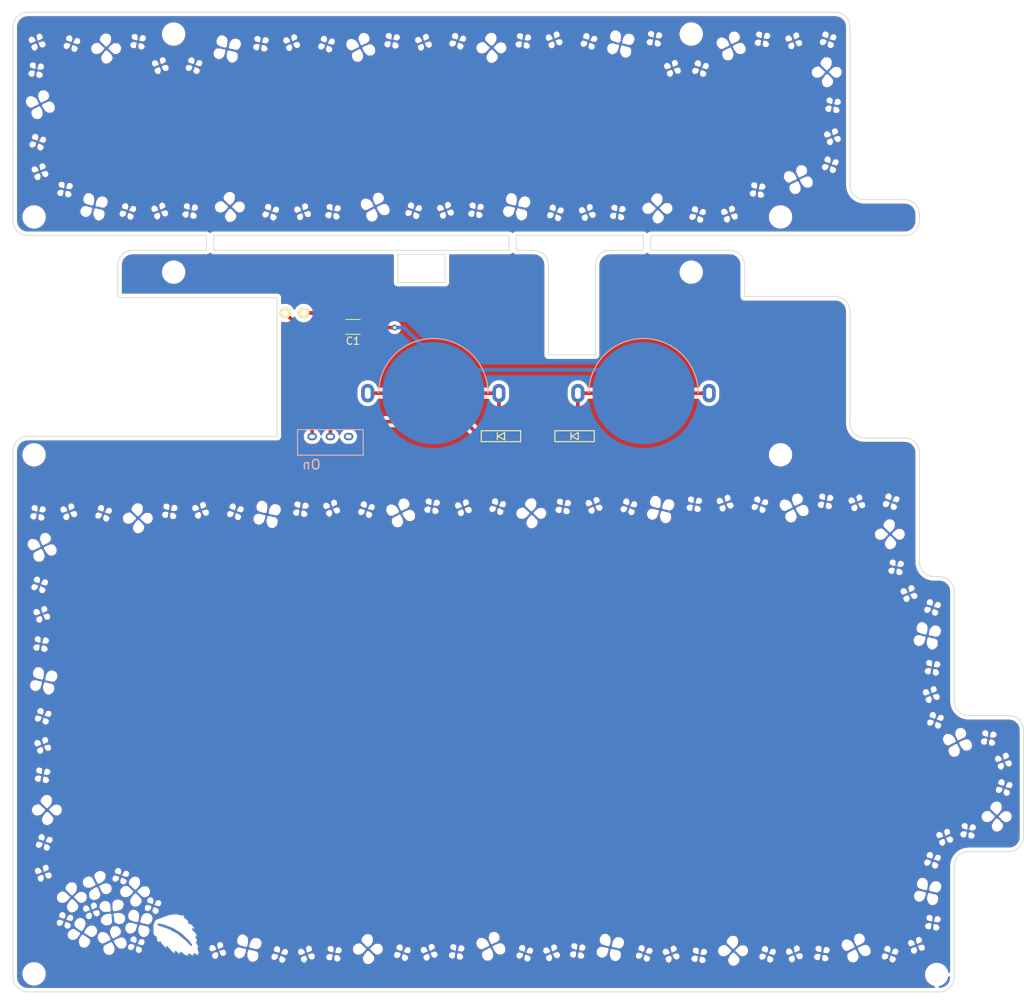
<source format=kicad_pcb>
(kicad_pcb (version 20171130) (host pcbnew "(5.1.5)-3")
  (layers (0 F.Cu signal) (31 B.Cu signal) (34 B.Paste user) (35 F.Paste user) (36 B.SilkS user) (37 F.SilkS user) (38 B.Mask user) (39 F.Mask user) (44 Edge.Cuts user))
  (net 0 "")
  (net 1 GND)
  (net 2 "Net-(BT1-Pad1)")
  (net 3 "Net-(BT2-Pad1)")
  (net 4 Bat+)
  (net 5 "Net-(D1-Pad1)")
  (net 6 "Net-(SW1-Pad3)")
  (module kbd:HOLE_m2 (layer F.Cu) (at 40.4812 130.875)
    (fp_text reference J10)
    (fp_text value Conn_01x01)
    (pad "" np_thru_hole circle (at 0 0) (size 2.2 2.2) (drill 2.2) (layers *.Cu *.Mask))
  )
  (module kbd:HOLE_m2 (layer F.Cu) (at 130.625 34.625)
    (fp_text reference J9)
    (fp_text value Conn_01x01)
    (pad "" np_thru_hole circle (at 0 0) (size 2.2 2.2) (drill 2.2) (layers *.Cu *.Mask))
  )
  (module kbd:HOLE_m2 (layer F.Cu) (at 59.625 34.625 90)
    (fp_text reference J11)
    (fp_text value Conn_01x01)
    (pad "" np_thru_hole circle (at 0 0 90) (size 2.2 2.2) (drill 2.2) (layers *.Cu *.Mask))
  )
  (module kbd:HOLE_m2 (layer F.Cu) (at 142.875 27.05)
    (fp_text reference J2)
    (fp_text value Conn_01x01)
    (pad "" np_thru_hole circle (at 0 0) (size 2.2 2.2) (drill 2.2) (layers *.Cu *.Mask))
  )
  (module kbd:HOLE_m2 (layer F.Cu) (at 40.4812 27.05 90)
    (fp_text reference J3)
    (fp_text value Conn_01x01)
    (pad "" np_thru_hole circle (at 0 0 90) (size 2.2 2.2) (drill 2.2) (layers *.Cu *.Mask))
  )
  (module kbd:HOLE_m2 (layer F.Cu) (at 59.625 1.965 90)
    (fp_text reference J11)
    (fp_text value Conn_01x01)
    (pad "" np_thru_hole circle (at 0 0 90) (size 2.2 2.2) (drill 2.2) (layers *.Cu *.Mask))
  )
  (module kbd:HOLE_m2 (layer F.Cu) (at 130.625 1.965)
    (fp_text reference J9)
    (fp_text value Conn_01x01)
    (pad "" np_thru_hole circle (at 0 0) (size 2.2 2.2) (drill 2.2) (layers *.Cu *.Mask))
  )
  (module kbd:2pinBLE (layer F.Cu) (at 76.469 40.225 90)
    (fp_text reference J1 hide)
    (fp_text value Conn_01x02 hide)
    (pad 1 thru_hole circle (at 0 -1.544 90) (size 1.524 1.524) (drill 0.8128) (layers *.Cu *.Mask F.SilkS) (net 4 Bat+))
    (pad 2 thru_hole circle (at 0 0.996 90) (size 1.524 1.524) (drill 0.8128) (layers *.Cu *.Mask F.SilkS) (net 1 GND))
  )
  (module kbd:C_1206_HandSoldering_Back (layer B.Cu) (at 84.225 42.325 180)
    (fp_text reference C1 (at 0.01 -1.74) (layer F.SilkS))
    (fp_text value C_Small)
    (pad 2 smd rect (at -2 0.1925) (size 2 1.6) (layers F.Cu F.Paste F.Mask) (net 1 GND))
    (pad 1 smd rect (at 2 0.1925) (size 2 1.6) (layers F.Cu F.Paste F.Mask) (net 4 Bat+))
  )
  (module kbd:D3_SMD_L1 (layer B.Cu) (at 104.525 57.125)
    (fp_text reference D1 hide)
    (fp_text value D hide)
    (pad 1 smd rect (at -1.775 0) (size 1.3 0.95) (layers F.Cu F.Paste F.Mask) (net 5 "Net-(D1-Pad1)"))
    (pad 2 smd rect (at 1.775 0) (size 1.3 0.95) (layers F.Cu F.Paste F.Mask) (net 2 "Net-(BT1-Pad1)"))
  )
  (module kbd:D3_SMD_L1 (layer B.Cu) (at 114.625 57.125)
    (fp_text reference D2 hide)
    (fp_text value D hide)
    (pad 2 smd rect (at 1.775 0) (size 1.3 0.95) (layers F.Cu F.Paste F.Mask) (net 3 "Net-(BT2-Pad1)"))
    (pad 1 smd rect (at -1.775 0) (size 1.3 0.95) (layers F.Cu F.Paste F.Mask) (net 5 "Net-(D1-Pad1)"))
  )
  (module kbd:HOLE_m2 (layer F.Cu) (at 40.4812 59.675 90)
    (fp_text reference J3)
    (fp_text value Conn_01x01)
    (pad "" np_thru_hole circle (at 0 0 90) (size 2.2 2.2) (drill 2.2) (layers *.Cu *.Mask))
  )
  (module kbd:HOLE_m2 (layer F.Cu) (at 142.875 59.675)
    (fp_text reference J2)
    (fp_text value Conn_01x01)
    (pad "" np_thru_hole circle (at 0 0) (size 2.2 2.2) (drill 2.2) (layers *.Cu *.Mask))
  )
  (module kbd:HOLE_m2 (layer F.Cu) (at 164.306 130.969)
    (fp_text reference J8)
    (fp_text value Conn_01x01)
    (pad "" np_thru_hole circle (at 0 0) (size 2.2 2.2) (drill 2.2) (layers *.Cu *.Mask))
  )
  (module kbd:MSK-12D19 (layer B.Cu) (at 81.125 58.225)
    (fp_text reference SW1 hide)
    (fp_text value SW_Push_SPDT hide)
    (pad 1 thru_hole oval (at -2.5 -1.05) (size 1.3 1) (drill oval 0.8 0.5) (layers *.Cu *.Mask) (net 4 Bat+) (clearance 0.15))
    (pad 2 thru_hole oval (at 0 -1.05) (size 1.3 1) (drill oval 0.8 0.5) (layers *.Cu *.Mask) (net 5 "Net-(D1-Pad1)") (clearance 0.15))
    (pad 3 thru_hole oval (at 2.5 -1.05) (size 1.3 1) (drill oval 0.8 0.5) (layers *.Cu *.Mask) (net 6 "Net-(SW1-Pad3)") (clearance 0.15))
  )
  (module kbd:ali_CR1632 (layer B.Cu) (at 124.075 51.225)
    (fp_text reference BT2 hide)
    (fp_text value Battery_Cell)
    (pad 1 thru_hole oval (at -9 0) (size 1.8 2.55) (drill oval 0.8 1.55) (layers *.Cu *.Mask) (net 3 "Net-(BT2-Pad1)"))
    (pad 2 smd circle (at 0 0) (size 14 14) (layers B.Cu B.Mask) (net 1 GND))
    (pad 1 thru_hole oval (at 9 0) (size 1.8 2.55) (drill oval 0.8 1.55) (layers *.Cu *.Mask) (net 3 "Net-(BT2-Pad1)"))
  )
  (module kbd:ali_CR1632 (layer B.Cu) (at 95.25 51.225)
    (fp_text reference BT1 hide)
    (fp_text value Battery_Cell)
    (pad 1 thru_hole oval (at 9 0) (size 1.8 2.55) (drill oval 0.8 1.55) (layers *.Cu *.Mask) (net 2 "Net-(BT1-Pad1)"))
    (pad 2 smd circle (at 0 0) (size 14 14) (layers B.Cu B.Mask) (net 1 GND))
    (pad 1 thru_hole oval (at -9 0) (size 1.8 2.55) (drill oval 0.8 1.55) (layers *.Cu *.Mask) (net 2 "Net-(BT1-Pad1)"))
  )
  (gr_arc (start 119.475 33.625) (end 119.475 31.625) (angle -90) (layer Edge.Cuts) (width 0.1))
  (gr_arc (start 109.025 33.625) (end 111.025 33.625) (angle -90) (layer Edge.Cuts) (width 0.1))
  (gr_text On (at 78.525 61.025) (layer B.SilkS) (effects (font (size 1.3 1.3) (thickness 0.2)) (justify mirror)))
  (gr_arc (start 53.975 33.625) (end 53.975 31.625) (angle -90) (layer Edge.Cuts) (width 0.1))
  (gr_arc (start 135.925 33.625) (end 137.925 33.625) (angle -90) (layer Edge.Cuts) (width 0.1))
  (gr_arc (start 150.4 39.975) (end 152.4 39.975) (angle -90) (layer Edge.Cuts) (width 0.1))
  (gr_line (start 65.125 31.625) (end 105.625 31.625) (layer Edge.Cuts) (width 0.1))
  (gr_line (start 105.625 29.6) (end 65.125 29.6) (layer Edge.Cuts) (width 0.1))
  (gr_line (start 65.125 31.625) (end 65.125 29.6) (layer Edge.Cuts) (width 0.1))
  (gr_line (start 64.125 31.625) (end 64.125 29.6) (layer Edge.Cuts) (width 0.1))
  (gr_line (start 51.975 38.125) (end 73.81875 38.125) (layer Edge.Cuts) (width 0.1))
  (gr_line (start 51.975 33.625) (end 51.975 38.125) (layer Edge.Cuts) (width 0.1))
  (gr_line (start 96.875 32.2) (end 90.375 32.2) (layer Edge.Cuts) (width 0.1))
  (gr_line (start 125.075 31.625) (end 135.925 31.625) (layer Edge.Cuts) (width 0.1))
  (gr_line (start 137.925 37.975) (end 137.925 33.625) (layer Edge.Cuts) (width 0.1))
  (gr_line (start 150.4 37.975) (end 137.925 37.975) (layer Edge.Cuts) (width 0.1))
  (gr_line (start 53.975 31.625) (end 64.125 31.625) (layer Edge.Cuts) (width 0.1))
  (gr_line (start 159.925 29.6) (end 125.075 29.6) (layer Edge.Cuts) (width 0.1))
  (gr_line (start 64.125 29.6) (end 39.6 29.6) (layer Edge.Cuts) (width 0.1))
  (gr_line (start 119.475 31.625) (end 124.075 31.625) (layer Edge.Cuts) (width 0.1))
  (gr_line (start 105.625 31.625) (end 105.625 29.6) (layer Edge.Cuts) (width 0.1))
  (gr_line (start 106.625 31.625) (end 106.625 29.6) (layer Edge.Cuts) (width 0.1))
  (gr_line (start 124.075 31.625) (end 124.075 29.6) (layer Edge.Cuts) (width 0.1))
  (gr_line (start 125.075 31.625) (end 125.075 29.6) (layer Edge.Cuts) (width 0.1))
  (gr_line (start 37.6 0.965) (end 37.6 27.6) (layer Edge.Cuts) (width 0.1))
  (gr_arc (start 39.6 0.965) (end 39.6 -1.035) (angle -90) (layer Edge.Cuts) (width 0.1))
  (gr_line (start 39.6 -1.035) (end 150.4 -1.035) (layer Edge.Cuts) (width 0.1))
  (gr_arc (start 150.4 0.965) (end 152.4 0.965) (angle -90) (layer Edge.Cuts) (width 0.1))
  (gr_line (start 152.4 0.965) (end 152.4 22.675) (layer Edge.Cuts) (width 0.1))
  (gr_arc (start 154.4 22.675) (end 152.4 22.675) (angle -90) (layer Edge.Cuts) (width 0.1))
  (gr_line (start 154.4 24.675) (end 159.925 24.675) (layer Edge.Cuts) (width 0.1))
  (gr_arc (start 159.925 26.675) (end 161.925 26.675) (angle -90) (layer Edge.Cuts) (width 0.1))
  (gr_line (start 161.925 26.675) (end 161.925 27.6) (layer Edge.Cuts) (width 0.1))
  (gr_arc (start 159.925 27.6) (end 159.925 29.6) (angle -90) (layer Edge.Cuts) (width 0.1))
  (gr_arc (start 39.6 27.6) (end 37.6 27.6) (angle -90) (layer Edge.Cuts) (width 0.1))
  (gr_line (start 124.075 29.6) (end 106.625 29.6) (layer Edge.Cuts) (width 0.1))
  (gr_line (start 164.6875 133.35) (end 39.6 133.35) (layer Edge.Cuts) (width 0.1))
  (gr_line (start 106.625 31.625) (end 109.025 31.625) (layer Edge.Cuts) (width 0.1))
  (gr_arc (start 168.6875 116.1) (end 168.6875 114.1) (angle -90) (layer Edge.Cuts) (width 0.1))
  (gr_line (start 166.6875 116.1) (end 166.6875 131.35) (layer Edge.Cuts) (width 0.1))
  (gr_line (start 73.81875 57.15) (end 39.6 57.15) (layer Edge.Cuts) (width 0.1))
  (gr_line (start 73.81875 38.125) (end 73.81875 57.15) (layer Edge.Cuts) (width 0.1))
  (gr_line (start 96.875 36.025) (end 96.875 32.2) (layer Edge.Cuts) (width 0.1))
  (gr_line (start 90.375 36.025) (end 96.875 36.025) (layer Edge.Cuts) (width 0.1))
  (gr_line (start 90.375 32.2) (end 90.375 36.025) (layer Edge.Cuts) (width 0.1))
  (gr_line (start 111.025 45.975) (end 111.025 33.625) (layer Edge.Cuts) (width 0.1))
  (gr_line (start 117.475 33.625) (end 117.475 45.975) (layer Edge.Cuts) (width 0.1))
  (gr_line (start 117.475 45.975) (end 111.025 45.975) (layer Edge.Cuts) (width 0.1))
  (gr_arc (start 159.925 59.35) (end 161.925 59.35) (angle -90) (layer Edge.Cuts) (width 0.1))
  (gr_arc (start 154.4 55.35) (end 152.4 55.35) (angle -90) (layer Edge.Cuts) (width 0.1))
  (gr_arc (start 163.925 74.4) (end 161.925 74.4) (angle -90) (layer Edge.Cuts) (width 0.1))
  (gr_arc (start 174.225 97.45) (end 176.225 97.45) (angle -90) (layer Edge.Cuts) (width 0.1))
  (gr_arc (start 168.6875 93.45) (end 166.6875 93.45) (angle -90) (layer Edge.Cuts) (width 0.1))
  (gr_arc (start 164.6875 78.4) (end 166.6875 78.4) (angle -90) (layer Edge.Cuts) (width 0.1))
  (gr_arc (start 39.6 59.15) (end 39.6 57.15) (angle -90) (layer Edge.Cuts) (width 0.1))
  (gr_arc (start 39.6 131.35) (end 37.6 131.35) (angle -90) (layer Edge.Cuts) (width 0.1))
  (gr_arc (start 164.6875 131.35) (end 164.6875 133.35) (angle -90) (layer Edge.Cuts) (width 0.1))
  (gr_arc (start 174.225 112.1) (end 174.225 114.1) (angle -90) (layer Edge.Cuts) (width 0.1))
  (gr_line (start 154.4 57.35) (end 159.925 57.35) (layer Edge.Cuts) (width 0.1))
  (gr_line (start 37.6 131.35) (end 37.6 59.15) (layer Edge.Cuts) (width 0.1))
  (gr_line (start 174.225 114.1) (end 168.6875 114.1) (layer Edge.Cuts) (width 0.1))
  (gr_line (start 176.225 97.45) (end 176.225 112.1) (layer Edge.Cuts) (width 0.1))
  (gr_line (start 168.6875 95.45) (end 174.225 95.45) (layer Edge.Cuts) (width 0.1))
  (gr_line (start 166.6875 78.4) (end 166.6875 93.45) (layer Edge.Cuts) (width 0.1))
  (gr_line (start 163.925 76.4) (end 164.6875 76.4) (layer Edge.Cuts) (width 0.1))
  (gr_line (start 161.925 59.35) (end 161.925 74.4) (layer Edge.Cuts) (width 0.1))
  (gr_line (start 152.4 39.975) (end 152.4 55.35) (layer Edge.Cuts) (width 0.1))
  (via (at 89.945 42.225) (size 0.8) (drill 0.4) (layers F.Cu B.Cu) (net 1))
  (segment (start 95.25 50.00625) (end 95.25 47.53) (width 0.25) (layer B.Cu) (net 1))
  (segment (start 95.25 51.225) (end 95.25 46.25) (width 0.5) (layer B.Cu) (net 1))
  (segment (start 91.225 42.225) (end 89.945 42.225) (width 0.5) (layer B.Cu) (net 1))
  (segment (start 95.25 46.25) (end 91.225 42.225) (width 0.5) (layer B.Cu) (net 1))
  (segment (start 124.075 51.225) (end 120.875 48.025) (width 0.5) (layer B.Cu) (net 1))
  (segment (start 98.45 48.025) (end 95.25 51.225) (width 0.5) (layer B.Cu) (net 1))
  (segment (start 120.875 48.025) (end 98.45 48.025) (width 0.5) (layer B.Cu) (net 1))
  (segment (start 86.3175 42.225) (end 86.225 42.1325) (width 0.5) (layer F.Cu) (net 1))
  (segment (start 89.945 42.225) (end 86.3175 42.225) (width 0.5) (layer F.Cu) (net 1))
  (segment (start 85.6175 40.225) (end 78.54263 40.225) (width 0.5) (layer F.Cu) (net 1))
  (segment (start 78.54263 40.225) (end 77.465 40.225) (width 0.5) (layer F.Cu) (net 1))
  (segment (start 86.225 40.8325) (end 85.6175 40.225) (width 0.5) (layer F.Cu) (net 1))
  (segment (start 86.225 42.1325) (end 86.225 40.8325) (width 0.5) (layer F.Cu) (net 1))
  (segment (start 86.25 51.225) (end 104.25 51.225) (width 0.5) (layer F.Cu) (net 2))
  (segment (start 104.25 51.225) (end 104.25 53.75) (width 0.5) (layer F.Cu) (net 2))
  (segment (start 106.3 55.8) (end 106.3 57.125) (width 0.5) (layer F.Cu) (net 2))
  (segment (start 104.25 53.75) (end 106.3 55.8) (width 0.5) (layer F.Cu) (net 2))
  (segment (start 115.075 51.225) (end 133.075 51.225) (width 0.5) (layer F.Cu) (net 3))
  (segment (start 115.075 51.225) (end 115.075 54.675) (width 0.5) (layer F.Cu) (net 3))
  (segment (start 116.4 56) (end 116.4 57.125) (width 0.5) (layer F.Cu) (net 3))
  (segment (start 115.075 54.675) (end 116.4 56) (width 0.5) (layer F.Cu) (net 3))
  (segment (start 76.8325 42.1325) (end 82.225 42.1325) (width 0.5) (layer F.Cu) (net 4))
  (segment (start 74.925 40.225) (end 76.8325 42.1325) (width 0.5) (layer F.Cu) (net 4))
  (segment (start 78.625 56.175) (end 82.225 52.575) (width 0.5) (layer F.Cu) (net 4))
  (segment (start 78.625 57.175) (end 78.625 56.175) (width 0.5) (layer F.Cu) (net 4))
  (segment (start 82.225 52.575) (end 82.225 42.1325) (width 0.5) (layer F.Cu) (net 4))
  (segment (start 101.6 57.125) (end 99.6 55.125) (width 0.5) (layer F.Cu) (net 5))
  (segment (start 102.75 57.125) (end 101.6 57.125) (width 0.5) (layer F.Cu) (net 5))
  (segment (start 81.125 56.175) (end 81.125 57.175) (width 0.5) (layer F.Cu) (net 5))
  (segment (start 82.175 55.125) (end 81.125 56.175) (width 0.5) (layer F.Cu) (net 5))
  (segment (start 99.6 55.125) (end 82.175 55.125) (width 0.5) (layer F.Cu) (net 5))
  (segment (start 111.7 57.125) (end 110 58.825) (width 0.5) (layer F.Cu) (net 5))
  (segment (start 112.85 57.125) (end 111.7 57.125) (width 0.5) (layer F.Cu) (net 5))
  (segment (start 102.75 58.1) (end 102.75 57.125) (width 0.5) (layer F.Cu) (net 5))
  (segment (start 103.475 58.825) (end 102.75 58.1) (width 0.5) (layer F.Cu) (net 5))
  (segment (start 110 58.825) (end 103.475 58.825) (width 0.5) (layer F.Cu) (net 5))
  (zone (net 0) (net_name "") (layer B.Cu) (connect_pads (clearance 0.508)) (min_thickness 0.254) (fill yes (arc_segments 32) (thermal_gap 0.508) (thermal_bridge_width 0.508))
    (polygon (pts (xy 111.053326 45.843106) (xy 117.503326 45.843106) (xy 117.503326 31.593106) (xy 138.128326 31.793106) (xy 138.053326 37.943106) (xy 152.403326 37.943106) (xy 152.403326 55.293106) (xy 152.503326 55.843106) (xy 152.853326 56.543106) (xy 153.353326 56.993106) (xy 153.803326 57.193106) (xy 154.253326 57.293106) (xy 160.103326 57.293106) (xy 160.653326 57.393106) (xy 161.303326 57.793106) (xy 161.803326 58.443106) (xy 161.953326 59.143106) (xy 161.953326 74.643106) (xy 162.303326 75.493106) (xy 162.703326 75.943106) (xy 163.303326 76.243106) (xy 163.803326 76.343106) (xy 164.803326 76.343106) (xy 165.553326 76.543106) (xy 166.103326 76.893106) (xy 166.453326 77.293106) (xy 166.703326 78.043106) (xy 166.703326 93.493106) (xy 166.903326 94.243106) (xy 167.253326 94.743106) (xy 167.703326 95.143106) (xy 168.403326 95.393106) (xy 174.503326 95.393106) (xy 175.153326 95.643106) (xy 175.653326 95.993106) (xy 176.053326 96.543106) (xy 176.253326 97.193106) (xy 176.253326 111.993106) (xy 176.153326 112.693106) (xy 175.803326 113.343106) (xy 175.253326 113.843106) (xy 174.353326 114.093106) (xy 168.603326 114.093106) (xy 168.053326 114.193106) (xy 167.353326 114.643106) (xy 166.903326 115.243106) (xy 166.753326 115.843106) (xy 166.753326 131.293106) (xy 166.603326 132.093106) (xy 166.153326 132.693106) (xy 165.603326 133.143106) (xy 164.853326 133.343106) (xy 39.403326 133.343106) (xy 38.553326 132.993106) (xy 38.003326 132.493106) (xy 37.753326 132.093106) (xy 37.653326 131.443106) (xy 37.603326 59.393106) (xy 37.653326 58.643106) (xy 38.003326 57.993106) (xy 38.503326 57.393106) (xy 39.453326 57.093106) (xy 73.853326 57.093106) (xy 73.853326 38.093106) (xy 46.803326 38.093106) (xy 46.803326 30.593106) (xy 111.053326 30.593106)))
  )
  (zone (net 0) (net_name "") (layer B.Cu) (connect_pads (clearance 0.508)) (min_thickness 0.254) (fill yes (arc_segments 32) (thermal_gap 0.508) (thermal_bridge_width 0.508))
    (polygon (pts (xy 151.525 -1.756158) (xy 151.975 -1.356158) (xy 152.275 -0.956158) (xy 152.475 -0.306158) (xy 152.475 22.843842) (xy 152.725 23.593842) (xy 153.075 24.093842) (xy 153.725 24.543842) (xy 154.375 24.693842) (xy 160.225 24.693842) (xy 160.825 24.843842) (xy 161.425 25.243842) (xy 161.825 25.793842) (xy 162.025 26.393842) (xy 162.025 27.643842) (xy 161.875 28.393842) (xy 161.525 28.943842) (xy 160.975 29.393842) (xy 160.175 29.643842) (xy 39.625 29.643842) (xy 39.175 29.543842) (xy 38.425 29.193842) (xy 38.025 28.693842) (xy 37.775 28.243842) (xy 37.675 27.643842) (xy 37.675 -0.006158) (xy 37.775 -0.506158) (xy 38.025 -1.156158) (xy 38.425 -1.556158) (xy 38.925 -1.856158) (xy 39.475 -2.006158) (xy 150.875 -2.006158)))
  )
  (zone (net 0) (net_name "") (layers F&B.Cu) (connect_pads (clearance 0.508)) (min_thickness 0.254)
    (keepout (tracks allowed) (vias allowed) (copperpour not_allowed))
    (fill (arc_segments 32) (thermal_gap 0.508) (thermal_bridge_width 0.508))
    (polygon (pts (xy 50.675 118.5) (xy 51.025 118.725) (xy 51.15 119.2) (xy 51.025 119.6) (xy 50.725 119.875) (xy 50.35 119.975) (xy 50.025 119.9) (xy 49.775 119.65) (xy 49.525 119.1) (xy 49.425 118.95) (xy 49.45 118.775) (xy 49.8 118.6) (xy 50.275 118.425)))
  )
  (zone (net 0) (net_name "") (layers F&B.Cu) (connect_pads (clearance 0.508)) (min_thickness 0.254)
    (keepout (tracks allowed) (vias allowed) (copperpour not_allowed))
    (fill (arc_segments 32) (thermal_gap 0.508) (thermal_bridge_width 0.508))
    (polygon (pts (xy 49.75 116.775) (xy 50.05 116.9) (xy 50.275 117.15) (xy 50.325 117.55) (xy 50.125 118.025) (xy 49.8 118.325) (xy 49.275 118.55) (xy 49.25 118.525) (xy 49.15 118.425) (xy 49.05 118.225) (xy 48.925 117.95) (xy 48.725 117.575) (xy 48.75 117.225) (xy 49.05 116.925) (xy 49.45 116.75)))
  )
  (zone (net 0) (net_name "") (layers F&B.Cu) (connect_pads (clearance 0.508)) (min_thickness 0.254)
    (keepout (tracks allowed) (vias allowed) (copperpour not_allowed))
    (fill (arc_segments 32) (thermal_gap 0.508) (thermal_bridge_width 0.508))
    (polygon (pts (xy 49.1 118.975) (xy 49.15 119) (xy 49.175 119.05) (xy 49.3 119.225) (xy 49.575 119.9) (xy 49.575 120.175) (xy 49.475 120.375) (xy 49.275 120.575) (xy 49.025 120.7) (xy 48.725 120.75) (xy 48.475 120.725) (xy 48.275 120.625) (xy 48.075 120.375) (xy 48.025 120.175) (xy 48.025 119.775) (xy 48.175 119.525) (xy 48.5 119.25) (xy 48.75 119.1) (xy 48.95 119)))
  )
  (zone (net 0) (net_name "") (layers F&B.Cu) (connect_pads (clearance 0.508)) (min_thickness 0.254)
    (keepout (tracks allowed) (vias allowed) (copperpour not_allowed))
    (fill (arc_segments 32) (thermal_gap 0.508) (thermal_bridge_width 0.508))
    (polygon (pts (xy 48.25 117.55) (xy 48.375 117.625) (xy 48.525 117.775) (xy 48.65 118.05) (xy 48.825 118.375) (xy 48.925 118.55) (xy 48.95 118.625) (xy 48.8 118.775) (xy 48.375 119) (xy 48.075 119.075) (xy 47.775 119.075) (xy 47.525 118.975) (xy 47.325 118.825) (xy 47.225 118.675) (xy 47.15 118.4) (xy 47.175 118.1) (xy 47.3 117.85) (xy 47.5 117.675) (xy 47.775 117.55) (xy 48 117.525)))
  )
  (zone (net 0) (net_name "") (layers F&B.Cu) (connect_pads (clearance 0.508)) (min_thickness 0.254)
    (keepout (tracks allowed) (vias allowed) (copperpour not_allowed))
    (fill (arc_segments 32) (thermal_gap 0.508) (thermal_bridge_width 0.508))
    (polygon (pts (xy 52.3 116.45) (xy 52.425 116.6) (xy 52.45 116.925) (xy 52.325 117.25) (xy 52.225 117.275) (xy 52.075 117.225) (xy 51.625 117.075) (xy 51.55 116.825) (xy 51.65 116.525) (xy 51.9 116.35) (xy 52.175 116.35)))
  )
  (zone (net 0) (net_name "") (layers F&B.Cu) (connect_pads (clearance 0.508)) (min_thickness 0.254)
    (keepout (tracks allowed) (vias allowed) (copperpour not_allowed))
    (fill (arc_segments 32) (thermal_gap 0.508) (thermal_bridge_width 0.508))
    (polygon (pts (xy 53.35 116.775) (xy 53.475 116.925) (xy 53.525 117.1) (xy 53.5 117.275) (xy 53.4 117.475) (xy 53.225 117.6) (xy 52.925 117.525) (xy 52.575 117.425) (xy 52.575 117.325) (xy 52.7 117.05) (xy 52.875 116.75) (xy 53.175 116.725)))
  )
  (zone (net 0) (net_name "") (layers F&B.Cu) (connect_pads (clearance 0.508)) (min_thickness 0.254)
    (keepout (tracks allowed) (vias allowed) (copperpour not_allowed))
    (fill (arc_segments 32) (thermal_gap 0.508) (thermal_bridge_width 0.508))
    (polygon (pts (xy 53 117.875) (xy 53.15 118.025) (xy 53.175 118.225) (xy 53.075 118.475) (xy 52.875 118.575) (xy 52.65 118.625) (xy 52.45 118.55) (xy 52.3 118.35) (xy 52.3 118.125) (xy 52.425 117.725) (xy 52.5 117.675)))
  )
  (zone (net 0) (net_name "") (layers F&B.Cu) (connect_pads (clearance 0.508)) (min_thickness 0.254)
    (keepout (tracks allowed) (vias allowed) (copperpour not_allowed))
    (fill (arc_segments 32) (thermal_gap 0.508) (thermal_bridge_width 0.508))
    (polygon (pts (xy 52.05 117.5) (xy 52.175 117.65) (xy 52.075 117.975) (xy 51.925 118.15) (xy 51.7 118.25) (xy 51.525 118.275) (xy 51.375 118.175) (xy 51.25 118.025) (xy 51.225 117.75) (xy 51.3 117.55) (xy 51.5 117.375) (xy 51.7 117.4)))
  )
  (zone (net 0) (net_name "") (layers F&B.Cu) (connect_pads (clearance 0.508)) (min_thickness 0.254)
    (keepout (tracks allowed) (vias allowed) (copperpour not_allowed))
    (fill (arc_segments 32) (thermal_gap 0.508) (thermal_bridge_width 0.508))
    (polygon (pts (xy 45.7 122.825) (xy 45.825 122.975) (xy 45.875 123.15) (xy 45.85 123.325) (xy 45.75 123.525) (xy 45.575 123.65) (xy 45.275 123.575) (xy 44.925 123.475) (xy 44.925 123.375) (xy 45.05 123.1) (xy 45.225 122.8) (xy 45.525 122.775)))
  )
  (zone (net 0) (net_name "") (layers F&B.Cu) (connect_pads (clearance 0.508)) (min_thickness 0.254)
    (keepout (tracks allowed) (vias allowed) (copperpour not_allowed))
    (fill (arc_segments 32) (thermal_gap 0.508) (thermal_bridge_width 0.508))
    (polygon (pts (xy 44.4 123.55) (xy 44.525 123.7) (xy 44.425 124.025) (xy 44.275 124.2) (xy 44.05 124.3) (xy 43.875 124.325) (xy 43.725 124.225) (xy 43.6 124.075) (xy 43.575 123.8) (xy 43.65 123.6) (xy 43.85 123.425) (xy 44.05 123.45)))
  )
  (zone (net 0) (net_name "") (layers F&B.Cu) (connect_pads (clearance 0.508)) (min_thickness 0.254)
    (keepout (tracks allowed) (vias allowed) (copperpour not_allowed))
    (fill (arc_segments 32) (thermal_gap 0.508) (thermal_bridge_width 0.508))
    (polygon (pts (xy 44.65 122.5) (xy 44.775 122.65) (xy 44.8 122.975) (xy 44.675 123.3) (xy 44.575 123.325) (xy 44.425 123.275) (xy 43.975 123.125) (xy 43.9 122.875) (xy 44 122.575) (xy 44.25 122.4) (xy 44.525 122.4)))
  )
  (zone (net 0) (net_name "") (layers F&B.Cu) (connect_pads (clearance 0.508)) (min_thickness 0.254)
    (keepout (tracks allowed) (vias allowed) (copperpour not_allowed))
    (fill (arc_segments 32) (thermal_gap 0.508) (thermal_bridge_width 0.508))
    (polygon (pts (xy 45.35 123.925) (xy 45.5 124.075) (xy 45.525 124.275) (xy 45.425 124.525) (xy 45.225 124.675) (xy 45 124.7) (xy 44.8 124.6) (xy 44.65 124.4) (xy 44.65 124.175) (xy 44.775 123.775) (xy 44.85 123.725)))
  )
  (zone (net 0) (net_name "") (layers F&B.Cu) (connect_pads (clearance 0.508)) (min_thickness 0.254)
    (keepout (tracks allowed) (vias allowed) (copperpour not_allowed))
    (fill (arc_segments 32) (thermal_gap 0.508) (thermal_bridge_width 0.508))
    (polygon (pts (xy 47.021319 119.617718) (xy 47.427165 119.709441) (xy 47.707087 120.113042) (xy 47.726433 120.531672) (xy 47.538581 120.892694) (xy 47.220398 121.114921) (xy 46.889346 121.1556) (xy 46.568918 121.006182) (xy 46.145884 120.574856) (xy 46.000612 120.468104) (xy 45.964251 120.295108) (xy 46.23329 120.010955) (xy 46.61979 119.684048)))
  )
  (zone (net 0) (net_name "") (layers F&B.Cu) (connect_pads (clearance 0.508)) (min_thickness 0.254)
    (keepout (tracks allowed) (vias allowed) (copperpour not_allowed))
    (fill (arc_segments 32) (thermal_gap 0.508) (thermal_bridge_width 0.508))
    (polygon (pts (xy 45.703762 120.602753) (xy 45.759297 120.609144) (xy 45.799891 120.647578) (xy 45.977206 120.769272) (xy 46.466485 121.309509) (xy 46.560541 121.567925) (xy 46.534975 121.790065) (xy 46.415441 122.046408) (xy 46.22327 122.249374) (xy 45.958463 122.398965) (xy 45.71499 122.460978) (xy 45.49285 122.435413) (xy 45.219406 122.268893) (xy 45.104017 122.098056) (xy 44.967209 121.722179) (xy 45.022658 121.435953) (xy 45.234002 121.06638) (xy 45.417623 120.839922) (xy 45.571359 120.677549)))
  )
  (zone (net 0) (net_name "") (layers F&B.Cu) (connect_pads (clearance 0.508)) (min_thickness 0.254)
    (keepout (tracks allowed) (vias allowed) (copperpour not_allowed))
    (fill (arc_segments 32) (thermal_gap 0.508) (thermal_bridge_width 0.508))
    (polygon (pts (xy 45.562119 118.313116) (xy 45.886779 118.327971) (xy 46.183715 118.48594) (xy 46.367507 118.844716) (xy 46.342028 119.359474) (xy 46.139234 119.752538) (xy 45.72285 120.14353) (xy 45.690807 120.128588) (xy 45.562635 120.068821) (xy 45.400263 119.915085) (xy 45.188746 119.699422) (xy 44.872549 119.415441) (xy 44.776334 119.077998) (xy 44.955636 118.693485) (xy 45.27166 118.39223)))
  )
  (zone (net 0) (net_name "") (layers F&B.Cu) (connect_pads (clearance 0.508)) (min_thickness 0.254)
    (keepout (tracks allowed) (vias allowed) (copperpour not_allowed))
    (fill (arc_segments 32) (thermal_gap 0.508) (thermal_bridge_width 0.508))
    (polygon (pts (xy 44.417645 119.554408) (xy 44.560758 119.582133) (xy 44.753015 119.671784) (xy 44.964532 119.887447) (xy 45.240134 120.132993) (xy 45.393958 120.263237) (xy 45.443101 120.325164) (xy 45.35345 120.517421) (xy 45.031036 120.87421) (xy 44.774779 121.047293) (xy 44.492872 121.149899) (xy 44.223746 121.141435) (xy 43.984505 121.068885) (xy 43.839232 120.962133) (xy 43.674701 120.729369) (xy 43.595586 120.438911) (xy 43.627543 120.161235) (xy 43.755627 119.928385) (xy 43.971291 119.716868) (xy 44.174171 119.616421)))
  )
  (zone (net 0) (net_name "") (layers F&B.Cu) (connect_pads (clearance 0.508)) (min_thickness 0.254)
    (keepout (tracks allowed) (vias allowed) (copperpour not_allowed))
    (fill (arc_segments 32) (thermal_gap 0.508) (thermal_bridge_width 0.508))
    (polygon (pts (xy 53.075 118.8) (xy 53.235758 118.807133) (xy 53.428015 118.896784) (xy 53.639532 119.112447) (xy 53.915134 119.357993) (xy 54.068958 119.488237) (xy 54.118101 119.550164) (xy 54.02845 119.742421) (xy 53.706036 120.09921) (xy 53.449779 120.272293) (xy 53.167872 120.374899) (xy 52.898746 120.366435) (xy 52.659505 120.293885) (xy 52.514232 120.187133) (xy 52.349701 119.954369) (xy 52.270586 119.663911) (xy 52.302543 119.386235) (xy 52.430627 119.153385) (xy 52.64856 118.950224) (xy 52.85 118.875)))
  )
  (zone (net 0) (net_name "") (layers F&B.Cu) (connect_pads (clearance 0.508)) (min_thickness 0.254)
    (keepout (tracks allowed) (vias allowed) (copperpour not_allowed))
    (fill (arc_segments 32) (thermal_gap 0.508) (thermal_bridge_width 0.508))
    (polygon (pts (xy 55.696319 118.842718) (xy 56.102165 118.934441) (xy 56.382087 119.338042) (xy 56.401433 119.756672) (xy 56.213581 120.117694) (xy 55.895398 120.339921) (xy 55.564346 120.3806) (xy 55.243918 120.231182) (xy 54.820884 119.799856) (xy 54.675612 119.693104) (xy 54.639251 119.520108) (xy 54.90829 119.235955) (xy 55.29479 118.909048)))
  )
  (zone (net 0) (net_name "") (layers F&B.Cu) (connect_pads (clearance 0.508)) (min_thickness 0.254)
    (keepout (tracks allowed) (vias allowed) (copperpour not_allowed))
    (fill (arc_segments 32) (thermal_gap 0.508) (thermal_bridge_width 0.508))
    (polygon (pts (xy 54.378762 119.827753) (xy 54.434297 119.834144) (xy 54.474891 119.872578) (xy 54.652206 119.994272) (xy 55.141485 120.534509) (xy 55.235541 120.792925) (xy 55.209975 121.015065) (xy 55.090441 121.271408) (xy 54.89827 121.474374) (xy 54.633463 121.623965) (xy 54.38999 121.685978) (xy 54.16785 121.660413) (xy 53.894406 121.493893) (xy 53.779017 121.323056) (xy 53.642209 120.947179) (xy 53.697658 120.660953) (xy 53.909002 120.29138) (xy 54.092623 120.064922) (xy 54.246359 119.902549)))
  )
  (zone (net 0) (net_name "") (layers F&B.Cu) (connect_pads (clearance 0.508)) (min_thickness 0.254)
    (keepout (tracks allowed) (vias allowed) (copperpour not_allowed))
    (fill (arc_segments 32) (thermal_gap 0.508) (thermal_bridge_width 0.508))
    (polygon (pts (xy 54.237119 117.538116) (xy 54.561779 117.552971) (xy 54.858715 117.71094) (xy 55.042507 118.069716) (xy 55.017028 118.584474) (xy 54.814234 118.977538) (xy 54.39785 119.36853) (xy 54.365807 119.353588) (xy 54.237635 119.293821) (xy 54.075263 119.140085) (xy 53.863746 118.924422) (xy 53.547549 118.640441) (xy 53.451334 118.302998) (xy 53.630636 117.918485) (xy 53.94666 117.61723)))
  )
  (zone (net 0) (net_name "") (layers F&B.Cu) (connect_pads (clearance 0.508)) (min_thickness 0.254)
    (keepout (tracks allowed) (vias allowed) (copperpour not_allowed))
    (fill (arc_segments 32) (thermal_gap 0.508) (thermal_bridge_width 0.508))
    (polygon (pts (xy 53.092645 118.779408) (xy 53.235758 118.807133) (xy 53.428015 118.896784) (xy 53.639532 119.112447) (xy 53.915134 119.357993) (xy 54.068958 119.488237) (xy 54.118101 119.550164) (xy 54.02845 119.742421) (xy 53.706036 120.09921) (xy 53.449779 120.272293) (xy 53.167872 120.374899) (xy 52.898746 120.366435) (xy 52.659505 120.293885) (xy 52.514232 120.187133) (xy 52.349701 119.954369) (xy 52.270586 119.663911) (xy 52.302543 119.386235) (xy 52.430627 119.153385) (xy 52.646291 118.941868) (xy 52.849171 118.841421)))
  )
  (zone (net 0) (net_name "") (layers F&B.Cu) (connect_pads (clearance 0.508)) (min_thickness 0.254)
    (keepout (tracks allowed) (vias allowed) (copperpour not_allowed))
    (fill (arc_segments 32) (thermal_gap 0.508) (thermal_bridge_width 0.508))
    (polygon (pts (xy 55.696319 118.842718) (xy 56.102165 118.934441) (xy 56.382087 119.338042) (xy 56.401433 119.756672) (xy 56.213581 120.117694) (xy 55.895398 120.339921) (xy 55.564346 120.3806) (xy 55.243918 120.231182) (xy 54.820884 119.799856) (xy 54.675612 119.693104) (xy 54.639251 119.520108) (xy 54.90829 119.235955) (xy 55.29479 118.909048)))
  )
  (zone (net 0) (net_name "") (layers F&B.Cu) (connect_pads (clearance 0.508)) (min_thickness 0.254)
    (keepout (tracks allowed) (vias allowed) (copperpour not_allowed))
    (fill (arc_segments 32) (thermal_gap 0.508) (thermal_bridge_width 0.508))
    (polygon (pts (xy 54.237119 117.538116) (xy 54.561779 117.552971) (xy 54.858715 117.71094) (xy 55.042507 118.069716) (xy 55.017028 118.584474) (xy 54.814234 118.977538) (xy 54.39785 119.36853) (xy 54.365807 119.353588) (xy 54.237635 119.293821) (xy 54.075263 119.140085) (xy 53.863746 118.924422) (xy 53.547549 118.640441) (xy 53.451334 118.302998) (xy 53.630636 117.918485) (xy 53.94666 117.61723)))
  )
  (zone (net 0) (net_name "") (layers F&B.Cu) (connect_pads (clearance 0.508)) (min_thickness 0.254)
    (keepout (tracks allowed) (vias allowed) (copperpour not_allowed))
    (fill (arc_segments 32) (thermal_gap 0.508) (thermal_bridge_width 0.508))
    (polygon (pts (xy 54.378762 119.827753) (xy 54.434297 119.834144) (xy 54.474891 119.872578) (xy 54.652206 119.994272) (xy 55.141485 120.534509) (xy 55.235541 120.792925) (xy 55.209975 121.015065) (xy 55.090441 121.271408) (xy 54.89827 121.474374) (xy 54.633463 121.623965) (xy 54.38999 121.685978) (xy 54.16785 121.660413) (xy 53.894406 121.493893) (xy 53.779017 121.323056) (xy 53.642209 120.947179) (xy 53.697658 120.660953) (xy 53.909002 120.29138) (xy 54.092623 120.064922) (xy 54.246359 119.902549)))
  )
  (zone (net 0) (net_name "") (layers F&B.Cu) (connect_pads (clearance 0.508)) (min_thickness 0.254)
    (keepout (tracks allowed) (vias allowed) (copperpour not_allowed))
    (fill (arc_segments 32) (thermal_gap 0.508) (thermal_bridge_width 0.508))
    (polygon (pts (xy 49.992039 127.189579) (xy 50.067039 127.064579) (xy 50.21704 126.914579) (xy 50.492039 126.78958) (xy 50.817039 126.61458) (xy 50.992038 126.514578) (xy 51.067039 126.48958) (xy 51.217039 126.63958) (xy 51.44204 127.064579) (xy 51.517038 127.364579) (xy 51.517039 127.664579) (xy 51.417039 127.91458) (xy 51.26704 128.114579) (xy 51.117039 128.21458) (xy 50.842039 128.289578) (xy 50.542039 128.26458) (xy 50.292039 128.139579) (xy 50.117039 127.93958) (xy 49.992039 127.664579) (xy 49.967039 127.439579)))
  )
  (zone (net 0) (net_name "") (layers F&B.Cu) (connect_pads (clearance 0.508)) (min_thickness 0.254)
    (keepout (tracks allowed) (vias allowed) (copperpour not_allowed))
    (fill (arc_segments 32) (thermal_gap 0.508) (thermal_bridge_width 0.508))
    (polygon (pts (xy 50.94204 124.764579) (xy 51.167038 124.414579) (xy 51.642038 124.289579) (xy 52.042038 124.414579) (xy 52.31704 124.714579) (xy 52.417039 125.089579) (xy 52.342038 125.41458) (xy 52.092039 125.66458) (xy 51.542038 125.914579) (xy 51.392038 126.014579) (xy 51.21704 125.989579) (xy 51.04204 125.639579) (xy 50.867039 125.16458)))
  )
  (zone (net 0) (net_name "") (layers F&B.Cu) (connect_pads (clearance 0.508)) (min_thickness 0.254)
    (keepout (tracks allowed) (vias allowed) (copperpour not_allowed))
    (fill (arc_segments 32) (thermal_gap 0.508) (thermal_bridge_width 0.508))
    (polygon (pts (xy 49.217039 125.689579) (xy 49.342038 125.389578) (xy 49.592038 125.164579) (xy 49.992039 125.114579) (xy 50.467038 125.31458) (xy 50.767038 125.639579) (xy 50.992039 126.164579) (xy 50.967038 126.189579) (xy 50.867039 126.28958) (xy 50.667039 126.389579) (xy 50.392039 126.514579) (xy 50.017039 126.714579) (xy 49.667038 126.68958) (xy 49.367039 126.38958) (xy 49.192039 125.989579)))
  )
  (zone (net 0) (net_name "") (layers F&B.Cu) (connect_pads (clearance 0.508)) (min_thickness 0.254)
    (keepout (tracks allowed) (vias allowed) (copperpour not_allowed))
    (fill (arc_segments 32) (thermal_gap 0.508) (thermal_bridge_width 0.508))
    (polygon (pts (xy 51.417039 126.33958) (xy 51.442038 126.289579) (xy 51.492039 126.264579) (xy 51.667038 126.13958) (xy 52.342039 125.864579) (xy 52.61704 125.864579) (xy 52.817039 125.964579) (xy 53.017039 126.164579) (xy 53.142038 126.414579) (xy 53.192039 126.714579) (xy 53.167039 126.95) (xy 53.06704 127.164579) (xy 52.817038 127.364579) (xy 52.617038 127.41458) (xy 52.217039 127.414579) (xy 51.967039 127.264579) (xy 51.692039 126.939579) (xy 51.54204 126.689579) (xy 51.44204 126.489579)))
  )
  (zone (net 0) (net_name "") (layers F&B.Cu) (connect_pads (clearance 0.508)) (min_thickness 0.254)
    (keepout (tracks allowed) (vias allowed) (copperpour not_allowed))
    (fill (arc_segments 32) (thermal_gap 0.508) (thermal_bridge_width 0.508))
    (polygon (pts (xy 51.341024 122.270043) (xy 51.302589 122.229451) (xy 51.296198 122.173914) (xy 51.23859 121.966716) (xy 51.211037 121.238368) (xy 51.305094 120.979951) (xy 51.467467 120.826216) (xy 51.723809 120.706681) (xy 52.001486 120.674725) (xy 52.300494 120.730346) (xy 52.526866 120.839343) (xy 52.680603 121.001716) (xy 52.783036 121.305045) (xy 52.761618 121.510084) (xy 52.624809 121.88596) (xy 52.398351 122.06958) (xy 51.998894 122.216839) (xy 51.712669 122.272287) (xy 51.490528 122.297853)))
  )
  (zone (net 0) (net_name "") (layers F&B.Cu) (connect_pads (clearance 0.508)) (min_thickness 0.254)
    (keepout (tracks allowed) (vias allowed) (copperpour not_allowed))
    (fill (arc_segments 32) (thermal_gap 0.508) (thermal_bridge_width 0.508))
    (polygon (pts (xy 49.977779 124.115053) (xy 49.738623 123.894986) (xy 49.612697 123.58311) (xy 49.702522 123.190129) (xy 50.05292 122.812182) (xy 50.460925 122.64143) (xy 51.031218 122.609558) (xy 51.04616 122.641603) (xy 51.105928 122.769773) (xy 51.131493 122.991913) (xy 51.1549 123.293081) (xy 51.21458 123.71387) (xy 51.071381 124.034213) (xy 50.686868 124.213513) (xy 50.251135 124.241151)))
  )
  (zone (net 0) (net_name "") (layers F&B.Cu) (connect_pads (clearance 0.508)) (min_thickness 0.254)
    (keepout (tracks allowed) (vias allowed) (copperpour not_allowed))
    (fill (arc_segments 32) (thermal_gap 0.508) (thermal_bridge_width 0.508))
    (polygon (pts (xy 49.698549 122.177713) (xy 49.446609 121.846579) (xy 49.491608 121.357471) (xy 49.745878 121.024347) (xy 50.12184 120.868535) (xy 50.508428 120.902825) (xy 50.788177 121.084459) (xy 50.937595 121.404887) (xy 50.984406 122.007224) (xy 51.027073 122.18238) (xy 50.943728 122.338273) (xy 50.554981 122.383012) (xy 50.048774 122.385001)))
  )
  (zone (net 0) (net_name "") (layers F&B.Cu) (connect_pads (clearance 0.508)) (min_thickness 0.254)
    (keepout (tracks allowed) (vias allowed) (copperpour not_allowed))
    (fill (arc_segments 32) (thermal_gap 0.508) (thermal_bridge_width 0.508))
    (polygon (pts (xy 51.652384 123.899821) (xy 51.560573 123.786593) (xy 51.470923 123.594335) (xy 51.447517 123.293167) (xy 51.394228 122.927914) (xy 51.36011 122.729266) (xy 51.362271 122.650239) (xy 51.554528 122.560588) (xy 52.030851 122.494514) (xy 52.33841 122.526645) (xy 52.620318 122.62925) (xy 52.82104 122.808725) (xy 52.957676 123.018081) (xy 53.000343 123.193238) (xy 52.976762 123.477304) (xy 52.850665 123.750663) (xy 52.647697 123.942833) (xy 52.399906 124.038876) (xy 52.098738 124.062281) (xy 51.878756 124.008819)))
  )
  (zone (net 0) (net_name "") (layers F&B.Cu) (connect_pads (clearance 0.508)) (min_thickness 0.254)
    (keepout (tracks allowed) (vias allowed) (copperpour not_allowed))
    (fill (arc_segments 32) (thermal_gap 0.508) (thermal_bridge_width 0.508))
    (polygon (pts (xy 48.63287 121.062742) (xy 48.825044 121.0973) (xy 48.975833 121.199218) (xy 49.06917 121.349346) (xy 49.121123 121.566834) (xy 49.067414 121.775078) (xy 48.789392 121.910461) (xy 48.456998 122.058831) (xy 48.392718 121.982227) (xy 48.311708 121.691216) (xy 48.252929 121.348915) (xy 48.466672 121.136927)))
  )
  (zone (net 0) (net_name "") (layers F&B.Cu) (connect_pads (clearance 0.508)) (min_thickness 0.254)
    (keepout (tracks allowed) (vias allowed) (copperpour not_allowed))
    (fill (arc_segments 32) (thermal_gap 0.508) (thermal_bridge_width 0.508))
    (polygon (pts (xy 48.103032 122.453749) (xy 48.295207 122.488307) (xy 48.427509 122.801549) (xy 48.42509 123.032025) (xy 48.317008 123.253256) (xy 48.199021 123.384896) (xy 48.019835 123.40471) (xy 47.82766 123.370151) (xy 47.631743 123.175558) (xy 47.560639 122.974141) (xy 47.60136 122.711525) (xy 47.770639 122.602119)))
  )
  (zone (net 0) (net_name "") (layers F&B.Cu) (connect_pads (clearance 0.508)) (min_thickness 0.254)
    (keepout (tracks allowed) (vias allowed) (copperpour not_allowed))
    (fill (arc_segments 32) (thermal_gap 0.508) (thermal_bridge_width 0.508))
    (polygon (pts (xy 47.619618 121.488703) (xy 47.811791 121.523263) (xy 48.039848 121.756157) (xy 48.152999 122.08547) (xy 48.092463 122.168899) (xy 47.945417 122.227017) (xy 47.50428 122.401364) (xy 47.28613 122.258062) (xy 47.169897 121.963969) (xy 47.248922 121.669215) (xy 47.459583 121.492448)))
  )
  (zone (net 0) (net_name "") (layers F&B.Cu) (connect_pads (clearance 0.508)) (min_thickness 0.254)
    (keepout (tracks allowed) (vias allowed) (copperpour not_allowed))
    (fill (arc_segments 32) (thermal_gap 0.508) (thermal_bridge_width 0.508))
    (polygon (pts (xy 49.071821 122.130367) (xy 49.283146 122.148856) (xy 49.430854 122.285994) (xy 49.514947 122.541785) (xy 49.458156 122.785249) (xy 49.301867 122.949027) (xy 49.084378 123.00098) (xy 48.840913 122.94419) (xy 48.696287 122.771828) (xy 48.534927 122.385062) (xy 48.560241 122.298551)))
  )
  (zone (net 0) (net_name "") (layers F&B.Cu) (connect_pads (clearance 0.508)) (min_thickness 0.254)
    (keepout (tracks allowed) (vias allowed) (copperpour not_allowed))
    (fill (arc_segments 32) (thermal_gap 0.508) (thermal_bridge_width 0.508))
    (polygon (pts (xy 45.903 126.222048) (xy 45.487393 126.202195) (xy 45.14164 125.853332) (xy 45.049893 125.444422) (xy 45.225 125.075) (xy 45.45 124.875) (xy 45.765919 124.684614) (xy 46.107424 124.77612) (xy 46.598931 125.127435) (xy 46.760534 125.207338) (xy 46.826382 125.371391) (xy 46.610772 125.697946) (xy 46.286913 126.087002)))
  )
  (zone (net 0) (net_name "") (layers F&B.Cu) (connect_pads (clearance 0.508)) (min_thickness 0.254)
    (keepout (tracks allowed) (vias allowed) (copperpour not_allowed))
    (fill (arc_segments 32) (thermal_gap 0.508) (thermal_bridge_width 0.508))
    (polygon (pts (xy 48.478113 125.832272) (xy 48.33236 125.829822) (xy 48.127456 125.774917) (xy 47.881703 125.59926) (xy 47.567649 125.405301) (xy 47.393546 125.303749) (xy 47.334396 125.251296) (xy 47.3893 125.046393) (xy 47.644858 124.639036) (xy 47.867168 124.424085) (xy 48.126975 124.274085) (xy 48.393482 124.235686) (xy 48.641686 124.265589) (xy 48.80329 124.345493) (xy 49.005739 124.546152) (xy 49.134091 124.818459) (xy 49.150836 125.097466) (xy 49.065132 125.34902) (xy 48.889475 125.594773) (xy 48.707119 125.728924)))
  )
  (zone (net 0) (net_name "") (layers F&B.Cu) (connect_pads (clearance 0.508)) (min_thickness 0.254)
    (keepout (tracks allowed) (vias allowed) (copperpour not_allowed))
    (fill (arc_segments 32) (thermal_gap 0.508) (thermal_bridge_width 0.508))
    (polygon (pts (xy 47.029492 125.023187) (xy 46.973691 125.026538) (xy 46.927039 124.995735) (xy 46.731286 124.906681) (xy 46.155629 124.459615) (xy 46.018129 124.221456) (xy 46.004732 123.998252) (xy 46.077937 123.725046) (xy 46.231944 123.491793) (xy 46.466751 123.298492) (xy 46.695756 123.195144) (xy 46.918962 123.181745) (xy 47.217168 123.298253) (xy 47.360469 123.446456) (xy 47.560468 123.792867) (xy 47.555565 124.084373) (xy 47.411605 124.48503) (xy 47.270099 124.739933) (xy 47.146894 124.926536)))
  )
  (zone (net 0) (net_name "") (layers F&B.Cu) (connect_pads (clearance 0.508)) (min_thickness 0.254)
    (keepout (tracks allowed) (vias allowed) (copperpour not_allowed))
    (fill (arc_segments 32) (thermal_gap 0.508) (thermal_bridge_width 0.508))
    (polygon (pts (xy 47.566574 127.253443) (xy 47.244267 127.295191) (xy 46.924412 127.191186) (xy 46.68111 126.869772) (xy 46.616817 126.358412) (xy 46.748273 125.936105) (xy 47.090436 125.478748) (xy 47.124588 125.487901) (xy 47.26119 125.524501) (xy 47.447792 125.647706) (xy 47.693546 125.823362) (xy 48.054251 126.048123) (xy 48.207601 126.363733) (xy 48.097793 126.773539) (xy 47.83888 127.125094)))
  )
  (zone (net 0) (net_name "") (layers F&B.Cu) (connect_pads (clearance 0.508)) (min_thickness 0.254)
    (keepout (tracks allowed) (vias allowed) (copperpour not_allowed))
    (fill (arc_segments 32) (thermal_gap 0.508) (thermal_bridge_width 0.508))
    (polygon (pts (xy 54.064635 125.276548) (xy 53.667303 125.400041) (xy 53.223083 125.190471) (xy 52.997013 124.8376) (xy 52.979185 124.431019) (xy 53.143628 124.079475) (xy 53.409987 123.878719) (xy 53.762195 123.847905) (xy 54.344216 124.009927) (xy 54.523403 124.029741) (xy 54.641388 124.161378) (xy 54.55047 124.541982) (xy 54.379205 125.018342)))
  )
  (zone (net 0) (net_name "") (layers F&B.Cu) (connect_pads (clearance 0.508)) (min_thickness 0.254)
    (keepout (tracks allowed) (vias allowed) (copperpour not_allowed))
    (fill (arc_segments 32) (thermal_gap 0.508) (thermal_bridge_width 0.508))
    (polygon (pts (xy 56.351139 124.02954) (xy 56.213338 124.077088) (xy 56.002012 124.095575) (xy 55.711003 124.014564) (xy 55.34955 123.939716) (xy 55.151212 123.903834) (xy 55.077691 123.874776) (xy 55.059203 123.663451) (xy 55.160025 123.193255) (xy 55.29541 122.915234) (xy 55.488246 122.68542) (xy 55.725548 122.558186) (xy 55.96901 122.525) (xy 56.125 122.55) (xy 56.407067 122.640523) (xy 56.620811 122.85251) (xy 56.731974 123.108964) (xy 56.737474 123.374659) (xy 56.656463 123.66567) (xy 56.530986 123.8541)))
  )
  (zone (net 0) (net_name "") (layers F&B.Cu) (connect_pads (clearance 0.508)) (min_thickness 0.254)
    (keepout (tracks allowed) (vias allowed) (copperpour not_allowed))
    (fill (arc_segments 32) (thermal_gap 0.508) (thermal_bridge_width 0.508))
    (polygon (pts (xy 54.713158 123.764706) (xy 54.661867 123.78694) (xy 54.607492 123.773951) (xy 54.393088 123.757218) (xy 53.699242 123.533998) (xy 53.488579 123.357232) (xy 53.39965 123.15207) (xy 53.374998 122.870305) (xy 53.43994 122.598445) (xy 53.594473 122.336492) (xy 53.774321 122.161052) (xy 53.979482 122.07212) (xy 54.299552 122.07961) (xy 54.484901 122.169863) (xy 54.791317 122.426979) (xy 54.886411 122.702582) (xy 54.888166 123.128314) (xy 54.842375 123.416241) (xy 54.790422 123.63373)))
  )
  (zone (net 0) (net_name "") (layers F&B.Cu) (connect_pads (clearance 0.508)) (min_thickness 0.254)
    (keepout (tracks allowed) (vias allowed) (copperpour not_allowed))
    (fill (arc_segments 32) (thermal_gap 0.508) (thermal_bridge_width 0.508))
    (polygon (pts (xy 55.980642 125.676768) (xy 55.692051 125.826233) (xy 55.355915 125.837898) (xy 55.017355 125.619082) (xy 54.782044 125.160549) (xy 54.761135 124.718751) (xy 54.926236 124.171948) (xy 54.961461 124.168867) (xy 55.102343 124.156542) (xy 55.319829 124.208494) (xy 55.61084 124.289505) (xy 56.026665 124.377342) (xy 56.278711 124.62147) (xy 56.315687 125.044118) (xy 56.192628 125.463026)))
  )
  (zone (net 0) (net_name "") (layers F&B.Cu) (connect_pads (clearance 0.508)) (min_thickness 0.254)
    (keepout (tracks allowed) (vias allowed) (copperpour not_allowed))
    (fill (arc_segments 32) (thermal_gap 0.508) (thermal_bridge_width 0.508))
    (polygon (pts (xy 57.775 120.8) (xy 57.9 120.95) (xy 57.95 121.125) (xy 57.925 121.3) (xy 57.825 121.5) (xy 57.65 121.625) (xy 57.35 121.55) (xy 57 121.45) (xy 57 121.35) (xy 57.125 121.075) (xy 57.3 120.775) (xy 57.6 120.75)))
  )
  (zone (net 0) (net_name "") (layers F&B.Cu) (connect_pads (clearance 0.508)) (min_thickness 0.254)
    (keepout (tracks allowed) (vias allowed) (copperpour not_allowed))
    (fill (arc_segments 32) (thermal_gap 0.508) (thermal_bridge_width 0.508))
    (polygon (pts (xy 56.475 121.525) (xy 56.6 121.675) (xy 56.5 122) (xy 56.35 122.175) (xy 56.1 122.275) (xy 55.95 122.275) (xy 55.8 122.2) (xy 55.675 122.05) (xy 55.65 121.775) (xy 55.725 121.575) (xy 55.925 121.4) (xy 56.125 121.425)))
  )
  (zone (net 0) (net_name "") (layers F&B.Cu) (connect_pads (clearance 0.508)) (min_thickness 0.254)
    (keepout (tracks allowed) (vias allowed) (copperpour not_allowed))
    (fill (arc_segments 32) (thermal_gap 0.508) (thermal_bridge_width 0.508))
    (polygon (pts (xy 56.725 120.475) (xy 56.85 120.625) (xy 56.875 120.95) (xy 56.75 121.275) (xy 56.65 121.3) (xy 56.5 121.25) (xy 56.05 121.1) (xy 55.975 120.85) (xy 56.075 120.55) (xy 56.325 120.375) (xy 56.6 120.375)))
  )
  (zone (net 0) (net_name "") (layers F&B.Cu) (connect_pads (clearance 0.508)) (min_thickness 0.254)
    (keepout (tracks allowed) (vias allowed) (copperpour not_allowed))
    (fill (arc_segments 32) (thermal_gap 0.508) (thermal_bridge_width 0.508))
    (polygon (pts (xy 57.425 121.9) (xy 57.575 122.05) (xy 57.6 122.25) (xy 57.5 122.5) (xy 57.3 122.65) (xy 57.075 122.675) (xy 56.875 122.575) (xy 56.725 122.375) (xy 56.725 122.15) (xy 56.85 121.75) (xy 56.925 121.7)))
  )
  (zone (net 0) (net_name "") (layers F&B.Cu) (connect_pads (clearance 0.508)) (min_thickness 0.254)
    (keepout (tracks allowed) (vias allowed) (copperpour not_allowed))
    (fill (arc_segments 32) (thermal_gap 0.508) (thermal_bridge_width 0.508))
    (polygon (pts (xy 54.425 125.825) (xy 54.55 125.975) (xy 54.575 126.3) (xy 54.45 126.625) (xy 54.35 126.65) (xy 54.2 126.6) (xy 53.75 126.45) (xy 53.675 126.2) (xy 53.775 125.9) (xy 54.025 125.725) (xy 54.3 125.725)))
  )
  (zone (net 0) (net_name "") (layers F&B.Cu) (connect_pads (clearance 0.508)) (min_thickness 0.254)
    (keepout (tracks allowed) (vias allowed) (copperpour not_allowed))
    (fill (arc_segments 32) (thermal_gap 0.508) (thermal_bridge_width 0.508))
    (polygon (pts (xy 55.475 126.15) (xy 55.6 126.3) (xy 55.65 126.475) (xy 55.625 126.65) (xy 55.525 126.85) (xy 55.35 126.975) (xy 55.05 126.9) (xy 54.7 126.8) (xy 54.7 126.7) (xy 54.825 126.425) (xy 55 126.125) (xy 55.3 126.1)))
  )
  (zone (net 0) (net_name "") (layers F&B.Cu) (connect_pads (clearance 0.508)) (min_thickness 0.254)
    (keepout (tracks allowed) (vias allowed) (copperpour not_allowed))
    (fill (arc_segments 32) (thermal_gap 0.508) (thermal_bridge_width 0.508))
    (polygon (pts (xy 54.175 126.875) (xy 54.3 127.025) (xy 54.2 127.35) (xy 54.05 127.525) (xy 53.825 127.625) (xy 53.65 127.65) (xy 53.5 127.55) (xy 53.375 127.4) (xy 53.375 127.125) (xy 53.425 126.95) (xy 53.625 126.75) (xy 53.825 126.775)))
  )
  (zone (net 0) (net_name "") (layers F&B.Cu) (connect_pads (clearance 0.508)) (min_thickness 0.254)
    (keepout (tracks allowed) (vias allowed) (copperpour not_allowed))
    (fill (arc_segments 32) (thermal_gap 0.508) (thermal_bridge_width 0.508))
    (polygon (pts (xy 55.125 127.25) (xy 55.275 127.4) (xy 55.3 127.6) (xy 55.2 127.85) (xy 55 128) (xy 54.775 128.025) (xy 54.575 127.925) (xy 54.425 127.725) (xy 54.425 127.5) (xy 54.55 127.1) (xy 54.625 127.05)))
  )
  (zone (net 0) (net_name "") (layers F&B.Cu) (connect_pads (clearance 0.508)) (min_thickness 0.254)
    (keepout (tracks allowed) (vias allowed) (copperpour not_allowed))
    (fill (arc_segments 32) (thermal_gap 0.508) (thermal_bridge_width 0.508))
    (polygon (pts (xy 58.975 124.725) (xy 60.125 125.35) (xy 61.375 126.375) (xy 62.575 127.7) (xy 63.05 128.4) (xy 61.975 127.75) (xy 62.45 128.4) (xy 62.05 128.275) (xy 61.375 127.875) (xy 61.675 128.4) (xy 61.225 128.3) (xy 60.425 127.725) (xy 60.475 128.225) (xy 59.675 127.5) (xy 59.8 128.075) (xy 59.475 127.9) (xy 58.475 126.75) (xy 58.625 127.4) (xy 57.975 126.725) (xy 57.525 125.525) (xy 57.65 126.6) (xy 57.4 126.425) (xy 57.15 125.225) (xy 57.05 125.7) (xy 56.875 125.4) (xy 56.85 124.05) (xy 57 124.05)))
  )
  (zone (net 0) (net_name "") (layers F&B.Cu) (connect_pads (clearance 0.508)) (min_thickness 0.254)
    (keepout (tracks allowed) (vias allowed) (copperpour not_allowed))
    (fill (arc_segments 32) (thermal_gap 0.508) (thermal_bridge_width 0.508))
    (polygon (pts (xy 61.275 122.95) (xy 60.25 123.1) (xy 61.15 123.225) (xy 61.7 123.7) (xy 61.15 123.725) (xy 62.05 124.1) (xy 62.55 124.65) (xy 61.975 124.6) (xy 62.7 125.375) (xy 62.8 125.75) (xy 62.3 125.65) (xy 62.825 126.125) (xy 62.825 126.45) (xy 62.5 126.25) (xy 63.05 127.2) (xy 62.8 126.975) (xy 63.1 128.1) (xy 62.875 127.8) (xy 61.7 126.275) (xy 60.625 125.275) (xy 59.525 124.6) (xy 58.3 124.125) (xy 56.95 123.85) (xy 57.175 123.475) (xy 59.075 122.775) (xy 60 122.7)))
  )
  (zone (net 0) (net_name "") (layers F&B.Cu) (connect_pads (clearance 0.508)) (min_thickness 0.254)
    (keepout (tracks allowed) (vias allowed) (copperpour not_allowed))
    (fill (arc_segments 32) (thermal_gap 0.508) (thermal_bridge_width 0.508))
    (polygon (pts (xy 69.663158 127.164706) (xy 69.611867 127.18694) (xy 69.557492 127.173951) (xy 69.343088 127.157218) (xy 68.649242 126.933998) (xy 68.438579 126.757232) (xy 68.34965 126.55207) (xy 68.324998 126.270305) (xy 68.38994 125.998445) (xy 68.544473 125.736492) (xy 68.724321 125.561052) (xy 68.929482 125.47212) (xy 69.249552 125.47961) (xy 69.434901 125.569863) (xy 69.741317 125.826979) (xy 69.836411 126.102582) (xy 69.838166 126.528314) (xy 69.792375 126.816241) (xy 69.740422 127.03373)))
  )
  (zone (net 0) (net_name "") (layers F&B.Cu) (connect_pads (clearance 0.508)) (min_thickness 0.254)
    (keepout (tracks allowed) (vias allowed) (copperpour not_allowed))
    (fill (arc_segments 32) (thermal_gap 0.508) (thermal_bridge_width 0.508))
    (polygon (pts (xy 71.301139 127.42954) (xy 71.163338 127.477088) (xy 70.952012 127.495575) (xy 70.661003 127.414564) (xy 70.29955 127.339716) (xy 70.101212 127.303834) (xy 70.027691 127.274776) (xy 70.009203 127.063451) (xy 70.110025 126.593255) (xy 70.24541 126.315234) (xy 70.438246 126.08542) (xy 70.675548 125.958186) (xy 70.91901 125.925) (xy 71.075 125.95) (xy 71.357067 126.040523) (xy 71.570811 126.25251) (xy 71.681974 126.508964) (xy 71.687474 126.774659) (xy 71.606463 127.06567) (xy 71.480986 127.2541)))
  )
  (zone (net 0) (net_name "") (layers F&B.Cu) (connect_pads (clearance 0.508)) (min_thickness 0.254)
    (keepout (tracks allowed) (vias allowed) (copperpour not_allowed))
    (fill (arc_segments 32) (thermal_gap 0.508) (thermal_bridge_width 0.508))
    (polygon (pts (xy 70.930642 129.076768) (xy 70.642051 129.226233) (xy 70.305915 129.237898) (xy 69.967355 129.019082) (xy 69.732044 128.560549) (xy 69.711135 128.118751) (xy 69.876236 127.571948) (xy 69.911461 127.568867) (xy 70.052343 127.556542) (xy 70.269829 127.608494) (xy 70.56084 127.689505) (xy 70.976665 127.777342) (xy 71.228711 128.02147) (xy 71.265687 128.444118) (xy 71.142628 128.863026)))
  )
  (zone (net 0) (net_name "") (layers F&B.Cu) (connect_pads (clearance 0.508)) (min_thickness 0.254)
    (keepout (tracks allowed) (vias allowed) (copperpour not_allowed))
    (fill (arc_segments 32) (thermal_gap 0.508) (thermal_bridge_width 0.508))
    (polygon (pts (xy 69.014635 128.676548) (xy 68.617303 128.800041) (xy 68.173083 128.590471) (xy 67.947013 128.2376) (xy 67.929185 127.831019) (xy 68.093628 127.479475) (xy 68.359987 127.278719) (xy 68.712195 127.247905) (xy 69.294216 127.409927) (xy 69.473403 127.429741) (xy 69.591388 127.561378) (xy 69.50047 127.941982) (xy 69.329205 128.418342)))
  )
  (zone (net 0) (net_name "") (layers F&B.Cu) (connect_pads (clearance 0.508)) (min_thickness 0.254)
    (keepout (tracks allowed) (vias allowed) (copperpour not_allowed))
    (fill (arc_segments 32) (thermal_gap 0.508) (thermal_bridge_width 0.508))
    (polygon (pts (xy 66.396821 127.555367) (xy 66.608146 127.573856) (xy 66.755854 127.710994) (xy 66.839947 127.966785) (xy 66.783156 128.210249) (xy 66.626867 128.374027) (xy 66.409378 128.42598) (xy 66.165913 128.36919) (xy 66.021287 128.196828) (xy 65.859927 127.810062) (xy 65.885241 127.723551)))
  )
  (zone (net 0) (net_name "") (layers F&B.Cu) (connect_pads (clearance 0.508)) (min_thickness 0.254)
    (keepout (tracks allowed) (vias allowed) (copperpour not_allowed))
    (fill (arc_segments 32) (thermal_gap 0.508) (thermal_bridge_width 0.508))
    (polygon (pts (xy 65.95787 126.487742) (xy 66.150044 126.5223) (xy 66.300833 126.624218) (xy 66.39417 126.774346) (xy 66.446123 126.991834) (xy 66.392414 127.200078) (xy 66.114392 127.335461) (xy 65.781998 127.483831) (xy 65.717718 127.407227) (xy 65.636708 127.116216) (xy 65.577929 126.773915) (xy 65.791672 126.561927)))
  )
  (zone (net 0) (net_name "") (layers F&B.Cu) (connect_pads (clearance 0.508)) (min_thickness 0.254)
    (keepout (tracks allowed) (vias allowed) (copperpour not_allowed))
    (fill (arc_segments 32) (thermal_gap 0.508) (thermal_bridge_width 0.508))
    (polygon (pts (xy 65.428032 127.878749) (xy 65.620207 127.913307) (xy 65.752509 128.226549) (xy 65.75009 128.457025) (xy 65.642008 128.678256) (xy 65.524021 128.809896) (xy 65.344835 128.82971) (xy 65.15266 128.795151) (xy 64.956743 128.600558) (xy 64.885639 128.399141) (xy 64.92636 128.136525) (xy 65.095639 128.027119)))
  )
  (zone (net 0) (net_name "") (layers F&B.Cu) (connect_pads (clearance 0.508)) (min_thickness 0.254)
    (keepout (tracks allowed) (vias allowed) (copperpour not_allowed))
    (fill (arc_segments 32) (thermal_gap 0.508) (thermal_bridge_width 0.508))
    (polygon (pts (xy 64.944618 126.913703) (xy 65.136791 126.948263) (xy 65.364848 127.181157) (xy 65.477999 127.51047) (xy 65.417463 127.593899) (xy 65.270417 127.652017) (xy 64.82928 127.826364) (xy 64.61113 127.683062) (xy 64.494897 127.388969) (xy 64.573922 127.094215) (xy 64.784583 126.917448)))
  )
  (zone (net 0) (net_name "") (layers F&B.Cu) (connect_pads (clearance 0.508)) (min_thickness 0.254)
    (keepout (tracks allowed) (vias allowed) (copperpour not_allowed))
    (fill (arc_segments 32) (thermal_gap 0.508) (thermal_bridge_width 0.508))
    (polygon (pts (xy 74.1 127.175) (xy 74.225 127.325) (xy 74.25 127.65) (xy 74.125 127.975) (xy 74.025 128) (xy 73.875 127.95) (xy 73.425 127.8) (xy 73.35 127.55) (xy 73.45 127.25) (xy 73.7 127.075) (xy 73.975 127.075)))
  )
  (zone (net 0) (net_name "") (layers F&B.Cu) (connect_pads (clearance 0.508)) (min_thickness 0.254)
    (keepout (tracks allowed) (vias allowed) (copperpour not_allowed))
    (fill (arc_segments 32) (thermal_gap 0.508) (thermal_bridge_width 0.508))
    (polygon (pts (xy 75.15 127.5) (xy 75.275 127.65) (xy 75.325 127.825) (xy 75.3 128) (xy 75.2 128.2) (xy 75.025 128.325) (xy 74.725 128.25) (xy 74.375 128.15) (xy 74.375 128.05) (xy 74.5 127.775) (xy 74.675 127.475) (xy 74.975 127.45)))
  )
  (zone (net 0) (net_name "") (layers F&B.Cu) (connect_pads (clearance 0.508)) (min_thickness 0.254)
    (keepout (tracks allowed) (vias allowed) (copperpour not_allowed))
    (fill (arc_segments 32) (thermal_gap 0.508) (thermal_bridge_width 0.508))
    (polygon (pts (xy 73.85 128.225) (xy 73.975 128.375) (xy 73.875 128.7) (xy 73.725 128.875) (xy 73.475 128.975) (xy 73.325 128.975) (xy 73.175 128.9) (xy 73.05 128.75) (xy 73.025 128.475) (xy 73.1 128.275) (xy 73.3 128.1) (xy 73.5 128.125)))
  )
  (zone (net 0) (net_name "") (layers F&B.Cu) (connect_pads (clearance 0.508)) (min_thickness 0.254)
    (keepout (tracks allowed) (vias allowed) (copperpour not_allowed))
    (fill (arc_segments 32) (thermal_gap 0.508) (thermal_bridge_width 0.508))
    (polygon (pts (xy 74.8 128.6) (xy 74.95 128.75) (xy 74.975 128.95) (xy 74.875 129.2) (xy 74.675 129.35) (xy 74.45 129.375) (xy 74.25 129.275) (xy 74.1 129.075) (xy 74.1 128.85) (xy 74.225 128.45) (xy 74.3 128.4)))
  )
  (zone (net 0) (net_name "") (layers F&B.Cu) (connect_pads (clearance 0.508)) (min_thickness 0.254)
    (keepout (tracks allowed) (vias allowed) (copperpour not_allowed))
    (fill (arc_segments 32) (thermal_gap 0.508) (thermal_bridge_width 0.508))
    (polygon (pts (xy 78.571821 128.055367) (xy 78.783146 128.073856) (xy 78.930854 128.210994) (xy 79.014947 128.466785) (xy 78.958156 128.710249) (xy 78.801867 128.874027) (xy 78.584378 128.92598) (xy 78.340913 128.86919) (xy 78.196287 128.696828) (xy 78.034927 128.310062) (xy 78.060241 128.223551)))
  )
  (zone (net 0) (net_name "") (layers F&B.Cu) (connect_pads (clearance 0.508)) (min_thickness 0.254)
    (keepout (tracks allowed) (vias allowed) (copperpour not_allowed))
    (fill (arc_segments 32) (thermal_gap 0.508) (thermal_bridge_width 0.508))
    (polygon (pts (xy 78.13287 126.987742) (xy 78.325044 127.0223) (xy 78.475833 127.124218) (xy 78.56917 127.274346) (xy 78.621123 127.491834) (xy 78.567414 127.700078) (xy 78.289392 127.835461) (xy 77.956998 127.983831) (xy 77.892718 127.907227) (xy 77.811708 127.616216) (xy 77.752929 127.273915) (xy 77.966672 127.061927)))
  )
  (zone (net 0) (net_name "") (layers F&B.Cu) (connect_pads (clearance 0.508)) (min_thickness 0.254)
    (keepout (tracks allowed) (vias allowed) (copperpour not_allowed))
    (fill (arc_segments 32) (thermal_gap 0.508) (thermal_bridge_width 0.508))
    (polygon (pts (xy 77.603032 128.378749) (xy 77.795207 128.413307) (xy 77.927509 128.726549) (xy 77.92509 128.957025) (xy 77.817008 129.178256) (xy 77.699021 129.309896) (xy 77.519835 129.32971) (xy 77.32766 129.295151) (xy 77.131743 129.100558) (xy 77.060639 128.899141) (xy 77.10136 128.636525) (xy 77.270639 128.527119)))
  )
  (zone (net 0) (net_name "") (layers F&B.Cu) (connect_pads (clearance 0.508)) (min_thickness 0.254)
    (keepout (tracks allowed) (vias allowed) (copperpour not_allowed))
    (fill (arc_segments 32) (thermal_gap 0.508) (thermal_bridge_width 0.508))
    (polygon (pts (xy 77.119618 127.413703) (xy 77.311791 127.448263) (xy 77.539848 127.681157) (xy 77.652999 128.01047) (xy 77.592463 128.093899) (xy 77.445417 128.152017) (xy 77.00428 128.326364) (xy 76.78613 128.183062) (xy 76.669897 127.888969) (xy 76.748922 127.594215) (xy 76.959583 127.417448)))
  )
  (zone (net 0) (net_name "") (layers F&B.Cu) (connect_pads (clearance 0.508)) (min_thickness 0.254)
    (keepout (tracks allowed) (vias allowed) (copperpour not_allowed))
    (fill (arc_segments 32) (thermal_gap 0.508) (thermal_bridge_width 0.508))
    (polygon (pts (xy 81.689883 128.427401) (xy 81.8159 128.278252) (xy 82.153326 128.320296) (xy 82.351715 128.437629) (xy 82.489265 128.641846) (xy 82.544275 128.809846) (xy 82.471841 128.974932) (xy 82.345825 129.124082) (xy 82.079345 129.196454) (xy 81.86936 129.157324) (xy 81.662289 128.99075) (xy 81.65218 128.789447)))
  )
  (zone (net 0) (net_name "") (layers F&B.Cu) (connect_pads (clearance 0.508)) (min_thickness 0.254)
    (keepout (tracks allowed) (vias allowed) (copperpour not_allowed))
    (fill (arc_segments 32) (thermal_gap 0.508) (thermal_bridge_width 0.508))
    (polygon (pts (xy 80.750156 127.273045) (xy 80.876171 127.123896) (xy 81.039829 127.044268) (xy 81.216511 127.038499) (xy 81.430838 127.102251) (xy 81.584329 127.252886) (xy 81.562563 127.561352) (xy 81.524858 127.923399) (xy 81.426377 127.940765) (xy 81.133849 127.865416) (xy 80.808018 127.745169) (xy 80.731303 127.454069)))
  )
  (zone (net 0) (net_name "") (layers F&B.Cu) (connect_pads (clearance 0.508)) (min_thickness 0.254)
    (keepout (tracks allowed) (vias allowed) (copperpour not_allowed))
    (fill (arc_segments 32) (thermal_gap 0.508) (thermal_bridge_width 0.508))
    (polygon (pts (xy 81.894221 127.426714) (xy 82.015896 127.252946) (xy 82.208515 127.193596) (xy 82.472083 127.248665) (xy 82.654534 127.41958) (xy 82.718224 127.636819) (xy 82.654473 127.851146) (xy 82.483559 128.033598) (xy 82.261976 128.072667) (xy 81.846346 128.019026) (xy 81.784083 127.953848)))
  )
  (zone (net 0) (net_name "") (layers F&B.Cu) (connect_pads (clearance 0.508)) (min_thickness 0.254)
    (keepout (tracks allowed) (vias allowed) (copperpour not_allowed))
    (fill (arc_segments 32) (thermal_gap 0.508) (thermal_bridge_width 0.508))
    (polygon (pts (xy 80.612423 128.363527) (xy 80.738439 128.214381) (xy 81.05416 128.133324) (xy 81.395928 128.199988) (xy 81.437912 128.294129) (xy 81.414721 128.450534) (xy 81.345141 128.919743) (xy 81.111963 129.037015) (xy 80.799155 128.990629) (xy 80.583402 128.774815) (xy 80.535649 128.503994)))
  )
  (zone (net 0) (net_name "") (layers F&B.Cu) (connect_pads (clearance 0.508)) (min_thickness 0.254)
    (keepout (tracks allowed) (vias allowed) (copperpour not_allowed))
    (fill (arc_segments 32) (thermal_gap 0.508) (thermal_bridge_width 0.508))
    (polygon (pts (xy 85 126.675) (xy 85.160758 126.682133) (xy 85.353015 126.771784) (xy 85.564532 126.987447) (xy 85.840134 127.232993) (xy 85.993958 127.363237) (xy 86.043101 127.425164) (xy 85.95345 127.617421) (xy 85.631036 127.97421) (xy 85.374779 128.147293) (xy 85.092872 128.249899) (xy 84.823746 128.241435) (xy 84.584505 128.168885) (xy 84.439232 128.062133) (xy 84.274701 127.829369) (xy 84.195586 127.538911) (xy 84.227543 127.261235) (xy 84.355627 127.028385) (xy 84.57356 126.825224) (xy 84.775 126.75)))
  )
  (zone (net 0) (net_name "") (layers F&B.Cu) (connect_pads (clearance 0.508)) (min_thickness 0.254)
    (keepout (tracks allowed) (vias allowed) (copperpour not_allowed))
    (fill (arc_segments 32) (thermal_gap 0.508) (thermal_bridge_width 0.508))
    (polygon (pts (xy 87.621319 126.717718) (xy 88.027165 126.809441) (xy 88.307087 127.213042) (xy 88.326433 127.631672) (xy 88.138581 127.992694) (xy 87.820398 128.214921) (xy 87.489346 128.2556) (xy 87.168918 128.106182) (xy 86.745884 127.674856) (xy 86.600612 127.568104) (xy 86.564251 127.395108) (xy 86.83329 127.110955) (xy 87.21979 126.784048)))
  )
  (zone (net 0) (net_name "") (layers F&B.Cu) (connect_pads (clearance 0.508)) (min_thickness 0.254)
    (keepout (tracks allowed) (vias allowed) (copperpour not_allowed))
    (fill (arc_segments 32) (thermal_gap 0.508) (thermal_bridge_width 0.508))
    (polygon (pts (xy 86.162119 125.413116) (xy 86.486779 125.427971) (xy 86.783715 125.58594) (xy 86.967507 125.944716) (xy 86.942028 126.459474) (xy 86.739234 126.852538) (xy 86.32285 127.24353) (xy 86.290807 127.228588) (xy 86.162635 127.168821) (xy 86.000263 127.015085) (xy 85.788746 126.799422) (xy 85.472549 126.515441) (xy 85.376334 126.177998) (xy 85.555636 125.793485) (xy 85.87166 125.49223)))
  )
  (zone (net 0) (net_name "") (layers F&B.Cu) (connect_pads (clearance 0.508)) (min_thickness 0.254)
    (keepout (tracks allowed) (vias allowed) (copperpour not_allowed))
    (fill (arc_segments 32) (thermal_gap 0.508) (thermal_bridge_width 0.508))
    (polygon (pts (xy 86.303762 127.702753) (xy 86.359297 127.709144) (xy 86.399891 127.747578) (xy 86.577206 127.869272) (xy 87.066485 128.409509) (xy 87.160541 128.667925) (xy 87.134975 128.890065) (xy 87.015441 129.146408) (xy 86.82327 129.349374) (xy 86.558463 129.498965) (xy 86.31499 129.560978) (xy 86.09285 129.535413) (xy 85.819406 129.368893) (xy 85.704017 129.198056) (xy 85.567209 128.822179) (xy 85.622658 128.535953) (xy 85.834002 128.16638) (xy 86.017623 127.939922) (xy 86.171359 127.777549)))
  )
  (zone (net 0) (net_name "") (layers F&B.Cu) (connect_pads (clearance 0.508)) (min_thickness 0.254)
    (keepout (tracks allowed) (vias allowed) (copperpour not_allowed))
    (fill (arc_segments 32) (thermal_gap 0.508) (thermal_bridge_width 0.508))
    (polygon (pts (xy 90.675 127.975) (xy 90.8 128.125) (xy 90.7 128.45) (xy 90.55 128.625) (xy 90.3 128.725) (xy 90.15 128.725) (xy 90 128.65) (xy 89.875 128.5) (xy 89.85 128.225) (xy 89.925 128.025) (xy 90.125 127.85) (xy 90.325 127.875)))
  )
  (zone (net 0) (net_name "") (layers F&B.Cu) (connect_pads (clearance 0.508)) (min_thickness 0.254)
    (keepout (tracks allowed) (vias allowed) (copperpour not_allowed))
    (fill (arc_segments 32) (thermal_gap 0.508) (thermal_bridge_width 0.508))
    (polygon (pts (xy 94.428032 128.128749) (xy 94.620207 128.163307) (xy 94.752509 128.476549) (xy 94.75009 128.707025) (xy 94.642008 128.928256) (xy 94.524021 129.059896) (xy 94.344835 129.07971) (xy 94.15266 129.045151) (xy 93.956743 128.850558) (xy 93.885639 128.649141) (xy 93.92636 128.386525) (xy 94.095639 128.277119)))
  )
  (zone (net 0) (net_name "") (layers F&B.Cu) (connect_pads (clearance 0.508)) (min_thickness 0.254)
    (keepout (tracks allowed) (vias allowed) (copperpour not_allowed))
    (fill (arc_segments 32) (thermal_gap 0.508) (thermal_bridge_width 0.508))
    (polygon (pts (xy 94.95787 126.737742) (xy 95.150044 126.7723) (xy 95.300833 126.874218) (xy 95.39417 127.024346) (xy 95.446123 127.241834) (xy 95.392414 127.450078) (xy 95.114392 127.585461) (xy 94.781998 127.733831) (xy 94.717718 127.657227) (xy 94.636708 127.366216) (xy 94.577929 127.023915) (xy 94.791672 126.811927)))
  )
  (zone (net 0) (net_name "") (layers F&B.Cu) (connect_pads (clearance 0.508)) (min_thickness 0.254)
    (keepout (tracks allowed) (vias allowed) (copperpour not_allowed))
    (fill (arc_segments 32) (thermal_gap 0.508) (thermal_bridge_width 0.508))
    (polygon (pts (xy 90.925 126.925) (xy 91.05 127.075) (xy 91.075 127.4) (xy 90.95 127.725) (xy 90.85 127.75) (xy 90.7 127.7) (xy 90.25 127.55) (xy 90.175 127.3) (xy 90.275 127) (xy 90.525 126.825) (xy 90.8 126.825)))
  )
  (zone (net 0) (net_name "") (layers F&B.Cu) (connect_pads (clearance 0.508)) (min_thickness 0.254)
    (keepout (tracks allowed) (vias allowed) (copperpour not_allowed))
    (fill (arc_segments 32) (thermal_gap 0.508) (thermal_bridge_width 0.508))
    (polygon (pts (xy 97.575156 127.023045) (xy 97.701171 126.873896) (xy 97.864829 126.794268) (xy 98.041511 126.788499) (xy 98.255838 126.852251) (xy 98.409329 127.002886) (xy 98.387563 127.311352) (xy 98.349858 127.673399) (xy 98.251377 127.690765) (xy 97.958849 127.615416) (xy 97.633018 127.495169) (xy 97.556303 127.204069)))
  )
  (zone (net 0) (net_name "") (layers F&B.Cu) (connect_pads (clearance 0.508)) (min_thickness 0.254)
    (keepout (tracks allowed) (vias allowed) (copperpour not_allowed))
    (fill (arc_segments 32) (thermal_gap 0.508) (thermal_bridge_width 0.508))
    (polygon (pts (xy 95.396821 127.805367) (xy 95.608146 127.823856) (xy 95.755854 127.960994) (xy 95.839947 128.216785) (xy 95.783156 128.460249) (xy 95.626867 128.624027) (xy 95.409378 128.67598) (xy 95.165913 128.61919) (xy 95.021287 128.446828) (xy 94.859927 128.060062) (xy 94.885241 127.973551)))
  )
  (zone (net 0) (net_name "") (layers F&B.Cu) (connect_pads (clearance 0.508)) (min_thickness 0.254)
    (keepout (tracks allowed) (vias allowed) (copperpour not_allowed))
    (fill (arc_segments 32) (thermal_gap 0.508) (thermal_bridge_width 0.508))
    (polygon (pts (xy 91.625 128.35) (xy 91.775 128.5) (xy 91.8 128.7) (xy 91.7 128.95) (xy 91.5 129.1) (xy 91.275 129.125) (xy 91.075 129.025) (xy 90.925 128.825) (xy 90.925 128.6) (xy 91.05 128.2) (xy 91.125 128.15)))
  )
  (zone (net 0) (net_name "") (layers F&B.Cu) (connect_pads (clearance 0.508)) (min_thickness 0.254)
    (keepout (tracks allowed) (vias allowed) (copperpour not_allowed))
    (fill (arc_segments 32) (thermal_gap 0.508) (thermal_bridge_width 0.508))
    (polygon (pts (xy 91.975 127.25) (xy 92.1 127.4) (xy 92.15 127.575) (xy 92.125 127.75) (xy 92.025 127.95) (xy 91.85 128.075) (xy 91.55 128) (xy 91.2 127.9) (xy 91.2 127.8) (xy 91.325 127.525) (xy 91.5 127.225) (xy 91.8 127.2)))
  )
  (zone (net 0) (net_name "") (layers F&B.Cu) (connect_pads (clearance 0.508)) (min_thickness 0.254)
    (keepout (tracks allowed) (vias allowed) (copperpour not_allowed))
    (fill (arc_segments 32) (thermal_gap 0.508) (thermal_bridge_width 0.508))
    (polygon (pts (xy 93.944618 127.163703) (xy 94.136791 127.198263) (xy 94.364848 127.431157) (xy 94.477999 127.76047) (xy 94.417463 127.843899) (xy 94.270417 127.902017) (xy 93.82928 128.076364) (xy 93.61113 127.933062) (xy 93.494897 127.638969) (xy 93.573922 127.344215) (xy 93.784583 127.167448)))
  )
  (zone (net 0) (net_name "") (layers F&B.Cu) (connect_pads (clearance 0.508)) (min_thickness 0.254)
    (keepout (tracks allowed) (vias allowed) (copperpour not_allowed))
    (fill (arc_segments 32) (thermal_gap 0.508) (thermal_bridge_width 0.508))
    (polygon (pts (xy 98.514883 128.177401) (xy 98.6409 128.028252) (xy 98.978326 128.070296) (xy 99.176715 128.187629) (xy 99.314265 128.391846) (xy 99.369275 128.559846) (xy 99.296841 128.724932) (xy 99.170825 128.874082) (xy 98.904345 128.946454) (xy 98.69436 128.907324) (xy 98.487289 128.74075) (xy 98.47718 128.539447)))
  )
  (zone (net 0) (net_name "") (layers F&B.Cu) (connect_pads (clearance 0.508)) (min_thickness 0.254)
    (keepout (tracks allowed) (vias allowed) (copperpour not_allowed))
    (fill (arc_segments 32) (thermal_gap 0.508) (thermal_bridge_width 0.508))
    (polygon (pts (xy 98.719221 127.176714) (xy 98.840896 127.002946) (xy 99.033515 126.943596) (xy 99.297083 126.998665) (xy 99.479534 127.16958) (xy 99.543224 127.386819) (xy 99.479473 127.601146) (xy 99.308559 127.783598) (xy 99.086976 127.822667) (xy 98.671346 127.769026) (xy 98.609083 127.703848)))
  )
  (zone (net 0) (net_name "") (layers F&B.Cu) (connect_pads (clearance 0.508)) (min_thickness 0.254)
    (keepout (tracks allowed) (vias allowed) (copperpour not_allowed))
    (fill (arc_segments 32) (thermal_gap 0.508) (thermal_bridge_width 0.508))
    (polygon (pts (xy 97.437423 128.113527) (xy 97.563439 127.964381) (xy 97.87916 127.883324) (xy 98.220928 127.949988) (xy 98.262912 128.044129) (xy 98.239721 128.200534) (xy 98.170141 128.669743) (xy 97.936963 128.787015) (xy 97.624155 128.740629) (xy 97.408402 128.524815) (xy 97.360649 128.253994)))
  )
  (zone (net 0) (net_name "") (layers F&B.Cu) (connect_pads (clearance 0.508)) (min_thickness 0.254)
    (keepout (tracks allowed) (vias allowed) (copperpour not_allowed))
    (fill (arc_segments 32) (thermal_gap 0.508) (thermal_bridge_width 0.508))
    (polygon (pts (xy 103.367039 127.13958) (xy 103.392038 127.089579) (xy 103.442039 127.064579) (xy 103.617038 126.93958) (xy 104.292039 126.664579) (xy 104.56704 126.664579) (xy 104.767039 126.764579) (xy 104.967039 126.964579) (xy 105.092038 127.214579) (xy 105.142039 127.514579) (xy 105.117039 127.75) (xy 105.01704 127.964579) (xy 104.767038 128.164579) (xy 104.567038 128.21458) (xy 104.167039 128.214579) (xy 103.917039 128.064579) (xy 103.642039 127.739579) (xy 103.49204 127.489579) (xy 103.39204 127.289579)))
  )
  (zone (net 0) (net_name "") (layers F&B.Cu) (connect_pads (clearance 0.508)) (min_thickness 0.254)
    (keepout (tracks allowed) (vias allowed) (copperpour not_allowed))
    (fill (arc_segments 32) (thermal_gap 0.508) (thermal_bridge_width 0.508))
    (polygon (pts (xy 101.167039 126.489579) (xy 101.292038 126.189578) (xy 101.542038 125.964579) (xy 101.942039 125.914579) (xy 102.417038 126.11458) (xy 102.717038 126.439579) (xy 102.942039 126.964579) (xy 102.917038 126.989579) (xy 102.817039 127.08958) (xy 102.617039 127.189579) (xy 102.342039 127.314579) (xy 101.967039 127.514579) (xy 101.617038 127.48958) (xy 101.317039 127.18958) (xy 101.142039 126.789579)))
  )
  (zone (net 0) (net_name "") (layers F&B.Cu) (connect_pads (clearance 0.508)) (min_thickness 0.254)
    (keepout (tracks allowed) (vias allowed) (copperpour not_allowed))
    (fill (arc_segments 32) (thermal_gap 0.508) (thermal_bridge_width 0.508))
    (polygon (pts (xy 102.89204 125.564579) (xy 103.117038 125.214579) (xy 103.592038 125.089579) (xy 103.992038 125.214579) (xy 104.26704 125.514579) (xy 104.367039 125.889579) (xy 104.292038 126.21458) (xy 104.042039 126.46458) (xy 103.492038 126.714579) (xy 103.342038 126.814579) (xy 103.16704 126.789579) (xy 102.99204 126.439579) (xy 102.817039 125.96458)))
  )
  (zone (net 0) (net_name "") (layers F&B.Cu) (connect_pads (clearance 0.508)) (min_thickness 0.254)
    (keepout (tracks allowed) (vias allowed) (copperpour not_allowed))
    (fill (arc_segments 32) (thermal_gap 0.508) (thermal_bridge_width 0.508))
    (polygon (pts (xy 101.942039 127.989579) (xy 102.017039 127.864579) (xy 102.16704 127.714579) (xy 102.442039 127.58958) (xy 102.767039 127.41458) (xy 102.942038 127.314578) (xy 103.017039 127.28958) (xy 103.167039 127.43958) (xy 103.39204 127.864579) (xy 103.467038 128.164579) (xy 103.467039 128.464579) (xy 103.367039 128.71458) (xy 103.21704 128.914579) (xy 103.067039 129.01458) (xy 102.792039 129.089578) (xy 102.492039 129.06458) (xy 102.242039 128.939579) (xy 102.067039 128.73958) (xy 101.942039 128.464579) (xy 101.917039 128.239579)))
  )
  (zone (net 0) (net_name "") (layers F&B.Cu) (connect_pads (clearance 0.508)) (min_thickness 0.254)
    (keepout (tracks allowed) (vias allowed) (copperpour not_allowed))
    (fill (arc_segments 32) (thermal_gap 0.508) (thermal_bridge_width 0.508))
    (polygon (pts (xy 107.475 128.05) (xy 107.6 128.2) (xy 107.5 128.525) (xy 107.35 128.7) (xy 107.1 128.8) (xy 106.95 128.8) (xy 106.8 128.725) (xy 106.675 128.575) (xy 106.65 128.3) (xy 106.725 128.1) (xy 106.925 127.925) (xy 107.125 127.95)))
  )
  (zone (net 0) (net_name "") (layers F&B.Cu) (connect_pads (clearance 0.508)) (min_thickness 0.254)
    (keepout (tracks allowed) (vias allowed) (copperpour not_allowed))
    (fill (arc_segments 32) (thermal_gap 0.508) (thermal_bridge_width 0.508))
    (polygon (pts (xy 111.228032 128.203749) (xy 111.420207 128.238307) (xy 111.552509 128.551549) (xy 111.55009 128.782025) (xy 111.442008 129.003256) (xy 111.324021 129.134896) (xy 111.144835 129.15471) (xy 110.95266 129.120151) (xy 110.756743 128.925558) (xy 110.685639 128.724141) (xy 110.72636 128.461525) (xy 110.895639 128.352119)))
  )
  (zone (net 0) (net_name "") (layers F&B.Cu) (connect_pads (clearance 0.508)) (min_thickness 0.254)
    (keepout (tracks allowed) (vias allowed) (copperpour not_allowed))
    (fill (arc_segments 32) (thermal_gap 0.508) (thermal_bridge_width 0.508))
    (polygon (pts (xy 111.75787 126.812742) (xy 111.950044 126.8473) (xy 112.100833 126.949218) (xy 112.19417 127.099346) (xy 112.246123 127.316834) (xy 112.192414 127.525078) (xy 111.914392 127.660461) (xy 111.581998 127.808831) (xy 111.517718 127.732227) (xy 111.436708 127.441216) (xy 111.377929 127.098915) (xy 111.591672 126.886927)))
  )
  (zone (net 0) (net_name "") (layers F&B.Cu) (connect_pads (clearance 0.508)) (min_thickness 0.254)
    (keepout (tracks allowed) (vias allowed) (copperpour not_allowed))
    (fill (arc_segments 32) (thermal_gap 0.508) (thermal_bridge_width 0.508))
    (polygon (pts (xy 107.725 127) (xy 107.85 127.15) (xy 107.875 127.475) (xy 107.75 127.8) (xy 107.65 127.825) (xy 107.5 127.775) (xy 107.05 127.625) (xy 106.975 127.375) (xy 107.075 127.075) (xy 107.325 126.9) (xy 107.6 126.9)))
  )
  (zone (net 0) (net_name "") (layers F&B.Cu) (connect_pads (clearance 0.508)) (min_thickness 0.254)
    (keepout (tracks allowed) (vias allowed) (copperpour not_allowed))
    (fill (arc_segments 32) (thermal_gap 0.508) (thermal_bridge_width 0.508))
    (polygon (pts (xy 114.175156 126.898045) (xy 114.301171 126.748896) (xy 114.464829 126.669268) (xy 114.641511 126.663499) (xy 114.855838 126.727251) (xy 115.009329 126.877886) (xy 114.987563 127.186352) (xy 114.949858 127.548399) (xy 114.851377 127.565765) (xy 114.558849 127.490416) (xy 114.233018 127.370169) (xy 114.156303 127.079069)))
  )
  (zone (net 0) (net_name "") (layers F&B.Cu) (connect_pads (clearance 0.508)) (min_thickness 0.254)
    (keepout (tracks allowed) (vias allowed) (copperpour not_allowed))
    (fill (arc_segments 32) (thermal_gap 0.508) (thermal_bridge_width 0.508))
    (polygon (pts (xy 112.196821 127.880367) (xy 112.408146 127.898856) (xy 112.555854 128.035994) (xy 112.639947 128.291785) (xy 112.583156 128.535249) (xy 112.426867 128.699027) (xy 112.209378 128.75098) (xy 111.965913 128.69419) (xy 111.821287 128.521828) (xy 111.659927 128.135062) (xy 111.685241 128.048551)))
  )
  (zone (net 0) (net_name "") (layers F&B.Cu) (connect_pads (clearance 0.508)) (min_thickness 0.254)
    (keepout (tracks allowed) (vias allowed) (copperpour not_allowed))
    (fill (arc_segments 32) (thermal_gap 0.508) (thermal_bridge_width 0.508))
    (polygon (pts (xy 108.425 128.425) (xy 108.575 128.575) (xy 108.6 128.775) (xy 108.5 129.025) (xy 108.3 129.175) (xy 108.075 129.2) (xy 107.875 129.1) (xy 107.725 128.9) (xy 107.725 128.675) (xy 107.85 128.275) (xy 107.925 128.225)))
  )
  (zone (net 0) (net_name "") (layers F&B.Cu) (connect_pads (clearance 0.508)) (min_thickness 0.254)
    (keepout (tracks allowed) (vias allowed) (copperpour not_allowed))
    (fill (arc_segments 32) (thermal_gap 0.508) (thermal_bridge_width 0.508))
    (polygon (pts (xy 108.775 127.325) (xy 108.9 127.475) (xy 108.95 127.65) (xy 108.925 127.825) (xy 108.825 128.025) (xy 108.65 128.15) (xy 108.35 128.075) (xy 108 127.975) (xy 108 127.875) (xy 108.125 127.6) (xy 108.3 127.3) (xy 108.6 127.275)))
  )
  (zone (net 0) (net_name "") (layers F&B.Cu) (connect_pads (clearance 0.508)) (min_thickness 0.254)
    (keepout (tracks allowed) (vias allowed) (copperpour not_allowed))
    (fill (arc_segments 32) (thermal_gap 0.508) (thermal_bridge_width 0.508))
    (polygon (pts (xy 110.744618 127.238703) (xy 110.936791 127.273263) (xy 111.164848 127.506157) (xy 111.277999 127.83547) (xy 111.217463 127.918899) (xy 111.070417 127.977017) (xy 110.62928 128.151364) (xy 110.41113 128.008062) (xy 110.294897 127.713969) (xy 110.373922 127.419215) (xy 110.584583 127.242448)))
  )
  (zone (net 0) (net_name "") (layers F&B.Cu) (connect_pads (clearance 0.508)) (min_thickness 0.254)
    (keepout (tracks allowed) (vias allowed) (copperpour not_allowed))
    (fill (arc_segments 32) (thermal_gap 0.508) (thermal_bridge_width 0.508))
    (polygon (pts (xy 115.114883 128.052401) (xy 115.2409 127.903252) (xy 115.578326 127.945296) (xy 115.776715 128.062629) (xy 115.914265 128.266846) (xy 115.969275 128.434846) (xy 115.896841 128.599932) (xy 115.770825 128.749082) (xy 115.504345 128.821454) (xy 115.29436 128.782324) (xy 115.087289 128.61575) (xy 115.07718 128.414447)))
  )
  (zone (net 0) (net_name "") (layers F&B.Cu) (connect_pads (clearance 0.508)) (min_thickness 0.254)
    (keepout (tracks allowed) (vias allowed) (copperpour not_allowed))
    (fill (arc_segments 32) (thermal_gap 0.508) (thermal_bridge_width 0.508))
    (polygon (pts (xy 115.319221 127.051714) (xy 115.440896 126.877946) (xy 115.633515 126.818596) (xy 115.897083 126.873665) (xy 116.079534 127.04458) (xy 116.143224 127.261819) (xy 116.079473 127.476146) (xy 115.908559 127.658598) (xy 115.686976 127.697667) (xy 115.271346 127.644026) (xy 115.209083 127.578848)))
  )
  (zone (net 0) (net_name "") (layers F&B.Cu) (connect_pads (clearance 0.508)) (min_thickness 0.254)
    (keepout (tracks allowed) (vias allowed) (copperpour not_allowed))
    (fill (arc_segments 32) (thermal_gap 0.508) (thermal_bridge_width 0.508))
    (polygon (pts (xy 114.037423 127.988527) (xy 114.163439 127.839381) (xy 114.47916 127.758324) (xy 114.820928 127.824988) (xy 114.862912 127.919129) (xy 114.839721 128.075534) (xy 114.770141 128.544743) (xy 114.536963 128.662015) (xy 114.224155 128.615629) (xy 114.008402 128.399815) (xy 113.960649 128.128994)))
  )
  (zone (net 0) (net_name "") (layers F&B.Cu) (connect_pads (clearance 0.508)) (min_thickness 0.254)
    (keepout (tracks allowed) (vias allowed) (copperpour not_allowed))
    (fill (arc_segments 32) (thermal_gap 0.508) (thermal_bridge_width 0.508))
    (polygon (pts (xy 118.739635 128.576548) (xy 118.342303 128.700041) (xy 117.898083 128.490471) (xy 117.672013 128.1376) (xy 117.654185 127.731019) (xy 117.818628 127.379475) (xy 118.084987 127.178719) (xy 118.437195 127.147905) (xy 119.019216 127.309927) (xy 119.198403 127.329741) (xy 119.316388 127.461378) (xy 119.22547 127.841982) (xy 119.054205 128.318342)))
  )
  (zone (net 0) (net_name "") (layers F&B.Cu) (connect_pads (clearance 0.508)) (min_thickness 0.254)
    (keepout (tracks allowed) (vias allowed) (copperpour not_allowed))
    (fill (arc_segments 32) (thermal_gap 0.508) (thermal_bridge_width 0.508))
    (polygon (pts (xy 119.388158 127.064706) (xy 119.336867 127.08694) (xy 119.282492 127.073951) (xy 119.068088 127.057218) (xy 118.374242 126.833998) (xy 118.163579 126.657232) (xy 118.07465 126.45207) (xy 118.049998 126.170305) (xy 118.11494 125.898445) (xy 118.269473 125.636492) (xy 118.449321 125.461052) (xy 118.654482 125.37212) (xy 118.974552 125.37961) (xy 119.159901 125.469863) (xy 119.466317 125.726979) (xy 119.561411 126.002582) (xy 119.563166 126.428314) (xy 119.517375 126.716241) (xy 119.465422 126.93373)))
  )
  (zone (net 0) (net_name "") (layers F&B.Cu) (connect_pads (clearance 0.508)) (min_thickness 0.254)
    (keepout (tracks allowed) (vias allowed) (copperpour not_allowed))
    (fill (arc_segments 32) (thermal_gap 0.508) (thermal_bridge_width 0.508))
    (polygon (pts (xy 121.026139 127.32954) (xy 120.888338 127.377088) (xy 120.677012 127.395575) (xy 120.386003 127.314564) (xy 120.02455 127.239716) (xy 119.826212 127.203834) (xy 119.752691 127.174776) (xy 119.734203 126.963451) (xy 119.835025 126.493255) (xy 119.97041 126.215234) (xy 120.163246 125.98542) (xy 120.400548 125.858186) (xy 120.64401 125.825) (xy 120.8 125.85) (xy 121.082067 125.940523) (xy 121.295811 126.15251) (xy 121.406974 126.408964) (xy 121.412474 126.674659) (xy 121.331463 126.96567) (xy 121.205986 127.1541)))
  )
  (zone (net 0) (net_name "") (layers F&B.Cu) (connect_pads (clearance 0.508)) (min_thickness 0.254)
    (keepout (tracks allowed) (vias allowed) (copperpour not_allowed))
    (fill (arc_segments 32) (thermal_gap 0.508) (thermal_bridge_width 0.508))
    (polygon (pts (xy 120.655642 128.976768) (xy 120.367051 129.126233) (xy 120.030915 129.137898) (xy 119.692355 128.919082) (xy 119.457044 128.460549) (xy 119.436135 128.018751) (xy 119.601236 127.471948) (xy 119.636461 127.468867) (xy 119.777343 127.456542) (xy 119.994829 127.508494) (xy 120.28584 127.589505) (xy 120.701665 127.677342) (xy 120.953711 127.92147) (xy 120.990687 128.344118) (xy 120.867628 128.763026)))
  )
  (zone (net 0) (net_name "") (layers F&B.Cu) (connect_pads (clearance 0.508)) (min_thickness 0.254)
    (keepout (tracks allowed) (vias allowed) (copperpour not_allowed))
    (fill (arc_segments 32) (thermal_gap 0.508) (thermal_bridge_width 0.508))
    (polygon (pts (xy 123.85 128.075) (xy 123.975 128.225) (xy 123.875 128.55) (xy 123.725 128.725) (xy 123.475 128.825) (xy 123.325 128.825) (xy 123.175 128.75) (xy 123.05 128.6) (xy 123.025 128.325) (xy 123.1 128.125) (xy 123.3 127.95) (xy 123.5 127.975)))
  )
  (zone (net 0) (net_name "") (layers F&B.Cu) (connect_pads (clearance 0.508)) (min_thickness 0.254)
    (keepout (tracks allowed) (vias allowed) (copperpour not_allowed))
    (fill (arc_segments 32) (thermal_gap 0.508) (thermal_bridge_width 0.508))
    (polygon (pts (xy 127.628032 128.378749) (xy 127.820207 128.413307) (xy 127.952509 128.726549) (xy 127.95009 128.957025) (xy 127.842008 129.178256) (xy 127.724021 129.309896) (xy 127.544835 129.32971) (xy 127.35266 129.295151) (xy 127.156743 129.100558) (xy 127.085639 128.899141) (xy 127.12636 128.636525) (xy 127.295639 128.527119)))
  )
  (zone (net 0) (net_name "") (layers F&B.Cu) (connect_pads (clearance 0.508)) (min_thickness 0.254)
    (keepout (tracks allowed) (vias allowed) (copperpour not_allowed))
    (fill (arc_segments 32) (thermal_gap 0.508) (thermal_bridge_width 0.508))
    (polygon (pts (xy 128.15787 126.987742) (xy 128.350044 127.0223) (xy 128.500833 127.124218) (xy 128.59417 127.274346) (xy 128.646123 127.491834) (xy 128.592414 127.700078) (xy 128.314392 127.835461) (xy 127.981998 127.983831) (xy 127.917718 127.907227) (xy 127.836708 127.616216) (xy 127.777929 127.273915) (xy 127.991672 127.061927)))
  )
  (zone (net 0) (net_name "") (layers F&B.Cu) (connect_pads (clearance 0.508)) (min_thickness 0.254)
    (keepout (tracks allowed) (vias allowed) (copperpour not_allowed))
    (fill (arc_segments 32) (thermal_gap 0.508) (thermal_bridge_width 0.508))
    (polygon (pts (xy 124.1 127.025) (xy 124.225 127.175) (xy 124.25 127.5) (xy 124.125 127.825) (xy 124.025 127.85) (xy 123.875 127.8) (xy 123.425 127.65) (xy 123.35 127.4) (xy 123.45 127.1) (xy 123.7 126.925) (xy 123.975 126.925)))
  )
  (zone (net 0) (net_name "") (layers F&B.Cu) (connect_pads (clearance 0.508)) (min_thickness 0.254)
    (keepout (tracks allowed) (vias allowed) (copperpour not_allowed))
    (fill (arc_segments 32) (thermal_gap 0.508) (thermal_bridge_width 0.508))
    (polygon (pts (xy 130.850156 127.498045) (xy 130.976171 127.348896) (xy 131.139829 127.269268) (xy 131.316511 127.263499) (xy 131.530838 127.327251) (xy 131.684329 127.477886) (xy 131.662563 127.786352) (xy 131.624858 128.148399) (xy 131.526377 128.165765) (xy 131.233849 128.090416) (xy 130.908018 127.970169) (xy 130.831303 127.679069)))
  )
  (zone (net 0) (net_name "") (layers F&B.Cu) (connect_pads (clearance 0.508)) (min_thickness 0.254)
    (keepout (tracks allowed) (vias allowed) (copperpour not_allowed))
    (fill (arc_segments 32) (thermal_gap 0.508) (thermal_bridge_width 0.508))
    (polygon (pts (xy 128.596821 128.055367) (xy 128.808146 128.073856) (xy 128.955854 128.210994) (xy 129.039947 128.466785) (xy 128.983156 128.710249) (xy 128.826867 128.874027) (xy 128.609378 128.92598) (xy 128.365913 128.86919) (xy 128.221287 128.696828) (xy 128.059927 128.310062) (xy 128.085241 128.223551)))
  )
  (zone (net 0) (net_name "") (layers F&B.Cu) (connect_pads (clearance 0.508)) (min_thickness 0.254)
    (keepout (tracks allowed) (vias allowed) (copperpour not_allowed))
    (fill (arc_segments 32) (thermal_gap 0.508) (thermal_bridge_width 0.508))
    (polygon (pts (xy 124.8 128.45) (xy 124.95 128.6) (xy 124.975 128.8) (xy 124.875 129.05) (xy 124.675 129.2) (xy 124.45 129.225) (xy 124.25 129.125) (xy 124.1 128.925) (xy 124.1 128.7) (xy 124.225 128.3) (xy 124.3 128.25)))
  )
  (zone (net 0) (net_name "") (layers F&B.Cu) (connect_pads (clearance 0.508)) (min_thickness 0.254)
    (keepout (tracks allowed) (vias allowed) (copperpour not_allowed))
    (fill (arc_segments 32) (thermal_gap 0.508) (thermal_bridge_width 0.508))
    (polygon (pts (xy 125.15 127.35) (xy 125.275 127.5) (xy 125.325 127.675) (xy 125.3 127.85) (xy 125.2 128.05) (xy 125.025 128.175) (xy 124.725 128.1) (xy 124.375 128) (xy 124.375 127.9) (xy 124.5 127.625) (xy 124.675 127.325) (xy 124.975 127.3)))
  )
  (zone (net 0) (net_name "") (layers F&B.Cu) (connect_pads (clearance 0.508)) (min_thickness 0.254)
    (keepout (tracks allowed) (vias allowed) (copperpour not_allowed))
    (fill (arc_segments 32) (thermal_gap 0.508) (thermal_bridge_width 0.508))
    (polygon (pts (xy 127.144618 127.413703) (xy 127.336791 127.448263) (xy 127.564848 127.681157) (xy 127.677999 128.01047) (xy 127.617463 128.093899) (xy 127.470417 128.152017) (xy 127.02928 128.326364) (xy 126.81113 128.183062) (xy 126.694897 127.888969) (xy 126.773922 127.594215) (xy 126.984583 127.417448)))
  )
  (zone (net 0) (net_name "") (layers F&B.Cu) (connect_pads (clearance 0.508)) (min_thickness 0.254)
    (keepout (tracks allowed) (vias allowed) (copperpour not_allowed))
    (fill (arc_segments 32) (thermal_gap 0.508) (thermal_bridge_width 0.508))
    (polygon (pts (xy 131.789883 128.652401) (xy 131.9159 128.503252) (xy 132.253326 128.545296) (xy 132.451715 128.662629) (xy 132.589265 128.866846) (xy 132.644275 129.034846) (xy 132.571841 129.199932) (xy 132.445825 129.349082) (xy 132.179345 129.421454) (xy 131.96936 129.382324) (xy 131.762289 129.21575) (xy 131.75218 129.014447)))
  )
  (zone (net 0) (net_name "") (layers F&B.Cu) (connect_pads (clearance 0.508)) (min_thickness 0.254)
    (keepout (tracks allowed) (vias allowed) (copperpour not_allowed))
    (fill (arc_segments 32) (thermal_gap 0.508) (thermal_bridge_width 0.508))
    (polygon (pts (xy 131.994221 127.651714) (xy 132.115896 127.477946) (xy 132.308515 127.418596) (xy 132.572083 127.473665) (xy 132.754534 127.64458) (xy 132.818224 127.861819) (xy 132.754473 128.076146) (xy 132.583559 128.258598) (xy 132.361976 128.297667) (xy 131.946346 128.244026) (xy 131.884083 128.178848)))
  )
  (zone (net 0) (net_name "") (layers F&B.Cu) (connect_pads (clearance 0.508)) (min_thickness 0.254)
    (keepout (tracks allowed) (vias allowed) (copperpour not_allowed))
    (fill (arc_segments 32) (thermal_gap 0.508) (thermal_bridge_width 0.508))
    (polygon (pts (xy 130.712423 128.588527) (xy 130.838439 128.439381) (xy 131.15416 128.358324) (xy 131.495928 128.424988) (xy 131.537912 128.519129) (xy 131.514721 128.675534) (xy 131.445141 129.144743) (xy 131.211963 129.262015) (xy 130.899155 129.215629) (xy 130.683402 128.999815) (xy 130.635649 128.728994)))
  )
  (zone (net 0) (net_name "") (layers F&B.Cu) (connect_pads (clearance 0.508)) (min_thickness 0.254)
    (keepout (tracks allowed) (vias allowed) (copperpour not_allowed))
    (fill (arc_segments 32) (thermal_gap 0.508) (thermal_bridge_width 0.508))
    (polygon (pts (xy 151.267039 126.714579) (xy 151.392038 126.414578) (xy 151.642038 126.189579) (xy 152.042039 126.139579) (xy 152.517038 126.33958) (xy 152.817038 126.664579) (xy 153.042039 127.189579) (xy 153.017038 127.214579) (xy 152.917039 127.31458) (xy 152.717039 127.414579) (xy 152.442039 127.539579) (xy 152.067039 127.739579) (xy 151.717038 127.71458) (xy 151.417039 127.41458) (xy 151.242039 127.014579)))
  )
  (zone (net 0) (net_name "") (layers F&B.Cu) (connect_pads (clearance 0.508)) (min_thickness 0.254)
    (keepout (tracks allowed) (vias allowed) (copperpour not_allowed))
    (fill (arc_segments 32) (thermal_gap 0.508) (thermal_bridge_width 0.508))
    (polygon (pts (xy 142.075 127.475) (xy 142.2 127.625) (xy 142.25 127.8) (xy 142.225 127.975) (xy 142.125 128.175) (xy 141.95 128.3) (xy 141.65 128.225) (xy 141.3 128.125) (xy 141.3 128.025) (xy 141.425 127.75) (xy 141.6 127.45) (xy 141.9 127.425)))
  )
  (zone (net 0) (net_name "") (layers F&B.Cu) (connect_pads (clearance 0.508)) (min_thickness 0.254)
    (keepout (tracks allowed) (vias allowed) (copperpour not_allowed))
    (fill (arc_segments 32) (thermal_gap 0.508) (thermal_bridge_width 0.508))
    (polygon (pts (xy 144.044618 127.388703) (xy 144.236791 127.423263) (xy 144.464848 127.656157) (xy 144.577999 127.98547) (xy 144.517463 128.068899) (xy 144.370417 128.127017) (xy 143.92928 128.301364) (xy 143.71113 128.158062) (xy 143.594897 127.863969) (xy 143.673922 127.569215) (xy 143.884583 127.392448)))
  )
  (zone (net 0) (net_name "") (layers F&B.Cu) (connect_pads (clearance 0.508)) (min_thickness 0.254)
    (keepout (tracks allowed) (vias allowed) (copperpour not_allowed))
    (fill (arc_segments 32) (thermal_gap 0.508) (thermal_bridge_width 0.508))
    (polygon (pts (xy 148.819221 127.401714) (xy 148.940896 127.227946) (xy 149.133515 127.168596) (xy 149.397083 127.223665) (xy 149.579534 127.39458) (xy 149.643224 127.611819) (xy 149.579473 127.826146) (xy 149.408559 128.008598) (xy 149.186976 128.047667) (xy 148.771346 127.994026) (xy 148.709083 127.928848)))
  )
  (zone (net 0) (net_name "") (layers F&B.Cu) (connect_pads (clearance 0.508)) (min_thickness 0.254)
    (keepout (tracks allowed) (vias allowed) (copperpour not_allowed))
    (fill (arc_segments 32) (thermal_gap 0.508) (thermal_bridge_width 0.508))
    (polygon (pts (xy 145.496821 128.030367) (xy 145.708146 128.048856) (xy 145.855854 128.185994) (xy 145.939947 128.441785) (xy 145.883156 128.685249) (xy 145.726867 128.849027) (xy 145.509378 128.90098) (xy 145.265913 128.84419) (xy 145.121287 128.671828) (xy 144.959927 128.285062) (xy 144.985241 128.198551)))
  )
  (zone (net 0) (net_name "") (layers F&B.Cu) (connect_pads (clearance 0.508)) (min_thickness 0.254)
    (keepout (tracks allowed) (vias allowed) (copperpour not_allowed))
    (fill (arc_segments 32) (thermal_gap 0.508) (thermal_bridge_width 0.508))
    (polygon (pts (xy 141.725 128.575) (xy 141.875 128.725) (xy 141.9 128.925) (xy 141.8 129.175) (xy 141.6 129.325) (xy 141.375 129.35) (xy 141.175 129.25) (xy 141.025 129.05) (xy 141.025 128.825) (xy 141.15 128.425) (xy 141.225 128.375)))
  )
  (zone (net 0) (net_name "") (layers F&B.Cu) (connect_pads (clearance 0.508)) (min_thickness 0.254)
    (keepout (tracks allowed) (vias allowed) (copperpour not_allowed))
    (fill (arc_segments 32) (thermal_gap 0.508) (thermal_bridge_width 0.508))
    (polygon (pts (xy 152.042039 128.214579) (xy 152.117039 128.089579) (xy 152.26704 127.939579) (xy 152.542039 127.81458) (xy 152.867039 127.63958) (xy 153.042038 127.539578) (xy 153.117039 127.51458) (xy 153.267039 127.66458) (xy 153.49204 128.089579) (xy 153.567038 128.389579) (xy 153.567039 128.689579) (xy 153.467039 128.93958) (xy 153.31704 129.139579) (xy 153.167039 129.23958) (xy 152.892039 129.314578) (xy 152.592039 129.28958) (xy 152.342039 129.164579) (xy 152.167039 128.96458) (xy 152.042039 128.689579) (xy 152.017039 128.464579)))
  )
  (zone (net 0) (net_name "") (layers F&B.Cu) (connect_pads (clearance 0.508)) (min_thickness 0.254)
    (keepout (tracks allowed) (vias allowed) (copperpour not_allowed))
    (fill (arc_segments 32) (thermal_gap 0.508) (thermal_bridge_width 0.508))
    (polygon (pts (xy 152.99204 125.789579) (xy 153.217038 125.439579) (xy 153.692038 125.314579) (xy 154.092038 125.439579) (xy 154.36704 125.739579) (xy 154.467039 126.114579) (xy 154.392038 126.43958) (xy 154.142039 126.68958) (xy 153.592038 126.939579) (xy 153.442038 127.039579) (xy 153.26704 127.014579) (xy 153.09204 126.664579) (xy 152.917039 126.18958)))
  )
  (zone (net 0) (net_name "") (layers F&B.Cu) (connect_pads (clearance 0.508)) (min_thickness 0.254)
    (keepout (tracks allowed) (vias allowed) (copperpour not_allowed))
    (fill (arc_segments 32) (thermal_gap 0.508) (thermal_bridge_width 0.508))
    (polygon (pts (xy 153.467039 127.36458) (xy 153.492038 127.314579) (xy 153.542039 127.289579) (xy 153.717038 127.16458) (xy 154.392039 126.889579) (xy 154.66704 126.889579) (xy 154.867039 126.989579) (xy 155.067039 127.189579) (xy 155.192038 127.439579) (xy 155.242039 127.739579) (xy 155.217039 127.975) (xy 155.11704 128.189579) (xy 154.867038 128.389579) (xy 154.667038 128.43958) (xy 154.267039 128.439579) (xy 154.017039 128.289579) (xy 153.742039 127.964579) (xy 153.59204 127.714579) (xy 153.49204 127.514579)))
  )
  (zone (net 0) (net_name "") (layers F&B.Cu) (connect_pads (clearance 0.508)) (min_thickness 0.254)
    (keepout (tracks allowed) (vias allowed) (copperpour not_allowed))
    (fill (arc_segments 32) (thermal_gap 0.508) (thermal_bridge_width 0.508))
    (polygon (pts (xy 147.537423 128.338527) (xy 147.663439 128.189381) (xy 147.97916 128.108324) (xy 148.320928 128.174988) (xy 148.362912 128.269129) (xy 148.339721 128.425534) (xy 148.270141 128.894743) (xy 148.036963 129.012015) (xy 147.724155 128.965629) (xy 147.508402 128.749815) (xy 147.460649 128.478994)))
  )
  (zone (net 0) (net_name "") (layers F&B.Cu) (connect_pads (clearance 0.508)) (min_thickness 0.254)
    (keepout (tracks allowed) (vias allowed) (copperpour not_allowed))
    (fill (arc_segments 32) (thermal_gap 0.508) (thermal_bridge_width 0.508))
    (polygon (pts (xy 148.614883 128.402401) (xy 148.7409 128.253252) (xy 149.078326 128.295296) (xy 149.276715 128.412629) (xy 149.414265 128.616846) (xy 149.469275 128.784846) (xy 149.396841 128.949932) (xy 149.270825 129.099082) (xy 149.004345 129.171454) (xy 148.79436 129.132324) (xy 148.587289 128.96575) (xy 148.57718 128.764447)))
  )
  (zone (net 0) (net_name "") (layers F&B.Cu) (connect_pads (clearance 0.508)) (min_thickness 0.254)
    (keepout (tracks allowed) (vias allowed) (copperpour not_allowed))
    (fill (arc_segments 32) (thermal_gap 0.508) (thermal_bridge_width 0.508))
    (polygon (pts (xy 140.775 128.2) (xy 140.9 128.35) (xy 140.8 128.675) (xy 140.65 128.85) (xy 140.4 128.95) (xy 140.25 128.95) (xy 140.1 128.875) (xy 139.975 128.725) (xy 139.95 128.45) (xy 140.025 128.25) (xy 140.225 128.075) (xy 140.425 128.1)))
  )
  (zone (net 0) (net_name "") (layers F&B.Cu) (connect_pads (clearance 0.508)) (min_thickness 0.254)
    (keepout (tracks allowed) (vias allowed) (copperpour not_allowed))
    (fill (arc_segments 32) (thermal_gap 0.508) (thermal_bridge_width 0.508))
    (polygon (pts (xy 144.528032 128.353749) (xy 144.720207 128.388307) (xy 144.852509 128.701549) (xy 144.85009 128.932025) (xy 144.742008 129.153256) (xy 144.624021 129.284896) (xy 144.444835 129.30471) (xy 144.25266 129.270151) (xy 144.056743 129.075558) (xy 143.985639 128.874141) (xy 144.02636 128.611525) (xy 144.195639 128.502119)))
  )
  (zone (net 0) (net_name "") (layers F&B.Cu) (connect_pads (clearance 0.508)) (min_thickness 0.254)
    (keepout (tracks allowed) (vias allowed) (copperpour not_allowed))
    (fill (arc_segments 32) (thermal_gap 0.508) (thermal_bridge_width 0.508))
    (polygon (pts (xy 145.05787 126.962742) (xy 145.250044 126.9973) (xy 145.400833 127.099218) (xy 145.49417 127.249346) (xy 145.546123 127.466834) (xy 145.492414 127.675078) (xy 145.214392 127.810461) (xy 144.881998 127.958831) (xy 144.817718 127.882227) (xy 144.736708 127.591216) (xy 144.677929 127.248915) (xy 144.891672 127.036927)))
  )
  (zone (net 0) (net_name "") (layers F&B.Cu) (connect_pads (clearance 0.508)) (min_thickness 0.254)
    (keepout (tracks allowed) (vias allowed) (copperpour not_allowed))
    (fill (arc_segments 32) (thermal_gap 0.508) (thermal_bridge_width 0.508))
    (polygon (pts (xy 141.025 127.15) (xy 141.15 127.3) (xy 141.175 127.625) (xy 141.05 127.95) (xy 140.95 127.975) (xy 140.8 127.925) (xy 140.35 127.775) (xy 140.275 127.525) (xy 140.375 127.225) (xy 140.625 127.05) (xy 140.9 127.05)))
  )
  (zone (net 0) (net_name "") (layers F&B.Cu) (connect_pads (clearance 0.508)) (min_thickness 0.254)
    (keepout (tracks allowed) (vias allowed) (copperpour not_allowed))
    (fill (arc_segments 32) (thermal_gap 0.508) (thermal_bridge_width 0.508))
    (polygon (pts (xy 147.675156 127.248045) (xy 147.801171 127.098896) (xy 147.964829 127.019268) (xy 148.141511 127.013499) (xy 148.355838 127.077251) (xy 148.509329 127.227886) (xy 148.487563 127.536352) (xy 148.449858 127.898399) (xy 148.351377 127.915765) (xy 148.058849 127.840416) (xy 147.733018 127.720169) (xy 147.656303 127.429069)))
  )
  (zone (net 0) (net_name "") (layers F&B.Cu) (connect_pads (clearance 0.508)) (min_thickness 0.254)
    (keepout (tracks allowed) (vias allowed) (copperpour not_allowed))
    (fill (arc_segments 32) (thermal_gap 0.508) (thermal_bridge_width 0.508))
    (polygon (pts (xy 135.1 126.9) (xy 135.260758 126.907133) (xy 135.453015 126.996784) (xy 135.664532 127.212447) (xy 135.940134 127.457993) (xy 136.093958 127.588237) (xy 136.143101 127.650164) (xy 136.05345 127.842421) (xy 135.731036 128.19921) (xy 135.474779 128.372293) (xy 135.192872 128.474899) (xy 134.923746 128.466435) (xy 134.684505 128.393885) (xy 134.539232 128.287133) (xy 134.374701 128.054369) (xy 134.295586 127.763911) (xy 134.327543 127.486235) (xy 134.455627 127.253385) (xy 134.67356 127.050224) (xy 134.875 126.975)))
  )
  (zone (net 0) (net_name "") (layers F&B.Cu) (connect_pads (clearance 0.508)) (min_thickness 0.254)
    (keepout (tracks allowed) (vias allowed) (copperpour not_allowed))
    (fill (arc_segments 32) (thermal_gap 0.508) (thermal_bridge_width 0.508))
    (polygon (pts (xy 136.262119 125.638116) (xy 136.586779 125.652971) (xy 136.883715 125.81094) (xy 137.067507 126.169716) (xy 137.042028 126.684474) (xy 136.839234 127.077538) (xy 136.42285 127.46853) (xy 136.390807 127.453588) (xy 136.262635 127.393821) (xy 136.100263 127.240085) (xy 135.888746 127.024422) (xy 135.572549 126.740441) (xy 135.476334 126.402998) (xy 135.655636 126.018485) (xy 135.97166 125.71723)))
  )
  (zone (net 0) (net_name "") (layers F&B.Cu) (connect_pads (clearance 0.508)) (min_thickness 0.254)
    (keepout (tracks allowed) (vias allowed) (copperpour not_allowed))
    (fill (arc_segments 32) (thermal_gap 0.508) (thermal_bridge_width 0.508))
    (polygon (pts (xy 136.403762 127.927753) (xy 136.459297 127.934144) (xy 136.499891 127.972578) (xy 136.677206 128.094272) (xy 137.166485 128.634509) (xy 137.260541 128.892925) (xy 137.234975 129.115065) (xy 137.115441 129.371408) (xy 136.92327 129.574374) (xy 136.658463 129.723965) (xy 136.41499 129.785978) (xy 136.19285 129.760413) (xy 135.919406 129.593893) (xy 135.804017 129.423056) (xy 135.667209 129.047179) (xy 135.722658 128.760953) (xy 135.934002 128.39138) (xy 136.117623 128.164922) (xy 136.271359 128.002549)))
  )
  (zone (net 0) (net_name "") (layers F&B.Cu) (connect_pads (clearance 0.508)) (min_thickness 0.254)
    (keepout (tracks allowed) (vias allowed) (copperpour not_allowed))
    (fill (arc_segments 32) (thermal_gap 0.508) (thermal_bridge_width 0.508))
    (polygon (pts (xy 137.721319 126.942718) (xy 138.127165 127.034441) (xy 138.407087 127.438042) (xy 138.426433 127.856672) (xy 138.238581 128.217694) (xy 137.920398 128.439921) (xy 137.589346 128.4806) (xy 137.268918 128.331182) (xy 136.845884 127.899856) (xy 136.700612 127.793104) (xy 136.664251 127.620108) (xy 136.93329 127.335955) (xy 137.31979 127.009048)))
  )
  (zone (net 0) (net_name "") (layers F&B.Cu) (connect_pads (clearance 0.508)) (min_thickness 0.254)
    (keepout (tracks allowed) (vias allowed) (copperpour not_allowed))
    (fill (arc_segments 32) (thermal_gap 0.508) (thermal_bridge_width 0.508))
    (polygon (pts (xy 162.900156 123.023045) (xy 163.026171 122.873896) (xy 163.189829 122.794268) (xy 163.366511 122.788499) (xy 163.580838 122.852251) (xy 163.734329 123.002886) (xy 163.712563 123.311352) (xy 163.674858 123.673399) (xy 163.576377 123.690765) (xy 163.283849 123.615416) (xy 162.958018 123.495169) (xy 162.881303 123.204069)))
  )
  (zone (net 0) (net_name "") (layers F&B.Cu) (connect_pads (clearance 0.508)) (min_thickness 0.254)
    (keepout (tracks allowed) (vias allowed) (copperpour not_allowed))
    (fill (arc_segments 32) (thermal_gap 0.508) (thermal_bridge_width 0.508))
    (polygon (pts (xy 161.80787 125.787742) (xy 162.000044 125.8223) (xy 162.150833 125.924218) (xy 162.24417 126.074346) (xy 162.296123 126.291834) (xy 162.242414 126.500078) (xy 161.964392 126.635461) (xy 161.631998 126.783831) (xy 161.567718 126.707227) (xy 161.486708 126.416216) (xy 161.427929 126.073915) (xy 161.641672 125.861927)))
  )
  (zone (net 0) (net_name "") (layers F&B.Cu) (connect_pads (clearance 0.508)) (min_thickness 0.254)
    (keepout (tracks allowed) (vias allowed) (copperpour not_allowed))
    (fill (arc_segments 32) (thermal_gap 0.508) (thermal_bridge_width 0.508))
    (polygon (pts (xy 161.278032 127.178749) (xy 161.470207 127.213307) (xy 161.602509 127.526549) (xy 161.60009 127.757025) (xy 161.492008 127.978256) (xy 161.374021 128.109896) (xy 161.194835 128.12971) (xy 161.00266 128.095151) (xy 160.806743 127.900558) (xy 160.735639 127.699141) (xy 160.77636 127.436525) (xy 160.945639 127.327119)))
  )
  (zone (net 0) (net_name "") (layers F&B.Cu) (connect_pads (clearance 0.508)) (min_thickness 0.254)
    (keepout (tracks allowed) (vias allowed) (copperpour not_allowed))
    (fill (arc_segments 32) (thermal_gap 0.508) (thermal_bridge_width 0.508))
    (polygon (pts (xy 157.825 127.125) (xy 157.95 127.275) (xy 157.975 127.6) (xy 157.85 127.925) (xy 157.75 127.95) (xy 157.6 127.9) (xy 157.15 127.75) (xy 157.075 127.5) (xy 157.175 127.2) (xy 157.425 127.025) (xy 157.7 127.025)))
  )
  (zone (net 0) (net_name "") (layers F&B.Cu) (connect_pads (clearance 0.508)) (min_thickness 0.254)
    (keepout (tracks allowed) (vias allowed) (copperpour not_allowed))
    (fill (arc_segments 32) (thermal_gap 0.508) (thermal_bridge_width 0.508))
    (polygon (pts (xy 162.246821 126.855367) (xy 162.458146 126.873856) (xy 162.605854 127.010994) (xy 162.689947 127.266785) (xy 162.633156 127.510249) (xy 162.476867 127.674027) (xy 162.259378 127.72598) (xy 162.015913 127.66919) (xy 161.871287 127.496828) (xy 161.709927 127.110062) (xy 161.735241 127.023551)))
  )
  (zone (net 0) (net_name "") (layers F&B.Cu) (connect_pads (clearance 0.508)) (min_thickness 0.254)
    (keepout (tracks allowed) (vias allowed) (copperpour not_allowed))
    (fill (arc_segments 32) (thermal_gap 0.508) (thermal_bridge_width 0.508))
    (polygon (pts (xy 162.762423 124.113527) (xy 162.888439 123.964381) (xy 163.20416 123.883324) (xy 163.545928 123.949988) (xy 163.587912 124.044129) (xy 163.564721 124.200534) (xy 163.495141 124.669743) (xy 163.261963 124.787015) (xy 162.949155 124.740629) (xy 162.733402 124.524815) (xy 162.685649 124.253994)))
  )
  (zone (net 0) (net_name "") (layers F&B.Cu) (connect_pads (clearance 0.508)) (min_thickness 0.254)
    (keepout (tracks allowed) (vias allowed) (copperpour not_allowed))
    (fill (arc_segments 32) (thermal_gap 0.508) (thermal_bridge_width 0.508))
    (polygon (pts (xy 158.525 128.55) (xy 158.675 128.7) (xy 158.7 128.9) (xy 158.6 129.15) (xy 158.4 129.3) (xy 158.175 129.325) (xy 157.975 129.225) (xy 157.825 129.025) (xy 157.825 128.8) (xy 157.95 128.4) (xy 158.025 128.35)))
  )
  (zone (net 0) (net_name "") (layers F&B.Cu) (connect_pads (clearance 0.508)) (min_thickness 0.254)
    (keepout (tracks allowed) (vias allowed) (copperpour not_allowed))
    (fill (arc_segments 32) (thermal_gap 0.508) (thermal_bridge_width 0.508))
    (polygon (pts (xy 158.875 127.45) (xy 159 127.6) (xy 159.05 127.775) (xy 159.025 127.95) (xy 158.925 128.15) (xy 158.75 128.275) (xy 158.45 128.2) (xy 158.1 128.1) (xy 158.1 128) (xy 158.225 127.725) (xy 158.4 127.425) (xy 158.7 127.4)))
  )
  (zone (net 0) (net_name "") (layers F&B.Cu) (connect_pads (clearance 0.508)) (min_thickness 0.254)
    (keepout (tracks allowed) (vias allowed) (copperpour not_allowed))
    (fill (arc_segments 32) (thermal_gap 0.508) (thermal_bridge_width 0.508))
    (polygon (pts (xy 160.794618 126.213703) (xy 160.986791 126.248263) (xy 161.214848 126.481157) (xy 161.327999 126.81047) (xy 161.267463 126.893899) (xy 161.120417 126.952017) (xy 160.67928 127.126364) (xy 160.46113 126.983062) (xy 160.344897 126.688969) (xy 160.423922 126.394215) (xy 160.634583 126.217448)))
  )
  (zone (net 0) (net_name "") (layers F&B.Cu) (connect_pads (clearance 0.508)) (min_thickness 0.254)
    (keepout (tracks allowed) (vias allowed) (copperpour not_allowed))
    (fill (arc_segments 32) (thermal_gap 0.508) (thermal_bridge_width 0.508))
    (polygon (pts (xy 164.044221 123.176714) (xy 164.165896 123.002946) (xy 164.358515 122.943596) (xy 164.622083 122.998665) (xy 164.804534 123.16958) (xy 164.868224 123.386819) (xy 164.804473 123.601146) (xy 164.633559 123.783598) (xy 164.411976 123.822667) (xy 163.996346 123.769026) (xy 163.934083 123.703848)))
  )
  (zone (net 0) (net_name "") (layers F&B.Cu) (connect_pads (clearance 0.508)) (min_thickness 0.254)
    (keepout (tracks allowed) (vias allowed) (copperpour not_allowed))
    (fill (arc_segments 32) (thermal_gap 0.508) (thermal_bridge_width 0.508))
    (polygon (pts (xy 163.839883 124.177401) (xy 163.9659 124.028252) (xy 164.303326 124.070296) (xy 164.501715 124.187629) (xy 164.639265 124.391846) (xy 164.694275 124.559846) (xy 164.621841 124.724932) (xy 164.495825 124.874082) (xy 164.229345 124.946454) (xy 164.01936 124.907324) (xy 163.812289 124.74075) (xy 163.80218 124.539447)))
  )
  (zone (net 0) (net_name "") (layers F&B.Cu) (connect_pads (clearance 0.508)) (min_thickness 0.254)
    (keepout (tracks allowed) (vias allowed) (copperpour not_allowed))
    (fill (arc_segments 32) (thermal_gap 0.508) (thermal_bridge_width 0.508))
    (polygon (pts (xy 157.575 128.175) (xy 157.7 128.325) (xy 157.6 128.65) (xy 157.45 128.825) (xy 157.2 128.925) (xy 157.05 128.925) (xy 156.9 128.85) (xy 156.775 128.7) (xy 156.75 128.425) (xy 156.825 128.225) (xy 157.025 128.05) (xy 157.225 128.075)))
  )
  (zone (net 0) (net_name "") (layers F&B.Cu) (connect_pads (clearance 0.508)) (min_thickness 0.254)
    (keepout (tracks allowed) (vias allowed) (copperpour not_allowed))
    (fill (arc_segments 32) (thermal_gap 0.508) (thermal_bridge_width 0.508))
    (polygon (pts (xy 164.7 114.575) (xy 164.825 114.725) (xy 164.875 114.9) (xy 164.85 115.075) (xy 164.75 115.275) (xy 164.575 115.4) (xy 164.275 115.325) (xy 163.925 115.225) (xy 163.925 115.125) (xy 164.05 114.85) (xy 164.225 114.55) (xy 164.525 114.525)))
  )
  (zone (net 0) (net_name "") (layers F&B.Cu) (connect_pads (clearance 0.508)) (min_thickness 0.254)
    (keepout (tracks allowed) (vias allowed) (copperpour not_allowed))
    (fill (arc_segments 32) (thermal_gap 0.508) (thermal_bridge_width 0.508))
    (polygon (pts (xy 164.35 115.675) (xy 164.5 115.825) (xy 164.525 116.025) (xy 164.425 116.275) (xy 164.225 116.425) (xy 164 116.45) (xy 163.8 116.35) (xy 163.65 116.15) (xy 163.65 115.925) (xy 163.775 115.525) (xy 163.85 115.475)))
  )
  (zone (net 0) (net_name "") (layers F&B.Cu) (connect_pads (clearance 0.508)) (min_thickness 0.254)
    (keepout (tracks allowed) (vias allowed) (copperpour not_allowed))
    (fill (arc_segments 32) (thermal_gap 0.508) (thermal_bridge_width 0.508))
    (polygon (pts (xy 163.65 114.25) (xy 163.775 114.4) (xy 163.8 114.725) (xy 163.675 115.05) (xy 163.575 115.075) (xy 163.425 115.025) (xy 162.975 114.875) (xy 162.9 114.625) (xy 163 114.325) (xy 163.25 114.15) (xy 163.525 114.15)))
  )
  (zone (net 0) (net_name "") (layers F&B.Cu) (connect_pads (clearance 0.508)) (min_thickness 0.254)
    (keepout (tracks allowed) (vias allowed) (copperpour not_allowed))
    (fill (arc_segments 32) (thermal_gap 0.508) (thermal_bridge_width 0.508))
    (polygon (pts (xy 163.4 115.3) (xy 163.525 115.45) (xy 163.425 115.775) (xy 163.275 115.95) (xy 163.025 116.05) (xy 162.875 116.05) (xy 162.725 115.975) (xy 162.6 115.825) (xy 162.575 115.55) (xy 162.65 115.35) (xy 162.85 115.175) (xy 163.05 115.2)))
  )
  (zone (net 0) (net_name "") (layers F&B.Cu) (connect_pads (clearance 0.508)) (min_thickness 0.254)
    (keepout (tracks allowed) (vias allowed) (copperpour not_allowed))
    (fill (arc_segments 32) (thermal_gap 0.508) (thermal_bridge_width 0.508))
    (polygon (pts (xy 166.121821 112.030367) (xy 166.333146 112.048856) (xy 166.480854 112.185994) (xy 166.564947 112.441785) (xy 166.508156 112.685249) (xy 166.351867 112.849027) (xy 166.134378 112.90098) (xy 165.890913 112.84419) (xy 165.746287 112.671828) (xy 165.584927 112.285062) (xy 165.610241 112.198551)))
  )
  (zone (net 0) (net_name "") (layers F&B.Cu) (connect_pads (clearance 0.508)) (min_thickness 0.254)
    (keepout (tracks allowed) (vias allowed) (copperpour not_allowed))
    (fill (arc_segments 32) (thermal_gap 0.508) (thermal_bridge_width 0.508))
    (polygon (pts (xy 164.669618 111.388703) (xy 164.861791 111.423263) (xy 165.089848 111.656157) (xy 165.202999 111.98547) (xy 165.142463 112.068899) (xy 164.995417 112.127017) (xy 164.55428 112.301364) (xy 164.33613 112.158062) (xy 164.219897 111.863969) (xy 164.298922 111.569215) (xy 164.509583 111.392448)))
  )
  (zone (net 0) (net_name "") (layers F&B.Cu) (connect_pads (clearance 0.508)) (min_thickness 0.254)
    (keepout (tracks allowed) (vias allowed) (copperpour not_allowed))
    (fill (arc_segments 32) (thermal_gap 0.508) (thermal_bridge_width 0.508))
    (polygon (pts (xy 165.68287 110.962742) (xy 165.875044 110.9973) (xy 166.025833 111.099218) (xy 166.11917 111.249346) (xy 166.171123 111.466834) (xy 166.117414 111.675078) (xy 165.839392 111.810461) (xy 165.506998 111.958831) (xy 165.442718 111.882227) (xy 165.361708 111.591216) (xy 165.302929 111.248915) (xy 165.516672 111.036927)))
  )
  (zone (net 0) (net_name "") (layers F&B.Cu) (connect_pads (clearance 0.508)) (min_thickness 0.254)
    (keepout (tracks allowed) (vias allowed) (copperpour not_allowed))
    (fill (arc_segments 32) (thermal_gap 0.508) (thermal_bridge_width 0.508))
    (polygon (pts (xy 165.153032 112.353749) (xy 165.345207 112.388307) (xy 165.477509 112.701549) (xy 165.47509 112.932025) (xy 165.367008 113.153256) (xy 165.249021 113.284896) (xy 165.069835 113.30471) (xy 164.87766 113.270151) (xy 164.681743 113.075558) (xy 164.610639 112.874141) (xy 164.65136 112.611525) (xy 164.820639 112.502119)))
  )
  (zone (net 0) (net_name "") (layers F&B.Cu) (connect_pads (clearance 0.508)) (min_thickness 0.254)
    (keepout (tracks allowed) (vias allowed) (copperpour not_allowed))
    (fill (arc_segments 32) (thermal_gap 0.508) (thermal_bridge_width 0.508))
    (polygon (pts (xy 168.664883 111.577401) (xy 168.7909 111.428252) (xy 169.128326 111.470296) (xy 169.326715 111.587629) (xy 169.464265 111.791846) (xy 169.519275 111.959846) (xy 169.446841 112.124932) (xy 169.320825 112.274082) (xy 169.054345 112.346454) (xy 168.84436 112.307324) (xy 168.637289 112.14075) (xy 168.62718 111.939447)))
  )
  (zone (net 0) (net_name "") (layers F&B.Cu) (connect_pads (clearance 0.508)) (min_thickness 0.254)
    (keepout (tracks allowed) (vias allowed) (copperpour not_allowed))
    (fill (arc_segments 32) (thermal_gap 0.508) (thermal_bridge_width 0.508))
    (polygon (pts (xy 167.587423 111.513527) (xy 167.713439 111.364381) (xy 168.02916 111.283324) (xy 168.370928 111.349988) (xy 168.412912 111.444129) (xy 168.389721 111.600534) (xy 168.320141 112.069743) (xy 168.086963 112.187015) (xy 167.774155 112.140629) (xy 167.558402 111.924815) (xy 167.510649 111.653994)))
  )
  (zone (net 0) (net_name "") (layers F&B.Cu) (connect_pads (clearance 0.508)) (min_thickness 0.254)
    (keepout (tracks allowed) (vias allowed) (copperpour not_allowed))
    (fill (arc_segments 32) (thermal_gap 0.508) (thermal_bridge_width 0.508))
    (polygon (pts (xy 167.725156 110.423045) (xy 167.851171 110.273896) (xy 168.014829 110.194268) (xy 168.191511 110.188499) (xy 168.405838 110.252251) (xy 168.559329 110.402886) (xy 168.537563 110.711352) (xy 168.499858 111.073399) (xy 168.401377 111.090765) (xy 168.108849 111.015416) (xy 167.783018 110.895169) (xy 167.706303 110.604069)))
  )
  (zone (net 0) (net_name "") (layers F&B.Cu) (connect_pads (clearance 0.508)) (min_thickness 0.254)
    (keepout (tracks allowed) (vias allowed) (copperpour not_allowed))
    (fill (arc_segments 32) (thermal_gap 0.508) (thermal_bridge_width 0.508))
    (polygon (pts (xy 168.869221 110.576714) (xy 168.990896 110.402946) (xy 169.183515 110.343596) (xy 169.447083 110.398665) (xy 169.629534 110.56958) (xy 169.693224 110.786819) (xy 169.629473 111.001146) (xy 169.458559 111.183598) (xy 169.236976 111.222667) (xy 168.821346 111.169026) (xy 168.759083 111.103848)))
  )
  (zone (net 0) (net_name "") (layers F&B.Cu) (connect_pads (clearance 0.508)) (min_thickness 0.254)
    (keepout (tracks allowed) (vias allowed) (copperpour not_allowed))
    (fill (arc_segments 32) (thermal_gap 0.508) (thermal_bridge_width 0.508))
    (polygon (pts (xy 164.180642 121.301768) (xy 163.892051 121.451233) (xy 163.555915 121.462898) (xy 163.217355 121.244082) (xy 162.982044 120.785549) (xy 162.961135 120.343751) (xy 163.126236 119.796948) (xy 163.161461 119.793867) (xy 163.302343 119.781542) (xy 163.519829 119.833494) (xy 163.81084 119.914505) (xy 164.226665 120.002342) (xy 164.478711 120.24647) (xy 164.515687 120.669118) (xy 164.392628 121.088026)))
  )
  (zone (net 0) (net_name "") (layers F&B.Cu) (connect_pads (clearance 0.508)) (min_thickness 0.254)
    (keepout (tracks allowed) (vias allowed) (copperpour not_allowed))
    (fill (arc_segments 32) (thermal_gap 0.508) (thermal_bridge_width 0.508))
    (polygon (pts (xy 164.551139 119.65454) (xy 164.413338 119.702088) (xy 164.202012 119.720575) (xy 163.911003 119.639564) (xy 163.54955 119.564716) (xy 163.351212 119.528834) (xy 163.277691 119.499776) (xy 163.259203 119.288451) (xy 163.360025 118.818255) (xy 163.49541 118.540234) (xy 163.688246 118.31042) (xy 163.925548 118.183186) (xy 164.16901 118.15) (xy 164.325 118.175) (xy 164.607067 118.265523) (xy 164.820811 118.47751) (xy 164.931974 118.733964) (xy 164.937474 118.999659) (xy 164.856463 119.29067) (xy 164.730986 119.4791)))
  )
  (zone (net 0) (net_name "") (layers F&B.Cu) (connect_pads (clearance 0.508)) (min_thickness 0.254)
    (keepout (tracks allowed) (vias allowed) (copperpour not_allowed))
    (fill (arc_segments 32) (thermal_gap 0.508) (thermal_bridge_width 0.508))
    (polygon (pts (xy 162.264635 120.901548) (xy 161.867303 121.025041) (xy 161.423083 120.815471) (xy 161.197013 120.4626) (xy 161.179185 120.056019) (xy 161.343628 119.704475) (xy 161.609987 119.503719) (xy 161.962195 119.472905) (xy 162.544216 119.634927) (xy 162.723403 119.654741) (xy 162.841388 119.786378) (xy 162.75047 120.166982) (xy 162.579205 120.643342)))
  )
  (zone (net 0) (net_name "") (layers F&B.Cu) (connect_pads (clearance 0.508)) (min_thickness 0.254)
    (keepout (tracks allowed) (vias allowed) (copperpour not_allowed))
    (fill (arc_segments 32) (thermal_gap 0.508) (thermal_bridge_width 0.508))
    (polygon (pts (xy 162.913158 119.389706) (xy 162.861867 119.41194) (xy 162.807492 119.398951) (xy 162.593088 119.382218) (xy 161.899242 119.158998) (xy 161.688579 118.982232) (xy 161.59965 118.77707) (xy 161.574998 118.495305) (xy 161.63994 118.223445) (xy 161.794473 117.961492) (xy 161.974321 117.786052) (xy 162.179482 117.69712) (xy 162.499552 117.70461) (xy 162.684901 117.794863) (xy 162.991317 118.051979) (xy 163.086411 118.327582) (xy 163.088166 118.753314) (xy 163.042375 119.041241) (xy 162.990422 119.25873)))
  )
  (zone (net 0) (net_name "") (layers F&B.Cu) (connect_pads (clearance 0.508)) (min_thickness 0.254)
    (keepout (tracks allowed) (vias allowed) (copperpour not_allowed))
    (fill (arc_segments 32) (thermal_gap 0.508) (thermal_bridge_width 0.508))
    (polygon (pts (xy 173.871319 108.542718) (xy 174.277165 108.634441) (xy 174.557087 109.038042) (xy 174.576433 109.456672) (xy 174.388581 109.817694) (xy 174.070398 110.039921) (xy 173.739346 110.0806) (xy 173.418918 109.931182) (xy 172.995884 109.499856) (xy 172.850612 109.393104) (xy 172.814251 109.220108) (xy 173.08329 108.935955) (xy 173.46979 108.609048)))
  )
  (zone (net 0) (net_name "") (layers F&B.Cu) (connect_pads (clearance 0.508)) (min_thickness 0.254)
    (keepout (tracks allowed) (vias allowed) (copperpour not_allowed))
    (fill (arc_segments 32) (thermal_gap 0.508) (thermal_bridge_width 0.508))
    (polygon (pts (xy 172.553762 109.527753) (xy 172.609297 109.534144) (xy 172.649891 109.572578) (xy 172.827206 109.694272) (xy 173.316485 110.234509) (xy 173.410541 110.492925) (xy 173.384975 110.715065) (xy 173.265441 110.971408) (xy 173.07327 111.174374) (xy 172.808463 111.323965) (xy 172.56499 111.385978) (xy 172.34285 111.360413) (xy 172.069406 111.193893) (xy 171.954017 111.023056) (xy 171.817209 110.647179) (xy 171.872658 110.360953) (xy 172.084002 109.99138) (xy 172.267623 109.764922) (xy 172.421359 109.602549)))
  )
  (zone (net 0) (net_name "") (layers F&B.Cu) (connect_pads (clearance 0.508)) (min_thickness 0.254)
    (keepout (tracks allowed) (vias allowed) (copperpour not_allowed))
    (fill (arc_segments 32) (thermal_gap 0.508) (thermal_bridge_width 0.508))
    (polygon (pts (xy 172.412119 107.238116) (xy 172.736779 107.252971) (xy 173.033715 107.41094) (xy 173.217507 107.769716) (xy 173.192028 108.284474) (xy 172.989234 108.677538) (xy 172.57285 109.06853) (xy 172.540807 109.053588) (xy 172.412635 108.993821) (xy 172.250263 108.840085) (xy 172.038746 108.624422) (xy 171.722549 108.340441) (xy 171.626334 108.002998) (xy 171.805636 107.618485) (xy 172.12166 107.31723)))
  )
  (zone (net 0) (net_name "") (layers F&B.Cu) (connect_pads (clearance 0.508)) (min_thickness 0.254)
    (keepout (tracks allowed) (vias allowed) (copperpour not_allowed))
    (fill (arc_segments 32) (thermal_gap 0.508) (thermal_bridge_width 0.508))
    (polygon (pts (xy 171.25 108.5) (xy 171.410758 108.507133) (xy 171.603015 108.596784) (xy 171.814532 108.812447) (xy 172.090134 109.057993) (xy 172.243958 109.188237) (xy 172.293101 109.250164) (xy 172.20345 109.442421) (xy 171.881036 109.79921) (xy 171.624779 109.972293) (xy 171.342872 110.074899) (xy 171.073746 110.066435) (xy 170.834505 109.993885) (xy 170.689232 109.887133) (xy 170.524701 109.654369) (xy 170.445586 109.363911) (xy 170.477543 109.086235) (xy 170.605627 108.853385) (xy 170.82356 108.650224) (xy 171.025 108.575)))
  )
  (zone (net 0) (net_name "") (layers F&B.Cu) (connect_pads (clearance 0.508)) (min_thickness 0.254)
    (keepout (tracks allowed) (vias allowed) (copperpour not_allowed))
    (fill (arc_segments 32) (thermal_gap 0.508) (thermal_bridge_width 0.508))
    (polygon (pts (xy 174.525 104.6) (xy 174.65 104.75) (xy 174.7 104.925) (xy 174.675 105.1) (xy 174.575 105.3) (xy 174.4 105.425) (xy 174.1 105.35) (xy 173.75 105.25) (xy 173.75 105.15) (xy 173.875 104.875) (xy 174.05 104.575) (xy 174.35 104.55)))
  )
  (zone (net 0) (net_name "") (layers F&B.Cu) (connect_pads (clearance 0.508)) (min_thickness 0.254)
    (keepout (tracks allowed) (vias allowed) (copperpour not_allowed))
    (fill (arc_segments 32) (thermal_gap 0.508) (thermal_bridge_width 0.508))
    (polygon (pts (xy 174.175 105.7) (xy 174.325 105.85) (xy 174.35 106.05) (xy 174.25 106.3) (xy 174.05 106.45) (xy 173.825 106.475) (xy 173.625 106.375) (xy 173.475 106.175) (xy 173.475 105.95) (xy 173.6 105.55) (xy 173.675 105.5)))
  )
  (zone (net 0) (net_name "") (layers F&B.Cu) (connect_pads (clearance 0.508)) (min_thickness 0.254)
    (keepout (tracks allowed) (vias allowed) (copperpour not_allowed))
    (fill (arc_segments 32) (thermal_gap 0.508) (thermal_bridge_width 0.508))
    (polygon (pts (xy 173.475 104.275) (xy 173.6 104.425) (xy 173.625 104.75) (xy 173.5 105.075) (xy 173.4 105.1) (xy 173.25 105.05) (xy 172.8 104.9) (xy 172.725 104.65) (xy 172.825 104.35) (xy 173.075 104.175) (xy 173.35 104.175)))
  )
  (zone (net 0) (net_name "") (layers F&B.Cu) (connect_pads (clearance 0.508)) (min_thickness 0.254)
    (keepout (tracks allowed) (vias allowed) (copperpour not_allowed))
    (fill (arc_segments 32) (thermal_gap 0.508) (thermal_bridge_width 0.508))
    (polygon (pts (xy 173.225 105.325) (xy 173.35 105.475) (xy 173.25 105.8) (xy 173.1 105.975) (xy 172.85 106.075) (xy 172.7 106.075) (xy 172.55 106) (xy 172.425 105.85) (xy 172.4 105.575) (xy 172.475 105.375) (xy 172.675 105.2) (xy 172.875 105.225)))
  )
  (zone (net 0) (net_name "") (layers F&B.Cu) (connect_pads (clearance 0.508)) (min_thickness 0.254)
    (keepout (tracks allowed) (vias allowed) (copperpour not_allowed))
    (fill (arc_segments 32) (thermal_gap 0.508) (thermal_bridge_width 0.508))
    (polygon (pts (xy 172.719618 100.938703) (xy 172.911791 100.973263) (xy 173.139848 101.206157) (xy 173.252999 101.53547) (xy 173.192463 101.618899) (xy 173.045417 101.677017) (xy 172.60428 101.851364) (xy 172.38613 101.708062) (xy 172.269897 101.413969) (xy 172.348922 101.119215) (xy 172.559583 100.942448)))
  )
  (zone (net 0) (net_name "") (layers F&B.Cu) (connect_pads (clearance 0.508)) (min_thickness 0.254)
    (keepout (tracks allowed) (vias allowed) (copperpour not_allowed))
    (fill (arc_segments 32) (thermal_gap 0.508) (thermal_bridge_width 0.508))
    (polygon (pts (xy 174.171821 101.580367) (xy 174.383146 101.598856) (xy 174.530854 101.735994) (xy 174.614947 101.991785) (xy 174.558156 102.235249) (xy 174.401867 102.399027) (xy 174.184378 102.45098) (xy 173.940913 102.39419) (xy 173.796287 102.221828) (xy 173.634927 101.835062) (xy 173.660241 101.748551)))
  )
  (zone (net 0) (net_name "") (layers F&B.Cu) (connect_pads (clearance 0.508)) (min_thickness 0.254)
    (keepout (tracks allowed) (vias allowed) (copperpour not_allowed))
    (fill (arc_segments 32) (thermal_gap 0.508) (thermal_bridge_width 0.508))
    (polygon (pts (xy 173.203032 101.903749) (xy 173.395207 101.938307) (xy 173.527509 102.251549) (xy 173.52509 102.482025) (xy 173.417008 102.703256) (xy 173.299021 102.834896) (xy 173.119835 102.85471) (xy 172.92766 102.820151) (xy 172.731743 102.625558) (xy 172.660639 102.424141) (xy 172.70136 102.161525) (xy 172.870639 102.052119)))
  )
  (zone (net 0) (net_name "") (layers F&B.Cu) (connect_pads (clearance 0.508)) (min_thickness 0.254)
    (keepout (tracks allowed) (vias allowed) (copperpour not_allowed))
    (fill (arc_segments 32) (thermal_gap 0.508) (thermal_bridge_width 0.508))
    (polygon (pts (xy 173.73287 100.512742) (xy 173.925044 100.5473) (xy 174.075833 100.649218) (xy 174.16917 100.799346) (xy 174.221123 101.016834) (xy 174.167414 101.225078) (xy 173.889392 101.360461) (xy 173.556998 101.508831) (xy 173.492718 101.432227) (xy 173.411708 101.141216) (xy 173.352929 100.798915) (xy 173.566672 100.586927)))
  )
  (zone (net 0) (net_name "") (layers F&B.Cu) (connect_pads (clearance 0.508)) (min_thickness 0.254)
    (keepout (tracks allowed) (vias allowed) (copperpour not_allowed))
    (fill (arc_segments 32) (thermal_gap 0.508) (thermal_bridge_width 0.508))
    (polygon (pts (xy 171.694221 97.851714) (xy 171.815896 97.677946) (xy 172.008515 97.618596) (xy 172.272083 97.673665) (xy 172.454534 97.84458) (xy 172.518224 98.061819) (xy 172.454473 98.276146) (xy 172.283559 98.458598) (xy 172.061976 98.497667) (xy 171.646346 98.444026) (xy 171.584083 98.378848)))
  )
  (zone (net 0) (net_name "") (layers F&B.Cu) (connect_pads (clearance 0.508)) (min_thickness 0.254)
    (keepout (tracks allowed) (vias allowed) (copperpour not_allowed))
    (fill (arc_segments 32) (thermal_gap 0.508) (thermal_bridge_width 0.508))
    (polygon (pts (xy 170.550156 97.698045) (xy 170.676171 97.548896) (xy 170.839829 97.469268) (xy 171.016511 97.463499) (xy 171.230838 97.527251) (xy 171.384329 97.677886) (xy 171.362563 97.986352) (xy 171.324858 98.348399) (xy 171.226377 98.365765) (xy 170.933849 98.290416) (xy 170.608018 98.170169) (xy 170.531303 97.879069)))
  )
  (zone (net 0) (net_name "") (layers F&B.Cu) (connect_pads (clearance 0.508)) (min_thickness 0.254)
    (keepout (tracks allowed) (vias allowed) (copperpour not_allowed))
    (fill (arc_segments 32) (thermal_gap 0.508) (thermal_bridge_width 0.508))
    (polygon (pts (xy 170.412423 98.788527) (xy 170.538439 98.639381) (xy 170.85416 98.558324) (xy 171.195928 98.624988) (xy 171.237912 98.719129) (xy 171.214721 98.875534) (xy 171.145141 99.344743) (xy 170.911963 99.462015) (xy 170.599155 99.415629) (xy 170.383402 99.199815) (xy 170.335649 98.928994)))
  )
  (zone (net 0) (net_name "") (layers F&B.Cu) (connect_pads (clearance 0.508)) (min_thickness 0.254)
    (keepout (tracks allowed) (vias allowed) (copperpour not_allowed))
    (fill (arc_segments 32) (thermal_gap 0.508) (thermal_bridge_width 0.508))
    (polygon (pts (xy 171.489883 98.852401) (xy 171.6159 98.703252) (xy 171.953326 98.745296) (xy 172.151715 98.862629) (xy 172.289265 99.066846) (xy 172.344275 99.234846) (xy 172.271841 99.399932) (xy 172.145825 99.549082) (xy 171.879345 99.621454) (xy 171.66936 99.582324) (xy 171.462289 99.41575) (xy 171.45218 99.214447)))
  )
  (zone (net 0) (net_name "") (layers F&B.Cu) (connect_pads (clearance 0.508)) (min_thickness 0.254)
    (keepout (tracks allowed) (vias allowed) (copperpour not_allowed))
    (fill (arc_segments 32) (thermal_gap 0.508) (thermal_bridge_width 0.508))
    (polygon (pts (xy 165.167039 98.514579) (xy 165.292038 98.214578) (xy 165.542038 97.989579) (xy 165.942039 97.939579) (xy 166.417038 98.13958) (xy 166.717038 98.464579) (xy 166.942039 98.989579) (xy 166.917038 99.014579) (xy 166.817039 99.11458) (xy 166.617039 99.214579) (xy 166.342039 99.339579) (xy 165.967039 99.539579) (xy 165.617038 99.51458) (xy 165.317039 99.21458) (xy 165.142039 98.814579)))
  )
  (zone (net 0) (net_name "") (layers F&B.Cu) (connect_pads (clearance 0.508)) (min_thickness 0.254)
    (keepout (tracks allowed) (vias allowed) (copperpour not_allowed))
    (fill (arc_segments 32) (thermal_gap 0.508) (thermal_bridge_width 0.508))
    (polygon (pts (xy 165.942039 100.014579) (xy 166.017039 99.889579) (xy 166.16704 99.739579) (xy 166.442039 99.61458) (xy 166.767039 99.43958) (xy 166.942038 99.339578) (xy 167.017039 99.31458) (xy 167.167039 99.46458) (xy 167.39204 99.889579) (xy 167.467038 100.189579) (xy 167.467039 100.489579) (xy 167.367039 100.73958) (xy 167.21704 100.939579) (xy 167.067039 101.03958) (xy 166.792039 101.114578) (xy 166.492039 101.08958) (xy 166.242039 100.964579) (xy 166.067039 100.76458) (xy 165.942039 100.489579) (xy 165.917039 100.264579)))
  )
  (zone (net 0) (net_name "") (layers F&B.Cu) (connect_pads (clearance 0.508)) (min_thickness 0.254)
    (keepout (tracks allowed) (vias allowed) (copperpour not_allowed))
    (fill (arc_segments 32) (thermal_gap 0.508) (thermal_bridge_width 0.508))
    (polygon (pts (xy 166.89204 97.589579) (xy 167.117038 97.239579) (xy 167.592038 97.114579) (xy 167.992038 97.239579) (xy 168.26704 97.539579) (xy 168.367039 97.914579) (xy 168.292038 98.23958) (xy 168.042039 98.48958) (xy 167.492038 98.739579) (xy 167.342038 98.839579) (xy 167.16704 98.814579) (xy 166.99204 98.464579) (xy 166.817039 97.98958)))
  )
  (zone (net 0) (net_name "") (layers F&B.Cu) (connect_pads (clearance 0.508)) (min_thickness 0.254)
    (keepout (tracks allowed) (vias allowed) (copperpour not_allowed))
    (fill (arc_segments 32) (thermal_gap 0.508) (thermal_bridge_width 0.508))
    (polygon (pts (xy 167.367039 99.16458) (xy 167.392038 99.114579) (xy 167.442039 99.089579) (xy 167.617038 98.96458) (xy 168.292039 98.689579) (xy 168.56704 98.689579) (xy 168.767039 98.789579) (xy 168.967039 98.989579) (xy 169.092038 99.239579) (xy 169.142039 99.539579) (xy 169.117039 99.775) (xy 169.01704 99.989579) (xy 168.767038 100.189579) (xy 168.567038 100.23958) (xy 168.167039 100.239579) (xy 167.917039 100.089579) (xy 167.642039 99.764579) (xy 167.49204 99.514579) (xy 167.39204 99.314579)))
  )
  (zone (net 0) (net_name "") (layers F&B.Cu) (connect_pads (clearance 0.508)) (min_thickness 0.254)
    (keepout (tracks allowed) (vias allowed) (copperpour not_allowed))
    (fill (arc_segments 32) (thermal_gap 0.508) (thermal_bridge_width 0.508))
    (polygon (pts (xy 164.75 96.475) (xy 164.9 96.625) (xy 164.925 96.825) (xy 164.825 97.075) (xy 164.625 97.225) (xy 164.4 97.25) (xy 164.2 97.15) (xy 164.05 96.95) (xy 164.05 96.725) (xy 164.175 96.325) (xy 164.25 96.275)))
  )
  (zone (net 0) (net_name "") (layers F&B.Cu) (connect_pads (clearance 0.508)) (min_thickness 0.254)
    (keepout (tracks allowed) (vias allowed) (copperpour not_allowed))
    (fill (arc_segments 32) (thermal_gap 0.508) (thermal_bridge_width 0.508))
    (polygon (pts (xy 164.05 95.05) (xy 164.175 95.2) (xy 164.2 95.525) (xy 164.075 95.85) (xy 163.975 95.875) (xy 163.825 95.825) (xy 163.375 95.675) (xy 163.3 95.425) (xy 163.4 95.125) (xy 163.65 94.95) (xy 163.925 94.95)))
  )
  (zone (net 0) (net_name "") (layers F&B.Cu) (connect_pads (clearance 0.508)) (min_thickness 0.254)
    (keepout (tracks allowed) (vias allowed) (copperpour not_allowed))
    (fill (arc_segments 32) (thermal_gap 0.508) (thermal_bridge_width 0.508))
    (polygon (pts (xy 163.8 96.1) (xy 163.925 96.25) (xy 163.825 96.575) (xy 163.675 96.75) (xy 163.425 96.85) (xy 163.275 96.85) (xy 163.125 96.775) (xy 163 96.625) (xy 162.975 96.35) (xy 163.05 96.15) (xy 163.25 95.975) (xy 163.45 96)))
  )
  (zone (net 0) (net_name "") (layers F&B.Cu) (connect_pads (clearance 0.508)) (min_thickness 0.254)
    (keepout (tracks allowed) (vias allowed) (copperpour not_allowed))
    (fill (arc_segments 32) (thermal_gap 0.508) (thermal_bridge_width 0.508))
    (polygon (pts (xy 165.1 95.375) (xy 165.225 95.525) (xy 165.275 95.7) (xy 165.25 95.875) (xy 165.15 96.075) (xy 164.975 96.2) (xy 164.675 96.125) (xy 164.325 96.025) (xy 164.325 95.925) (xy 164.45 95.65) (xy 164.625 95.35) (xy 164.925 95.325)))
  )
  (zone (net 0) (net_name "") (layers F&B.Cu) (connect_pads (clearance 0.508)) (min_thickness 0.254)
    (keepout (tracks allowed) (vias allowed) (copperpour not_allowed))
    (fill (arc_segments 32) (thermal_gap 0.508) (thermal_bridge_width 0.508))
    (polygon (pts (xy 162.819618 91.813703) (xy 163.011791 91.848263) (xy 163.239848 92.081157) (xy 163.352999 92.41047) (xy 163.292463 92.493899) (xy 163.145417 92.552017) (xy 162.70428 92.726364) (xy 162.48613 92.583062) (xy 162.369897 92.288969) (xy 162.448922 91.994215) (xy 162.659583 91.817448)))
  )
  (zone (net 0) (net_name "") (layers F&B.Cu) (connect_pads (clearance 0.508)) (min_thickness 0.254)
    (keepout (tracks allowed) (vias allowed) (copperpour not_allowed))
    (fill (arc_segments 32) (thermal_gap 0.508) (thermal_bridge_width 0.508))
    (polygon (pts (xy 164.271821 92.455367) (xy 164.483146 92.473856) (xy 164.630854 92.610994) (xy 164.714947 92.866785) (xy 164.658156 93.110249) (xy 164.501867 93.274027) (xy 164.284378 93.32598) (xy 164.040913 93.26919) (xy 163.896287 93.096828) (xy 163.734927 92.710062) (xy 163.760241 92.623551)))
  )
  (zone (net 0) (net_name "") (layers F&B.Cu) (connect_pads (clearance 0.508)) (min_thickness 0.254)
    (keepout (tracks allowed) (vias allowed) (copperpour not_allowed))
    (fill (arc_segments 32) (thermal_gap 0.508) (thermal_bridge_width 0.508))
    (polygon (pts (xy 163.303032 92.778749) (xy 163.495207 92.813307) (xy 163.627509 93.126549) (xy 163.62509 93.357025) (xy 163.517008 93.578256) (xy 163.399021 93.709896) (xy 163.219835 93.72971) (xy 163.02766 93.695151) (xy 162.831743 93.500558) (xy 162.760639 93.299141) (xy 162.80136 93.036525) (xy 162.970639 92.927119)))
  )
  (zone (net 0) (net_name "") (layers F&B.Cu) (connect_pads (clearance 0.508)) (min_thickness 0.254)
    (keepout (tracks allowed) (vias allowed) (copperpour not_allowed))
    (fill (arc_segments 32) (thermal_gap 0.508) (thermal_bridge_width 0.508))
    (polygon (pts (xy 163.83287 91.387742) (xy 164.025044 91.4223) (xy 164.175833 91.524218) (xy 164.26917 91.674346) (xy 164.321123 91.891834) (xy 164.267414 92.100078) (xy 163.989392 92.235461) (xy 163.656998 92.383831) (xy 163.592718 92.307227) (xy 163.511708 92.016216) (xy 163.452929 91.673915) (xy 163.666672 91.461927)))
  )
  (zone (net 0) (net_name "") (layers F&B.Cu) (connect_pads (clearance 0.508)) (min_thickness 0.254)
    (keepout (tracks allowed) (vias allowed) (copperpour not_allowed))
    (fill (arc_segments 32) (thermal_gap 0.508) (thermal_bridge_width 0.508))
    (polygon (pts (xy 163.994221 88.201714) (xy 164.115896 88.027946) (xy 164.308515 87.968596) (xy 164.572083 88.023665) (xy 164.754534 88.19458) (xy 164.818224 88.411819) (xy 164.754473 88.626146) (xy 164.583559 88.808598) (xy 164.361976 88.847667) (xy 163.946346 88.794026) (xy 163.884083 88.728848)))
  )
  (zone (net 0) (net_name "") (layers F&B.Cu) (connect_pads (clearance 0.508)) (min_thickness 0.254)
    (keepout (tracks allowed) (vias allowed) (copperpour not_allowed))
    (fill (arc_segments 32) (thermal_gap 0.508) (thermal_bridge_width 0.508))
    (polygon (pts (xy 162.850156 88.048045) (xy 162.976171 87.898896) (xy 163.139829 87.819268) (xy 163.316511 87.813499) (xy 163.530838 87.877251) (xy 163.684329 88.027886) (xy 163.662563 88.336352) (xy 163.624858 88.698399) (xy 163.526377 88.715765) (xy 163.233849 88.640416) (xy 162.908018 88.520169) (xy 162.831303 88.229069)))
  )
  (zone (net 0) (net_name "") (layers F&B.Cu) (connect_pads (clearance 0.508)) (min_thickness 0.254)
    (keepout (tracks allowed) (vias allowed) (copperpour not_allowed))
    (fill (arc_segments 32) (thermal_gap 0.508) (thermal_bridge_width 0.508))
    (polygon (pts (xy 162.712423 89.138527) (xy 162.838439 88.989381) (xy 163.15416 88.908324) (xy 163.495928 88.974988) (xy 163.537912 89.069129) (xy 163.514721 89.225534) (xy 163.445141 89.694743) (xy 163.211963 89.812015) (xy 162.899155 89.765629) (xy 162.683402 89.549815) (xy 162.635649 89.278994)))
  )
  (zone (net 0) (net_name "") (layers F&B.Cu) (connect_pads (clearance 0.508)) (min_thickness 0.254)
    (keepout (tracks allowed) (vias allowed) (copperpour not_allowed))
    (fill (arc_segments 32) (thermal_gap 0.508) (thermal_bridge_width 0.508))
    (polygon (pts (xy 163.789883 89.202401) (xy 163.9159 89.053252) (xy 164.253326 89.095296) (xy 164.451715 89.212629) (xy 164.589265 89.416846) (xy 164.644275 89.584846) (xy 164.571841 89.749932) (xy 164.445825 89.899082) (xy 164.179345 89.971454) (xy 163.96936 89.932324) (xy 163.762289 89.76575) (xy 163.75218 89.564447)))
  )
  (zone (net 0) (net_name "") (layers F&B.Cu) (connect_pads (clearance 0.508)) (min_thickness 0.254)
    (keepout (tracks allowed) (vias allowed) (copperpour not_allowed))
    (fill (arc_segments 32) (thermal_gap 0.508) (thermal_bridge_width 0.508))
    (polygon (pts (xy 164.501139 84.57954) (xy 164.363338 84.627088) (xy 164.152012 84.645575) (xy 163.861003 84.564564) (xy 163.49955 84.489716) (xy 163.301212 84.453834) (xy 163.227691 84.424776) (xy 163.209203 84.213451) (xy 163.310025 83.743255) (xy 163.44541 83.465234) (xy 163.638246 83.23542) (xy 163.875548 83.108186) (xy 164.11901 83.075) (xy 164.275 83.1) (xy 164.557067 83.190523) (xy 164.770811 83.40251) (xy 164.881974 83.658964) (xy 164.887474 83.924659) (xy 164.806463 84.21567) (xy 164.680986 84.4041)))
  )
  (zone (net 0) (net_name "") (layers F&B.Cu) (connect_pads (clearance 0.508)) (min_thickness 0.254)
    (keepout (tracks allowed) (vias allowed) (copperpour not_allowed))
    (fill (arc_segments 32) (thermal_gap 0.508) (thermal_bridge_width 0.508))
    (polygon (pts (xy 164.130642 86.226768) (xy 163.842051 86.376233) (xy 163.505915 86.387898) (xy 163.167355 86.169082) (xy 162.932044 85.710549) (xy 162.911135 85.268751) (xy 163.076236 84.721948) (xy 163.111461 84.718867) (xy 163.252343 84.706542) (xy 163.469829 84.758494) (xy 163.76084 84.839505) (xy 164.176665 84.927342) (xy 164.428711 85.17147) (xy 164.465687 85.594118) (xy 164.342628 86.013026)))
  )
  (zone (net 0) (net_name "") (layers F&B.Cu) (connect_pads (clearance 0.508)) (min_thickness 0.254)
    (keepout (tracks allowed) (vias allowed) (copperpour not_allowed))
    (fill (arc_segments 32) (thermal_gap 0.508) (thermal_bridge_width 0.508))
    (polygon (pts (xy 162.863158 84.314706) (xy 162.811867 84.33694) (xy 162.757492 84.323951) (xy 162.543088 84.307218) (xy 161.849242 84.083998) (xy 161.638579 83.907232) (xy 161.54965 83.70207) (xy 161.524998 83.420305) (xy 161.58994 83.148445) (xy 161.744473 82.886492) (xy 161.924321 82.711052) (xy 162.129482 82.62212) (xy 162.449552 82.62961) (xy 162.634901 82.719863) (xy 162.941317 82.976979) (xy 163.036411 83.252582) (xy 163.038166 83.678314) (xy 162.992375 83.966241) (xy 162.940422 84.18373)))
  )
  (zone (net 0) (net_name "") (layers F&B.Cu) (connect_pads (clearance 0.508)) (min_thickness 0.254)
    (keepout (tracks allowed) (vias allowed) (copperpour not_allowed))
    (fill (arc_segments 32) (thermal_gap 0.508) (thermal_bridge_width 0.508))
    (polygon (pts (xy 162.214635 85.826548) (xy 161.817303 85.950041) (xy 161.373083 85.740471) (xy 161.147013 85.3876) (xy 161.129185 84.981019) (xy 161.293628 84.629475) (xy 161.559987 84.428719) (xy 161.912195 84.397905) (xy 162.494216 84.559927) (xy 162.673403 84.579741) (xy 162.791388 84.711378) (xy 162.70047 85.091982) (xy 162.529205 85.568342)))
  )
  (zone (net 0) (net_name "") (layers F&B.Cu) (connect_pads (clearance 0.508)) (min_thickness 0.254)
    (keepout (tracks allowed) (vias allowed) (copperpour not_allowed))
    (fill (arc_segments 32) (thermal_gap 0.508) (thermal_bridge_width 0.508))
    (polygon (pts (xy 163.4 80.625) (xy 163.525 80.775) (xy 163.425 81.1) (xy 163.275 81.275) (xy 163.025 81.375) (xy 162.875 81.375) (xy 162.725 81.3) (xy 162.6 81.15) (xy 162.575 80.875) (xy 162.65 80.675) (xy 162.85 80.5) (xy 163.05 80.525)))
  )
  (zone (net 0) (net_name "") (layers F&B.Cu) (connect_pads (clearance 0.508)) (min_thickness 0.254)
    (keepout (tracks allowed) (vias allowed) (copperpour not_allowed))
    (fill (arc_segments 32) (thermal_gap 0.508) (thermal_bridge_width 0.508))
    (polygon (pts (xy 164.35 81) (xy 164.5 81.15) (xy 164.525 81.35) (xy 164.425 81.6) (xy 164.225 81.75) (xy 164 81.775) (xy 163.8 81.675) (xy 163.65 81.475) (xy 163.65 81.25) (xy 163.775 80.85) (xy 163.85 80.8)))
  )
  (zone (net 0) (net_name "") (layers F&B.Cu) (connect_pads (clearance 0.508)) (min_thickness 0.254)
    (keepout (tracks allowed) (vias allowed) (copperpour not_allowed))
    (fill (arc_segments 32) (thermal_gap 0.508) (thermal_bridge_width 0.508))
    (polygon (pts (xy 163.65 79.575) (xy 163.775 79.725) (xy 163.8 80.05) (xy 163.675 80.375) (xy 163.575 80.4) (xy 163.425 80.35) (xy 162.975 80.2) (xy 162.9 79.95) (xy 163 79.65) (xy 163.25 79.475) (xy 163.525 79.475)))
  )
  (zone (net 0) (net_name "") (layers F&B.Cu) (connect_pads (clearance 0.508)) (min_thickness 0.254)
    (keepout (tracks allowed) (vias allowed) (copperpour not_allowed))
    (fill (arc_segments 32) (thermal_gap 0.508) (thermal_bridge_width 0.508))
    (polygon (pts (xy 164.7 79.9) (xy 164.825 80.05) (xy 164.875 80.225) (xy 164.85 80.4) (xy 164.75 80.6) (xy 164.575 80.725) (xy 164.275 80.65) (xy 163.925 80.55) (xy 163.925 80.45) (xy 164.05 80.175) (xy 164.225 79.875) (xy 164.525 79.85)))
  )
  (zone (net 0) (net_name "") (layers F&B.Cu) (connect_pads (clearance 0.508)) (min_thickness 0.254)
    (keepout (tracks allowed) (vias allowed) (copperpour not_allowed))
    (fill (arc_segments 32) (thermal_gap 0.508) (thermal_bridge_width 0.508))
    (polygon (pts (xy 159.769618 77.963703) (xy 159.961791 77.998263) (xy 160.189848 78.231157) (xy 160.302999 78.56047) (xy 160.242463 78.643899) (xy 160.095417 78.702017) (xy 159.65428 78.876364) (xy 159.43613 78.733062) (xy 159.319897 78.438969) (xy 159.398922 78.144215) (xy 159.609583 77.967448)))
  )
  (zone (net 0) (net_name "") (layers F&B.Cu) (connect_pads (clearance 0.508)) (min_thickness 0.254)
    (keepout (tracks allowed) (vias allowed) (copperpour not_allowed))
    (fill (arc_segments 32) (thermal_gap 0.508) (thermal_bridge_width 0.508))
    (polygon (pts (xy 161.221821 78.605367) (xy 161.433146 78.623856) (xy 161.580854 78.760994) (xy 161.664947 79.016785) (xy 161.608156 79.260249) (xy 161.451867 79.424027) (xy 161.234378 79.47598) (xy 160.990913 79.41919) (xy 160.846287 79.246828) (xy 160.684927 78.860062) (xy 160.710241 78.773551)))
  )
  (zone (net 0) (net_name "") (layers F&B.Cu) (connect_pads (clearance 0.508)) (min_thickness 0.254)
    (keepout (tracks allowed) (vias allowed) (copperpour not_allowed))
    (fill (arc_segments 32) (thermal_gap 0.508) (thermal_bridge_width 0.508))
    (polygon (pts (xy 160.253032 78.928749) (xy 160.445207 78.963307) (xy 160.577509 79.276549) (xy 160.57509 79.507025) (xy 160.467008 79.728256) (xy 160.349021 79.859896) (xy 160.169835 79.87971) (xy 159.97766 79.845151) (xy 159.781743 79.650558) (xy 159.710639 79.449141) (xy 159.75136 79.186525) (xy 159.920639 79.077119)))
  )
  (zone (net 0) (net_name "") (layers F&B.Cu) (connect_pads (clearance 0.508)) (min_thickness 0.254)
    (keepout (tracks allowed) (vias allowed) (copperpour not_allowed))
    (fill (arc_segments 32) (thermal_gap 0.508) (thermal_bridge_width 0.508))
    (polygon (pts (xy 160.78287 77.537742) (xy 160.975044 77.5723) (xy 161.125833 77.674218) (xy 161.21917 77.824346) (xy 161.271123 78.041834) (xy 161.217414 78.250078) (xy 160.939392 78.385461) (xy 160.606998 78.533831) (xy 160.542718 78.457227) (xy 160.461708 78.166216) (xy 160.402929 77.823915) (xy 160.616672 77.611927)))
  )
  (zone (net 0) (net_name "") (layers F&B.Cu) (connect_pads (clearance 0.508)) (min_thickness 0.254)
    (keepout (tracks allowed) (vias allowed) (copperpour not_allowed))
    (fill (arc_segments 32) (thermal_gap 0.508) (thermal_bridge_width 0.508))
    (polygon (pts (xy 158.994221 74.426714) (xy 159.115896 74.252946) (xy 159.308515 74.193596) (xy 159.572083 74.248665) (xy 159.754534 74.41958) (xy 159.818224 74.636819) (xy 159.754473 74.851146) (xy 159.583559 75.033598) (xy 159.361976 75.072667) (xy 158.946346 75.019026) (xy 158.884083 74.953848)))
  )
  (zone (net 0) (net_name "") (layers F&B.Cu) (connect_pads (clearance 0.508)) (min_thickness 0.254)
    (keepout (tracks allowed) (vias allowed) (copperpour not_allowed))
    (fill (arc_segments 32) (thermal_gap 0.508) (thermal_bridge_width 0.508))
    (polygon (pts (xy 157.712423 75.363527) (xy 157.838439 75.214381) (xy 158.15416 75.133324) (xy 158.495928 75.199988) (xy 158.537912 75.294129) (xy 158.514721 75.450534) (xy 158.445141 75.919743) (xy 158.211963 76.037015) (xy 157.899155 75.990629) (xy 157.683402 75.774815) (xy 157.635649 75.503994)))
  )
  (zone (net 0) (net_name "") (layers F&B.Cu) (connect_pads (clearance 0.508)) (min_thickness 0.254)
    (keepout (tracks allowed) (vias allowed) (copperpour not_allowed))
    (fill (arc_segments 32) (thermal_gap 0.508) (thermal_bridge_width 0.508))
    (polygon (pts (xy 157.850156 74.273045) (xy 157.976171 74.123896) (xy 158.139829 74.044268) (xy 158.316511 74.038499) (xy 158.530838 74.102251) (xy 158.684329 74.252886) (xy 158.662563 74.561352) (xy 158.624858 74.923399) (xy 158.526377 74.940765) (xy 158.233849 74.865416) (xy 157.908018 74.745169) (xy 157.831303 74.454069)))
  )
  (zone (net 0) (net_name "") (layers F&B.Cu) (connect_pads (clearance 0.508)) (min_thickness 0.254)
    (keepout (tracks allowed) (vias allowed) (copperpour not_allowed))
    (fill (arc_segments 32) (thermal_gap 0.508) (thermal_bridge_width 0.508))
    (polygon (pts (xy 158.789883 75.427401) (xy 158.9159 75.278252) (xy 159.253326 75.320296) (xy 159.451715 75.437629) (xy 159.589265 75.641846) (xy 159.644275 75.809846) (xy 159.571841 75.974932) (xy 159.445825 76.124082) (xy 159.179345 76.196454) (xy 158.96936 76.157324) (xy 158.762289 75.99075) (xy 158.75218 75.789447)))
  )
  (zone (net 0) (net_name "") (layers F&B.Cu) (connect_pads (clearance 0.508)) (min_thickness 0.254)
    (keepout (tracks allowed) (vias allowed) (copperpour not_allowed))
    (fill (arc_segments 32) (thermal_gap 0.508) (thermal_bridge_width 0.508))
    (polygon (pts (xy 156.6 69.775) (xy 156.760758 69.782133) (xy 156.953015 69.871784) (xy 157.164532 70.087447) (xy 157.440134 70.332993) (xy 157.593958 70.463237) (xy 157.643101 70.525164) (xy 157.55345 70.717421) (xy 157.231036 71.07421) (xy 156.974779 71.247293) (xy 156.692872 71.349899) (xy 156.423746 71.341435) (xy 156.184505 71.268885) (xy 156.039232 71.162133) (xy 155.874701 70.929369) (xy 155.795586 70.638911) (xy 155.827543 70.361235) (xy 155.955627 70.128385) (xy 156.17356 69.925224) (xy 156.375 69.85)))
  )
  (zone (net 0) (net_name "") (layers F&B.Cu) (connect_pads (clearance 0.508)) (min_thickness 0.254)
    (keepout (tracks allowed) (vias allowed) (copperpour not_allowed))
    (fill (arc_segments 32) (thermal_gap 0.508) (thermal_bridge_width 0.508))
    (polygon (pts (xy 159.221319 69.817718) (xy 159.627165 69.909441) (xy 159.907087 70.313042) (xy 159.926433 70.731672) (xy 159.738581 71.092694) (xy 159.420398 71.314921) (xy 159.089346 71.3556) (xy 158.768918 71.206182) (xy 158.345884 70.774856) (xy 158.200612 70.668104) (xy 158.164251 70.495108) (xy 158.43329 70.210955) (xy 158.81979 69.884048)))
  )
  (zone (net 0) (net_name "") (layers F&B.Cu) (connect_pads (clearance 0.508)) (min_thickness 0.254)
    (keepout (tracks allowed) (vias allowed) (copperpour not_allowed))
    (fill (arc_segments 32) (thermal_gap 0.508) (thermal_bridge_width 0.508))
    (polygon (pts (xy 157.762119 68.513116) (xy 158.086779 68.527971) (xy 158.383715 68.68594) (xy 158.567507 69.044716) (xy 158.542028 69.559474) (xy 158.339234 69.952538) (xy 157.92285 70.34353) (xy 157.890807 70.328588) (xy 157.762635 70.268821) (xy 157.600263 70.115085) (xy 157.388746 69.899422) (xy 157.072549 69.615441) (xy 156.976334 69.277998) (xy 157.155636 68.893485) (xy 157.47166 68.59223)))
  )
  (zone (net 0) (net_name "") (layers F&B.Cu) (connect_pads (clearance 0.508)) (min_thickness 0.254)
    (keepout (tracks allowed) (vias allowed) (copperpour not_allowed))
    (fill (arc_segments 32) (thermal_gap 0.508) (thermal_bridge_width 0.508))
    (polygon (pts (xy 157.903762 70.802753) (xy 157.959297 70.809144) (xy 157.999891 70.847578) (xy 158.177206 70.969272) (xy 158.666485 71.509509) (xy 158.760541 71.767925) (xy 158.734975 71.990065) (xy 158.615441 72.246408) (xy 158.42327 72.449374) (xy 158.158463 72.598965) (xy 157.91499 72.660978) (xy 157.69285 72.635413) (xy 157.419406 72.468893) (xy 157.304017 72.298056) (xy 157.167209 71.922179) (xy 157.222658 71.635953) (xy 157.434002 71.26638) (xy 157.617623 71.039922) (xy 157.771359 70.877549)))
  )
  (zone (net 0) (net_name "") (layers F&B.Cu) (connect_pads (clearance 0.508)) (min_thickness 0.254)
    (keepout (tracks allowed) (vias allowed) (copperpour not_allowed))
    (fill (arc_segments 32) (thermal_gap 0.508) (thermal_bridge_width 0.508))
    (polygon (pts (xy 152.619618 65.513703) (xy 152.811791 65.548263) (xy 153.039848 65.781157) (xy 153.152999 66.11047) (xy 153.092463 66.193899) (xy 152.945417 66.252017) (xy 152.50428 66.426364) (xy 152.28613 66.283062) (xy 152.169897 65.988969) (xy 152.248922 65.694215) (xy 152.459583 65.517448)))
  )
  (zone (net 0) (net_name "") (layers F&B.Cu) (connect_pads (clearance 0.508)) (min_thickness 0.254)
    (keepout (tracks allowed) (vias allowed) (copperpour not_allowed))
    (fill (arc_segments 32) (thermal_gap 0.508) (thermal_bridge_width 0.508))
    (polygon (pts (xy 154.071821 66.155367) (xy 154.283146 66.173856) (xy 154.430854 66.310994) (xy 154.514947 66.566785) (xy 154.458156 66.810249) (xy 154.301867 66.974027) (xy 154.084378 67.02598) (xy 153.840913 66.96919) (xy 153.696287 66.796828) (xy 153.534927 66.410062) (xy 153.560241 66.323551)))
  )
  (zone (net 0) (net_name "") (layers F&B.Cu) (connect_pads (clearance 0.508)) (min_thickness 0.254)
    (keepout (tracks allowed) (vias allowed) (copperpour not_allowed))
    (fill (arc_segments 32) (thermal_gap 0.508) (thermal_bridge_width 0.508))
    (polygon (pts (xy 157.725 66.125) (xy 157.85 66.275) (xy 157.75 66.6) (xy 157.6 66.775) (xy 157.35 66.875) (xy 157.2 66.875) (xy 157.05 66.8) (xy 156.925 66.65) (xy 156.9 66.375) (xy 156.975 66.175) (xy 157.175 66) (xy 157.375 66.025)))
  )
  (zone (net 0) (net_name "") (layers F&B.Cu) (connect_pads (clearance 0.508)) (min_thickness 0.254)
    (keepout (tracks allowed) (vias allowed) (copperpour not_allowed))
    (fill (arc_segments 32) (thermal_gap 0.508) (thermal_bridge_width 0.508))
    (polygon (pts (xy 158.675 66.5) (xy 158.825 66.65) (xy 158.85 66.85) (xy 158.75 67.1) (xy 158.55 67.25) (xy 158.325 67.275) (xy 158.125 67.175) (xy 157.975 66.975) (xy 157.975 66.75) (xy 158.1 66.35) (xy 158.175 66.3)))
  )
  (zone (net 0) (net_name "") (layers F&B.Cu) (connect_pads (clearance 0.508)) (min_thickness 0.254)
    (keepout (tracks allowed) (vias allowed) (copperpour not_allowed))
    (fill (arc_segments 32) (thermal_gap 0.508) (thermal_bridge_width 0.508))
    (polygon (pts (xy 157.975 65.075) (xy 158.1 65.225) (xy 158.125 65.55) (xy 158 65.875) (xy 157.9 65.9) (xy 157.75 65.85) (xy 157.3 65.7) (xy 157.225 65.45) (xy 157.325 65.15) (xy 157.575 64.975) (xy 157.85 64.975)))
  )
  (zone (net 0) (net_name "") (layers F&B.Cu) (connect_pads (clearance 0.508)) (min_thickness 0.254)
    (keepout (tracks allowed) (vias allowed) (copperpour not_allowed))
    (fill (arc_segments 32) (thermal_gap 0.508) (thermal_bridge_width 0.508))
    (polygon (pts (xy 159.025 65.4) (xy 159.15 65.55) (xy 159.2 65.725) (xy 159.175 65.9) (xy 159.075 66.1) (xy 158.9 66.225) (xy 158.6 66.15) (xy 158.25 66.05) (xy 158.25 65.95) (xy 158.375 65.675) (xy 158.55 65.375) (xy 158.85 65.35)))
  )
  (zone (net 0) (net_name "") (layers F&B.Cu) (connect_pads (clearance 0.508)) (min_thickness 0.254)
    (keepout (tracks allowed) (vias allowed) (copperpour not_allowed))
    (fill (arc_segments 32) (thermal_gap 0.508) (thermal_bridge_width 0.508))
    (polygon (pts (xy 153.103032 66.478749) (xy 153.295207 66.513307) (xy 153.427509 66.826549) (xy 153.42509 67.057025) (xy 153.317008 67.278256) (xy 153.199021 67.409896) (xy 153.019835 67.42971) (xy 152.82766 67.395151) (xy 152.631743 67.200558) (xy 152.560639 66.999141) (xy 152.60136 66.736525) (xy 152.770639 66.627119)))
  )
  (zone (net 0) (net_name "") (layers F&B.Cu) (connect_pads (clearance 0.508)) (min_thickness 0.254)
    (keepout (tracks allowed) (vias allowed) (copperpour not_allowed))
    (fill (arc_segments 32) (thermal_gap 0.508) (thermal_bridge_width 0.508))
    (polygon (pts (xy 153.63287 65.087742) (xy 153.825044 65.1223) (xy 153.975833 65.224218) (xy 154.06917 65.374346) (xy 154.121123 65.591834) (xy 154.067414 65.800078) (xy 153.789392 65.935461) (xy 153.456998 66.083831) (xy 153.392718 66.007227) (xy 153.311708 65.716216) (xy 153.252929 65.373915) (xy 153.466672 65.161927)))
  )
  (zone (net 0) (net_name "") (layers F&B.Cu) (connect_pads (clearance 0.508)) (min_thickness 0.254)
    (keepout (tracks allowed) (vias allowed) (copperpour not_allowed))
    (fill (arc_segments 32) (thermal_gap 0.508) (thermal_bridge_width 0.508))
    (polygon (pts (xy 149.319221 65.376714) (xy 149.440896 65.202946) (xy 149.633515 65.143596) (xy 149.897083 65.198665) (xy 150.079534 65.36958) (xy 150.143224 65.586819) (xy 150.079473 65.801146) (xy 149.908559 65.983598) (xy 149.686976 66.022667) (xy 149.271346 65.969026) (xy 149.209083 65.903848)))
  )
  (zone (net 0) (net_name "") (layers F&B.Cu) (connect_pads (clearance 0.508)) (min_thickness 0.254)
    (keepout (tracks allowed) (vias allowed) (copperpour not_allowed))
    (fill (arc_segments 32) (thermal_gap 0.508) (thermal_bridge_width 0.508))
    (polygon (pts (xy 148.037423 66.313527) (xy 148.163439 66.164381) (xy 148.47916 66.083324) (xy 148.820928 66.149988) (xy 148.862912 66.244129) (xy 148.839721 66.400534) (xy 148.770141 66.869743) (xy 148.536963 66.987015) (xy 148.224155 66.940629) (xy 148.008402 66.724815) (xy 147.960649 66.453994)))
  )
  (zone (net 0) (net_name "") (layers F&B.Cu) (connect_pads (clearance 0.508)) (min_thickness 0.254)
    (keepout (tracks allowed) (vias allowed) (copperpour not_allowed))
    (fill (arc_segments 32) (thermal_gap 0.508) (thermal_bridge_width 0.508))
    (polygon (pts (xy 148.175156 65.223045) (xy 148.301171 65.073896) (xy 148.464829 64.994268) (xy 148.641511 64.988499) (xy 148.855838 65.052251) (xy 149.009329 65.202886) (xy 148.987563 65.511352) (xy 148.949858 65.873399) (xy 148.851377 65.890765) (xy 148.558849 65.815416) (xy 148.233018 65.695169) (xy 148.156303 65.404069)))
  )
  (zone (net 0) (net_name "") (layers F&B.Cu) (connect_pads (clearance 0.508)) (min_thickness 0.254)
    (keepout (tracks allowed) (vias allowed) (copperpour not_allowed))
    (fill (arc_segments 32) (thermal_gap 0.508) (thermal_bridge_width 0.508))
    (polygon (pts (xy 149.114883 66.377401) (xy 149.2409 66.228252) (xy 149.578326 66.270296) (xy 149.776715 66.387629) (xy 149.914265 66.591846) (xy 149.969275 66.759846) (xy 149.896841 66.924932) (xy 149.770825 67.074082) (xy 149.504345 67.146454) (xy 149.29436 67.107324) (xy 149.087289 66.94075) (xy 149.07718 66.739447)))
  )
  (zone (net 0) (net_name "") (layers F&B.Cu) (connect_pads (clearance 0.508)) (min_thickness 0.254)
    (keepout (tracks allowed) (vias allowed) (copperpour not_allowed))
    (fill (arc_segments 32) (thermal_gap 0.508) (thermal_bridge_width 0.508))
    (polygon (pts (xy 142.767039 66.364579) (xy 142.892038 66.064578) (xy 143.142038 65.839579) (xy 143.542039 65.789579) (xy 144.017038 65.98958) (xy 144.317038 66.314579) (xy 144.542039 66.839579) (xy 144.517038 66.864579) (xy 144.417039 66.96458) (xy 144.217039 67.064579) (xy 143.942039 67.189579) (xy 143.567039 67.389579) (xy 143.217038 67.36458) (xy 142.917039 67.06458) (xy 142.742039 66.664579)))
  )
  (zone (net 0) (net_name "") (layers F&B.Cu) (connect_pads (clearance 0.508)) (min_thickness 0.254)
    (keepout (tracks allowed) (vias allowed) (copperpour not_allowed))
    (fill (arc_segments 32) (thermal_gap 0.508) (thermal_bridge_width 0.508))
    (polygon (pts (xy 144.967039 67.01458) (xy 144.992038 66.964579) (xy 145.042039 66.939579) (xy 145.217038 66.81458) (xy 145.892039 66.539579) (xy 146.16704 66.539579) (xy 146.367039 66.639579) (xy 146.567039 66.839579) (xy 146.692038 67.089579) (xy 146.742039 67.389579) (xy 146.717039 67.625) (xy 146.61704 67.839579) (xy 146.367038 68.039579) (xy 146.167038 68.08958) (xy 145.767039 68.089579) (xy 145.517039 67.939579) (xy 145.242039 67.614579) (xy 145.09204 67.364579) (xy 144.99204 67.164579)))
  )
  (zone (net 0) (net_name "") (layers F&B.Cu) (connect_pads (clearance 0.508)) (min_thickness 0.254)
    (keepout (tracks allowed) (vias allowed) (copperpour not_allowed))
    (fill (arc_segments 32) (thermal_gap 0.508) (thermal_bridge_width 0.508))
    (polygon (pts (xy 143.542039 67.864579) (xy 143.617039 67.739579) (xy 143.76704 67.589579) (xy 144.042039 67.46458) (xy 144.367039 67.28958) (xy 144.542038 67.189578) (xy 144.617039 67.16458) (xy 144.767039 67.31458) (xy 144.99204 67.739579) (xy 145.067038 68.039579) (xy 145.067039 68.339579) (xy 144.967039 68.58958) (xy 144.81704 68.789579) (xy 144.667039 68.88958) (xy 144.392039 68.964578) (xy 144.092039 68.93958) (xy 143.842039 68.814579) (xy 143.667039 68.61458) (xy 143.542039 68.339579) (xy 143.517039 68.114579)))
  )
  (zone (net 0) (net_name "") (layers F&B.Cu) (connect_pads (clearance 0.508)) (min_thickness 0.254)
    (keepout (tracks allowed) (vias allowed) (copperpour not_allowed))
    (fill (arc_segments 32) (thermal_gap 0.508) (thermal_bridge_width 0.508))
    (polygon (pts (xy 144.49204 65.439579) (xy 144.717038 65.089579) (xy 145.192038 64.964579) (xy 145.592038 65.089579) (xy 145.86704 65.389579) (xy 145.967039 65.764579) (xy 145.892038 66.08958) (xy 145.642039 66.33958) (xy 145.092038 66.589579) (xy 144.942038 66.689579) (xy 144.76704 66.664579) (xy 144.59204 66.314579) (xy 144.417039 65.83958)))
  )
  (zone (net 0) (net_name "") (layers F&B.Cu) (connect_pads (clearance 0.508)) (min_thickness 0.254)
    (keepout (tracks allowed) (vias allowed) (copperpour not_allowed))
    (fill (arc_segments 32) (thermal_gap 0.508) (thermal_bridge_width 0.508))
    (polygon (pts (xy 141.025 65.8) (xy 141.15 65.95) (xy 141.2 66.125) (xy 141.175 66.3) (xy 141.075 66.5) (xy 140.9 66.625) (xy 140.6 66.55) (xy 140.25 66.45) (xy 140.25 66.35) (xy 140.375 66.075) (xy 140.55 65.775) (xy 140.85 65.75)))
  )
  (zone (net 0) (net_name "") (layers F&B.Cu) (connect_pads (clearance 0.508)) (min_thickness 0.254)
    (keepout (tracks allowed) (vias allowed) (copperpour not_allowed))
    (fill (arc_segments 32) (thermal_gap 0.508) (thermal_bridge_width 0.508))
    (polygon (pts (xy 134.544618 65.563703) (xy 134.736791 65.598263) (xy 134.964848 65.831157) (xy 135.077999 66.16047) (xy 135.017463 66.243899) (xy 134.870417 66.302017) (xy 134.42928 66.476364) (xy 134.21113 66.333062) (xy 134.094897 66.038969) (xy 134.173922 65.744215) (xy 134.384583 65.567448)))
  )
  (zone (net 0) (net_name "") (layers F&B.Cu) (connect_pads (clearance 0.508)) (min_thickness 0.254)
    (keepout (tracks allowed) (vias allowed) (copperpour not_allowed))
    (fill (arc_segments 32) (thermal_gap 0.508) (thermal_bridge_width 0.508))
    (polygon (pts (xy 135.028032 66.528749) (xy 135.220207 66.563307) (xy 135.352509 66.876549) (xy 135.35009 67.107025) (xy 135.242008 67.328256) (xy 135.124021 67.459896) (xy 134.944835 67.47971) (xy 134.75266 67.445151) (xy 134.556743 67.250558) (xy 134.485639 67.049141) (xy 134.52636 66.786525) (xy 134.695639 66.677119)))
  )
  (zone (net 0) (net_name "") (layers F&B.Cu) (connect_pads (clearance 0.508)) (min_thickness 0.254)
    (keepout (tracks allowed) (vias allowed) (copperpour not_allowed))
    (fill (arc_segments 32) (thermal_gap 0.508) (thermal_bridge_width 0.508))
    (polygon (pts (xy 135.55787 65.137742) (xy 135.750044 65.1723) (xy 135.900833 65.274218) (xy 135.99417 65.424346) (xy 136.046123 65.641834) (xy 135.992414 65.850078) (xy 135.714392 65.985461) (xy 135.381998 66.133831) (xy 135.317718 66.057227) (xy 135.236708 65.766216) (xy 135.177929 65.423915) (xy 135.391672 65.211927)))
  )
  (zone (net 0) (net_name "") (layers F&B.Cu) (connect_pads (clearance 0.508)) (min_thickness 0.254)
    (keepout (tracks allowed) (vias allowed) (copperpour not_allowed))
    (fill (arc_segments 32) (thermal_gap 0.508) (thermal_bridge_width 0.508))
    (polygon (pts (xy 140.675 66.9) (xy 140.825 67.05) (xy 140.85 67.25) (xy 140.75 67.5) (xy 140.55 67.65) (xy 140.325 67.675) (xy 140.125 67.575) (xy 139.975 67.375) (xy 139.975 67.15) (xy 140.1 66.75) (xy 140.175 66.7)))
  )
  (zone (net 0) (net_name "") (layers F&B.Cu) (connect_pads (clearance 0.508)) (min_thickness 0.254)
    (keepout (tracks allowed) (vias allowed) (copperpour not_allowed))
    (fill (arc_segments 32) (thermal_gap 0.508) (thermal_bridge_width 0.508))
    (polygon (pts (xy 135.996821 66.205367) (xy 136.208146 66.223856) (xy 136.355854 66.360994) (xy 136.439947 66.616785) (xy 136.383156 66.860249) (xy 136.226867 67.024027) (xy 136.009378 67.07598) (xy 135.765913 67.01919) (xy 135.621287 66.846828) (xy 135.459927 66.460062) (xy 135.485241 66.373551)))
  )
  (zone (net 0) (net_name "") (layers F&B.Cu) (connect_pads (clearance 0.508)) (min_thickness 0.254)
    (keepout (tracks allowed) (vias allowed) (copperpour not_allowed))
    (fill (arc_segments 32) (thermal_gap 0.508) (thermal_bridge_width 0.508))
    (polygon (pts (xy 139.725 66.525) (xy 139.85 66.675) (xy 139.75 67) (xy 139.6 67.175) (xy 139.35 67.275) (xy 139.2 67.275) (xy 139.05 67.2) (xy 138.925 67.05) (xy 138.9 66.775) (xy 138.975 66.575) (xy 139.175 66.4) (xy 139.375 66.425)))
  )
  (zone (net 0) (net_name "") (layers F&B.Cu) (connect_pads (clearance 0.508)) (min_thickness 0.254)
    (keepout (tracks allowed) (vias allowed) (copperpour not_allowed))
    (fill (arc_segments 32) (thermal_gap 0.508) (thermal_bridge_width 0.508))
    (polygon (pts (xy 139.975 65.475) (xy 140.1 65.625) (xy 140.125 65.95) (xy 140 66.275) (xy 139.9 66.3) (xy 139.75 66.25) (xy 139.3 66.1) (xy 139.225 65.85) (xy 139.325 65.55) (xy 139.575 65.375) (xy 139.85 65.375)))
  )
  (zone (net 0) (net_name "") (layers F&B.Cu) (connect_pads (clearance 0.508)) (min_thickness 0.254)
    (keepout (tracks allowed) (vias allowed) (copperpour not_allowed))
    (fill (arc_segments 32) (thermal_gap 0.508) (thermal_bridge_width 0.508))
    (polygon (pts (xy 131.319221 65.776714) (xy 131.440896 65.602946) (xy 131.633515 65.543596) (xy 131.897083 65.598665) (xy 132.079534 65.76958) (xy 132.143224 65.986819) (xy 132.079473 66.201146) (xy 131.908559 66.383598) (xy 131.686976 66.422667) (xy 131.271346 66.369026) (xy 131.209083 66.303848)))
  )
  (zone (net 0) (net_name "") (layers F&B.Cu) (connect_pads (clearance 0.508)) (min_thickness 0.254)
    (keepout (tracks allowed) (vias allowed) (copperpour not_allowed))
    (fill (arc_segments 32) (thermal_gap 0.508) (thermal_bridge_width 0.508))
    (polygon (pts (xy 130.175156 65.623045) (xy 130.301171 65.473896) (xy 130.464829 65.394268) (xy 130.641511 65.388499) (xy 130.855838 65.452251) (xy 131.009329 65.602886) (xy 130.987563 65.911352) (xy 130.949858 66.273399) (xy 130.851377 66.290765) (xy 130.558849 66.215416) (xy 130.233018 66.095169) (xy 130.156303 65.804069)))
  )
  (zone (net 0) (net_name "") (layers F&B.Cu) (connect_pads (clearance 0.508)) (min_thickness 0.254)
    (keepout (tracks allowed) (vias allowed) (copperpour not_allowed))
    (fill (arc_segments 32) (thermal_gap 0.508) (thermal_bridge_width 0.508))
    (polygon (pts (xy 130.037423 66.713527) (xy 130.163439 66.564381) (xy 130.47916 66.483324) (xy 130.820928 66.549988) (xy 130.862912 66.644129) (xy 130.839721 66.800534) (xy 130.770141 67.269743) (xy 130.536963 67.387015) (xy 130.224155 67.340629) (xy 130.008402 67.124815) (xy 129.960649 66.853994)))
  )
  (zone (net 0) (net_name "") (layers F&B.Cu) (connect_pads (clearance 0.508)) (min_thickness 0.254)
    (keepout (tracks allowed) (vias allowed) (copperpour not_allowed))
    (fill (arc_segments 32) (thermal_gap 0.508) (thermal_bridge_width 0.508))
    (polygon (pts (xy 131.114883 66.777401) (xy 131.2409 66.628252) (xy 131.578326 66.670296) (xy 131.776715 66.787629) (xy 131.914265 66.991846) (xy 131.969275 67.159846) (xy 131.896841 67.324932) (xy 131.770825 67.474082) (xy 131.504345 67.546454) (xy 131.29436 67.507324) (xy 131.087289 67.34075) (xy 131.07718 67.139447)))
  )
  (zone (net 0) (net_name "") (layers F&B.Cu) (connect_pads (clearance 0.508)) (min_thickness 0.254)
    (keepout (tracks allowed) (vias allowed) (copperpour not_allowed))
    (fill (arc_segments 32) (thermal_gap 0.508) (thermal_bridge_width 0.508))
    (polygon (pts (xy 127.926139 67.25454) (xy 127.788338 67.302088) (xy 127.577012 67.320575) (xy 127.286003 67.239564) (xy 126.92455 67.164716) (xy 126.726212 67.128834) (xy 126.652691 67.099776) (xy 126.634203 66.888451) (xy 126.735025 66.418255) (xy 126.87041 66.140234) (xy 127.063246 65.91042) (xy 127.300548 65.783186) (xy 127.54401 65.75) (xy 127.7 65.775) (xy 127.982067 65.865523) (xy 128.195811 66.07751) (xy 128.306974 66.333964) (xy 128.312474 66.599659) (xy 128.231463 66.89067) (xy 128.105986 67.0791)))
  )
  (zone (net 0) (net_name "") (layers F&B.Cu) (connect_pads (clearance 0.508)) (min_thickness 0.254)
    (keepout (tracks allowed) (vias allowed) (copperpour not_allowed))
    (fill (arc_segments 32) (thermal_gap 0.508) (thermal_bridge_width 0.508))
    (polygon (pts (xy 127.555642 68.901768) (xy 127.267051 69.051233) (xy 126.930915 69.062898) (xy 126.592355 68.844082) (xy 126.357044 68.385549) (xy 126.336135 67.943751) (xy 126.501236 67.396948) (xy 126.536461 67.393867) (xy 126.677343 67.381542) (xy 126.894829 67.433494) (xy 127.18584 67.514505) (xy 127.601665 67.602342) (xy 127.853711 67.84647) (xy 127.890687 68.269118) (xy 127.767628 68.688026)))
  )
  (zone (net 0) (net_name "") (layers F&B.Cu) (connect_pads (clearance 0.508)) (min_thickness 0.254)
    (keepout (tracks allowed) (vias allowed) (copperpour not_allowed))
    (fill (arc_segments 32) (thermal_gap 0.508) (thermal_bridge_width 0.508))
    (polygon (pts (xy 125.639635 68.501548) (xy 125.242303 68.625041) (xy 124.798083 68.415471) (xy 124.572013 68.0626) (xy 124.554185 67.656019) (xy 124.718628 67.304475) (xy 124.984987 67.103719) (xy 125.337195 67.072905) (xy 125.919216 67.234927) (xy 126.098403 67.254741) (xy 126.216388 67.386378) (xy 126.12547 67.766982) (xy 125.954205 68.243342)))
  )
  (zone (net 0) (net_name "") (layers F&B.Cu) (connect_pads (clearance 0.508)) (min_thickness 0.254)
    (keepout (tracks allowed) (vias allowed) (copperpour not_allowed))
    (fill (arc_segments 32) (thermal_gap 0.508) (thermal_bridge_width 0.508))
    (polygon (pts (xy 126.288158 66.989706) (xy 126.236867 67.01194) (xy 126.182492 66.998951) (xy 125.968088 66.982218) (xy 125.274242 66.758998) (xy 125.063579 66.582232) (xy 124.97465 66.37707) (xy 124.949998 66.095305) (xy 125.01494 65.823445) (xy 125.169473 65.561492) (xy 125.349321 65.386052) (xy 125.554482 65.29712) (xy 125.874552 65.30461) (xy 126.059901 65.394863) (xy 126.366317 65.651979) (xy 126.461411 65.927582) (xy 126.463166 66.353314) (xy 126.417375 66.641241) (xy 126.365422 66.85873)))
  )
  (zone (net 0) (net_name "") (layers F&B.Cu) (connect_pads (clearance 0.508)) (min_thickness 0.254)
    (keepout (tracks allowed) (vias allowed) (copperpour not_allowed))
    (fill (arc_segments 32) (thermal_gap 0.508) (thermal_bridge_width 0.508))
    (polygon (pts (xy 121.75 66.825) (xy 121.875 66.975) (xy 121.775 67.3) (xy 121.625 67.475) (xy 121.375 67.575) (xy 121.225 67.575) (xy 121.075 67.5) (xy 120.95 67.35) (xy 120.925 67.075) (xy 121 66.875) (xy 121.2 66.7) (xy 121.4 66.725)))
  )
  (zone (net 0) (net_name "") (layers F&B.Cu) (connect_pads (clearance 0.508)) (min_thickness 0.254)
    (keepout (tracks allowed) (vias allowed) (copperpour not_allowed))
    (fill (arc_segments 32) (thermal_gap 0.508) (thermal_bridge_width 0.508))
    (polygon (pts (xy 122.7 67.2) (xy 122.85 67.35) (xy 122.875 67.55) (xy 122.775 67.8) (xy 122.575 67.95) (xy 122.35 67.975) (xy 122.15 67.875) (xy 122 67.675) (xy 122 67.45) (xy 122.125 67.05) (xy 122.2 67)))
  )
  (zone (net 0) (net_name "") (layers F&B.Cu) (connect_pads (clearance 0.508)) (min_thickness 0.254)
    (keepout (tracks allowed) (vias allowed) (copperpour not_allowed))
    (fill (arc_segments 32) (thermal_gap 0.508) (thermal_bridge_width 0.508))
    (polygon (pts (xy 117.053032 66.828749) (xy 117.245207 66.863307) (xy 117.377509 67.176549) (xy 117.37509 67.407025) (xy 117.267008 67.628256) (xy 117.149021 67.759896) (xy 116.969835 67.77971) (xy 116.77766 67.745151) (xy 116.581743 67.550558) (xy 116.510639 67.349141) (xy 116.55136 67.086525) (xy 116.720639 66.977119)))
  )
  (zone (net 0) (net_name "") (layers F&B.Cu) (connect_pads (clearance 0.508)) (min_thickness 0.254)
    (keepout (tracks allowed) (vias allowed) (copperpour not_allowed))
    (fill (arc_segments 32) (thermal_gap 0.508) (thermal_bridge_width 0.508))
    (polygon (pts (xy 123.05 66.1) (xy 123.175 66.25) (xy 123.225 66.425) (xy 123.2 66.6) (xy 123.1 66.8) (xy 122.925 66.925) (xy 122.625 66.85) (xy 122.275 66.75) (xy 122.275 66.65) (xy 122.4 66.375) (xy 122.575 66.075) (xy 122.875 66.05)))
  )
  (zone (net 0) (net_name "") (layers F&B.Cu) (connect_pads (clearance 0.508)) (min_thickness 0.254)
    (keepout (tracks allowed) (vias allowed) (copperpour not_allowed))
    (fill (arc_segments 32) (thermal_gap 0.508) (thermal_bridge_width 0.508))
    (polygon (pts (xy 117.58287 65.437742) (xy 117.775044 65.4723) (xy 117.925833 65.574218) (xy 118.01917 65.724346) (xy 118.071123 65.941834) (xy 118.017414 66.150078) (xy 117.739392 66.285461) (xy 117.406998 66.433831) (xy 117.342718 66.357227) (xy 117.261708 66.066216) (xy 117.202929 65.723915) (xy 117.416672 65.511927)))
  )
  (zone (net 0) (net_name "") (layers F&B.Cu) (connect_pads (clearance 0.508)) (min_thickness 0.254)
    (keepout (tracks allowed) (vias allowed) (copperpour not_allowed))
    (fill (arc_segments 32) (thermal_gap 0.508) (thermal_bridge_width 0.508))
    (polygon (pts (xy 118.021821 66.505367) (xy 118.233146 66.523856) (xy 118.380854 66.660994) (xy 118.464947 66.916785) (xy 118.408156 67.160249) (xy 118.251867 67.324027) (xy 118.034378 67.37598) (xy 117.790913 67.31919) (xy 117.646287 67.146828) (xy 117.484927 66.760062) (xy 117.510241 66.673551)))
  )
  (zone (net 0) (net_name "") (layers F&B.Cu) (connect_pads (clearance 0.508)) (min_thickness 0.254)
    (keepout (tracks allowed) (vias allowed) (copperpour not_allowed))
    (fill (arc_segments 32) (thermal_gap 0.508) (thermal_bridge_width 0.508))
    (polygon (pts (xy 116.569618 65.863703) (xy 116.761791 65.898263) (xy 116.989848 66.131157) (xy 117.102999 66.46047) (xy 117.042463 66.543899) (xy 116.895417 66.602017) (xy 116.45428 66.776364) (xy 116.23613 66.633062) (xy 116.119897 66.338969) (xy 116.198922 66.044215) (xy 116.409583 65.867448)))
  )
  (zone (net 0) (net_name "") (layers F&B.Cu) (connect_pads (clearance 0.508)) (min_thickness 0.254)
    (keepout (tracks allowed) (vias allowed) (copperpour not_allowed))
    (fill (arc_segments 32) (thermal_gap 0.508) (thermal_bridge_width 0.508))
    (polygon (pts (xy 113.344221 66.076714) (xy 113.465896 65.902946) (xy 113.658515 65.843596) (xy 113.922083 65.898665) (xy 114.104534 66.06958) (xy 114.168224 66.286819) (xy 114.104473 66.501146) (xy 113.933559 66.683598) (xy 113.711976 66.722667) (xy 113.296346 66.669026) (xy 113.234083 66.603848)))
  )
  (zone (net 0) (net_name "") (layers F&B.Cu) (connect_pads (clearance 0.508)) (min_thickness 0.254)
    (keepout (tracks allowed) (vias allowed) (copperpour not_allowed))
    (fill (arc_segments 32) (thermal_gap 0.508) (thermal_bridge_width 0.508))
    (polygon (pts (xy 112.200156 65.923045) (xy 112.326171 65.773896) (xy 112.489829 65.694268) (xy 112.666511 65.688499) (xy 112.880838 65.752251) (xy 113.034329 65.902886) (xy 113.012563 66.211352) (xy 112.974858 66.573399) (xy 112.876377 66.590765) (xy 112.583849 66.515416) (xy 112.258018 66.395169) (xy 112.181303 66.104069)))
  )
  (zone (net 0) (net_name "") (layers F&B.Cu) (connect_pads (clearance 0.508)) (min_thickness 0.254)
    (keepout (tracks allowed) (vias allowed) (copperpour not_allowed))
    (fill (arc_segments 32) (thermal_gap 0.508) (thermal_bridge_width 0.508))
    (polygon (pts (xy 113.139883 67.077401) (xy 113.2659 66.928252) (xy 113.603326 66.970296) (xy 113.801715 67.087629) (xy 113.939265 67.291846) (xy 113.994275 67.459846) (xy 113.921841 67.624932) (xy 113.795825 67.774082) (xy 113.529345 67.846454) (xy 113.31936 67.807324) (xy 113.112289 67.64075) (xy 113.10218 67.439447)))
  )
  (zone (net 0) (net_name "") (layers F&B.Cu) (connect_pads (clearance 0.508)) (min_thickness 0.254)
    (keepout (tracks allowed) (vias allowed) (copperpour not_allowed))
    (fill (arc_segments 32) (thermal_gap 0.508) (thermal_bridge_width 0.508))
    (polygon (pts (xy 112.062423 67.013527) (xy 112.188439 66.864381) (xy 112.50416 66.783324) (xy 112.845928 66.849988) (xy 112.887912 66.944129) (xy 112.864721 67.100534) (xy 112.795141 67.569743) (xy 112.561963 67.687015) (xy 112.249155 67.640629) (xy 112.033402 67.424815) (xy 111.985649 67.153994)))
  )
  (zone (net 0) (net_name "") (layers F&B.Cu) (connect_pads (clearance 0.508)) (min_thickness 0.254)
    (keepout (tracks allowed) (vias allowed) (copperpour not_allowed))
    (fill (arc_segments 32) (thermal_gap 0.508) (thermal_bridge_width 0.508))
    (polygon (pts (xy 122 65.775) (xy 122.125 65.925) (xy 122.15 66.25) (xy 122.025 66.575) (xy 121.925 66.6) (xy 121.775 66.55) (xy 121.325 66.4) (xy 121.25 66.15) (xy 121.35 65.85) (xy 121.6 65.675) (xy 121.875 65.675)))
  )
  (zone (net 0) (net_name "") (layers F&B.Cu) (connect_pads (clearance 0.508)) (min_thickness 0.254)
    (keepout (tracks allowed) (vias allowed) (copperpour not_allowed))
    (fill (arc_segments 32) (thermal_gap 0.508) (thermal_bridge_width 0.508))
    (polygon (pts (xy 110.046319 66.942718) (xy 110.452165 67.034441) (xy 110.732087 67.438042) (xy 110.751433 67.856672) (xy 110.563581 68.217694) (xy 110.245398 68.439921) (xy 109.914346 68.4806) (xy 109.593918 68.331182) (xy 109.170884 67.899856) (xy 109.025612 67.793104) (xy 108.989251 67.620108) (xy 109.25829 67.335955) (xy 109.64479 67.009048)))
  )
  (zone (net 0) (net_name "") (layers F&B.Cu) (connect_pads (clearance 0.508)) (min_thickness 0.254)
    (keepout (tracks allowed) (vias allowed) (copperpour not_allowed))
    (fill (arc_segments 32) (thermal_gap 0.508) (thermal_bridge_width 0.508))
    (polygon (pts (xy 108.587119 65.638116) (xy 108.911779 65.652971) (xy 109.208715 65.81094) (xy 109.392507 66.169716) (xy 109.367028 66.684474) (xy 109.164234 67.077538) (xy 108.74785 67.46853) (xy 108.715807 67.453588) (xy 108.587635 67.393821) (xy 108.425263 67.240085) (xy 108.213746 67.024422) (xy 107.897549 66.740441) (xy 107.801334 66.402998) (xy 107.980636 66.018485) (xy 108.29666 65.71723)))
  )
  (zone (net 0) (net_name "") (layers F&B.Cu) (connect_pads (clearance 0.508)) (min_thickness 0.254)
    (keepout (tracks allowed) (vias allowed) (copperpour not_allowed))
    (fill (arc_segments 32) (thermal_gap 0.508) (thermal_bridge_width 0.508))
    (polygon (pts (xy 108.728762 67.927753) (xy 108.784297 67.934144) (xy 108.824891 67.972578) (xy 109.002206 68.094272) (xy 109.491485 68.634509) (xy 109.585541 68.892925) (xy 109.559975 69.115065) (xy 109.440441 69.371408) (xy 109.24827 69.574374) (xy 108.983463 69.723965) (xy 108.73999 69.785978) (xy 108.51785 69.760413) (xy 108.244406 69.593893) (xy 108.129017 69.423056) (xy 107.992209 69.047179) (xy 108.047658 68.760953) (xy 108.259002 68.39138) (xy 108.442623 68.164922) (xy 108.596359 68.002549)))
  )
  (zone (net 0) (net_name "") (layers F&B.Cu) (connect_pads (clearance 0.508)) (min_thickness 0.254)
    (keepout (tracks allowed) (vias allowed) (copperpour not_allowed))
    (fill (arc_segments 32) (thermal_gap 0.508) (thermal_bridge_width 0.508))
    (polygon (pts (xy 107.425 66.9) (xy 107.585758 66.907133) (xy 107.778015 66.996784) (xy 107.989532 67.212447) (xy 108.265134 67.457993) (xy 108.418958 67.588237) (xy 108.468101 67.650164) (xy 108.37845 67.842421) (xy 108.056036 68.19921) (xy 107.799779 68.372293) (xy 107.517872 68.474899) (xy 107.248746 68.466435) (xy 107.009505 68.393885) (xy 106.864232 68.287133) (xy 106.699701 68.054369) (xy 106.620586 67.763911) (xy 106.652543 67.486235) (xy 106.780627 67.253385) (xy 106.99856 67.050224) (xy 107.2 66.975)))
  )
  (zone (net 0) (net_name "") (layers F&B.Cu) (connect_pads (clearance 0.508)) (min_thickness 0.254)
    (keepout (tracks allowed) (vias allowed) (copperpour not_allowed))
    (fill (arc_segments 32) (thermal_gap 0.508) (thermal_bridge_width 0.508))
    (polygon (pts (xy 105.05 66.075) (xy 105.175 66.225) (xy 105.225 66.4) (xy 105.2 66.575) (xy 105.1 66.775) (xy 104.925 66.9) (xy 104.625 66.825) (xy 104.275 66.725) (xy 104.275 66.625) (xy 104.4 66.35) (xy 104.575 66.05) (xy 104.875 66.025)))
  )
  (zone (net 0) (net_name "") (layers F&B.Cu) (connect_pads (clearance 0.508)) (min_thickness 0.254)
    (keepout (tracks allowed) (vias allowed) (copperpour not_allowed))
    (fill (arc_segments 32) (thermal_gap 0.508) (thermal_bridge_width 0.508))
    (polygon (pts (xy 98.644618 66.188703) (xy 98.836791 66.223263) (xy 99.064848 66.456157) (xy 99.177999 66.78547) (xy 99.117463 66.868899) (xy 98.970417 66.927017) (xy 98.52928 67.101364) (xy 98.31113 66.958062) (xy 98.194897 66.663969) (xy 98.273922 66.369215) (xy 98.484583 66.192448)))
  )
  (zone (net 0) (net_name "") (layers F&B.Cu) (connect_pads (clearance 0.508)) (min_thickness 0.254)
    (keepout (tracks allowed) (vias allowed) (copperpour not_allowed))
    (fill (arc_segments 32) (thermal_gap 0.508) (thermal_bridge_width 0.508))
    (polygon (pts (xy 99.128032 67.153749) (xy 99.320207 67.188307) (xy 99.452509 67.501549) (xy 99.45009 67.732025) (xy 99.342008 67.953256) (xy 99.224021 68.084896) (xy 99.044835 68.10471) (xy 98.85266 68.070151) (xy 98.656743 67.875558) (xy 98.585639 67.674141) (xy 98.62636 67.411525) (xy 98.795639 67.302119)))
  )
  (zone (net 0) (net_name "") (layers F&B.Cu) (connect_pads (clearance 0.508)) (min_thickness 0.254)
    (keepout (tracks allowed) (vias allowed) (copperpour not_allowed))
    (fill (arc_segments 32) (thermal_gap 0.508) (thermal_bridge_width 0.508))
    (polygon (pts (xy 99.65787 65.762742) (xy 99.850044 65.7973) (xy 100.000833 65.899218) (xy 100.09417 66.049346) (xy 100.146123 66.266834) (xy 100.092414 66.475078) (xy 99.814392 66.610461) (xy 99.481998 66.758831) (xy 99.417718 66.682227) (xy 99.336708 66.391216) (xy 99.277929 66.048915) (xy 99.491672 65.836927)))
  )
  (zone (net 0) (net_name "") (layers F&B.Cu) (connect_pads (clearance 0.508)) (min_thickness 0.254)
    (keepout (tracks allowed) (vias allowed) (copperpour not_allowed))
    (fill (arc_segments 32) (thermal_gap 0.508) (thermal_bridge_width 0.508))
    (polygon (pts (xy 104.7 67.175) (xy 104.85 67.325) (xy 104.875 67.525) (xy 104.775 67.775) (xy 104.575 67.925) (xy 104.35 67.95) (xy 104.15 67.85) (xy 104 67.65) (xy 104 67.425) (xy 104.125 67.025) (xy 104.2 66.975)))
  )
  (zone (net 0) (net_name "") (layers F&B.Cu) (connect_pads (clearance 0.508)) (min_thickness 0.254)
    (keepout (tracks allowed) (vias allowed) (copperpour not_allowed))
    (fill (arc_segments 32) (thermal_gap 0.508) (thermal_bridge_width 0.508))
    (polygon (pts (xy 100.096821 66.830367) (xy 100.308146 66.848856) (xy 100.455854 66.985994) (xy 100.539947 67.241785) (xy 100.483156 67.485249) (xy 100.326867 67.649027) (xy 100.109378 67.70098) (xy 99.865913 67.64419) (xy 99.721287 67.471828) (xy 99.559927 67.085062) (xy 99.585241 66.998551)))
  )
  (zone (net 0) (net_name "") (layers F&B.Cu) (connect_pads (clearance 0.508)) (min_thickness 0.254)
    (keepout (tracks allowed) (vias allowed) (copperpour not_allowed))
    (fill (arc_segments 32) (thermal_gap 0.508) (thermal_bridge_width 0.508))
    (polygon (pts (xy 103.75 66.8) (xy 103.875 66.95) (xy 103.775 67.275) (xy 103.625 67.45) (xy 103.375 67.55) (xy 103.225 67.55) (xy 103.075 67.475) (xy 102.95 67.325) (xy 102.925 67.05) (xy 103 66.85) (xy 103.2 66.675) (xy 103.4 66.7)))
  )
  (zone (net 0) (net_name "") (layers F&B.Cu) (connect_pads (clearance 0.508)) (min_thickness 0.254)
    (keepout (tracks allowed) (vias allowed) (copperpour not_allowed))
    (fill (arc_segments 32) (thermal_gap 0.508) (thermal_bridge_width 0.508))
    (polygon (pts (xy 104 65.75) (xy 104.125 65.9) (xy 104.15 66.225) (xy 104.025 66.55) (xy 103.925 66.575) (xy 103.775 66.525) (xy 103.325 66.375) (xy 103.25 66.125) (xy 103.35 65.825) (xy 103.6 65.65) (xy 103.875 65.65)))
  )
  (zone (net 0) (net_name "") (layers F&B.Cu) (connect_pads (clearance 0.508)) (min_thickness 0.254)
    (keepout (tracks allowed) (vias allowed) (copperpour not_allowed))
    (fill (arc_segments 32) (thermal_gap 0.508) (thermal_bridge_width 0.508))
    (polygon (pts (xy 95.344221 66.051714) (xy 95.465896 65.877946) (xy 95.658515 65.818596) (xy 95.922083 65.873665) (xy 96.104534 66.04458) (xy 96.168224 66.261819) (xy 96.104473 66.476146) (xy 95.933559 66.658598) (xy 95.711976 66.697667) (xy 95.296346 66.644026) (xy 95.234083 66.578848)))
  )
  (zone (net 0) (net_name "") (layers F&B.Cu) (connect_pads (clearance 0.508)) (min_thickness 0.254)
    (keepout (tracks allowed) (vias allowed) (copperpour not_allowed))
    (fill (arc_segments 32) (thermal_gap 0.508) (thermal_bridge_width 0.508))
    (polygon (pts (xy 94.200156 65.898045) (xy 94.326171 65.748896) (xy 94.489829 65.669268) (xy 94.666511 65.663499) (xy 94.880838 65.727251) (xy 95.034329 65.877886) (xy 95.012563 66.186352) (xy 94.974858 66.548399) (xy 94.876377 66.565765) (xy 94.583849 66.490416) (xy 94.258018 66.370169) (xy 94.181303 66.079069)))
  )
  (zone (net 0) (net_name "") (layers F&B.Cu) (connect_pads (clearance 0.508)) (min_thickness 0.254)
    (keepout (tracks allowed) (vias allowed) (copperpour not_allowed))
    (fill (arc_segments 32) (thermal_gap 0.508) (thermal_bridge_width 0.508))
    (polygon (pts (xy 85.75 67.2) (xy 85.875 67.35) (xy 85.775 67.675) (xy 85.625 67.85) (xy 85.375 67.95) (xy 85.225 67.95) (xy 85.075 67.875) (xy 84.95 67.725) (xy 84.925 67.45) (xy 85 67.25) (xy 85.2 67.075) (xy 85.4 67.1)))
  )
  (zone (net 0) (net_name "") (layers F&B.Cu) (connect_pads (clearance 0.508)) (min_thickness 0.254)
    (keepout (tracks allowed) (vias allowed) (copperpour not_allowed))
    (fill (arc_segments 32) (thermal_gap 0.508) (thermal_bridge_width 0.508))
    (polygon (pts (xy 90.51704 66.114579) (xy 90.742038 65.764579) (xy 91.217038 65.639579) (xy 91.617038 65.764579) (xy 91.89204 66.064579) (xy 91.992039 66.439579) (xy 91.917038 66.76458) (xy 91.667039 67.01458) (xy 91.117038 67.264579) (xy 90.967038 67.364579) (xy 90.79204 67.339579) (xy 90.61704 66.989579) (xy 90.442039 66.51458)))
  )
  (zone (net 0) (net_name "") (layers F&B.Cu) (connect_pads (clearance 0.508)) (min_thickness 0.254)
    (keepout (tracks allowed) (vias allowed) (copperpour not_allowed))
    (fill (arc_segments 32) (thermal_gap 0.508) (thermal_bridge_width 0.508))
    (polygon (pts (xy 86.7 67.575) (xy 86.85 67.725) (xy 86.875 67.925) (xy 86.775 68.175) (xy 86.575 68.325) (xy 86.35 68.35) (xy 86.15 68.25) (xy 86 68.05) (xy 86 67.825) (xy 86.125 67.425) (xy 86.2 67.375)))
  )
  (zone (net 0) (net_name "") (layers F&B.Cu) (connect_pads (clearance 0.508)) (min_thickness 0.254)
    (keepout (tracks allowed) (vias allowed) (copperpour not_allowed))
    (fill (arc_segments 32) (thermal_gap 0.508) (thermal_bridge_width 0.508))
    (polygon (pts (xy 81.053032 67.203749) (xy 81.245207 67.238307) (xy 81.377509 67.551549) (xy 81.37509 67.782025) (xy 81.267008 68.003256) (xy 81.149021 68.134896) (xy 80.969835 68.15471) (xy 80.77766 68.120151) (xy 80.581743 67.925558) (xy 80.510639 67.724141) (xy 80.55136 67.461525) (xy 80.720639 67.352119)))
  )
  (zone (net 0) (net_name "") (layers F&B.Cu) (connect_pads (clearance 0.508)) (min_thickness 0.254)
    (keepout (tracks allowed) (vias allowed) (copperpour not_allowed))
    (fill (arc_segments 32) (thermal_gap 0.508) (thermal_bridge_width 0.508))
    (polygon (pts (xy 87.05 66.475) (xy 87.175 66.625) (xy 87.225 66.8) (xy 87.2 66.975) (xy 87.1 67.175) (xy 86.925 67.3) (xy 86.625 67.225) (xy 86.275 67.125) (xy 86.275 67.025) (xy 86.4 66.75) (xy 86.575 66.45) (xy 86.875 66.425)))
  )
  (zone (net 0) (net_name "") (layers F&B.Cu) (connect_pads (clearance 0.508)) (min_thickness 0.254)
    (keepout (tracks allowed) (vias allowed) (copperpour not_allowed))
    (fill (arc_segments 32) (thermal_gap 0.508) (thermal_bridge_width 0.508))
    (polygon (pts (xy 89.567039 68.539579) (xy 89.642039 68.414579) (xy 89.79204 68.264579) (xy 90.067039 68.13958) (xy 90.392039 67.96458) (xy 90.567038 67.864578) (xy 90.642039 67.83958) (xy 90.792039 67.98958) (xy 91.01704 68.414579) (xy 91.092038 68.714579) (xy 91.092039 69.014579) (xy 90.992039 69.26458) (xy 90.84204 69.464579) (xy 90.692039 69.56458) (xy 90.417039 69.639578) (xy 90.117039 69.61458) (xy 89.867039 69.489579) (xy 89.692039 69.28958) (xy 89.567039 69.014579) (xy 89.542039 68.789579)))
  )
  (zone (net 0) (net_name "") (layers F&B.Cu) (connect_pads (clearance 0.508)) (min_thickness 0.254)
    (keepout (tracks allowed) (vias allowed) (copperpour not_allowed))
    (fill (arc_segments 32) (thermal_gap 0.508) (thermal_bridge_width 0.508))
    (polygon (pts (xy 94.062423 66.988527) (xy 94.188439 66.839381) (xy 94.50416 66.758324) (xy 94.845928 66.824988) (xy 94.887912 66.919129) (xy 94.864721 67.075534) (xy 94.795141 67.544743) (xy 94.561963 67.662015) (xy 94.249155 67.615629) (xy 94.033402 67.399815) (xy 93.985649 67.128994)))
  )
  (zone (net 0) (net_name "") (layers F&B.Cu) (connect_pads (clearance 0.508)) (min_thickness 0.254)
    (keepout (tracks allowed) (vias allowed) (copperpour not_allowed))
    (fill (arc_segments 32) (thermal_gap 0.508) (thermal_bridge_width 0.508))
    (polygon (pts (xy 81.58287 65.812742) (xy 81.775044 65.8473) (xy 81.925833 65.949218) (xy 82.01917 66.099346) (xy 82.071123 66.316834) (xy 82.017414 66.525078) (xy 81.739392 66.660461) (xy 81.406998 66.808831) (xy 81.342718 66.732227) (xy 81.261708 66.441216) (xy 81.202929 66.098915) (xy 81.416672 65.886927)))
  )
  (zone (net 0) (net_name "") (layers F&B.Cu) (connect_pads (clearance 0.508)) (min_thickness 0.254)
    (keepout (tracks allowed) (vias allowed) (copperpour not_allowed))
    (fill (arc_segments 32) (thermal_gap 0.508) (thermal_bridge_width 0.508))
    (polygon (pts (xy 82.021821 66.880367) (xy 82.233146 66.898856) (xy 82.380854 67.035994) (xy 82.464947 67.291785) (xy 82.408156 67.535249) (xy 82.251867 67.699027) (xy 82.034378 67.75098) (xy 81.790913 67.69419) (xy 81.646287 67.521828) (xy 81.484927 67.135062) (xy 81.510241 67.048551)))
  )
  (zone (net 0) (net_name "") (layers F&B.Cu) (connect_pads (clearance 0.508)) (min_thickness 0.254)
    (keepout (tracks allowed) (vias allowed) (copperpour not_allowed))
    (fill (arc_segments 32) (thermal_gap 0.508) (thermal_bridge_width 0.508))
    (polygon (pts (xy 90.992039 67.68958) (xy 91.017038 67.639579) (xy 91.067039 67.614579) (xy 91.242038 67.48958) (xy 91.917039 67.214579) (xy 92.19204 67.214579) (xy 92.392039 67.314579) (xy 92.592039 67.514579) (xy 92.717038 67.764579) (xy 92.767039 68.064579) (xy 92.742039 68.3) (xy 92.64204 68.514579) (xy 92.392038 68.714579) (xy 92.192038 68.76458) (xy 91.792039 68.764579) (xy 91.542039 68.614579) (xy 91.267039 68.289579) (xy 91.11704 68.039579) (xy 91.01704 67.839579)))
  )
  (zone (net 0) (net_name "") (layers F&B.Cu) (connect_pads (clearance 0.508)) (min_thickness 0.254)
    (keepout (tracks allowed) (vias allowed) (copperpour not_allowed))
    (fill (arc_segments 32) (thermal_gap 0.508) (thermal_bridge_width 0.508))
    (polygon (pts (xy 80.569618 66.238703) (xy 80.761791 66.273263) (xy 80.989848 66.506157) (xy 81.102999 66.83547) (xy 81.042463 66.918899) (xy 80.895417 66.977017) (xy 80.45428 67.151364) (xy 80.23613 67.008062) (xy 80.119897 66.713969) (xy 80.198922 66.419215) (xy 80.409583 66.242448)))
  )
  (zone (net 0) (net_name "") (layers F&B.Cu) (connect_pads (clearance 0.508)) (min_thickness 0.254)
    (keepout (tracks allowed) (vias allowed) (copperpour not_allowed))
    (fill (arc_segments 32) (thermal_gap 0.508) (thermal_bridge_width 0.508))
    (polygon (pts (xy 95.139883 67.052401) (xy 95.2659 66.903252) (xy 95.603326 66.945296) (xy 95.801715 67.062629) (xy 95.939265 67.266846) (xy 95.994275 67.434846) (xy 95.921841 67.599932) (xy 95.795825 67.749082) (xy 95.529345 67.821454) (xy 95.31936 67.782324) (xy 95.112289 67.61575) (xy 95.10218 67.414447)))
  )
  (zone (net 0) (net_name "") (layers F&B.Cu) (connect_pads (clearance 0.508)) (min_thickness 0.254)
    (keepout (tracks allowed) (vias allowed) (copperpour not_allowed))
    (fill (arc_segments 32) (thermal_gap 0.508) (thermal_bridge_width 0.508))
    (polygon (pts (xy 88.792039 67.039579) (xy 88.917038 66.739578) (xy 89.167038 66.514579) (xy 89.567039 66.464579) (xy 90.042038 66.66458) (xy 90.342038 66.989579) (xy 90.567039 67.514579) (xy 90.542038 67.539579) (xy 90.442039 67.63958) (xy 90.242039 67.739579) (xy 89.967039 67.864579) (xy 89.592039 68.064579) (xy 89.242038 68.03958) (xy 88.942039 67.73958) (xy 88.767039 67.339579)))
  )
  (zone (net 0) (net_name "") (layers F&B.Cu) (connect_pads (clearance 0.508)) (min_thickness 0.254)
    (keepout (tracks allowed) (vias allowed) (copperpour not_allowed))
    (fill (arc_segments 32) (thermal_gap 0.508) (thermal_bridge_width 0.508))
    (polygon (pts (xy 53.45 67.575) (xy 53.610758 67.582133) (xy 53.803015 67.671784) (xy 54.014532 67.887447) (xy 54.290134 68.132993) (xy 54.443958 68.263237) (xy 54.493101 68.325164) (xy 54.40345 68.517421) (xy 54.081036 68.87421) (xy 53.824779 69.047293) (xy 53.542872 69.149899) (xy 53.273746 69.141435) (xy 53.034505 69.068885) (xy 52.889232 68.962133) (xy 52.724701 68.729369) (xy 52.645586 68.438911) (xy 52.677543 68.161235) (xy 52.805627 67.928385) (xy 53.02356 67.725224) (xy 53.225 67.65)))
  )
  (zone (net 0) (net_name "") (layers F&B.Cu) (connect_pads (clearance 0.508)) (min_thickness 0.254)
    (keepout (tracks allowed) (vias allowed) (copperpour not_allowed))
    (fill (arc_segments 32) (thermal_gap 0.508) (thermal_bridge_width 0.508))
    (polygon (pts (xy 56.071319 67.617718) (xy 56.477165 67.709441) (xy 56.757087 68.113042) (xy 56.776433 68.531672) (xy 56.588581 68.892694) (xy 56.270398 69.114921) (xy 55.939346 69.1556) (xy 55.618918 69.006182) (xy 55.195884 68.574856) (xy 55.050612 68.468104) (xy 55.014251 68.295108) (xy 55.28329 68.010955) (xy 55.66979 67.684048)))
  )
  (zone (net 0) (net_name "") (layers F&B.Cu) (connect_pads (clearance 0.508)) (min_thickness 0.254)
    (keepout (tracks allowed) (vias allowed) (copperpour not_allowed))
    (fill (arc_segments 32) (thermal_gap 0.508) (thermal_bridge_width 0.508))
    (polygon (pts (xy 54.753762 68.602753) (xy 54.809297 68.609144) (xy 54.849891 68.647578) (xy 55.027206 68.769272) (xy 55.516485 69.309509) (xy 55.610541 69.567925) (xy 55.584975 69.790065) (xy 55.465441 70.046408) (xy 55.27327 70.249374) (xy 55.008463 70.398965) (xy 54.76499 70.460978) (xy 54.54285 70.435413) (xy 54.269406 70.268893) (xy 54.154017 70.098056) (xy 54.017209 69.722179) (xy 54.072658 69.435953) (xy 54.284002 69.06638) (xy 54.467623 68.839922) (xy 54.621359 68.677549)))
  )
  (zone (net 0) (net_name "") (layers F&B.Cu) (connect_pads (clearance 0.508)) (min_thickness 0.254)
    (keepout (tracks allowed) (vias allowed) (copperpour not_allowed))
    (fill (arc_segments 32) (thermal_gap 0.508) (thermal_bridge_width 0.508))
    (polygon (pts (xy 68.025 66.45) (xy 68.15 66.6) (xy 68.175 66.925) (xy 68.05 67.25) (xy 67.95 67.275) (xy 67.8 67.225) (xy 67.35 67.075) (xy 67.275 66.825) (xy 67.375 66.525) (xy 67.625 66.35) (xy 67.9 66.35)))
  )
  (zone (net 0) (net_name "") (layers F&B.Cu) (connect_pads (clearance 0.508)) (min_thickness 0.254)
    (keepout (tracks allowed) (vias allowed) (copperpour not_allowed))
    (fill (arc_segments 32) (thermal_gap 0.508) (thermal_bridge_width 0.508))
    (polygon (pts (xy 54.612119 66.313116) (xy 54.936779 66.327971) (xy 55.233715 66.48594) (xy 55.417507 66.844716) (xy 55.392028 67.359474) (xy 55.189234 67.752538) (xy 54.77285 68.14353) (xy 54.740807 68.128588) (xy 54.612635 68.068821) (xy 54.450263 67.915085) (xy 54.238746 67.699422) (xy 53.922549 67.415441) (xy 53.826334 67.077998) (xy 54.005636 66.693485) (xy 54.32166 66.39223)))
  )
  (zone (net 0) (net_name "") (layers F&B.Cu) (connect_pads (clearance 0.508)) (min_thickness 0.254)
    (keepout (tracks allowed) (vias allowed) (copperpour not_allowed))
    (fill (arc_segments 32) (thermal_gap 0.508) (thermal_bridge_width 0.508))
    (polygon (pts (xy 68.725 67.875) (xy 68.875 68.025) (xy 68.9 68.225) (xy 68.8 68.475) (xy 68.6 68.625) (xy 68.375 68.65) (xy 68.175 68.55) (xy 68.025 68.35) (xy 68.025 68.125) (xy 68.15 67.725) (xy 68.225 67.675)))
  )
  (zone (net 0) (net_name "") (layers F&B.Cu) (connect_pads (clearance 0.508)) (min_thickness 0.254)
    (keepout (tracks allowed) (vias allowed) (copperpour not_allowed))
    (fill (arc_segments 32) (thermal_gap 0.508) (thermal_bridge_width 0.508))
    (polygon (pts (xy 77.344221 66.451714) (xy 77.465896 66.277946) (xy 77.658515 66.218596) (xy 77.922083 66.273665) (xy 78.104534 66.44458) (xy 78.168224 66.661819) (xy 78.104473 66.876146) (xy 77.933559 67.058598) (xy 77.711976 67.097667) (xy 77.296346 67.044026) (xy 77.234083 66.978848)))
  )
  (zone (net 0) (net_name "") (layers F&B.Cu) (connect_pads (clearance 0.508)) (min_thickness 0.254)
    (keepout (tracks allowed) (vias allowed) (copperpour not_allowed))
    (fill (arc_segments 32) (thermal_gap 0.508) (thermal_bridge_width 0.508))
    (polygon (pts (xy 76.200156 66.298045) (xy 76.326171 66.148896) (xy 76.489829 66.069268) (xy 76.666511 66.063499) (xy 76.880838 66.127251) (xy 77.034329 66.277886) (xy 77.012563 66.586352) (xy 76.974858 66.948399) (xy 76.876377 66.965765) (xy 76.583849 66.890416) (xy 76.258018 66.770169) (xy 76.181303 66.479069)))
  )
  (zone (net 0) (net_name "") (layers F&B.Cu) (connect_pads (clearance 0.508)) (min_thickness 0.254)
    (keepout (tracks allowed) (vias allowed) (copperpour not_allowed))
    (fill (arc_segments 32) (thermal_gap 0.508) (thermal_bridge_width 0.508))
    (polygon (pts (xy 63.078032 67.503749) (xy 63.270207 67.538307) (xy 63.402509 67.851549) (xy 63.40009 68.082025) (xy 63.292008 68.303256) (xy 63.174021 68.434896) (xy 62.994835 68.45471) (xy 62.80266 68.420151) (xy 62.606743 68.225558) (xy 62.535639 68.024141) (xy 62.57636 67.761525) (xy 62.745639 67.652119)))
  )
  (zone (net 0) (net_name "") (layers F&B.Cu) (connect_pads (clearance 0.508)) (min_thickness 0.254)
    (keepout (tracks allowed) (vias allowed) (copperpour not_allowed))
    (fill (arc_segments 32) (thermal_gap 0.508) (thermal_bridge_width 0.508))
    (polygon (pts (xy 63.60787 66.112742) (xy 63.800044 66.1473) (xy 63.950833 66.249218) (xy 64.04417 66.399346) (xy 64.096123 66.616834) (xy 64.042414 66.825078) (xy 63.764392 66.960461) (xy 63.431998 67.108831) (xy 63.367718 67.032227) (xy 63.286708 66.741216) (xy 63.227929 66.398915) (xy 63.441672 66.186927)))
  )
  (zone (net 0) (net_name "") (layers F&B.Cu) (connect_pads (clearance 0.508)) (min_thickness 0.254)
    (keepout (tracks allowed) (vias allowed) (copperpour not_allowed))
    (fill (arc_segments 32) (thermal_gap 0.508) (thermal_bridge_width 0.508))
    (polygon (pts (xy 69.075 66.775) (xy 69.2 66.925) (xy 69.25 67.1) (xy 69.225 67.275) (xy 69.125 67.475) (xy 68.95 67.6) (xy 68.65 67.525) (xy 68.3 67.425) (xy 68.3 67.325) (xy 68.425 67.05) (xy 68.6 66.75) (xy 68.9 66.725)))
  )
  (zone (net 0) (net_name "") (layers F&B.Cu) (connect_pads (clearance 0.508)) (min_thickness 0.254)
    (keepout (tracks allowed) (vias allowed) (copperpour not_allowed))
    (fill (arc_segments 32) (thermal_gap 0.508) (thermal_bridge_width 0.508))
    (polygon (pts (xy 71.664635 69.176548) (xy 71.267303 69.300041) (xy 70.823083 69.090471) (xy 70.597013 68.7376) (xy 70.579185 68.331019) (xy 70.743628 67.979475) (xy 71.009987 67.778719) (xy 71.362195 67.747905) (xy 71.944216 67.909927) (xy 72.123403 67.929741) (xy 72.241388 68.061378) (xy 72.15047 68.441982) (xy 71.979205 68.918342)))
  )
  (zone (net 0) (net_name "") (layers F&B.Cu) (connect_pads (clearance 0.508)) (min_thickness 0.254)
    (keepout (tracks allowed) (vias allowed) (copperpour not_allowed))
    (fill (arc_segments 32) (thermal_gap 0.508) (thermal_bridge_width 0.508))
    (polygon (pts (xy 62.594618 66.538703) (xy 62.786791 66.573263) (xy 63.014848 66.806157) (xy 63.127999 67.13547) (xy 63.067463 67.218899) (xy 62.920417 67.277017) (xy 62.47928 67.451364) (xy 62.26113 67.308062) (xy 62.144897 67.013969) (xy 62.223922 66.719215) (xy 62.434583 66.542448)))
  )
  (zone (net 0) (net_name "") (layers F&B.Cu) (connect_pads (clearance 0.508)) (min_thickness 0.254)
    (keepout (tracks allowed) (vias allowed) (copperpour not_allowed))
    (fill (arc_segments 32) (thermal_gap 0.508) (thermal_bridge_width 0.508))
    (polygon (pts (xy 64.046821 67.180367) (xy 64.258146 67.198856) (xy 64.405854 67.335994) (xy 64.489947 67.591785) (xy 64.433156 67.835249) (xy 64.276867 67.999027) (xy 64.059378 68.05098) (xy 63.815913 67.99419) (xy 63.671287 67.821828) (xy 63.509927 67.435062) (xy 63.535241 67.348551)))
  )
  (zone (net 0) (net_name "") (layers F&B.Cu) (connect_pads (clearance 0.508)) (min_thickness 0.254)
    (keepout (tracks allowed) (vias allowed) (copperpour not_allowed))
    (fill (arc_segments 32) (thermal_gap 0.508) (thermal_bridge_width 0.508))
    (polygon (pts (xy 59.369221 66.751714) (xy 59.490896 66.577946) (xy 59.683515 66.518596) (xy 59.947083 66.573665) (xy 60.129534 66.74458) (xy 60.193224 66.961819) (xy 60.129473 67.176146) (xy 59.958559 67.358598) (xy 59.736976 67.397667) (xy 59.321346 67.344026) (xy 59.259083 67.278848)))
  )
  (zone (net 0) (net_name "") (layers F&B.Cu) (connect_pads (clearance 0.508)) (min_thickness 0.254)
    (keepout (tracks allowed) (vias allowed) (copperpour not_allowed))
    (fill (arc_segments 32) (thermal_gap 0.508) (thermal_bridge_width 0.508))
    (polygon (pts (xy 77.139883 67.452401) (xy 77.2659 67.303252) (xy 77.603326 67.345296) (xy 77.801715 67.462629) (xy 77.939265 67.666846) (xy 77.994275 67.834846) (xy 77.921841 67.999932) (xy 77.795825 68.149082) (xy 77.529345 68.221454) (xy 77.31936 68.182324) (xy 77.112289 68.01575) (xy 77.10218 67.814447)))
  )
  (zone (net 0) (net_name "") (layers F&B.Cu) (connect_pads (clearance 0.508)) (min_thickness 0.254)
    (keepout (tracks allowed) (vias allowed) (copperpour not_allowed))
    (fill (arc_segments 32) (thermal_gap 0.508) (thermal_bridge_width 0.508))
    (polygon (pts (xy 58.225156 66.598045) (xy 58.351171 66.448896) (xy 58.514829 66.369268) (xy 58.691511 66.363499) (xy 58.905838 66.427251) (xy 59.059329 66.577886) (xy 59.037563 66.886352) (xy 58.999858 67.248399) (xy 58.901377 67.265765) (xy 58.608849 67.190416) (xy 58.283018 67.070169) (xy 58.206303 66.779069)))
  )
  (zone (net 0) (net_name "") (layers F&B.Cu) (connect_pads (clearance 0.508)) (min_thickness 0.254)
    (keepout (tracks allowed) (vias allowed) (copperpour not_allowed))
    (fill (arc_segments 32) (thermal_gap 0.508) (thermal_bridge_width 0.508))
    (polygon (pts (xy 59.164883 67.752401) (xy 59.2909 67.603252) (xy 59.628326 67.645296) (xy 59.826715 67.762629) (xy 59.964265 67.966846) (xy 60.019275 68.134846) (xy 59.946841 68.299932) (xy 59.820825 68.449082) (xy 59.554345 68.521454) (xy 59.34436 68.482324) (xy 59.137289 68.31575) (xy 59.12718 68.114447)))
  )
  (zone (net 0) (net_name "") (layers F&B.Cu) (connect_pads (clearance 0.508)) (min_thickness 0.254)
    (keepout (tracks allowed) (vias allowed) (copperpour not_allowed))
    (fill (arc_segments 32) (thermal_gap 0.508) (thermal_bridge_width 0.508))
    (polygon (pts (xy 58.087423 67.688527) (xy 58.213439 67.539381) (xy 58.52916 67.458324) (xy 58.870928 67.524988) (xy 58.912912 67.619129) (xy 58.889721 67.775534) (xy 58.820141 68.244743) (xy 58.586963 68.362015) (xy 58.274155 68.315629) (xy 58.058402 68.099815) (xy 58.010649 67.828994)))
  )
  (zone (net 0) (net_name "") (layers F&B.Cu) (connect_pads (clearance 0.508)) (min_thickness 0.254)
    (keepout (tracks allowed) (vias allowed) (copperpour not_allowed))
    (fill (arc_segments 32) (thermal_gap 0.508) (thermal_bridge_width 0.508))
    (polygon (pts (xy 76.062423 67.388527) (xy 76.188439 67.239381) (xy 76.50416 67.158324) (xy 76.845928 67.224988) (xy 76.887912 67.319129) (xy 76.864721 67.475534) (xy 76.795141 67.944743) (xy 76.561963 68.062015) (xy 76.249155 68.015629) (xy 76.033402 67.799815) (xy 75.985649 67.528994)))
  )
  (zone (net 0) (net_name "") (layers F&B.Cu) (connect_pads (clearance 0.508)) (min_thickness 0.254)
    (keepout (tracks allowed) (vias allowed) (copperpour not_allowed))
    (fill (arc_segments 32) (thermal_gap 0.508) (thermal_bridge_width 0.508))
    (polygon (pts (xy 73.951139 67.92954) (xy 73.813338 67.977088) (xy 73.602012 67.995575) (xy 73.311003 67.914564) (xy 72.94955 67.839716) (xy 72.751212 67.803834) (xy 72.677691 67.774776) (xy 72.659203 67.563451) (xy 72.760025 67.093255) (xy 72.89541 66.815234) (xy 73.088246 66.58542) (xy 73.325548 66.458186) (xy 73.56901 66.425) (xy 73.725 66.45) (xy 74.007067 66.540523) (xy 74.220811 66.75251) (xy 74.331974 67.008964) (xy 74.337474 67.274659) (xy 74.256463 67.56567) (xy 74.130986 67.7541)))
  )
  (zone (net 0) (net_name "") (layers F&B.Cu) (connect_pads (clearance 0.508)) (min_thickness 0.254)
    (keepout (tracks allowed) (vias allowed) (copperpour not_allowed))
    (fill (arc_segments 32) (thermal_gap 0.508) (thermal_bridge_width 0.508))
    (polygon (pts (xy 73.580642 69.576768) (xy 73.292051 69.726233) (xy 72.955915 69.737898) (xy 72.617355 69.519082) (xy 72.382044 69.060549) (xy 72.361135 68.618751) (xy 72.526236 68.071948) (xy 72.561461 68.068867) (xy 72.702343 68.056542) (xy 72.919829 68.108494) (xy 73.21084 68.189505) (xy 73.626665 68.277342) (xy 73.878711 68.52147) (xy 73.915687 68.944118) (xy 73.792628 69.363026)))
  )
  (zone (net 0) (net_name "") (layers F&B.Cu) (connect_pads (clearance 0.508)) (min_thickness 0.254)
    (keepout (tracks allowed) (vias allowed) (copperpour not_allowed))
    (fill (arc_segments 32) (thermal_gap 0.508) (thermal_bridge_width 0.508))
    (polygon (pts (xy 72.313158 67.664706) (xy 72.261867 67.68694) (xy 72.207492 67.673951) (xy 71.993088 67.657218) (xy 71.299242 67.433998) (xy 71.088579 67.257232) (xy 70.99965 67.05207) (xy 70.974998 66.770305) (xy 71.03994 66.498445) (xy 71.194473 66.236492) (xy 71.374321 66.061052) (xy 71.579482 65.97212) (xy 71.899552 65.97961) (xy 72.084901 66.069863) (xy 72.391317 66.326979) (xy 72.486411 66.602582) (xy 72.488166 67.028314) (xy 72.442375 67.316241) (xy 72.390422 67.53373)))
  )
  (zone (net 0) (net_name "") (layers F&B.Cu) (connect_pads (clearance 0.508)) (min_thickness 0.254)
    (keepout (tracks allowed) (vias allowed) (copperpour not_allowed))
    (fill (arc_segments 32) (thermal_gap 0.508) (thermal_bridge_width 0.508))
    (polygon (pts (xy 86 66.15) (xy 86.125 66.3) (xy 86.15 66.625) (xy 86.025 66.95) (xy 85.925 66.975) (xy 85.775 66.925) (xy 85.325 66.775) (xy 85.25 66.525) (xy 85.35 66.225) (xy 85.6 66.05) (xy 85.875 66.05)))
  )
  (zone (net 0) (net_name "") (layers F&B.Cu) (connect_pads (clearance 0.508)) (min_thickness 0.254)
    (keepout (tracks allowed) (vias allowed) (copperpour not_allowed))
    (fill (arc_segments 32) (thermal_gap 0.508) (thermal_bridge_width 0.508))
    (polygon (pts (xy 67.775 67.5) (xy 67.9 67.65) (xy 67.8 67.975) (xy 67.65 68.15) (xy 67.4 68.25) (xy 67.25 68.25) (xy 67.1 68.175) (xy 66.975 68.025) (xy 66.95 67.75) (xy 67.025 67.55) (xy 67.225 67.375) (xy 67.425 67.4)))
  )
  (zone (net 0) (net_name "") (layers F&B.Cu) (connect_pads (clearance 0.508)) (min_thickness 0.254)
    (keepout (tracks allowed) (vias allowed) (copperpour not_allowed))
    (fill (arc_segments 32) (thermal_gap 0.508) (thermal_bridge_width 0.508))
    (polygon (pts (xy 51 66.975) (xy 51.125 67.125) (xy 51.175 67.3) (xy 51.15 67.475) (xy 51.05 67.675) (xy 50.875 67.8) (xy 50.575 67.725) (xy 50.225 67.625) (xy 50.225 67.525) (xy 50.35 67.25) (xy 50.525 66.95) (xy 50.825 66.925)))
  )
  (zone (net 0) (net_name "") (layers F&B.Cu) (connect_pads (clearance 0.508)) (min_thickness 0.254)
    (keepout (tracks allowed) (vias allowed) (copperpour not_allowed))
    (fill (arc_segments 32) (thermal_gap 0.508) (thermal_bridge_width 0.508))
    (polygon (pts (xy 44.519618 66.738703) (xy 44.711791 66.773263) (xy 44.939848 67.006157) (xy 45.052999 67.33547) (xy 44.992463 67.418899) (xy 44.845417 67.477017) (xy 44.40428 67.651364) (xy 44.18613 67.508062) (xy 44.069897 67.213969) (xy 44.148922 66.919215) (xy 44.359583 66.742448)))
  )
  (zone (net 0) (net_name "") (layers F&B.Cu) (connect_pads (clearance 0.508)) (min_thickness 0.254)
    (keepout (tracks allowed) (vias allowed) (copperpour not_allowed))
    (fill (arc_segments 32) (thermal_gap 0.508) (thermal_bridge_width 0.508))
    (polygon (pts (xy 41.294221 66.951714) (xy 41.415896 66.777946) (xy 41.608515 66.718596) (xy 41.872083 66.773665) (xy 42.054534 66.94458) (xy 42.118224 67.161819) (xy 42.054473 67.376146) (xy 41.883559 67.558598) (xy 41.661976 67.597667) (xy 41.246346 67.544026) (xy 41.184083 67.478848)))
  )
  (zone (net 0) (net_name "") (layers F&B.Cu) (connect_pads (clearance 0.508)) (min_thickness 0.254)
    (keepout (tracks allowed) (vias allowed) (copperpour not_allowed))
    (fill (arc_segments 32) (thermal_gap 0.508) (thermal_bridge_width 0.508))
    (polygon (pts (xy 45.53287 66.312742) (xy 45.725044 66.3473) (xy 45.875833 66.449218) (xy 45.96917 66.599346) (xy 46.021123 66.816834) (xy 45.967414 67.025078) (xy 45.689392 67.160461) (xy 45.356998 67.308831) (xy 45.292718 67.232227) (xy 45.211708 66.941216) (xy 45.152929 66.598915) (xy 45.366672 66.386927)))
  )
  (zone (net 0) (net_name "") (layers F&B.Cu) (connect_pads (clearance 0.508)) (min_thickness 0.254)
    (keepout (tracks allowed) (vias allowed) (copperpour not_allowed))
    (fill (arc_segments 32) (thermal_gap 0.508) (thermal_bridge_width 0.508))
    (polygon (pts (xy 45.003032 67.703749) (xy 45.195207 67.738307) (xy 45.327509 68.051549) (xy 45.32509 68.282025) (xy 45.217008 68.503256) (xy 45.099021 68.634896) (xy 44.919835 68.65471) (xy 44.72766 68.620151) (xy 44.531743 68.425558) (xy 44.460639 68.224141) (xy 44.50136 67.961525) (xy 44.670639 67.852119)))
  )
  (zone (net 0) (net_name "") (layers F&B.Cu) (connect_pads (clearance 0.508)) (min_thickness 0.254)
    (keepout (tracks allowed) (vias allowed) (copperpour not_allowed))
    (fill (arc_segments 32) (thermal_gap 0.508) (thermal_bridge_width 0.508))
    (polygon (pts (xy 40.150156 66.798045) (xy 40.276171 66.648896) (xy 40.439829 66.569268) (xy 40.616511 66.563499) (xy 40.830838 66.627251) (xy 40.984329 66.777886) (xy 40.962563 67.086352) (xy 40.924858 67.448399) (xy 40.826377 67.465765) (xy 40.533849 67.390416) (xy 40.208018 67.270169) (xy 40.131303 66.979069)))
  )
  (zone (net 0) (net_name "") (layers F&B.Cu) (connect_pads (clearance 0.508)) (min_thickness 0.254)
    (keepout (tracks allowed) (vias allowed) (copperpour not_allowed))
    (fill (arc_segments 32) (thermal_gap 0.508) (thermal_bridge_width 0.508))
    (polygon (pts (xy 41.089883 67.952401) (xy 41.2159 67.803252) (xy 41.553326 67.845296) (xy 41.751715 67.962629) (xy 41.889265 68.166846) (xy 41.944275 68.334846) (xy 41.871841 68.499932) (xy 41.745825 68.649082) (xy 41.479345 68.721454) (xy 41.26936 68.682324) (xy 41.062289 68.51575) (xy 41.05218 68.314447)))
  )
  (zone (net 0) (net_name "") (layers F&B.Cu) (connect_pads (clearance 0.508)) (min_thickness 0.254)
    (keepout (tracks allowed) (vias allowed) (copperpour not_allowed))
    (fill (arc_segments 32) (thermal_gap 0.508) (thermal_bridge_width 0.508))
    (polygon (pts (xy 49.95 66.65) (xy 50.075 66.8) (xy 50.1 67.125) (xy 49.975 67.45) (xy 49.875 67.475) (xy 49.725 67.425) (xy 49.275 67.275) (xy 49.2 67.025) (xy 49.3 66.725) (xy 49.55 66.55) (xy 49.825 66.55)))
  )
  (zone (net 0) (net_name "") (layers F&B.Cu) (connect_pads (clearance 0.508)) (min_thickness 0.254)
    (keepout (tracks allowed) (vias allowed) (copperpour not_allowed))
    (fill (arc_segments 32) (thermal_gap 0.508) (thermal_bridge_width 0.508))
    (polygon (pts (xy 50.65 68.075) (xy 50.8 68.225) (xy 50.825 68.425) (xy 50.725 68.675) (xy 50.525 68.825) (xy 50.3 68.85) (xy 50.1 68.75) (xy 49.95 68.55) (xy 49.95 68.325) (xy 50.075 67.925) (xy 50.15 67.875)))
  )
  (zone (net 0) (net_name "") (layers F&B.Cu) (connect_pads (clearance 0.508)) (min_thickness 0.254)
    (keepout (tracks allowed) (vias allowed) (copperpour not_allowed))
    (fill (arc_segments 32) (thermal_gap 0.508) (thermal_bridge_width 0.508))
    (polygon (pts (xy 45.971821 67.380367) (xy 46.183146 67.398856) (xy 46.330854 67.535994) (xy 46.414947 67.791785) (xy 46.358156 68.035249) (xy 46.201867 68.199027) (xy 45.984378 68.25098) (xy 45.740913 68.19419) (xy 45.596287 68.021828) (xy 45.434927 67.635062) (xy 45.460241 67.548551)))
  )
  (zone (net 0) (net_name "") (layers F&B.Cu) (connect_pads (clearance 0.508)) (min_thickness 0.254)
    (keepout (tracks allowed) (vias allowed) (copperpour not_allowed))
    (fill (arc_segments 32) (thermal_gap 0.508) (thermal_bridge_width 0.508))
    (polygon (pts (xy 40.012423 67.888527) (xy 40.138439 67.739381) (xy 40.45416 67.658324) (xy 40.795928 67.724988) (xy 40.837912 67.819129) (xy 40.814721 67.975534) (xy 40.745141 68.444743) (xy 40.511963 68.562015) (xy 40.199155 68.515629) (xy 39.983402 68.299815) (xy 39.935649 68.028994)))
  )
  (zone (net 0) (net_name "") (layers F&B.Cu) (connect_pads (clearance 0.508)) (min_thickness 0.254)
    (keepout (tracks allowed) (vias allowed) (copperpour not_allowed))
    (fill (arc_segments 32) (thermal_gap 0.508) (thermal_bridge_width 0.508))
    (polygon (pts (xy 49.7 67.7) (xy 49.825 67.85) (xy 49.725 68.175) (xy 49.575 68.35) (xy 49.325 68.45) (xy 49.175 68.45) (xy 49.025 68.375) (xy 48.9 68.225) (xy 48.875 67.95) (xy 48.95 67.75) (xy 49.15 67.575) (xy 49.35 67.6)))
  )
  (zone (net 0) (net_name "") (layers F&B.Cu) (connect_pads (clearance 0.508)) (min_thickness 0.254)
    (keepout (tracks allowed) (vias allowed) (copperpour not_allowed))
    (fill (arc_segments 32) (thermal_gap 0.508) (thermal_bridge_width 0.508))
    (polygon (pts (xy 39.617039 71.764579) (xy 39.742038 71.464578) (xy 39.992038 71.239579) (xy 40.392039 71.189579) (xy 40.867038 71.38958) (xy 41.167038 71.714579) (xy 41.392039 72.239579) (xy 41.367038 72.264579) (xy 41.267039 72.36458) (xy 41.067039 72.464579) (xy 40.792039 72.589579) (xy 40.417039 72.789579) (xy 40.067038 72.76458) (xy 39.767039 72.46458) (xy 39.592039 72.064579)))
  )
  (zone (net 0) (net_name "") (layers F&B.Cu) (connect_pads (clearance 0.508)) (min_thickness 0.254)
    (keepout (tracks allowed) (vias allowed) (copperpour not_allowed))
    (fill (arc_segments 32) (thermal_gap 0.508) (thermal_bridge_width 0.508))
    (polygon (pts (xy 40.392039 73.264579) (xy 40.467039 73.139579) (xy 40.61704 72.989579) (xy 40.892039 72.86458) (xy 41.217039 72.68958) (xy 41.392038 72.589578) (xy 41.467039 72.56458) (xy 41.617039 72.71458) (xy 41.84204 73.139579) (xy 41.917038 73.439579) (xy 41.917039 73.739579) (xy 41.817039 73.98958) (xy 41.66704 74.189579) (xy 41.517039 74.28958) (xy 41.242039 74.364578) (xy 40.942039 74.33958) (xy 40.692039 74.214579) (xy 40.517039 74.01458) (xy 40.392039 73.739579) (xy 40.367039 73.514579)))
  )
  (zone (net 0) (net_name "") (layers F&B.Cu) (connect_pads (clearance 0.508)) (min_thickness 0.254)
    (keepout (tracks allowed) (vias allowed) (copperpour not_allowed))
    (fill (arc_segments 32) (thermal_gap 0.508) (thermal_bridge_width 0.508))
    (polygon (pts (xy 41.817039 72.41458) (xy 41.842038 72.364579) (xy 41.892039 72.339579) (xy 42.067038 72.21458) (xy 42.742039 71.939579) (xy 43.01704 71.939579) (xy 43.217039 72.039579) (xy 43.417039 72.239579) (xy 43.542038 72.489579) (xy 43.592039 72.789579) (xy 43.567039 73.025) (xy 43.46704 73.239579) (xy 43.217038 73.439579) (xy 43.017038 73.48958) (xy 42.617039 73.489579) (xy 42.367039 73.339579) (xy 42.092039 73.014579) (xy 41.94204 72.764579) (xy 41.84204 72.564579)))
  )
  (zone (net 0) (net_name "") (layers F&B.Cu) (connect_pads (clearance 0.508)) (min_thickness 0.254)
    (keepout (tracks allowed) (vias allowed) (copperpour not_allowed))
    (fill (arc_segments 32) (thermal_gap 0.508) (thermal_bridge_width 0.508))
    (polygon (pts (xy 41.34204 70.839579) (xy 41.567038 70.489579) (xy 42.042038 70.364579) (xy 42.442038 70.489579) (xy 42.71704 70.789579) (xy 42.817039 71.164579) (xy 42.742038 71.48958) (xy 42.492039 71.73958) (xy 41.942038 71.989579) (xy 41.792038 72.089579) (xy 41.61704 72.064579) (xy 41.44204 71.714579) (xy 41.267039 71.23958)))
  )
  (zone (net 0) (net_name "") (layers F&B.Cu) (connect_pads (clearance 0.508)) (min_thickness 0.254)
    (keepout (tracks allowed) (vias allowed) (copperpour not_allowed))
    (fill (arc_segments 32) (thermal_gap 0.508) (thermal_bridge_width 0.508))
    (polygon (pts (xy 40.925 77.525) (xy 41.05 77.675) (xy 40.95 78) (xy 40.8 78.175) (xy 40.55 78.275) (xy 40.4 78.275) (xy 40.25 78.2) (xy 40.125 78.05) (xy 40.1 77.775) (xy 40.175 77.575) (xy 40.375 77.4) (xy 40.575 77.425)))
  )
  (zone (net 0) (net_name "") (layers F&B.Cu) (connect_pads (clearance 0.508)) (min_thickness 0.254)
    (keepout (tracks allowed) (vias allowed) (copperpour not_allowed))
    (fill (arc_segments 32) (thermal_gap 0.508) (thermal_bridge_width 0.508))
    (polygon (pts (xy 42.225 76.8) (xy 42.35 76.95) (xy 42.4 77.125) (xy 42.375 77.3) (xy 42.275 77.5) (xy 42.1 77.625) (xy 41.8 77.55) (xy 41.45 77.45) (xy 41.45 77.35) (xy 41.575 77.075) (xy 41.75 76.775) (xy 42.05 76.75)))
  )
  (zone (net 0) (net_name "") (layers F&B.Cu) (connect_pads (clearance 0.508)) (min_thickness 0.254)
    (keepout (tracks allowed) (vias allowed) (copperpour not_allowed))
    (fill (arc_segments 32) (thermal_gap 0.508) (thermal_bridge_width 0.508))
    (polygon (pts (xy 41.175 76.475) (xy 41.3 76.625) (xy 41.325 76.95) (xy 41.2 77.275) (xy 41.1 77.3) (xy 40.95 77.25) (xy 40.5 77.1) (xy 40.425 76.85) (xy 40.525 76.55) (xy 40.775 76.375) (xy 41.05 76.375)))
  )
  (zone (net 0) (net_name "") (layers F&B.Cu) (connect_pads (clearance 0.508)) (min_thickness 0.254)
    (keepout (tracks allowed) (vias allowed) (copperpour not_allowed))
    (fill (arc_segments 32) (thermal_gap 0.508) (thermal_bridge_width 0.508))
    (polygon (pts (xy 41.875 77.9) (xy 42.025 78.05) (xy 42.05 78.25) (xy 41.95 78.5) (xy 41.75 78.65) (xy 41.525 78.675) (xy 41.325 78.575) (xy 41.175 78.375) (xy 41.175 78.15) (xy 41.3 77.75) (xy 41.375 77.7)))
  )
  (zone (net 0) (net_name "") (layers F&B.Cu) (connect_pads (clearance 0.508)) (min_thickness 0.254)
    (keepout (tracks allowed) (vias allowed) (copperpour not_allowed))
    (fill (arc_segments 32) (thermal_gap 0.508) (thermal_bridge_width 0.508))
    (polygon (pts (xy 41.83287 80.387742) (xy 42.025044 80.4223) (xy 42.175833 80.524218) (xy 42.26917 80.674346) (xy 42.321123 80.891834) (xy 42.267414 81.100078) (xy 41.989392 81.235461) (xy 41.656998 81.383831) (xy 41.592718 81.307227) (xy 41.511708 81.016216) (xy 41.452929 80.673915) (xy 41.666672 80.461927)))
  )
  (zone (net 0) (net_name "") (layers F&B.Cu) (connect_pads (clearance 0.508)) (min_thickness 0.254)
    (keepout (tracks allowed) (vias allowed) (copperpour not_allowed))
    (fill (arc_segments 32) (thermal_gap 0.508) (thermal_bridge_width 0.508))
    (polygon (pts (xy 40.819618 80.813703) (xy 41.011791 80.848263) (xy 41.239848 81.081157) (xy 41.352999 81.41047) (xy 41.292463 81.493899) (xy 41.145417 81.552017) (xy 40.70428 81.726364) (xy 40.48613 81.583062) (xy 40.369897 81.288969) (xy 40.448922 80.994215) (xy 40.659583 80.817448)))
  )
  (zone (net 0) (net_name "") (layers F&B.Cu) (connect_pads (clearance 0.508)) (min_thickness 0.254)
    (keepout (tracks allowed) (vias allowed) (copperpour not_allowed))
    (fill (arc_segments 32) (thermal_gap 0.508) (thermal_bridge_width 0.508))
    (polygon (pts (xy 41.303032 81.778749) (xy 41.495207 81.813307) (xy 41.627509 82.126549) (xy 41.62509 82.357025) (xy 41.517008 82.578256) (xy 41.399021 82.709896) (xy 41.219835 82.72971) (xy 41.02766 82.695151) (xy 40.831743 82.500558) (xy 40.760639 82.299141) (xy 40.80136 82.036525) (xy 40.970639 81.927119)))
  )
  (zone (net 0) (net_name "") (layers F&B.Cu) (connect_pads (clearance 0.508)) (min_thickness 0.254)
    (keepout (tracks allowed) (vias allowed) (copperpour not_allowed))
    (fill (arc_segments 32) (thermal_gap 0.508) (thermal_bridge_width 0.508))
    (polygon (pts (xy 42.271821 81.455367) (xy 42.483146 81.473856) (xy 42.630854 81.610994) (xy 42.714947 81.866785) (xy 42.658156 82.110249) (xy 42.501867 82.274027) (xy 42.284378 82.32598) (xy 42.040913 82.26919) (xy 41.896287 82.096828) (xy 41.734927 81.710062) (xy 41.760241 81.623551)))
  )
  (zone (net 0) (net_name "") (layers F&B.Cu) (connect_pads (clearance 0.508)) (min_thickness 0.254)
    (keepout (tracks allowed) (vias allowed) (copperpour not_allowed))
    (fill (arc_segments 32) (thermal_gap 0.508) (thermal_bridge_width 0.508))
    (polygon (pts (xy 41.719221 84.951714) (xy 41.840896 84.777946) (xy 42.033515 84.718596) (xy 42.297083 84.773665) (xy 42.479534 84.94458) (xy 42.543224 85.161819) (xy 42.479473 85.376146) (xy 42.308559 85.558598) (xy 42.086976 85.597667) (xy 41.671346 85.544026) (xy 41.609083 85.478848)))
  )
  (zone (net 0) (net_name "") (layers F&B.Cu) (connect_pads (clearance 0.508)) (min_thickness 0.254)
    (keepout (tracks allowed) (vias allowed) (copperpour not_allowed))
    (fill (arc_segments 32) (thermal_gap 0.508) (thermal_bridge_width 0.508))
    (polygon (pts (xy 40.575156 84.798045) (xy 40.701171 84.648896) (xy 40.864829 84.569268) (xy 41.041511 84.563499) (xy 41.255838 84.627251) (xy 41.409329 84.777886) (xy 41.387563 85.086352) (xy 41.349858 85.448399) (xy 41.251377 85.465765) (xy 40.958849 85.390416) (xy 40.633018 85.270169) (xy 40.556303 84.979069)))
  )
  (zone (net 0) (net_name "") (layers F&B.Cu) (connect_pads (clearance 0.508)) (min_thickness 0.254)
    (keepout (tracks allowed) (vias allowed) (copperpour not_allowed))
    (fill (arc_segments 32) (thermal_gap 0.508) (thermal_bridge_width 0.508))
    (polygon (pts (xy 41.514883 85.952401) (xy 41.6409 85.803252) (xy 41.978326 85.845296) (xy 42.176715 85.962629) (xy 42.314265 86.166846) (xy 42.369275 86.334846) (xy 42.296841 86.499932) (xy 42.170825 86.649082) (xy 41.904345 86.721454) (xy 41.69436 86.682324) (xy 41.487289 86.51575) (xy 41.47718 86.314447)))
  )
  (zone (net 0) (net_name "") (layers F&B.Cu) (connect_pads (clearance 0.508)) (min_thickness 0.254)
    (keepout (tracks allowed) (vias allowed) (copperpour not_allowed))
    (fill (arc_segments 32) (thermal_gap 0.508) (thermal_bridge_width 0.508))
    (polygon (pts (xy 40.437423 85.888527) (xy 40.563439 85.739381) (xy 40.87916 85.658324) (xy 41.220928 85.724988) (xy 41.262912 85.819129) (xy 41.239721 85.975534) (xy 41.170141 86.444743) (xy 40.936963 86.562015) (xy 40.624155 86.515629) (xy 40.408402 86.299815) (xy 40.360649 86.028994)))
  )
  (zone (net 0) (net_name "") (layers F&B.Cu) (connect_pads (clearance 0.508)) (min_thickness 0.254)
    (keepout (tracks allowed) (vias allowed) (copperpour not_allowed))
    (fill (arc_segments 32) (thermal_gap 0.508) (thermal_bridge_width 0.508))
    (polygon (pts (xy 41.014635 92.001548) (xy 40.617303 92.125041) (xy 40.173083 91.915471) (xy 39.947013 91.5626) (xy 39.929185 91.156019) (xy 40.093628 90.804475) (xy 40.359987 90.603719) (xy 40.712195 90.572905) (xy 41.294216 90.734927) (xy 41.473403 90.754741) (xy 41.591388 90.886378) (xy 41.50047 91.266982) (xy 41.329205 91.743342)))
  )
  (zone (net 0) (net_name "") (layers F&B.Cu) (connect_pads (clearance 0.508)) (min_thickness 0.254)
    (keepout (tracks allowed) (vias allowed) (copperpour not_allowed))
    (fill (arc_segments 32) (thermal_gap 0.508) (thermal_bridge_width 0.508))
    (polygon (pts (xy 43.301139 90.75454) (xy 43.163338 90.802088) (xy 42.952012 90.820575) (xy 42.661003 90.739564) (xy 42.29955 90.664716) (xy 42.101212 90.628834) (xy 42.027691 90.599776) (xy 42.009203 90.388451) (xy 42.110025 89.918255) (xy 42.24541 89.640234) (xy 42.438246 89.41042) (xy 42.675548 89.283186) (xy 42.91901 89.25) (xy 43.075 89.275) (xy 43.357067 89.365523) (xy 43.570811 89.57751) (xy 43.681974 89.833964) (xy 43.687474 90.099659) (xy 43.606463 90.39067) (xy 43.480986 90.5791)))
  )
  (zone (net 0) (net_name "") (layers F&B.Cu) (connect_pads (clearance 0.508)) (min_thickness 0.254)
    (keepout (tracks allowed) (vias allowed) (copperpour not_allowed))
    (fill (arc_segments 32) (thermal_gap 0.508) (thermal_bridge_width 0.508))
    (polygon (pts (xy 42.930642 92.401768) (xy 42.642051 92.551233) (xy 42.305915 92.562898) (xy 41.967355 92.344082) (xy 41.732044 91.885549) (xy 41.711135 91.443751) (xy 41.876236 90.896948) (xy 41.911461 90.893867) (xy 42.052343 90.881542) (xy 42.269829 90.933494) (xy 42.56084 91.014505) (xy 42.976665 91.102342) (xy 43.228711 91.34647) (xy 43.265687 91.769118) (xy 43.142628 92.188026)))
  )
  (zone (net 0) (net_name "") (layers F&B.Cu) (connect_pads (clearance 0.508)) (min_thickness 0.254)
    (keepout (tracks allowed) (vias allowed) (copperpour not_allowed))
    (fill (arc_segments 32) (thermal_gap 0.508) (thermal_bridge_width 0.508))
    (polygon (pts (xy 41.663158 90.489706) (xy 41.611867 90.51194) (xy 41.557492 90.498951) (xy 41.343088 90.482218) (xy 40.649242 90.258998) (xy 40.438579 90.082232) (xy 40.34965 89.87707) (xy 40.324998 89.595305) (xy 40.38994 89.323445) (xy 40.544473 89.061492) (xy 40.724321 88.886052) (xy 40.929482 88.79712) (xy 41.249552 88.80461) (xy 41.434901 88.894863) (xy 41.741317 89.151979) (xy 41.836411 89.427582) (xy 41.838166 89.853314) (xy 41.792375 90.141241) (xy 41.740422 90.35873)))
  )
  (zone (net 0) (net_name "") (layers F&B.Cu) (connect_pads (clearance 0.508)) (min_thickness 0.254)
    (keepout (tracks allowed) (vias allowed) (copperpour not_allowed))
    (fill (arc_segments 32) (thermal_gap 0.508) (thermal_bridge_width 0.508))
    (polygon (pts (xy 41.65 94.5) (xy 41.775 94.65) (xy 41.8 94.975) (xy 41.675 95.3) (xy 41.575 95.325) (xy 41.425 95.275) (xy 40.975 95.125) (xy 40.9 94.875) (xy 41 94.575) (xy 41.25 94.4) (xy 41.525 94.4)))
  )
  (zone (net 0) (net_name "") (layers F&B.Cu) (connect_pads (clearance 0.508)) (min_thickness 0.254)
    (keepout (tracks allowed) (vias allowed) (copperpour not_allowed))
    (fill (arc_segments 32) (thermal_gap 0.508) (thermal_bridge_width 0.508))
    (polygon (pts (xy 42.35 95.925) (xy 42.5 96.075) (xy 42.525 96.275) (xy 42.425 96.525) (xy 42.225 96.675) (xy 42 96.7) (xy 41.8 96.6) (xy 41.65 96.4) (xy 41.65 96.175) (xy 41.775 95.775) (xy 41.85 95.725)))
  )
  (zone (net 0) (net_name "") (layers F&B.Cu) (connect_pads (clearance 0.508)) (min_thickness 0.254)
    (keepout (tracks allowed) (vias allowed) (copperpour not_allowed))
    (fill (arc_segments 32) (thermal_gap 0.508) (thermal_bridge_width 0.508))
    (polygon (pts (xy 41.4 95.55) (xy 41.525 95.7) (xy 41.425 96.025) (xy 41.275 96.2) (xy 41.025 96.3) (xy 40.875 96.3) (xy 40.725 96.225) (xy 40.6 96.075) (xy 40.575 95.8) (xy 40.65 95.6) (xy 40.85 95.425) (xy 41.05 95.45)))
  )
  (zone (net 0) (net_name "") (layers F&B.Cu) (connect_pads (clearance 0.508)) (min_thickness 0.254)
    (keepout (tracks allowed) (vias allowed) (copperpour not_allowed))
    (fill (arc_segments 32) (thermal_gap 0.508) (thermal_bridge_width 0.508))
    (polygon (pts (xy 42.7 94.825) (xy 42.825 94.975) (xy 42.875 95.15) (xy 42.85 95.325) (xy 42.75 95.525) (xy 42.575 95.65) (xy 42.275 95.575) (xy 41.925 95.475) (xy 41.925 95.375) (xy 42.05 95.1) (xy 42.225 94.8) (xy 42.525 94.775)))
  )
  (zone (net 0) (net_name "") (layers F&B.Cu) (connect_pads (clearance 0.508)) (min_thickness 0.254)
    (keepout (tracks allowed) (vias allowed) (copperpour not_allowed))
    (fill (arc_segments 32) (thermal_gap 0.508) (thermal_bridge_width 0.508))
    (polygon (pts (xy 41.919221 102.951714) (xy 42.040896 102.777946) (xy 42.233515 102.718596) (xy 42.497083 102.773665) (xy 42.679534 102.94458) (xy 42.743224 103.161819) (xy 42.679473 103.376146) (xy 42.508559 103.558598) (xy 42.286976 103.597667) (xy 41.871346 103.544026) (xy 41.809083 103.478848)))
  )
  (zone (net 0) (net_name "") (layers F&B.Cu) (connect_pads (clearance 0.508)) (min_thickness 0.254)
    (keepout (tracks allowed) (vias allowed) (copperpour not_allowed))
    (fill (arc_segments 32) (thermal_gap 0.508) (thermal_bridge_width 0.508))
    (polygon (pts (xy 41.714883 103.952401) (xy 41.8409 103.803252) (xy 42.178326 103.845296) (xy 42.376715 103.962629) (xy 42.514265 104.166846) (xy 42.569275 104.334846) (xy 42.496841 104.499932) (xy 42.370825 104.649082) (xy 42.104345 104.721454) (xy 41.89436 104.682324) (xy 41.687289 104.51575) (xy 41.67718 104.314447)))
  )
  (zone (net 0) (net_name "") (layers F&B.Cu) (connect_pads (clearance 0.508)) (min_thickness 0.254)
    (keepout (tracks allowed) (vias allowed) (copperpour not_allowed))
    (fill (arc_segments 32) (thermal_gap 0.508) (thermal_bridge_width 0.508))
    (polygon (pts (xy 40.637423 103.888527) (xy 40.763439 103.739381) (xy 41.07916 103.658324) (xy 41.420928 103.724988) (xy 41.462912 103.819129) (xy 41.439721 103.975534) (xy 41.370141 104.444743) (xy 41.136963 104.562015) (xy 40.824155 104.515629) (xy 40.608402 104.299815) (xy 40.560649 104.028994)))
  )
  (zone (net 0) (net_name "") (layers F&B.Cu) (connect_pads (clearance 0.508)) (min_thickness 0.254)
    (keepout (tracks allowed) (vias allowed) (copperpour not_allowed))
    (fill (arc_segments 32) (thermal_gap 0.508) (thermal_bridge_width 0.508))
    (polygon (pts (xy 40.775156 102.798045) (xy 40.901171 102.648896) (xy 41.064829 102.569268) (xy 41.241511 102.563499) (xy 41.455838 102.627251) (xy 41.609329 102.777886) (xy 41.587563 103.086352) (xy 41.549858 103.448399) (xy 41.451377 103.465765) (xy 41.158849 103.390416) (xy 40.833018 103.270169) (xy 40.756303 102.979069)))
  )
  (zone (net 0) (net_name "") (layers F&B.Cu) (connect_pads (clearance 0.508)) (min_thickness 0.254)
    (keepout (tracks allowed) (vias allowed) (copperpour not_allowed))
    (fill (arc_segments 32) (thermal_gap 0.508) (thermal_bridge_width 0.508))
    (polygon (pts (xy 40.975 107.6) (xy 41.135758 107.607133) (xy 41.328015 107.696784) (xy 41.539532 107.912447) (xy 41.815134 108.157993) (xy 41.968958 108.288237) (xy 42.018101 108.350164) (xy 41.92845 108.542421) (xy 41.606036 108.89921) (xy 41.349779 109.072293) (xy 41.067872 109.174899) (xy 40.798746 109.166435) (xy 40.559505 109.093885) (xy 40.414232 108.987133) (xy 40.249701 108.754369) (xy 40.170586 108.463911) (xy 40.202543 108.186235) (xy 40.330627 107.953385) (xy 40.54856 107.750224) (xy 40.75 107.675)))
  )
  (zone (net 0) (net_name "") (layers F&B.Cu) (connect_pads (clearance 0.508)) (min_thickness 0.254)
    (keepout (tracks allowed) (vias allowed) (copperpour not_allowed))
    (fill (arc_segments 32) (thermal_gap 0.508) (thermal_bridge_width 0.508))
    (polygon (pts (xy 42.278762 108.627753) (xy 42.334297 108.634144) (xy 42.374891 108.672578) (xy 42.552206 108.794272) (xy 43.041485 109.334509) (xy 43.135541 109.592925) (xy 43.109975 109.815065) (xy 42.990441 110.071408) (xy 42.79827 110.274374) (xy 42.533463 110.423965) (xy 42.28999 110.485978) (xy 42.06785 110.460413) (xy 41.794406 110.293893) (xy 41.679017 110.123056) (xy 41.542209 109.747179) (xy 41.597658 109.460953) (xy 41.809002 109.09138) (xy 41.992623 108.864922) (xy 42.146359 108.702549)))
  )
  (zone (net 0) (net_name "") (layers F&B.Cu) (connect_pads (clearance 0.508)) (min_thickness 0.254)
    (keepout (tracks allowed) (vias allowed) (copperpour not_allowed))
    (fill (arc_segments 32) (thermal_gap 0.508) (thermal_bridge_width 0.508))
    (polygon (pts (xy 43.596319 107.642718) (xy 44.002165 107.734441) (xy 44.282087 108.138042) (xy 44.301433 108.556672) (xy 44.113581 108.917694) (xy 43.795398 109.139921) (xy 43.464346 109.1806) (xy 43.143918 109.031182) (xy 42.720884 108.599856) (xy 42.575612 108.493104) (xy 42.539251 108.320108) (xy 42.80829 108.035955) (xy 43.19479 107.709048)))
  )
  (zone (net 0) (net_name "") (layers F&B.Cu) (connect_pads (clearance 0.508)) (min_thickness 0.254)
    (keepout (tracks allowed) (vias allowed) (copperpour not_allowed))
    (fill (arc_segments 32) (thermal_gap 0.508) (thermal_bridge_width 0.508))
    (polygon (pts (xy 42.137119 106.338116) (xy 42.461779 106.352971) (xy 42.758715 106.51094) (xy 42.942507 106.869716) (xy 42.917028 107.384474) (xy 42.714234 107.777538) (xy 42.29785 108.16853) (xy 42.265807 108.153588) (xy 42.137635 108.093821) (xy 41.975263 107.940085) (xy 41.763746 107.724422) (xy 41.447549 107.440441) (xy 41.351334 107.102998) (xy 41.530636 106.718485) (xy 41.84666 106.41723)))
  )
  (zone (net 0) (net_name "") (layers F&B.Cu) (connect_pads (clearance 0.508)) (min_thickness 0.254)
    (keepout (tracks allowed) (vias allowed) (copperpour not_allowed))
    (fill (arc_segments 32) (thermal_gap 0.508) (thermal_bridge_width 0.508))
    (polygon (pts (xy 41.8 111.8) (xy 41.925 111.95) (xy 41.95 112.275) (xy 41.825 112.6) (xy 41.725 112.625) (xy 41.575 112.575) (xy 41.125 112.425) (xy 41.05 112.175) (xy 41.15 111.875) (xy 41.4 111.7) (xy 41.675 111.7)))
  )
  (zone (net 0) (net_name "") (layers F&B.Cu) (connect_pads (clearance 0.508)) (min_thickness 0.254)
    (keepout (tracks allowed) (vias allowed) (copperpour not_allowed))
    (fill (arc_segments 32) (thermal_gap 0.508) (thermal_bridge_width 0.508))
    (polygon (pts (xy 42.5 113.225) (xy 42.65 113.375) (xy 42.675 113.575) (xy 42.575 113.825) (xy 42.375 113.975) (xy 42.15 114) (xy 41.95 113.9) (xy 41.8 113.7) (xy 41.8 113.475) (xy 41.925 113.075) (xy 42 113.025)))
  )
  (zone (net 0) (net_name "") (layers F&B.Cu) (connect_pads (clearance 0.508)) (min_thickness 0.254)
    (keepout (tracks allowed) (vias allowed) (copperpour not_allowed))
    (fill (arc_segments 32) (thermal_gap 0.508) (thermal_bridge_width 0.508))
    (polygon (pts (xy 41.55 112.85) (xy 41.675 113) (xy 41.575 113.325) (xy 41.425 113.5) (xy 41.175 113.6) (xy 41.025 113.6) (xy 40.875 113.525) (xy 40.75 113.375) (xy 40.725 113.1) (xy 40.8 112.9) (xy 41 112.725) (xy 41.2 112.75)))
  )
  (zone (net 0) (net_name "") (layers F&B.Cu) (connect_pads (clearance 0.508)) (min_thickness 0.254)
    (keepout (tracks allowed) (vias allowed) (copperpour not_allowed))
    (fill (arc_segments 32) (thermal_gap 0.508) (thermal_bridge_width 0.508))
    (polygon (pts (xy 42.85 112.125) (xy 42.975 112.275) (xy 43.025 112.45) (xy 43 112.625) (xy 42.9 112.825) (xy 42.725 112.95) (xy 42.425 112.875) (xy 42.075 112.775) (xy 42.075 112.675) (xy 42.2 112.4) (xy 42.375 112.1) (xy 42.675 112.075)))
  )
  (zone (net 0) (net_name "") (layers F&B.Cu) (connect_pads (clearance 0.508)) (min_thickness 0.254)
    (keepout (tracks allowed) (vias allowed) (copperpour not_allowed))
    (fill (arc_segments 32) (thermal_gap 0.508) (thermal_bridge_width 0.508))
    (polygon (pts (xy 150.375 2.025) (xy 150.5 2.175) (xy 150.55 2.35) (xy 150.525 2.525) (xy 150.425 2.725) (xy 150.25 2.85) (xy 149.95 2.775) (xy 149.6 2.675) (xy 149.6 2.575) (xy 149.725 2.3) (xy 149.9 2) (xy 150.2 1.975)))
  )
  (zone (net 0) (net_name "") (layers F&B.Cu) (connect_pads (clearance 0.508)) (min_thickness 0.254)
    (keepout (tracks allowed) (vias allowed) (copperpour not_allowed))
    (fill (arc_segments 32) (thermal_gap 0.508) (thermal_bridge_width 0.508))
    (polygon (pts (xy 143.969618 2.138703) (xy 144.161791 2.173263) (xy 144.389848 2.406157) (xy 144.502999 2.73547) (xy 144.442463 2.818899) (xy 144.295417 2.877017) (xy 143.85428 3.051364) (xy 143.63613 2.908062) (xy 143.519897 2.613969) (xy 143.598922 2.319215) (xy 143.809583 2.142448)))
  )
  (zone (net 0) (net_name "") (layers F&B.Cu) (connect_pads (clearance 0.508)) (min_thickness 0.254)
    (keepout (tracks allowed) (vias allowed) (copperpour not_allowed))
    (fill (arc_segments 32) (thermal_gap 0.508) (thermal_bridge_width 0.508))
    (polygon (pts (xy 144.453032 3.103749) (xy 144.645207 3.138307) (xy 144.777509 3.451549) (xy 144.77509 3.682025) (xy 144.667008 3.903256) (xy 144.549021 4.034896) (xy 144.369835 4.05471) (xy 144.17766 4.020151) (xy 143.981743 3.825558) (xy 143.910639 3.624141) (xy 143.95136 3.361525) (xy 144.120639 3.252119)))
  )
  (zone (net 0) (net_name "") (layers F&B.Cu) (connect_pads (clearance 0.508)) (min_thickness 0.254)
    (keepout (tracks allowed) (vias allowed) (copperpour not_allowed))
    (fill (arc_segments 32) (thermal_gap 0.508) (thermal_bridge_width 0.508))
    (polygon (pts (xy 144.98287 1.712742) (xy 145.175044 1.7473) (xy 145.325833 1.849218) (xy 145.41917 1.999346) (xy 145.471123 2.216834) (xy 145.417414 2.425078) (xy 145.139392 2.560461) (xy 144.806998 2.708831) (xy 144.742718 2.632227) (xy 144.661708 2.341216) (xy 144.602929 1.998915) (xy 144.816672 1.786927)))
  )
  (zone (net 0) (net_name "") (layers F&B.Cu) (connect_pads (clearance 0.508)) (min_thickness 0.254)
    (keepout (tracks allowed) (vias allowed) (copperpour not_allowed))
    (fill (arc_segments 32) (thermal_gap 0.508) (thermal_bridge_width 0.508))
    (polygon (pts (xy 150.571319 6.442718) (xy 150.977165 6.534441) (xy 151.257087 6.938042) (xy 151.276433 7.356672) (xy 151.088581 7.717694) (xy 150.770398 7.939921) (xy 150.439346 7.9806) (xy 150.118918 7.831182) (xy 149.695884 7.399856) (xy 149.550612 7.293104) (xy 149.514251 7.120108) (xy 149.78329 6.835955) (xy 150.16979 6.509048)))
  )
  (zone (net 0) (net_name "") (layers F&B.Cu) (connect_pads (clearance 0.508)) (min_thickness 0.254)
    (keepout (tracks allowed) (vias allowed) (copperpour not_allowed))
    (fill (arc_segments 32) (thermal_gap 0.508) (thermal_bridge_width 0.508))
    (polygon (pts (xy 149.112119 5.138116) (xy 149.436779 5.152971) (xy 149.733715 5.31094) (xy 149.917507 5.669716) (xy 149.892028 6.184474) (xy 149.689234 6.577538) (xy 149.27285 6.96853) (xy 149.240807 6.953588) (xy 149.112635 6.893821) (xy 148.950263 6.740085) (xy 148.738746 6.524422) (xy 148.422549 6.240441) (xy 148.326334 5.902998) (xy 148.505636 5.518485) (xy 148.82166 5.21723)))
  )
  (zone (net 0) (net_name "") (layers F&B.Cu) (connect_pads (clearance 0.508)) (min_thickness 0.254)
    (keepout (tracks allowed) (vias allowed) (copperpour not_allowed))
    (fill (arc_segments 32) (thermal_gap 0.508) (thermal_bridge_width 0.508))
    (polygon (pts (xy 150.025 3.125) (xy 150.175 3.275) (xy 150.2 3.475) (xy 150.1 3.725) (xy 149.9 3.875) (xy 149.675 3.9) (xy 149.475 3.8) (xy 149.325 3.6) (xy 149.325 3.375) (xy 149.45 2.975) (xy 149.525 2.925)))
  )
  (zone (net 0) (net_name "") (layers F&B.Cu) (connect_pads (clearance 0.508)) (min_thickness 0.254)
    (keepout (tracks allowed) (vias allowed) (copperpour not_allowed))
    (fill (arc_segments 32) (thermal_gap 0.508) (thermal_bridge_width 0.508))
    (polygon (pts (xy 150.344221 11.051714) (xy 150.465896 10.877946) (xy 150.658515 10.818596) (xy 150.922083 10.873665) (xy 151.104534 11.04458) (xy 151.168224 11.261819) (xy 151.104473 11.476146) (xy 150.933559 11.658598) (xy 150.711976 11.697667) (xy 150.296346 11.644026) (xy 150.234083 11.578848)))
  )
  (zone (net 0) (net_name "") (layers F&B.Cu) (connect_pads (clearance 0.508)) (min_thickness 0.254)
    (keepout (tracks allowed) (vias allowed) (copperpour not_allowed))
    (fill (arc_segments 32) (thermal_gap 0.508) (thermal_bridge_width 0.508))
    (polygon (pts (xy 149.062423 11.988527) (xy 149.188439 11.839381) (xy 149.50416 11.758324) (xy 149.845928 11.824988) (xy 149.887912 11.919129) (xy 149.864721 12.075534) (xy 149.795141 12.544743) (xy 149.561963 12.662015) (xy 149.249155 12.615629) (xy 149.033402 12.399815) (xy 148.985649 12.128994)))
  )
  (zone (net 0) (net_name "") (layers F&B.Cu) (connect_pads (clearance 0.508)) (min_thickness 0.254)
    (keepout (tracks allowed) (vias allowed) (copperpour not_allowed))
    (fill (arc_segments 32) (thermal_gap 0.508) (thermal_bridge_width 0.508))
    (polygon (pts (xy 149.200156 10.898045) (xy 149.326171 10.748896) (xy 149.489829 10.669268) (xy 149.666511 10.663499) (xy 149.880838 10.727251) (xy 150.034329 10.877886) (xy 150.012563 11.186352) (xy 149.974858 11.548399) (xy 149.876377 11.565765) (xy 149.583849 11.490416) (xy 149.258018 11.370169) (xy 149.181303 11.079069)))
  )
  (zone (net 0) (net_name "") (layers F&B.Cu) (connect_pads (clearance 0.508)) (min_thickness 0.254)
    (keepout (tracks allowed) (vias allowed) (copperpour not_allowed))
    (fill (arc_segments 32) (thermal_gap 0.508) (thermal_bridge_width 0.508))
    (polygon (pts (xy 150.139883 12.052401) (xy 150.2659 11.903252) (xy 150.603326 11.945296) (xy 150.801715 12.062629) (xy 150.939265 12.266846) (xy 150.994275 12.434846) (xy 150.921841 12.599932) (xy 150.795825 12.749082) (xy 150.529345 12.821454) (xy 150.31936 12.782324) (xy 150.112289 12.61575) (xy 150.10218 12.414447)))
  )
  (zone (net 0) (net_name "") (layers F&B.Cu) (connect_pads (clearance 0.508)) (min_thickness 0.254)
    (keepout (tracks allowed) (vias allowed) (copperpour not_allowed))
    (fill (arc_segments 32) (thermal_gap 0.508) (thermal_bridge_width 0.508))
    (polygon (pts (xy 149.253762 7.427753) (xy 149.309297 7.434144) (xy 149.349891 7.472578) (xy 149.527206 7.594272) (xy 150.016485 8.134509) (xy 150.110541 8.392925) (xy 150.084975 8.615065) (xy 149.965441 8.871408) (xy 149.77327 9.074374) (xy 149.508463 9.223965) (xy 149.26499 9.285978) (xy 149.04285 9.260413) (xy 148.769406 9.093893) (xy 148.654017 8.923056) (xy 148.517209 8.547179) (xy 148.572658 8.260953) (xy 148.784002 7.89138) (xy 148.967623 7.664922) (xy 149.121359 7.502549)))
  )
  (zone (net 0) (net_name "") (layers F&B.Cu) (connect_pads (clearance 0.508)) (min_thickness 0.254)
    (keepout (tracks allowed) (vias allowed) (copperpour not_allowed))
    (fill (arc_segments 32) (thermal_gap 0.508) (thermal_bridge_width 0.508))
    (polygon (pts (xy 145.421821 2.780367) (xy 145.633146 2.798856) (xy 145.780854 2.935994) (xy 145.864947 3.191785) (xy 145.808156 3.435249) (xy 145.651867 3.599027) (xy 145.434378 3.65098) (xy 145.190913 3.59419) (xy 145.046287 3.421828) (xy 144.884927 3.035062) (xy 144.910241 2.948551)))
  )
  (zone (net 0) (net_name "") (layers F&B.Cu) (connect_pads (clearance 0.508)) (min_thickness 0.254)
    (keepout (tracks allowed) (vias allowed) (copperpour not_allowed))
    (fill (arc_segments 32) (thermal_gap 0.508) (thermal_bridge_width 0.508))
    (polygon (pts (xy 147.95 6.4) (xy 148.110758 6.407133) (xy 148.303015 6.496784) (xy 148.514532 6.712447) (xy 148.790134 6.957993) (xy 148.943958 7.088237) (xy 148.993101 7.150164) (xy 148.90345 7.342421) (xy 148.581036 7.69921) (xy 148.324779 7.872293) (xy 148.042872 7.974899) (xy 147.773746 7.966435) (xy 147.534505 7.893885) (xy 147.389232 7.787133) (xy 147.224701 7.554369) (xy 147.145586 7.263911) (xy 147.177543 6.986235) (xy 147.305627 6.753385) (xy 147.52356 6.550224) (xy 147.725 6.475)))
  )
  (zone (net 0) (net_name "") (layers F&B.Cu) (connect_pads (clearance 0.508)) (min_thickness 0.254)
    (keepout (tracks allowed) (vias allowed) (copperpour not_allowed))
    (fill (arc_segments 32) (thermal_gap 0.508) (thermal_bridge_width 0.508))
    (polygon (pts (xy 149.075 2.75) (xy 149.2 2.9) (xy 149.1 3.225) (xy 148.95 3.4) (xy 148.7 3.5) (xy 148.55 3.5) (xy 148.4 3.425) (xy 148.275 3.275) (xy 148.25 3) (xy 148.325 2.8) (xy 148.525 2.625) (xy 148.725 2.65)))
  )
  (zone (net 0) (net_name "") (layers F&B.Cu) (connect_pads (clearance 0.508)) (min_thickness 0.254)
    (keepout (tracks allowed) (vias allowed) (copperpour not_allowed))
    (fill (arc_segments 32) (thermal_gap 0.508) (thermal_bridge_width 0.508))
    (polygon (pts (xy 149.325 1.7) (xy 149.45 1.85) (xy 149.475 2.175) (xy 149.35 2.5) (xy 149.25 2.525) (xy 149.1 2.475) (xy 148.65 2.325) (xy 148.575 2.075) (xy 148.675 1.775) (xy 148.925 1.6) (xy 149.2 1.6)))
  )
  (zone (net 0) (net_name "") (layers F&B.Cu) (connect_pads (clearance 0.508)) (min_thickness 0.254)
    (keepout (tracks allowed) (vias allowed) (copperpour not_allowed))
    (fill (arc_segments 32) (thermal_gap 0.508) (thermal_bridge_width 0.508))
    (polygon (pts (xy 140.669221 2.001714) (xy 140.790896 1.827946) (xy 140.983515 1.768596) (xy 141.247083 1.823665) (xy 141.429534 1.99458) (xy 141.493224 2.211819) (xy 141.429473 2.426146) (xy 141.258559 2.608598) (xy 141.036976 2.647667) (xy 140.621346 2.594026) (xy 140.559083 2.528848)))
  )
  (zone (net 0) (net_name "") (layers F&B.Cu) (connect_pads (clearance 0.508)) (min_thickness 0.254)
    (keepout (tracks allowed) (vias allowed) (copperpour not_allowed))
    (fill (arc_segments 32) (thermal_gap 0.508) (thermal_bridge_width 0.508))
    (polygon (pts (xy 139.525156 1.848045) (xy 139.651171 1.698896) (xy 139.814829 1.619268) (xy 139.991511 1.613499) (xy 140.205838 1.677251) (xy 140.359329 1.827886) (xy 140.337563 2.136352) (xy 140.299858 2.498399) (xy 140.201377 2.515765) (xy 139.908849 2.440416) (xy 139.583018 2.320169) (xy 139.506303 2.029069)))
  )
  (zone (net 0) (net_name "") (layers F&B.Cu) (connect_pads (clearance 0.508)) (min_thickness 0.254)
    (keepout (tracks allowed) (vias allowed) (copperpour not_allowed))
    (fill (arc_segments 32) (thermal_gap 0.508) (thermal_bridge_width 0.508))
    (polygon (pts (xy 131.575 6.7) (xy 131.7 6.85) (xy 131.6 7.175) (xy 131.45 7.35) (xy 131.2 7.45) (xy 131.05 7.45) (xy 130.9 7.375) (xy 130.775 7.225) (xy 130.75 6.95) (xy 130.825 6.75) (xy 131.025 6.575) (xy 131.225 6.6)))
  )
  (zone (net 0) (net_name "") (layers F&B.Cu) (connect_pads (clearance 0.508)) (min_thickness 0.254)
    (keepout (tracks allowed) (vias allowed) (copperpour not_allowed))
    (fill (arc_segments 32) (thermal_gap 0.508) (thermal_bridge_width 0.508))
    (polygon (pts (xy 135.84204 2.064579) (xy 136.067038 1.714579) (xy 136.542038 1.589579) (xy 136.942038 1.714579) (xy 137.21704 2.014579) (xy 137.317039 2.389579) (xy 137.242038 2.71458) (xy 136.992039 2.96458) (xy 136.442038 3.214579) (xy 136.292038 3.314579) (xy 136.11704 3.289579) (xy 135.94204 2.939579) (xy 135.767039 2.46458)))
  )
  (zone (net 0) (net_name "") (layers F&B.Cu) (connect_pads (clearance 0.508)) (min_thickness 0.254)
    (keepout (tracks allowed) (vias allowed) (copperpour not_allowed))
    (fill (arc_segments 32) (thermal_gap 0.508) (thermal_bridge_width 0.508))
    (polygon (pts (xy 132.525 7.075) (xy 132.675 7.225) (xy 132.7 7.425) (xy 132.6 7.675) (xy 132.4 7.825) (xy 132.175 7.85) (xy 131.975 7.75) (xy 131.825 7.55) (xy 131.825 7.325) (xy 131.95 6.925) (xy 132.025 6.875)))
  )
  (zone (net 0) (net_name "") (layers F&B.Cu) (connect_pads (clearance 0.508)) (min_thickness 0.254)
    (keepout (tracks allowed) (vias allowed) (copperpour not_allowed))
    (fill (arc_segments 32) (thermal_gap 0.508) (thermal_bridge_width 0.508))
    (polygon (pts (xy 127.803032 6.878749) (xy 127.995207 6.913307) (xy 128.127509 7.226549) (xy 128.12509 7.457025) (xy 128.017008 7.678256) (xy 127.899021 7.809896) (xy 127.719835 7.82971) (xy 127.52766 7.795151) (xy 127.331743 7.600558) (xy 127.260639 7.399141) (xy 127.30136 7.136525) (xy 127.470639 7.027119)))
  )
  (zone (net 0) (net_name "") (layers F&B.Cu) (connect_pads (clearance 0.508)) (min_thickness 0.254)
    (keepout (tracks allowed) (vias allowed) (copperpour not_allowed))
    (fill (arc_segments 32) (thermal_gap 0.508) (thermal_bridge_width 0.508))
    (polygon (pts (xy 132.875 5.975) (xy 133 6.125) (xy 133.05 6.3) (xy 133.025 6.475) (xy 132.925 6.675) (xy 132.75 6.8) (xy 132.45 6.725) (xy 132.1 6.625) (xy 132.1 6.525) (xy 132.225 6.25) (xy 132.4 5.95) (xy 132.7 5.925)))
  )
  (zone (net 0) (net_name "") (layers F&B.Cu) (connect_pads (clearance 0.508)) (min_thickness 0.254)
    (keepout (tracks allowed) (vias allowed) (copperpour not_allowed))
    (fill (arc_segments 32) (thermal_gap 0.508) (thermal_bridge_width 0.508))
    (polygon (pts (xy 134.892039 4.489579) (xy 134.967039 4.364579) (xy 135.11704 4.214579) (xy 135.392039 4.08958) (xy 135.717039 3.91458) (xy 135.892038 3.814578) (xy 135.967039 3.78958) (xy 136.117039 3.93958) (xy 136.34204 4.364579) (xy 136.417038 4.664579) (xy 136.417039 4.964579) (xy 136.317039 5.21458) (xy 136.16704 5.414579) (xy 136.017039 5.51458) (xy 135.742039 5.589578) (xy 135.442039 5.56458) (xy 135.192039 5.439579) (xy 135.017039 5.23958) (xy 134.892039 4.964579) (xy 134.867039 4.739579)))
  )
  (zone (net 0) (net_name "") (layers F&B.Cu) (connect_pads (clearance 0.508)) (min_thickness 0.254)
    (keepout (tracks allowed) (vias allowed) (copperpour not_allowed))
    (fill (arc_segments 32) (thermal_gap 0.508) (thermal_bridge_width 0.508))
    (polygon (pts (xy 139.387423 2.938527) (xy 139.513439 2.789381) (xy 139.82916 2.708324) (xy 140.170928 2.774988) (xy 140.212912 2.869129) (xy 140.189721 3.025534) (xy 140.120141 3.494743) (xy 139.886963 3.612015) (xy 139.574155 3.565629) (xy 139.358402 3.349815) (xy 139.310649 3.078994)))
  )
  (zone (net 0) (net_name "") (layers F&B.Cu) (connect_pads (clearance 0.508)) (min_thickness 0.254)
    (keepout (tracks allowed) (vias allowed) (copperpour not_allowed))
    (fill (arc_segments 32) (thermal_gap 0.508) (thermal_bridge_width 0.508))
    (polygon (pts (xy 128.33287 5.487742) (xy 128.525044 5.5223) (xy 128.675833 5.624218) (xy 128.76917 5.774346) (xy 128.821123 5.991834) (xy 128.767414 6.200078) (xy 128.489392 6.335461) (xy 128.156998 6.483831) (xy 128.092718 6.407227) (xy 128.011708 6.116216) (xy 127.952929 5.773915) (xy 128.166672 5.561927)))
  )
  (zone (net 0) (net_name "") (layers F&B.Cu) (connect_pads (clearance 0.508)) (min_thickness 0.254)
    (keepout (tracks allowed) (vias allowed) (copperpour not_allowed))
    (fill (arc_segments 32) (thermal_gap 0.508) (thermal_bridge_width 0.508))
    (polygon (pts (xy 128.771821 6.555367) (xy 128.983146 6.573856) (xy 129.130854 6.710994) (xy 129.214947 6.966785) (xy 129.158156 7.210249) (xy 129.001867 7.374027) (xy 128.784378 7.42598) (xy 128.540913 7.36919) (xy 128.396287 7.196828) (xy 128.234927 6.810062) (xy 128.260241 6.723551)))
  )
  (zone (net 0) (net_name "") (layers F&B.Cu) (connect_pads (clearance 0.508)) (min_thickness 0.254)
    (keepout (tracks allowed) (vias allowed) (copperpour not_allowed))
    (fill (arc_segments 32) (thermal_gap 0.508) (thermal_bridge_width 0.508))
    (polygon (pts (xy 136.317039 3.63958) (xy 136.342038 3.589579) (xy 136.392039 3.564579) (xy 136.567038 3.43958) (xy 137.242039 3.164579) (xy 137.51704 3.164579) (xy 137.717039 3.264579) (xy 137.917039 3.464579) (xy 138.042038 3.714579) (xy 138.092039 4.014579) (xy 138.067039 4.25) (xy 137.96704 4.464579) (xy 137.717038 4.664579) (xy 137.517038 4.71458) (xy 137.117039 4.714579) (xy 136.867039 4.564579) (xy 136.592039 4.239579) (xy 136.44204 3.989579) (xy 136.34204 3.789579)))
  )
  (zone (net 0) (net_name "") (layers F&B.Cu) (connect_pads (clearance 0.508)) (min_thickness 0.254)
    (keepout (tracks allowed) (vias allowed) (copperpour not_allowed))
    (fill (arc_segments 32) (thermal_gap 0.508) (thermal_bridge_width 0.508))
    (polygon (pts (xy 127.319618 5.913703) (xy 127.511791 5.948263) (xy 127.739848 6.181157) (xy 127.852999 6.51047) (xy 127.792463 6.593899) (xy 127.645417 6.652017) (xy 127.20428 6.826364) (xy 126.98613 6.683062) (xy 126.869897 6.388969) (xy 126.948922 6.094215) (xy 127.159583 5.917448)))
  )
  (zone (net 0) (net_name "") (layers F&B.Cu) (connect_pads (clearance 0.508)) (min_thickness 0.254)
    (keepout (tracks allowed) (vias allowed) (copperpour not_allowed))
    (fill (arc_segments 32) (thermal_gap 0.508) (thermal_bridge_width 0.508))
    (polygon (pts (xy 140.464883 3.002401) (xy 140.5909 2.853252) (xy 140.928326 2.895296) (xy 141.126715 3.012629) (xy 141.264265 3.216846) (xy 141.319275 3.384846) (xy 141.246841 3.549932) (xy 141.120825 3.699082) (xy 140.854345 3.771454) (xy 140.64436 3.732324) (xy 140.437289 3.56575) (xy 140.42718 3.364447)))
  )
  (zone (net 0) (net_name "") (layers F&B.Cu) (connect_pads (clearance 0.508)) (min_thickness 0.254)
    (keepout (tracks allowed) (vias allowed) (copperpour not_allowed))
    (fill (arc_segments 32) (thermal_gap 0.508) (thermal_bridge_width 0.508))
    (polygon (pts (xy 134.117039 2.989579) (xy 134.242038 2.689578) (xy 134.492038 2.464579) (xy 134.892039 2.414579) (xy 135.367038 2.61458) (xy 135.667038 2.939579) (xy 135.892039 3.464579) (xy 135.867038 3.489579) (xy 135.767039 3.58958) (xy 135.567039 3.689579) (xy 135.292039 3.814579) (xy 134.917039 4.014579) (xy 134.567038 3.98958) (xy 134.267039 3.68958) (xy 134.092039 3.289579)))
  )
  (zone (net 0) (net_name "") (layers F&B.Cu) (connect_pads (clearance 0.508)) (min_thickness 0.254)
    (keepout (tracks allowed) (vias allowed) (copperpour not_allowed))
    (fill (arc_segments 32) (thermal_gap 0.508) (thermal_bridge_width 0.508))
    (polygon (pts (xy 40.142039 12.539579) (xy 40.217039 12.414579) (xy 40.36704 12.264579) (xy 40.642039 12.13958) (xy 40.967039 11.96458) (xy 41.142038 11.864578) (xy 41.217039 11.83958) (xy 41.367039 11.98958) (xy 41.59204 12.414579) (xy 41.667038 12.714579) (xy 41.667039 13.014579) (xy 41.567039 13.26458) (xy 41.41704 13.464579) (xy 41.267039 13.56458) (xy 40.992039 13.639578) (xy 40.692039 13.61458) (xy 40.442039 13.489579) (xy 40.267039 13.28958) (xy 40.142039 13.014579) (xy 40.117039 12.789579)))
  )
  (zone (net 0) (net_name "") (layers F&B.Cu) (connect_pads (clearance 0.508)) (min_thickness 0.254)
    (keepout (tracks allowed) (vias allowed) (copperpour not_allowed))
    (fill (arc_segments 32) (thermal_gap 0.508) (thermal_bridge_width 0.508))
    (polygon (pts (xy 41.053032 21.053749) (xy 41.245207 21.088307) (xy 41.377509 21.401549) (xy 41.37509 21.632025) (xy 41.267008 21.853256) (xy 41.149021 21.984896) (xy 40.969835 22.00471) (xy 40.77766 21.970151) (xy 40.581743 21.775558) (xy 40.510639 21.574141) (xy 40.55136 21.311525) (xy 40.720639 21.202119)))
  )
  (zone (net 0) (net_name "") (layers F&B.Cu) (connect_pads (clearance 0.508)) (min_thickness 0.254)
    (keepout (tracks allowed) (vias allowed) (copperpour not_allowed))
    (fill (arc_segments 32) (thermal_gap 0.508) (thermal_bridge_width 0.508))
    (polygon (pts (xy 39.367039 11.039579) (xy 39.492038 10.739578) (xy 39.742038 10.514579) (xy 40.142039 10.464579) (xy 40.617038 10.66458) (xy 40.917038 10.989579) (xy 41.142039 11.514579) (xy 41.117038 11.539579) (xy 41.017039 11.63958) (xy 40.817039 11.739579) (xy 40.542039 11.864579) (xy 40.167039 12.064579) (xy 39.817038 12.03958) (xy 39.517039 11.73958) (xy 39.342039 11.339579)))
  )
  (zone (net 0) (net_name "") (layers F&B.Cu) (connect_pads (clearance 0.508)) (min_thickness 0.254)
    (keepout (tracks allowed) (vias allowed) (copperpour not_allowed))
    (fill (arc_segments 32) (thermal_gap 0.508) (thermal_bridge_width 0.508))
    (polygon (pts (xy 42.021821 20.730367) (xy 42.233146 20.748856) (xy 42.380854 20.885994) (xy 42.464947 21.141785) (xy 42.408156 21.385249) (xy 42.251867 21.549027) (xy 42.034378 21.60098) (xy 41.790913 21.54419) (xy 41.646287 21.371828) (xy 41.484927 20.985062) (xy 41.510241 20.898551)))
  )
  (zone (net 0) (net_name "") (layers F&B.Cu) (connect_pads (clearance 0.508)) (min_thickness 0.254)
    (keepout (tracks allowed) (vias allowed) (copperpour not_allowed))
    (fill (arc_segments 32) (thermal_gap 0.508) (thermal_bridge_width 0.508))
    (polygon (pts (xy 40.925 15.75) (xy 41.05 15.9) (xy 41.075 16.225) (xy 40.95 16.55) (xy 40.85 16.575) (xy 40.7 16.525) (xy 40.25 16.375) (xy 40.175 16.125) (xy 40.275 15.825) (xy 40.525 15.65) (xy 40.8 15.65)))
  )
  (zone (net 0) (net_name "") (layers F&B.Cu) (connect_pads (clearance 0.508)) (min_thickness 0.254)
    (keepout (tracks allowed) (vias allowed) (copperpour not_allowed))
    (fill (arc_segments 32) (thermal_gap 0.508) (thermal_bridge_width 0.508))
    (polygon (pts (xy 41.58287 19.662742) (xy 41.775044 19.6973) (xy 41.925833 19.799218) (xy 42.01917 19.949346) (xy 42.071123 20.166834) (xy 42.017414 20.375078) (xy 41.739392 20.510461) (xy 41.406998 20.658831) (xy 41.342718 20.582227) (xy 41.261708 20.291216) (xy 41.202929 19.948915) (xy 41.416672 19.736927)))
  )
  (zone (net 0) (net_name "") (layers F&B.Cu) (connect_pads (clearance 0.508)) (min_thickness 0.254)
    (keepout (tracks allowed) (vias allowed) (copperpour not_allowed))
    (fill (arc_segments 32) (thermal_gap 0.508) (thermal_bridge_width 0.508))
    (polygon (pts (xy 41.625 17.175) (xy 41.775 17.325) (xy 41.8 17.525) (xy 41.7 17.775) (xy 41.5 17.925) (xy 41.275 17.95) (xy 41.075 17.85) (xy 40.925 17.65) (xy 40.925 17.425) (xy 41.05 17.025) (xy 41.125 16.975)))
  )
  (zone (net 0) (net_name "") (layers F&B.Cu) (connect_pads (clearance 0.508)) (min_thickness 0.254)
    (keepout (tracks allowed) (vias allowed) (copperpour not_allowed))
    (fill (arc_segments 32) (thermal_gap 0.508) (thermal_bridge_width 0.508))
    (polygon (pts (xy 40.569618 20.088703) (xy 40.761791 20.123263) (xy 40.989848 20.356157) (xy 41.102999 20.68547) (xy 41.042463 20.768899) (xy 40.895417 20.827017) (xy 40.45428 21.001364) (xy 40.23613 20.858062) (xy 40.119897 20.563969) (xy 40.198922 20.269215) (xy 40.409583 20.092448)))
  )
  (zone (net 0) (net_name "") (layers F&B.Cu) (connect_pads (clearance 0.508)) (min_thickness 0.254)
    (keepout (tracks allowed) (vias allowed) (copperpour not_allowed))
    (fill (arc_segments 32) (thermal_gap 0.508) (thermal_bridge_width 0.508))
    (polygon (pts (xy 41.567039 11.68958) (xy 41.592038 11.639579) (xy 41.642039 11.614579) (xy 41.817038 11.48958) (xy 42.492039 11.214579) (xy 42.76704 11.214579) (xy 42.967039 11.314579) (xy 43.167039 11.514579) (xy 43.292038 11.764579) (xy 43.342039 12.064579) (xy 43.317039 12.3) (xy 43.21704 12.514579) (xy 42.967038 12.714579) (xy 42.767038 12.76458) (xy 42.367039 12.764579) (xy 42.117039 12.614579) (xy 41.842039 12.289579) (xy 41.69204 12.039579) (xy 41.59204 11.839579)))
  )
  (zone (net 0) (net_name "") (layers F&B.Cu) (connect_pads (clearance 0.508)) (min_thickness 0.254)
    (keepout (tracks allowed) (vias allowed) (copperpour not_allowed))
    (fill (arc_segments 32) (thermal_gap 0.508) (thermal_bridge_width 0.508))
    (polygon (pts (xy 45.35 3.275) (xy 45.475 3.425) (xy 45.375 3.75) (xy 45.225 3.925) (xy 44.975 4.025) (xy 44.825 4.025) (xy 44.675 3.95) (xy 44.55 3.8) (xy 44.525 3.525) (xy 44.6 3.325) (xy 44.8 3.15) (xy 45 3.175)))
  )
  (zone (net 0) (net_name "") (layers F&B.Cu) (connect_pads (clearance 0.508)) (min_thickness 0.254)
    (keepout (tracks allowed) (vias allowed) (copperpour not_allowed))
    (fill (arc_segments 32) (thermal_gap 0.508) (thermal_bridge_width 0.508))
    (polygon (pts (xy 40.675 16.8) (xy 40.8 16.95) (xy 40.7 17.275) (xy 40.55 17.45) (xy 40.3 17.55) (xy 40.15 17.55) (xy 40 17.475) (xy 39.875 17.325) (xy 39.85 17.05) (xy 39.925 16.85) (xy 40.125 16.675) (xy 40.325 16.7)))
  )
  (zone (net 0) (net_name "") (layers F&B.Cu) (connect_pads (clearance 0.508)) (min_thickness 0.254)
    (keepout (tracks allowed) (vias allowed) (copperpour not_allowed))
    (fill (arc_segments 32) (thermal_gap 0.508) (thermal_bridge_width 0.508))
    (polygon (pts (xy 41.09204 10.114579) (xy 41.317038 9.764579) (xy 41.792038 9.639579) (xy 42.192038 9.764579) (xy 42.46704 10.064579) (xy 42.567039 10.439579) (xy 42.492038 10.76458) (xy 42.242039 11.01458) (xy 41.692038 11.264579) (xy 41.542038 11.364579) (xy 41.36704 11.339579) (xy 41.19204 10.989579) (xy 41.017039 10.51458)))
  )
  (zone (net 0) (net_name "") (layers F&B.Cu) (connect_pads (clearance 0.508)) (min_thickness 0.254)
    (keepout (tracks allowed) (vias allowed) (copperpour not_allowed))
    (fill (arc_segments 32) (thermal_gap 0.508) (thermal_bridge_width 0.508))
    (polygon (pts (xy 41.975 16.075) (xy 42.1 16.225) (xy 42.15 16.4) (xy 42.125 16.575) (xy 42.025 16.775) (xy 41.85 16.9) (xy 41.55 16.825) (xy 41.2 16.725) (xy 41.2 16.625) (xy 41.325 16.35) (xy 41.5 16.05) (xy 41.8 16.025)))
  )
  (zone (net 0) (net_name "") (layers F&B.Cu) (connect_pads (clearance 0.508)) (min_thickness 0.254)
    (keepout (tracks allowed) (vias allowed) (copperpour not_allowed))
    (fill (arc_segments 32) (thermal_gap 0.508) (thermal_bridge_width 0.508))
    (polygon (pts (xy 101.95 3.05) (xy 102.110758 3.057133) (xy 102.303015 3.146784) (xy 102.514532 3.362447) (xy 102.790134 3.607993) (xy 102.943958 3.738237) (xy 102.993101 3.800164) (xy 102.90345 3.992421) (xy 102.581036 4.34921) (xy 102.324779 4.522293) (xy 102.042872 4.624899) (xy 101.773746 4.616435) (xy 101.534505 4.543885) (xy 101.389232 4.437133) (xy 101.224701 4.204369) (xy 101.145586 3.913911) (xy 101.177543 3.636235) (xy 101.305627 3.403385) (xy 101.52356 3.200224) (xy 101.725 3.125)))
  )
  (zone (net 0) (net_name "") (layers F&B.Cu) (connect_pads (clearance 0.508)) (min_thickness 0.254)
    (keepout (tracks allowed) (vias allowed) (copperpour not_allowed))
    (fill (arc_segments 32) (thermal_gap 0.508) (thermal_bridge_width 0.508))
    (polygon (pts (xy 63.4 5.575) (xy 63.525 5.725) (xy 63.575 5.9) (xy 63.55 6.075) (xy 63.45 6.275) (xy 63.275 6.4) (xy 62.975 6.325) (xy 62.625 6.225) (xy 62.625 6.125) (xy 62.75 5.85) (xy 62.925 5.55) (xy 63.225 5.525)))
  )
  (zone (net 0) (net_name "") (layers F&B.Cu) (connect_pads (clearance 0.508)) (min_thickness 0.254)
    (keepout (tracks allowed) (vias allowed) (copperpour not_allowed))
    (fill (arc_segments 32) (thermal_gap 0.508) (thermal_bridge_width 0.508))
    (polygon (pts (xy 57.069618 5.538703) (xy 57.261791 5.573263) (xy 57.489848 5.806157) (xy 57.602999 6.13547) (xy 57.542463 6.218899) (xy 57.395417 6.277017) (xy 56.95428 6.451364) (xy 56.73613 6.308062) (xy 56.619897 6.013969) (xy 56.698922 5.719215) (xy 56.909583 5.542448)))
  )
  (zone (net 0) (net_name "") (layers F&B.Cu) (connect_pads (clearance 0.508)) (min_thickness 0.254)
    (keepout (tracks allowed) (vias allowed) (copperpour not_allowed))
    (fill (arc_segments 32) (thermal_gap 0.508) (thermal_bridge_width 0.508))
    (polygon (pts (xy 55.019221 2.326714) (xy 55.140896 2.152946) (xy 55.333515 2.093596) (xy 55.597083 2.148665) (xy 55.779534 2.31958) (xy 55.843224 2.536819) (xy 55.779473 2.751146) (xy 55.608559 2.933598) (xy 55.386976 2.972667) (xy 54.971346 2.919026) (xy 54.909083 2.853848)))
  )
  (zone (net 0) (net_name "") (layers F&B.Cu) (connect_pads (clearance 0.508)) (min_thickness 0.254)
    (keepout (tracks allowed) (vias allowed) (copperpour not_allowed))
    (fill (arc_segments 32) (thermal_gap 0.508) (thermal_bridge_width 0.508))
    (polygon (pts (xy 71.869221 2.601714) (xy 71.990896 2.427946) (xy 72.183515 2.368596) (xy 72.447083 2.423665) (xy 72.629534 2.59458) (xy 72.693224 2.811819) (xy 72.629473 3.026146) (xy 72.458559 3.208598) (xy 72.236976 3.247667) (xy 71.821346 3.194026) (xy 71.759083 3.128848)))
  )
  (zone (net 0) (net_name "") (layers F&B.Cu) (connect_pads (clearance 0.508)) (min_thickness 0.254)
    (keepout (tracks allowed) (vias allowed) (copperpour not_allowed))
    (fill (arc_segments 32) (thermal_gap 0.508) (thermal_bridge_width 0.508))
    (polygon (pts (xy 81.225 3.725) (xy 81.375 3.875) (xy 81.4 4.075) (xy 81.3 4.325) (xy 81.1 4.475) (xy 80.875 4.5) (xy 80.675 4.4) (xy 80.525 4.2) (xy 80.525 3.975) (xy 80.65 3.575) (xy 80.725 3.525)))
  )
  (zone (net 0) (net_name "") (layers F&B.Cu) (connect_pads (clearance 0.508)) (min_thickness 0.254)
    (keepout (tracks allowed) (vias allowed) (copperpour not_allowed))
    (fill (arc_segments 32) (thermal_gap 0.508) (thermal_bridge_width 0.508))
    (polygon (pts (xy 81.575 2.625) (xy 81.7 2.775) (xy 81.75 2.95) (xy 81.725 3.125) (xy 81.625 3.325) (xy 81.45 3.45) (xy 81.15 3.375) (xy 80.8 3.275) (xy 80.8 3.175) (xy 80.925 2.9) (xy 81.1 2.6) (xy 81.4 2.575)))
  )
  (zone (net 0) (net_name "") (layers F&B.Cu) (connect_pads (clearance 0.508)) (min_thickness 0.254)
    (keepout (tracks allowed) (vias allowed) (copperpour not_allowed))
    (fill (arc_segments 32) (thermal_gap 0.508) (thermal_bridge_width 0.508))
    (polygon (pts (xy 104.571319 3.092718) (xy 104.977165 3.184441) (xy 105.257087 3.588042) (xy 105.276433 4.006672) (xy 105.088581 4.367694) (xy 104.770398 4.589921) (xy 104.439346 4.6306) (xy 104.118918 4.481182) (xy 103.695884 4.049856) (xy 103.550612 3.943104) (xy 103.514251 3.770108) (xy 103.78329 3.485955) (xy 104.16979 3.159048)))
  )
  (zone (net 0) (net_name "") (layers F&B.Cu) (connect_pads (clearance 0.508)) (min_thickness 0.254)
    (keepout (tracks allowed) (vias allowed) (copperpour not_allowed))
    (fill (arc_segments 32) (thermal_gap 0.508) (thermal_bridge_width 0.508))
    (polygon (pts (xy 88.725156 2.048045) (xy 88.851171 1.898896) (xy 89.014829 1.819268) (xy 89.191511 1.813499) (xy 89.405838 1.877251) (xy 89.559329 2.027886) (xy 89.537563 2.336352) (xy 89.499858 2.698399) (xy 89.401377 2.715765) (xy 89.108849 2.640416) (xy 88.783018 2.520169) (xy 88.706303 2.229069)))
  )
  (zone (net 0) (net_name "") (layers F&B.Cu) (connect_pads (clearance 0.508)) (min_thickness 0.254)
    (keepout (tracks allowed) (vias allowed) (copperpour not_allowed))
    (fill (arc_segments 32) (thermal_gap 0.508) (thermal_bridge_width 0.508))
    (polygon (pts (xy 49.1 3.15) (xy 49.260758 3.157133) (xy 49.453015 3.246784) (xy 49.664532 3.462447) (xy 49.940134 3.707993) (xy 50.093958 3.838237) (xy 50.143101 3.900164) (xy 50.05345 4.092421) (xy 49.731036 4.44921) (xy 49.474779 4.622293) (xy 49.192872 4.724899) (xy 48.923746 4.716435) (xy 48.684505 4.643885) (xy 48.539232 4.537133) (xy 48.374701 4.304369) (xy 48.295586 4.013911) (xy 48.327543 3.736235) (xy 48.455627 3.503385) (xy 48.67356 3.300224) (xy 48.875 3.225)))
  )
  (zone (net 0) (net_name "") (layers F&B.Cu) (connect_pads (clearance 0.508)) (min_thickness 0.254)
    (keepout (tracks allowed) (vias allowed) (copperpour not_allowed))
    (fill (arc_segments 32) (thermal_gap 0.508) (thermal_bridge_width 0.508))
    (polygon (pts (xy 50.403762 4.177753) (xy 50.459297 4.184144) (xy 50.499891 4.222578) (xy 50.677206 4.344272) (xy 51.166485 4.884509) (xy 51.260541 5.142925) (xy 51.234975 5.365065) (xy 51.115441 5.621408) (xy 50.92327 5.824374) (xy 50.658463 5.973965) (xy 50.41499 6.035978) (xy 50.19285 6.010413) (xy 49.919406 5.843893) (xy 49.804017 5.673056) (xy 49.667209 5.297179) (xy 49.722658 5.010953) (xy 49.934002 4.64138) (xy 50.117623 4.414922) (xy 50.271359 4.252549)))
  )
  (zone (net 0) (net_name "") (layers F&B.Cu) (connect_pads (clearance 0.508)) (min_thickness 0.254)
    (keepout (tracks allowed) (vias allowed) (copperpour not_allowed))
    (fill (arc_segments 32) (thermal_gap 0.508) (thermal_bridge_width 0.508))
    (polygon (pts (xy 83.317039 3.189579) (xy 83.442038 2.889578) (xy 83.692038 2.664579) (xy 84.092039 2.614579) (xy 84.567038 2.81458) (xy 84.867038 3.139579) (xy 85.092039 3.664579) (xy 85.067038 3.689579) (xy 84.967039 3.78958) (xy 84.767039 3.889579) (xy 84.492039 4.014579) (xy 84.117039 4.214579) (xy 83.767038 4.18958) (xy 83.467039 3.88958) (xy 83.292039 3.489579)))
  )
  (zone (net 0) (net_name "") (layers F&B.Cu) (connect_pads (clearance 0.508)) (min_thickness 0.254)
    (keepout (tracks allowed) (vias allowed) (copperpour not_allowed))
    (fill (arc_segments 32) (thermal_gap 0.508) (thermal_bridge_width 0.508))
    (polygon (pts (xy 58.08287 5.112742) (xy 58.275044 5.1473) (xy 58.425833 5.249218) (xy 58.51917 5.399346) (xy 58.571123 5.616834) (xy 58.517414 5.825078) (xy 58.239392 5.960461) (xy 57.906998 6.108831) (xy 57.842718 6.032227) (xy 57.761708 5.741216) (xy 57.702929 5.398915) (xy 57.916672 5.186927)))
  )
  (zone (net 0) (net_name "") (layers F&B.Cu) (connect_pads (clearance 0.508)) (min_thickness 0.254)
    (keepout (tracks allowed) (vias allowed) (copperpour not_allowed))
    (fill (arc_segments 32) (thermal_gap 0.508) (thermal_bridge_width 0.508))
    (polygon (pts (xy 41.18287 1.887742) (xy 41.375044 1.9223) (xy 41.525833 2.024218) (xy 41.61917 2.174346) (xy 41.671123 2.391834) (xy 41.617414 2.600078) (xy 41.339392 2.735461) (xy 41.006998 2.883831) (xy 40.942718 2.807227) (xy 40.861708 2.516216) (xy 40.802929 2.173915) (xy 41.016672 1.961927)))
  )
  (zone (net 0) (net_name "") (layers F&B.Cu) (connect_pads (clearance 0.508)) (min_thickness 0.254)
    (keepout (tracks allowed) (vias allowed) (copperpour not_allowed))
    (fill (arc_segments 32) (thermal_gap 0.508) (thermal_bridge_width 0.508))
    (polygon (pts (xy 98.525 1.9) (xy 98.65 2.05) (xy 98.675 2.375) (xy 98.55 2.7) (xy 98.45 2.725) (xy 98.3 2.675) (xy 97.85 2.525) (xy 97.775 2.275) (xy 97.875 1.975) (xy 98.125 1.8) (xy 98.4 1.8)))
  )
  (zone (net 0) (net_name "") (layers F&B.Cu) (connect_pads (clearance 0.508)) (min_thickness 0.254)
    (keepout (tracks allowed) (vias allowed) (copperpour not_allowed))
    (fill (arc_segments 32) (thermal_gap 0.508) (thermal_bridge_width 0.508))
    (polygon (pts (xy 89.869221 2.201714) (xy 89.990896 2.027946) (xy 90.183515 1.968596) (xy 90.447083 2.023665) (xy 90.629534 2.19458) (xy 90.693224 2.411819) (xy 90.629473 2.626146) (xy 90.458559 2.808598) (xy 90.236976 2.847667) (xy 89.821346 2.794026) (xy 89.759083 2.728848)))
  )
  (zone (net 0) (net_name "") (layers F&B.Cu) (connect_pads (clearance 0.508)) (min_thickness 0.254)
    (keepout (tracks allowed) (vias allowed) (copperpour not_allowed))
    (fill (arc_segments 32) (thermal_gap 0.508) (thermal_bridge_width 0.508))
    (polygon (pts (xy 103.253762 4.077753) (xy 103.309297 4.084144) (xy 103.349891 4.122578) (xy 103.527206 4.244272) (xy 104.016485 4.784509) (xy 104.110541 5.042925) (xy 104.084975 5.265065) (xy 103.965441 5.521408) (xy 103.77327 5.724374) (xy 103.508463 5.873965) (xy 103.26499 5.935978) (xy 103.04285 5.910413) (xy 102.769406 5.743893) (xy 102.654017 5.573056) (xy 102.517209 5.197179) (xy 102.572658 4.910953) (xy 102.784002 4.54138) (xy 102.967623 4.314922) (xy 103.121359 4.152549)))
  )
  (zone (net 0) (net_name "") (layers F&B.Cu) (connect_pads (clearance 0.508)) (min_thickness 0.254)
    (keepout (tracks allowed) (vias allowed) (copperpour not_allowed))
    (fill (arc_segments 32) (thermal_gap 0.508) (thermal_bridge_width 0.508))
    (polygon (pts (xy 57.553032 6.503749) (xy 57.745207 6.538307) (xy 57.877509 6.851549) (xy 57.87509 7.082025) (xy 57.767008 7.303256) (xy 57.649021 7.434896) (xy 57.469835 7.45471) (xy 57.27766 7.420151) (xy 57.081743 7.225558) (xy 57.010639 7.024141) (xy 57.05136 6.761525) (xy 57.220639 6.652119)))
  )
  (zone (net 0) (net_name "") (layers F&B.Cu) (connect_pads (clearance 0.508)) (min_thickness 0.254)
    (keepout (tracks allowed) (vias allowed) (copperpour not_allowed))
    (fill (arc_segments 32) (thermal_gap 0.508) (thermal_bridge_width 0.508))
    (polygon (pts (xy 53.875156 2.173045) (xy 54.001171 2.023896) (xy 54.164829 1.944268) (xy 54.341511 1.938499) (xy 54.555838 2.002251) (xy 54.709329 2.152886) (xy 54.687563 2.461352) (xy 54.649858 2.823399) (xy 54.551377 2.840765) (xy 54.258849 2.765416) (xy 53.933018 2.645169) (xy 53.856303 2.354069)))
  )
  (zone (net 0) (net_name "") (layers F&B.Cu) (connect_pads (clearance 0.508)) (min_thickness 0.254)
    (keepout (tracks allowed) (vias allowed) (copperpour not_allowed))
    (fill (arc_segments 32) (thermal_gap 0.508) (thermal_bridge_width 0.508))
    (polygon (pts (xy 70.725156 2.448045) (xy 70.851171 2.298896) (xy 71.014829 2.219268) (xy 71.191511 2.213499) (xy 71.405838 2.277251) (xy 71.559329 2.427886) (xy 71.537563 2.736352) (xy 71.499858 3.098399) (xy 71.401377 3.115765) (xy 71.108849 3.040416) (xy 70.783018 2.920169) (xy 70.706303 2.629069)))
  )
  (zone (net 0) (net_name "") (layers F&B.Cu) (connect_pads (clearance 0.508)) (min_thickness 0.254)
    (keepout (tracks allowed) (vias allowed) (copperpour not_allowed))
    (fill (arc_segments 32) (thermal_gap 0.508) (thermal_bridge_width 0.508))
    (polygon (pts (xy 54.814883 3.327401) (xy 54.9409 3.178252) (xy 55.278326 3.220296) (xy 55.476715 3.337629) (xy 55.614265 3.541846) (xy 55.669275 3.709846) (xy 55.596841 3.874932) (xy 55.470825 4.024082) (xy 55.204345 4.096454) (xy 54.99436 4.057324) (xy 54.787289 3.89075) (xy 54.77718 3.689447)))
  )
  (zone (net 0) (net_name "") (layers F&B.Cu) (connect_pads (clearance 0.508)) (min_thickness 0.254)
    (keepout (tracks allowed) (vias allowed) (copperpour not_allowed))
    (fill (arc_segments 32) (thermal_gap 0.508) (thermal_bridge_width 0.508))
    (polygon (pts (xy 70.587423 3.538527) (xy 70.713439 3.389381) (xy 71.02916 3.308324) (xy 71.370928 3.374988) (xy 71.412912 3.469129) (xy 71.389721 3.625534) (xy 71.320141 4.094743) (xy 71.086963 4.212015) (xy 70.774155 4.165629) (xy 70.558402 3.949815) (xy 70.510649 3.678994)))
  )
  (zone (net 0) (net_name "") (layers F&B.Cu) (connect_pads (clearance 0.508)) (min_thickness 0.254)
    (keepout (tracks allowed) (vias allowed) (copperpour not_allowed))
    (fill (arc_segments 32) (thermal_gap 0.508) (thermal_bridge_width 0.508))
    (polygon (pts (xy 88.587423 3.138527) (xy 88.713439 2.989381) (xy 89.02916 2.908324) (xy 89.370928 2.974988) (xy 89.412912 3.069129) (xy 89.389721 3.225534) (xy 89.320141 3.694743) (xy 89.086963 3.812015) (xy 88.774155 3.765629) (xy 88.558402 3.549815) (xy 88.510649 3.278994)))
  )
  (zone (net 0) (net_name "") (layers F&B.Cu) (connect_pads (clearance 0.508)) (min_thickness 0.254)
    (keepout (tracks allowed) (vias allowed) (copperpour not_allowed))
    (fill (arc_segments 32) (thermal_gap 0.508) (thermal_bridge_width 0.508))
    (polygon (pts (xy 99.225 3.325) (xy 99.375 3.475) (xy 99.4 3.675) (xy 99.3 3.925) (xy 99.1 4.075) (xy 98.875 4.1) (xy 98.675 4) (xy 98.525 3.8) (xy 98.525 3.575) (xy 98.65 3.175) (xy 98.725 3.125)))
  )
  (zone (net 0) (net_name "") (layers F&B.Cu) (connect_pads (clearance 0.508)) (min_thickness 0.254)
    (keepout (tracks allowed) (vias allowed) (copperpour not_allowed))
    (fill (arc_segments 32) (thermal_gap 0.508) (thermal_bridge_width 0.508))
    (polygon (pts (xy 116.525 1.925) (xy 116.65 2.075) (xy 116.675 2.4) (xy 116.55 2.725) (xy 116.45 2.75) (xy 116.3 2.7) (xy 115.85 2.55) (xy 115.775 2.3) (xy 115.875 2) (xy 116.125 1.825) (xy 116.4 1.825)))
  )
  (zone (net 0) (net_name "") (layers F&B.Cu) (connect_pads (clearance 0.508)) (min_thickness 0.254)
    (keepout (tracks allowed) (vias allowed) (copperpour not_allowed))
    (fill (arc_segments 32) (thermal_gap 0.508) (thermal_bridge_width 0.508))
    (polygon (pts (xy 93.169618 2.338703) (xy 93.361791 2.373263) (xy 93.589848 2.606157) (xy 93.702999 2.93547) (xy 93.642463 3.018899) (xy 93.495417 3.077017) (xy 93.05428 3.251364) (xy 92.83613 3.108062) (xy 92.719897 2.813969) (xy 92.798922 2.519215) (xy 93.009583 2.342448)))
  )
  (zone (net 0) (net_name "") (layers F&B.Cu) (connect_pads (clearance 0.508)) (min_thickness 0.254)
    (keepout (tracks allowed) (vias allowed) (copperpour not_allowed))
    (fill (arc_segments 32) (thermal_gap 0.508) (thermal_bridge_width 0.508))
    (polygon (pts (xy 93.653032 3.303749) (xy 93.845207 3.338307) (xy 93.977509 3.651549) (xy 93.97509 3.882025) (xy 93.867008 4.103256) (xy 93.749021 4.234896) (xy 93.569835 4.25471) (xy 93.37766 4.220151) (xy 93.181743 4.025558) (xy 93.110639 3.824141) (xy 93.15136 3.561525) (xy 93.320639 3.452119)))
  )
  (zone (net 0) (net_name "") (layers F&B.Cu) (connect_pads (clearance 0.508)) (min_thickness 0.254)
    (keepout (tracks allowed) (vias allowed) (copperpour not_allowed))
    (fill (arc_segments 32) (thermal_gap 0.508) (thermal_bridge_width 0.508))
    (polygon (pts (xy 84.092039 4.689579) (xy 84.167039 4.564579) (xy 84.31704 4.414579) (xy 84.592039 4.28958) (xy 84.917039 4.11458) (xy 85.092038 4.014578) (xy 85.167039 3.98958) (xy 85.317039 4.13958) (xy 85.54204 4.564579) (xy 85.617038 4.864579) (xy 85.617039 5.164579) (xy 85.517039 5.41458) (xy 85.36704 5.614579) (xy 85.217039 5.71458) (xy 84.942039 5.789578) (xy 84.642039 5.76458) (xy 84.392039 5.639579) (xy 84.217039 5.43958) (xy 84.092039 5.164579) (xy 84.067039 4.939579)))
  )
  (zone (net 0) (net_name "") (layers F&B.Cu) (connect_pads (clearance 0.508)) (min_thickness 0.254)
    (keepout (tracks allowed) (vias allowed) (copperpour not_allowed))
    (fill (arc_segments 32) (thermal_gap 0.508) (thermal_bridge_width 0.508))
    (polygon (pts (xy 94.18287 1.912742) (xy 94.375044 1.9473) (xy 94.525833 2.049218) (xy 94.61917 2.199346) (xy 94.671123 2.416834) (xy 94.617414 2.625078) (xy 94.339392 2.760461) (xy 94.006998 2.908831) (xy 93.942718 2.832227) (xy 93.861708 2.541216) (xy 93.802929 2.198915) (xy 94.016672 1.986927)))
  )
  (zone (net 0) (net_name "") (layers F&B.Cu) (connect_pads (clearance 0.508)) (min_thickness 0.254)
    (keepout (tracks allowed) (vias allowed) (copperpour not_allowed))
    (fill (arc_segments 32) (thermal_gap 0.508) (thermal_bridge_width 0.508))
    (polygon (pts (xy 85.517039 3.83958) (xy 85.542038 3.789579) (xy 85.592039 3.764579) (xy 85.767038 3.63958) (xy 86.442039 3.364579) (xy 86.71704 3.364579) (xy 86.917039 3.464579) (xy 87.117039 3.664579) (xy 87.242038 3.914579) (xy 87.292039 4.214579) (xy 87.267039 4.45) (xy 87.16704 4.664579) (xy 86.917038 4.864579) (xy 86.717038 4.91458) (xy 86.317039 4.914579) (xy 86.067039 4.764579) (xy 85.792039 4.439579) (xy 85.64204 4.189579) (xy 85.54204 3.989579)))
  )
  (zone (net 0) (net_name "") (layers F&B.Cu) (connect_pads (clearance 0.508)) (min_thickness 0.254)
    (keepout (tracks allowed) (vias allowed) (copperpour not_allowed))
    (fill (arc_segments 32) (thermal_gap 0.508) (thermal_bridge_width 0.508))
    (polygon (pts (xy 51.721319 3.192718) (xy 52.127165 3.284441) (xy 52.407087 3.688042) (xy 52.426433 4.106672) (xy 52.238581 4.467694) (xy 51.920398 4.689921) (xy 51.589346 4.7306) (xy 51.268918 4.581182) (xy 50.845884 4.149856) (xy 50.700612 4.043104) (xy 50.664251 3.870108) (xy 50.93329 3.585955) (xy 51.31979 3.259048)))
  )
  (zone (net 0) (net_name "") (layers F&B.Cu) (connect_pads (clearance 0.508)) (min_thickness 0.254)
    (keepout (tracks allowed) (vias allowed) (copperpour not_allowed))
    (fill (arc_segments 32) (thermal_gap 0.508) (thermal_bridge_width 0.508))
    (polygon (pts (xy 103.112119 1.788116) (xy 103.436779 1.802971) (xy 103.733715 1.96094) (xy 103.917507 2.319716) (xy 103.892028 2.834474) (xy 103.689234 3.227538) (xy 103.27285 3.61853) (xy 103.240807 3.603588) (xy 103.112635 3.543821) (xy 102.950263 3.390085) (xy 102.738746 3.174422) (xy 102.422549 2.890441) (xy 102.326334 2.552998) (xy 102.505636 2.168485) (xy 102.82166 1.86723)))
  )
  (zone (net 0) (net_name "") (layers F&B.Cu) (connect_pads (clearance 0.508)) (min_thickness 0.254)
    (keepout (tracks allowed) (vias allowed) (copperpour not_allowed))
    (fill (arc_segments 32) (thermal_gap 0.508) (thermal_bridge_width 0.508))
    (polygon (pts (xy 99.575 2.225) (xy 99.7 2.375) (xy 99.75 2.55) (xy 99.725 2.725) (xy 99.625 2.925) (xy 99.45 3.05) (xy 99.15 2.975) (xy 98.8 2.875) (xy 98.8 2.775) (xy 98.925 2.5) (xy 99.1 2.2) (xy 99.4 2.175)))
  )
  (zone (net 0) (net_name "") (layers F&B.Cu) (connect_pads (clearance 0.508)) (min_thickness 0.254)
    (keepout (tracks allowed) (vias allowed) (copperpour not_allowed))
    (fill (arc_segments 32) (thermal_gap 0.508) (thermal_bridge_width 0.508))
    (polygon (pts (xy 76.546821 3.030367) (xy 76.758146 3.048856) (xy 76.905854 3.185994) (xy 76.989947 3.441785) (xy 76.933156 3.685249) (xy 76.776867 3.849027) (xy 76.559378 3.90098) (xy 76.315913 3.84419) (xy 76.171287 3.671828) (xy 76.009927 3.285062) (xy 76.035241 3.198551)))
  )
  (zone (net 0) (net_name "") (layers F&B.Cu) (connect_pads (clearance 0.508)) (min_thickness 0.254)
    (keepout (tracks allowed) (vias allowed) (copperpour not_allowed))
    (fill (arc_segments 32) (thermal_gap 0.508) (thermal_bridge_width 0.508))
    (polygon (pts (xy 80.275 3.35) (xy 80.4 3.5) (xy 80.3 3.825) (xy 80.15 4) (xy 79.9 4.1) (xy 79.75 4.1) (xy 79.6 4.025) (xy 79.475 3.875) (xy 79.45 3.6) (xy 79.525 3.4) (xy 79.725 3.225) (xy 79.925 3.25)))
  )
  (zone (net 0) (net_name "") (layers F&B.Cu) (connect_pads (clearance 0.508)) (min_thickness 0.254)
    (keepout (tracks allowed) (vias allowed) (copperpour not_allowed))
    (fill (arc_segments 32) (thermal_gap 0.508) (thermal_bridge_width 0.508))
    (polygon (pts (xy 75.578032 3.353749) (xy 75.770207 3.388307) (xy 75.902509 3.701549) (xy 75.90009 3.932025) (xy 75.792008 4.153256) (xy 75.674021 4.284896) (xy 75.494835 4.30471) (xy 75.30266 4.270151) (xy 75.106743 4.075558) (xy 75.035639 3.874141) (xy 75.07636 3.611525) (xy 75.245639 3.502119)))
  )
  (zone (net 0) (net_name "") (layers F&B.Cu) (connect_pads (clearance 0.508)) (min_thickness 0.254)
    (keepout (tracks allowed) (vias allowed) (copperpour not_allowed))
    (fill (arc_segments 32) (thermal_gap 0.508) (thermal_bridge_width 0.508))
    (polygon (pts (xy 76.10787 1.962742) (xy 76.300044 1.9973) (xy 76.450833 2.099218) (xy 76.54417 2.249346) (xy 76.596123 2.466834) (xy 76.542414 2.675078) (xy 76.264392 2.810461) (xy 75.931998 2.958831) (xy 75.867718 2.882227) (xy 75.786708 2.591216) (xy 75.727929 2.248915) (xy 75.941672 2.036927)))
  )
  (zone (net 0) (net_name "") (layers F&B.Cu) (connect_pads (clearance 0.508)) (min_thickness 0.254)
    (keepout (tracks allowed) (vias allowed) (copperpour not_allowed))
    (fill (arc_segments 32) (thermal_gap 0.508) (thermal_bridge_width 0.508))
    (polygon (pts (xy 98.275 2.95) (xy 98.4 3.1) (xy 98.3 3.425) (xy 98.15 3.6) (xy 97.9 3.7) (xy 97.75 3.7) (xy 97.6 3.625) (xy 97.475 3.475) (xy 97.45 3.2) (xy 97.525 3) (xy 97.725 2.825) (xy 97.925 2.85)))
  )
  (zone (net 0) (net_name "") (layers F&B.Cu) (connect_pads (clearance 0.508)) (min_thickness 0.254)
    (keepout (tracks allowed) (vias allowed) (copperpour not_allowed))
    (fill (arc_segments 32) (thermal_gap 0.508) (thermal_bridge_width 0.508))
    (polygon (pts (xy 75.094618 2.388703) (xy 75.286791 2.423263) (xy 75.514848 2.656157) (xy 75.627999 2.98547) (xy 75.567463 3.068899) (xy 75.420417 3.127017) (xy 74.97928 3.301364) (xy 74.76113 3.158062) (xy 74.644897 2.863969) (xy 74.723922 2.569215) (xy 74.934583 2.392448)))
  )
  (zone (net 0) (net_name "") (layers F&B.Cu) (connect_pads (clearance 0.508)) (min_thickness 0.254)
    (keepout (tracks allowed) (vias allowed) (copperpour not_allowed))
    (fill (arc_segments 32) (thermal_gap 0.508) (thermal_bridge_width 0.508))
    (polygon (pts (xy 94.621821 2.980367) (xy 94.833146 2.998856) (xy 94.980854 3.135994) (xy 95.064947 3.391785) (xy 95.008156 3.635249) (xy 94.851867 3.799027) (xy 94.634378 3.85098) (xy 94.390913 3.79419) (xy 94.246287 3.621828) (xy 94.084927 3.235062) (xy 94.110241 3.148551)))
  )
  (zone (net 0) (net_name "") (layers F&B.Cu) (connect_pads (clearance 0.508)) (min_thickness 0.254)
    (keepout (tracks allowed) (vias allowed) (copperpour not_allowed))
    (fill (arc_segments 32) (thermal_gap 0.508) (thermal_bridge_width 0.508))
    (polygon (pts (xy 89.664883 3.202401) (xy 89.7909 3.053252) (xy 90.128326 3.095296) (xy 90.326715 3.212629) (xy 90.464265 3.416846) (xy 90.519275 3.584846) (xy 90.446841 3.749932) (xy 90.320825 3.899082) (xy 90.054345 3.971454) (xy 89.84436 3.932324) (xy 89.637289 3.76575) (xy 89.62718 3.564447)))
  )
  (zone (net 0) (net_name "") (layers F&B.Cu) (connect_pads (clearance 0.508)) (min_thickness 0.254)
    (keepout (tracks allowed) (vias allowed) (copperpour not_allowed))
    (fill (arc_segments 32) (thermal_gap 0.508) (thermal_bridge_width 0.508))
    (polygon (pts (xy 62.35 5.25) (xy 62.475 5.4) (xy 62.5 5.725) (xy 62.375 6.05) (xy 62.275 6.075) (xy 62.125 6.025) (xy 61.675 5.875) (xy 61.6 5.625) (xy 61.7 5.325) (xy 61.95 5.15) (xy 62.225 5.15)))
  )
  (zone (net 0) (net_name "") (layers F&B.Cu) (connect_pads (clearance 0.508)) (min_thickness 0.254)
    (keepout (tracks allowed) (vias allowed) (copperpour not_allowed))
    (fill (arc_segments 32) (thermal_gap 0.508) (thermal_bridge_width 0.508))
    (polygon (pts (xy 85.04204 2.264579) (xy 85.267038 1.914579) (xy 85.742038 1.789579) (xy 86.142038 1.914579) (xy 86.41704 2.214579) (xy 86.517039 2.589579) (xy 86.442038 2.91458) (xy 86.192039 3.16458) (xy 85.642038 3.414579) (xy 85.492038 3.514579) (xy 85.31704 3.489579) (xy 85.14204 3.139579) (xy 84.967039 2.66458)))
  )
  (zone (net 0) (net_name "") (layers F&B.Cu) (connect_pads (clearance 0.508)) (min_thickness 0.254)
    (keepout (tracks allowed) (vias allowed) (copperpour not_allowed))
    (fill (arc_segments 32) (thermal_gap 0.508) (thermal_bridge_width 0.508))
    (polygon (pts (xy 50.262119 1.888116) (xy 50.586779 1.902971) (xy 50.883715 2.06094) (xy 51.067507 2.419716) (xy 51.042028 2.934474) (xy 50.839234 3.327538) (xy 50.42285 3.71853) (xy 50.390807 3.703588) (xy 50.262635 3.643821) (xy 50.100263 3.490085) (xy 49.888746 3.274422) (xy 49.572549 2.990441) (xy 49.476334 2.652998) (xy 49.655636 2.268485) (xy 49.97166 1.96723)))
  )
  (zone (net 0) (net_name "") (layers F&B.Cu) (connect_pads (clearance 0.508)) (min_thickness 0.254)
    (keepout (tracks allowed) (vias allowed) (copperpour not_allowed))
    (fill (arc_segments 32) (thermal_gap 0.508) (thermal_bridge_width 0.508))
    (polygon (pts (xy 63.05 6.675) (xy 63.2 6.825) (xy 63.225 7.025) (xy 63.125 7.275) (xy 62.925 7.425) (xy 62.7 7.45) (xy 62.5 7.35) (xy 62.35 7.15) (xy 62.35 6.925) (xy 62.475 6.525) (xy 62.55 6.475)))
  )
  (zone (net 0) (net_name "") (layers F&B.Cu) (connect_pads (clearance 0.508)) (min_thickness 0.254)
    (keepout (tracks allowed) (vias allowed) (copperpour not_allowed))
    (fill (arc_segments 32) (thermal_gap 0.508) (thermal_bridge_width 0.508))
    (polygon (pts (xy 66.189635 5.326548) (xy 65.792303 5.450041) (xy 65.348083 5.240471) (xy 65.122013 4.8876) (xy 65.104185 4.481019) (xy 65.268628 4.129475) (xy 65.534987 3.928719) (xy 65.887195 3.897905) (xy 66.469216 4.059927) (xy 66.648403 4.079741) (xy 66.766388 4.211378) (xy 66.67547 4.591982) (xy 66.504205 5.068342)))
  )
  (zone (net 0) (net_name "") (layers F&B.Cu) (connect_pads (clearance 0.508)) (min_thickness 0.254)
    (keepout (tracks allowed) (vias allowed) (copperpour not_allowed))
    (fill (arc_segments 32) (thermal_gap 0.508) (thermal_bridge_width 0.508))
    (polygon (pts (xy 58.521821 6.180367) (xy 58.733146 6.198856) (xy 58.880854 6.335994) (xy 58.964947 6.591785) (xy 58.908156 6.835249) (xy 58.751867 6.999027) (xy 58.534378 7.05098) (xy 58.290913 6.99419) (xy 58.146287 6.821828) (xy 57.984927 6.435062) (xy 58.010241 6.348551)))
  )
  (zone (net 0) (net_name "") (layers F&B.Cu) (connect_pads (clearance 0.508)) (min_thickness 0.254)
    (keepout (tracks allowed) (vias allowed) (copperpour not_allowed))
    (fill (arc_segments 32) (thermal_gap 0.508) (thermal_bridge_width 0.508))
    (polygon (pts (xy 71.664883 3.602401) (xy 71.7909 3.453252) (xy 72.128326 3.495296) (xy 72.326715 3.612629) (xy 72.464265 3.816846) (xy 72.519275 3.984846) (xy 72.446841 4.149932) (xy 72.320825 4.299082) (xy 72.054345 4.371454) (xy 71.84436 4.332324) (xy 71.637289 4.16575) (xy 71.62718 3.964447)))
  )
  (zone (net 0) (net_name "") (layers F&B.Cu) (connect_pads (clearance 0.508)) (min_thickness 0.254)
    (keepout (tracks allowed) (vias allowed) (copperpour not_allowed))
    (fill (arc_segments 32) (thermal_gap 0.508) (thermal_bridge_width 0.508))
    (polygon (pts (xy 53.737423 3.263527) (xy 53.863439 3.114381) (xy 54.17916 3.033324) (xy 54.520928 3.099988) (xy 54.562912 3.194129) (xy 54.539721 3.350534) (xy 54.470141 3.819743) (xy 54.236963 3.937015) (xy 53.924155 3.890629) (xy 53.708402 3.674815) (xy 53.660649 3.403994)))
  )
  (zone (net 0) (net_name "") (layers F&B.Cu) (connect_pads (clearance 0.508)) (min_thickness 0.254)
    (keepout (tracks allowed) (vias allowed) (copperpour not_allowed))
    (fill (arc_segments 32) (thermal_gap 0.508) (thermal_bridge_width 0.508))
    (polygon (pts (xy 68.476139 4.07954) (xy 68.338338 4.127088) (xy 68.127012 4.145575) (xy 67.836003 4.064564) (xy 67.47455 3.989716) (xy 67.276212 3.953834) (xy 67.202691 3.924776) (xy 67.184203 3.713451) (xy 67.285025 3.243255) (xy 67.42041 2.965234) (xy 67.613246 2.73542) (xy 67.850548 2.608186) (xy 68.09401 2.575) (xy 68.25 2.6) (xy 68.532067 2.690523) (xy 68.745811 2.90251) (xy 68.856974 3.158964) (xy 68.862474 3.424659) (xy 68.781463 3.71567) (xy 68.655986 3.9041)))
  )
  (zone (net 0) (net_name "") (layers F&B.Cu) (connect_pads (clearance 0.508)) (min_thickness 0.254)
    (keepout (tracks allowed) (vias allowed) (copperpour not_allowed))
    (fill (arc_segments 32) (thermal_gap 0.508) (thermal_bridge_width 0.508))
    (polygon (pts (xy 68.105642 5.726768) (xy 67.817051 5.876233) (xy 67.480915 5.887898) (xy 67.142355 5.669082) (xy 66.907044 5.210549) (xy 66.886135 4.768751) (xy 67.051236 4.221948) (xy 67.086461 4.218867) (xy 67.227343 4.206542) (xy 67.444829 4.258494) (xy 67.73584 4.339505) (xy 68.151665 4.427342) (xy 68.403711 4.67147) (xy 68.440687 5.094118) (xy 68.317628 5.513026)))
  )
  (zone (net 0) (net_name "") (layers F&B.Cu) (connect_pads (clearance 0.508)) (min_thickness 0.254)
    (keepout (tracks allowed) (vias allowed) (copperpour not_allowed))
    (fill (arc_segments 32) (thermal_gap 0.508) (thermal_bridge_width 0.508))
    (polygon (pts (xy 66.838158 3.814706) (xy 66.786867 3.83694) (xy 66.732492 3.823951) (xy 66.518088 3.807218) (xy 65.824242 3.583998) (xy 65.613579 3.407232) (xy 65.52465 3.20207) (xy 65.499998 2.920305) (xy 65.56494 2.648445) (xy 65.719473 2.386492) (xy 65.899321 2.211052) (xy 66.104482 2.12212) (xy 66.424552 2.12961) (xy 66.609901 2.219863) (xy 66.916317 2.476979) (xy 67.011411 2.752582) (xy 67.013166 3.178314) (xy 66.967375 3.466241) (xy 66.915422 3.68373)))
  )
  (zone (net 0) (net_name "") (layers F&B.Cu) (connect_pads (clearance 0.508)) (min_thickness 0.254)
    (keepout (tracks allowed) (vias allowed) (copperpour not_allowed))
    (fill (arc_segments 32) (thermal_gap 0.508) (thermal_bridge_width 0.508))
    (polygon (pts (xy 80.525 2.3) (xy 80.65 2.45) (xy 80.675 2.775) (xy 80.55 3.1) (xy 80.45 3.125) (xy 80.3 3.075) (xy 79.85 2.925) (xy 79.775 2.675) (xy 79.875 2.375) (xy 80.125 2.2) (xy 80.4 2.2)))
  )
  (zone (net 0) (net_name "") (layers F&B.Cu) (connect_pads (clearance 0.508)) (min_thickness 0.254)
    (keepout (tracks allowed) (vias allowed) (copperpour not_allowed))
    (fill (arc_segments 32) (thermal_gap 0.508) (thermal_bridge_width 0.508))
    (polygon (pts (xy 62.1 6.3) (xy 62.225 6.45) (xy 62.125 6.775) (xy 61.975 6.95) (xy 61.725 7.05) (xy 61.575 7.05) (xy 61.425 6.975) (xy 61.3 6.825) (xy 61.275 6.55) (xy 61.35 6.35) (xy 61.55 6.175) (xy 61.75 6.2)))
  )
  (zone (net 0) (net_name "") (layers F&B.Cu) (connect_pads (clearance 0.508)) (min_thickness 0.254)
    (keepout (tracks allowed) (vias allowed) (copperpour not_allowed))
    (fill (arc_segments 32) (thermal_gap 0.508) (thermal_bridge_width 0.508))
    (polygon (pts (xy 46.65 2.55) (xy 46.775 2.7) (xy 46.825 2.875) (xy 46.8 3.05) (xy 46.7 3.25) (xy 46.525 3.375) (xy 46.225 3.3) (xy 45.875 3.2) (xy 45.875 3.1) (xy 46 2.825) (xy 46.175 2.525) (xy 46.475 2.5)))
  )
  (zone (net 0) (net_name "") (layers F&B.Cu) (connect_pads (clearance 0.508)) (min_thickness 0.254)
    (keepout (tracks allowed) (vias allowed) (copperpour not_allowed))
    (fill (arc_segments 32) (thermal_gap 0.508) (thermal_bridge_width 0.508))
    (polygon (pts (xy 40.169618 2.313703) (xy 40.361791 2.348263) (xy 40.589848 2.581157) (xy 40.702999 2.91047) (xy 40.642463 2.993899) (xy 40.495417 3.052017) (xy 40.05428 3.226364) (xy 39.83613 3.083062) (xy 39.719897 2.788969) (xy 39.798922 2.494215) (xy 40.009583 2.317448)))
  )
  (zone (net 0) (net_name "") (layers F&B.Cu) (connect_pads (clearance 0.508)) (min_thickness 0.254)
    (keepout (tracks allowed) (vias allowed) (copperpour not_allowed))
    (fill (arc_segments 32) (thermal_gap 0.508) (thermal_bridge_width 0.508))
    (polygon (pts (xy 41.044221 6.226714) (xy 41.165896 6.052946) (xy 41.358515 5.993596) (xy 41.622083 6.048665) (xy 41.804534 6.21958) (xy 41.868224 6.436819) (xy 41.804473 6.651146) (xy 41.633559 6.833598) (xy 41.411976 6.872667) (xy 40.996346 6.819026) (xy 40.934083 6.753848)))
  )
  (zone (net 0) (net_name "") (layers F&B.Cu) (connect_pads (clearance 0.508)) (min_thickness 0.254)
    (keepout (tracks allowed) (vias allowed) (copperpour not_allowed))
    (fill (arc_segments 32) (thermal_gap 0.508) (thermal_bridge_width 0.508))
    (polygon (pts (xy 40.653032 3.278749) (xy 40.845207 3.313307) (xy 40.977509 3.626549) (xy 40.97509 3.857025) (xy 40.867008 4.078256) (xy 40.749021 4.209896) (xy 40.569835 4.22971) (xy 40.37766 4.195151) (xy 40.181743 4.000558) (xy 40.110639 3.799141) (xy 40.15136 3.536525) (xy 40.320639 3.427119)))
  )
  (zone (net 0) (net_name "") (layers F&B.Cu) (connect_pads (clearance 0.508)) (min_thickness 0.254)
    (keepout (tracks allowed) (vias allowed) (copperpour not_allowed))
    (fill (arc_segments 32) (thermal_gap 0.508) (thermal_bridge_width 0.508))
    (polygon (pts (xy 39.900156 6.073045) (xy 40.026171 5.923896) (xy 40.189829 5.844268) (xy 40.366511 5.838499) (xy 40.580838 5.902251) (xy 40.734329 6.052886) (xy 40.712563 6.361352) (xy 40.674858 6.723399) (xy 40.576377 6.740765) (xy 40.283849 6.665416) (xy 39.958018 6.545169) (xy 39.881303 6.254069)))
  )
  (zone (net 0) (net_name "") (layers F&B.Cu) (connect_pads (clearance 0.508)) (min_thickness 0.254)
    (keepout (tracks allowed) (vias allowed) (copperpour not_allowed))
    (fill (arc_segments 32) (thermal_gap 0.508) (thermal_bridge_width 0.508))
    (polygon (pts (xy 40.839883 7.227401) (xy 40.9659 7.078252) (xy 41.303326 7.120296) (xy 41.501715 7.237629) (xy 41.639265 7.441846) (xy 41.694275 7.609846) (xy 41.621841 7.774932) (xy 41.495825 7.924082) (xy 41.229345 7.996454) (xy 41.01936 7.957324) (xy 40.812289 7.79075) (xy 40.80218 7.589447)))
  )
  (zone (net 0) (net_name "") (layers F&B.Cu) (connect_pads (clearance 0.508)) (min_thickness 0.254)
    (keepout (tracks allowed) (vias allowed) (copperpour not_allowed))
    (fill (arc_segments 32) (thermal_gap 0.508) (thermal_bridge_width 0.508))
    (polygon (pts (xy 45.6 2.225) (xy 45.725 2.375) (xy 45.75 2.7) (xy 45.625 3.025) (xy 45.525 3.05) (xy 45.375 3) (xy 44.925 2.85) (xy 44.85 2.6) (xy 44.95 2.3) (xy 45.2 2.125) (xy 45.475 2.125)))
  )
  (zone (net 0) (net_name "") (layers F&B.Cu) (connect_pads (clearance 0.508)) (min_thickness 0.254)
    (keepout (tracks allowed) (vias allowed) (copperpour not_allowed))
    (fill (arc_segments 32) (thermal_gap 0.508) (thermal_bridge_width 0.508))
    (polygon (pts (xy 46.3 3.65) (xy 46.45 3.8) (xy 46.475 4) (xy 46.375 4.25) (xy 46.175 4.4) (xy 45.95 4.425) (xy 45.75 4.325) (xy 45.6 4.125) (xy 45.6 3.9) (xy 45.725 3.5) (xy 45.8 3.45)))
  )
  (zone (net 0) (net_name "") (layers F&B.Cu) (connect_pads (clearance 0.508)) (min_thickness 0.254)
    (keepout (tracks allowed) (vias allowed) (copperpour not_allowed))
    (fill (arc_segments 32) (thermal_gap 0.508) (thermal_bridge_width 0.508))
    (polygon (pts (xy 41.621821 2.955367) (xy 41.833146 2.973856) (xy 41.980854 3.110994) (xy 42.064947 3.366785) (xy 42.008156 3.610249) (xy 41.851867 3.774027) (xy 41.634378 3.82598) (xy 41.390913 3.76919) (xy 41.246287 3.596828) (xy 41.084927 3.210062) (xy 41.110241 3.123551)))
  )
  (zone (net 0) (net_name "") (layers F&B.Cu) (connect_pads (clearance 0.508)) (min_thickness 0.254)
    (keepout (tracks allowed) (vias allowed) (copperpour not_allowed))
    (fill (arc_segments 32) (thermal_gap 0.508) (thermal_bridge_width 0.508))
    (polygon (pts (xy 39.762423 7.163527) (xy 39.888439 7.014381) (xy 40.20416 6.933324) (xy 40.545928 6.999988) (xy 40.587912 7.094129) (xy 40.564721 7.250534) (xy 40.495141 7.719743) (xy 40.261963 7.837015) (xy 39.949155 7.790629) (xy 39.733402 7.574815) (xy 39.685649 7.303994)))
  )
  (zone (net 0) (net_name "") (layers F&B.Cu) (connect_pads (clearance 0.508)) (min_thickness 0.254)
    (keepout (tracks allowed) (vias allowed) (copperpour not_allowed))
    (fill (arc_segments 32) (thermal_gap 0.508) (thermal_bridge_width 0.508))
    (polygon (pts (xy 117.225 3.35) (xy 117.375 3.5) (xy 117.4 3.7) (xy 117.3 3.95) (xy 117.1 4.1) (xy 116.875 4.125) (xy 116.675 4.025) (xy 116.525 3.825) (xy 116.525 3.6) (xy 116.65 3.2) (xy 116.725 3.15)))
  )
  (zone (net 0) (net_name "") (layers F&B.Cu) (connect_pads (clearance 0.508)) (min_thickness 0.254)
    (keepout (tracks allowed) (vias allowed) (copperpour not_allowed))
    (fill (arc_segments 32) (thermal_gap 0.508) (thermal_bridge_width 0.508))
    (polygon (pts (xy 125.844221 1.926714) (xy 125.965896 1.752946) (xy 126.158515 1.693596) (xy 126.422083 1.748665) (xy 126.604534 1.91958) (xy 126.668224 2.136819) (xy 126.604473 2.351146) (xy 126.433559 2.533598) (xy 126.211976 2.572667) (xy 125.796346 2.519026) (xy 125.734083 2.453848)))
  )
  (zone (net 0) (net_name "") (layers F&B.Cu) (connect_pads (clearance 0.508)) (min_thickness 0.254)
    (keepout (tracks allowed) (vias allowed) (copperpour not_allowed))
    (fill (arc_segments 32) (thermal_gap 0.508) (thermal_bridge_width 0.508))
    (polygon (pts (xy 124.700156 1.773045) (xy 124.826171 1.623896) (xy 124.989829 1.544268) (xy 125.166511 1.538499) (xy 125.380838 1.602251) (xy 125.534329 1.752886) (xy 125.512563 2.061352) (xy 125.474858 2.423399) (xy 125.376377 2.440765) (xy 125.083849 2.365416) (xy 124.758018 2.245169) (xy 124.681303 1.954069)))
  )
  (zone (net 0) (net_name "") (layers F&B.Cu) (connect_pads (clearance 0.508)) (min_thickness 0.254)
    (keepout (tracks allowed) (vias allowed) (copperpour not_allowed))
    (fill (arc_segments 32) (thermal_gap 0.508) (thermal_bridge_width 0.508))
    (polygon (pts (xy 111.578032 2.978749) (xy 111.770207 3.013307) (xy 111.902509 3.326549) (xy 111.90009 3.557025) (xy 111.792008 3.778256) (xy 111.674021 3.909896) (xy 111.494835 3.92971) (xy 111.30266 3.895151) (xy 111.106743 3.700558) (xy 111.035639 3.499141) (xy 111.07636 3.236525) (xy 111.245639 3.127119)))
  )
  (zone (net 0) (net_name "") (layers F&B.Cu) (connect_pads (clearance 0.508)) (min_thickness 0.254)
    (keepout (tracks allowed) (vias allowed) (copperpour not_allowed))
    (fill (arc_segments 32) (thermal_gap 0.508) (thermal_bridge_width 0.508))
    (polygon (pts (xy 112.10787 1.587742) (xy 112.300044 1.6223) (xy 112.450833 1.724218) (xy 112.54417 1.874346) (xy 112.596123 2.091834) (xy 112.542414 2.300078) (xy 112.264392 2.435461) (xy 111.931998 2.583831) (xy 111.867718 2.507227) (xy 111.786708 2.216216) (xy 111.727929 1.873915) (xy 111.941672 1.661927)))
  )
  (zone (net 0) (net_name "") (layers F&B.Cu) (connect_pads (clearance 0.508)) (min_thickness 0.254)
    (keepout (tracks allowed) (vias allowed) (copperpour not_allowed))
    (fill (arc_segments 32) (thermal_gap 0.508) (thermal_bridge_width 0.508))
    (polygon (pts (xy 117.575 2.25) (xy 117.7 2.4) (xy 117.75 2.575) (xy 117.725 2.75) (xy 117.625 2.95) (xy 117.45 3.075) (xy 117.15 3) (xy 116.8 2.9) (xy 116.8 2.8) (xy 116.925 2.525) (xy 117.1 2.225) (xy 117.4 2.2)))
  )
  (zone (net 0) (net_name "") (layers F&B.Cu) (connect_pads (clearance 0.508)) (min_thickness 0.254)
    (keepout (tracks allowed) (vias allowed) (copperpour not_allowed))
    (fill (arc_segments 32) (thermal_gap 0.508) (thermal_bridge_width 0.508))
    (polygon (pts (xy 120.164635 4.651548) (xy 119.767303 4.775041) (xy 119.323083 4.565471) (xy 119.097013 4.2126) (xy 119.079185 3.806019) (xy 119.243628 3.454475) (xy 119.509987 3.253719) (xy 119.862195 3.222905) (xy 120.444216 3.384927) (xy 120.623403 3.404741) (xy 120.741388 3.536378) (xy 120.65047 3.916982) (xy 120.479205 4.393342)))
  )
  (zone (net 0) (net_name "") (layers F&B.Cu) (connect_pads (clearance 0.508)) (min_thickness 0.254)
    (keepout (tracks allowed) (vias allowed) (copperpour not_allowed))
    (fill (arc_segments 32) (thermal_gap 0.508) (thermal_bridge_width 0.508))
    (polygon (pts (xy 111.094618 2.013703) (xy 111.286791 2.048263) (xy 111.514848 2.281157) (xy 111.627999 2.61047) (xy 111.567463 2.693899) (xy 111.420417 2.752017) (xy 110.97928 2.926364) (xy 110.76113 2.783062) (xy 110.644897 2.488969) (xy 110.723922 2.194215) (xy 110.934583 2.017448)))
  )
  (zone (net 0) (net_name "") (layers F&B.Cu) (connect_pads (clearance 0.508)) (min_thickness 0.254)
    (keepout (tracks allowed) (vias allowed) (copperpour not_allowed))
    (fill (arc_segments 32) (thermal_gap 0.508) (thermal_bridge_width 0.508))
    (polygon (pts (xy 112.546821 2.655367) (xy 112.758146 2.673856) (xy 112.905854 2.810994) (xy 112.989947 3.066785) (xy 112.933156 3.310249) (xy 112.776867 3.474027) (xy 112.559378 3.52598) (xy 112.315913 3.46919) (xy 112.171287 3.296828) (xy 112.009927 2.910062) (xy 112.035241 2.823551)))
  )
  (zone (net 0) (net_name "") (layers F&B.Cu) (connect_pads (clearance 0.508)) (min_thickness 0.254)
    (keepout (tracks allowed) (vias allowed) (copperpour not_allowed))
    (fill (arc_segments 32) (thermal_gap 0.508) (thermal_bridge_width 0.508))
    (polygon (pts (xy 107.869221 2.226714) (xy 107.990896 2.052946) (xy 108.183515 1.993596) (xy 108.447083 2.048665) (xy 108.629534 2.21958) (xy 108.693224 2.436819) (xy 108.629473 2.651146) (xy 108.458559 2.833598) (xy 108.236976 2.872667) (xy 107.821346 2.819026) (xy 107.759083 2.753848)))
  )
  (zone (net 0) (net_name "") (layers F&B.Cu) (connect_pads (clearance 0.508)) (min_thickness 0.254)
    (keepout (tracks allowed) (vias allowed) (copperpour not_allowed))
    (fill (arc_segments 32) (thermal_gap 0.508) (thermal_bridge_width 0.508))
    (polygon (pts (xy 125.639883 2.927401) (xy 125.7659 2.778252) (xy 126.103326 2.820296) (xy 126.301715 2.937629) (xy 126.439265 3.141846) (xy 126.494275 3.309846) (xy 126.421841 3.474932) (xy 126.295825 3.624082) (xy 126.029345 3.696454) (xy 125.81936 3.657324) (xy 125.612289 3.49075) (xy 125.60218 3.289447)))
  )
  (zone (net 0) (net_name "") (layers F&B.Cu) (connect_pads (clearance 0.508)) (min_thickness 0.254)
    (keepout (tracks allowed) (vias allowed) (copperpour not_allowed))
    (fill (arc_segments 32) (thermal_gap 0.508) (thermal_bridge_width 0.508))
    (polygon (pts (xy 106.725156 2.073045) (xy 106.851171 1.923896) (xy 107.014829 1.844268) (xy 107.191511 1.838499) (xy 107.405838 1.902251) (xy 107.559329 2.052886) (xy 107.537563 2.361352) (xy 107.499858 2.723399) (xy 107.401377 2.740765) (xy 107.108849 2.665416) (xy 106.783018 2.545169) (xy 106.706303 2.254069)))
  )
  (zone (net 0) (net_name "") (layers F&B.Cu) (connect_pads (clearance 0.508)) (min_thickness 0.254)
    (keepout (tracks allowed) (vias allowed) (copperpour not_allowed))
    (fill (arc_segments 32) (thermal_gap 0.508) (thermal_bridge_width 0.508))
    (polygon (pts (xy 107.664883 3.227401) (xy 107.7909 3.078252) (xy 108.128326 3.120296) (xy 108.326715 3.237629) (xy 108.464265 3.441846) (xy 108.519275 3.609846) (xy 108.446841 3.774932) (xy 108.320825 3.924082) (xy 108.054345 3.996454) (xy 107.84436 3.957324) (xy 107.637289 3.79075) (xy 107.62718 3.589447)))
  )
  (zone (net 0) (net_name "") (layers F&B.Cu) (connect_pads (clearance 0.508)) (min_thickness 0.254)
    (keepout (tracks allowed) (vias allowed) (copperpour not_allowed))
    (fill (arc_segments 32) (thermal_gap 0.508) (thermal_bridge_width 0.508))
    (polygon (pts (xy 106.587423 3.163527) (xy 106.713439 3.014381) (xy 107.02916 2.933324) (xy 107.370928 2.999988) (xy 107.412912 3.094129) (xy 107.389721 3.250534) (xy 107.320141 3.719743) (xy 107.086963 3.837015) (xy 106.774155 3.790629) (xy 106.558402 3.574815) (xy 106.510649 3.303994)))
  )
  (zone (net 0) (net_name "") (layers F&B.Cu) (connect_pads (clearance 0.508)) (min_thickness 0.254)
    (keepout (tracks allowed) (vias allowed) (copperpour not_allowed))
    (fill (arc_segments 32) (thermal_gap 0.508) (thermal_bridge_width 0.508))
    (polygon (pts (xy 124.562423 2.863527) (xy 124.688439 2.714381) (xy 125.00416 2.633324) (xy 125.345928 2.699988) (xy 125.387912 2.794129) (xy 125.364721 2.950534) (xy 125.295141 3.419743) (xy 125.061963 3.537015) (xy 124.749155 3.490629) (xy 124.533402 3.274815) (xy 124.485649 3.003994)))
  )
  (zone (net 0) (net_name "") (layers F&B.Cu) (connect_pads (clearance 0.508)) (min_thickness 0.254)
    (keepout (tracks allowed) (vias allowed) (copperpour not_allowed))
    (fill (arc_segments 32) (thermal_gap 0.508) (thermal_bridge_width 0.508))
    (polygon (pts (xy 122.451139 3.40454) (xy 122.313338 3.452088) (xy 122.102012 3.470575) (xy 121.811003 3.389564) (xy 121.44955 3.314716) (xy 121.251212 3.278834) (xy 121.177691 3.249776) (xy 121.159203 3.038451) (xy 121.260025 2.568255) (xy 121.39541 2.290234) (xy 121.588246 2.06042) (xy 121.825548 1.933186) (xy 122.06901 1.9) (xy 122.225 1.925) (xy 122.507067 2.015523) (xy 122.720811 2.22751) (xy 122.831974 2.483964) (xy 122.837474 2.749659) (xy 122.756463 3.04067) (xy 122.630986 3.2291)))
  )
  (zone (net 0) (net_name "") (layers F&B.Cu) (connect_pads (clearance 0.508)) (min_thickness 0.254)
    (keepout (tracks allowed) (vias allowed) (copperpour not_allowed))
    (fill (arc_segments 32) (thermal_gap 0.508) (thermal_bridge_width 0.508))
    (polygon (pts (xy 122.080642 5.051768) (xy 121.792051 5.201233) (xy 121.455915 5.212898) (xy 121.117355 4.994082) (xy 120.882044 4.535549) (xy 120.861135 4.093751) (xy 121.026236 3.546948) (xy 121.061461 3.543867) (xy 121.202343 3.531542) (xy 121.419829 3.583494) (xy 121.71084 3.664505) (xy 122.126665 3.752342) (xy 122.378711 3.99647) (xy 122.415687 4.419118) (xy 122.292628 4.838026)))
  )
  (zone (net 0) (net_name "") (layers F&B.Cu) (connect_pads (clearance 0.508)) (min_thickness 0.254)
    (keepout (tracks allowed) (vias allowed) (copperpour not_allowed))
    (fill (arc_segments 32) (thermal_gap 0.508) (thermal_bridge_width 0.508))
    (polygon (pts (xy 120.813158 3.139706) (xy 120.761867 3.16194) (xy 120.707492 3.148951) (xy 120.493088 3.132218) (xy 119.799242 2.908998) (xy 119.588579 2.732232) (xy 119.49965 2.52707) (xy 119.474998 2.245305) (xy 119.53994 1.973445) (xy 119.694473 1.711492) (xy 119.874321 1.536052) (xy 120.079482 1.44712) (xy 120.399552 1.45461) (xy 120.584901 1.544863) (xy 120.891317 1.801979) (xy 120.986411 2.077582) (xy 120.988166 2.503314) (xy 120.942375 2.791241) (xy 120.890422 3.00873)))
  )
  (zone (net 0) (net_name "") (layers F&B.Cu) (connect_pads (clearance 0.508)) (min_thickness 0.254)
    (keepout (tracks allowed) (vias allowed) (copperpour not_allowed))
    (fill (arc_segments 32) (thermal_gap 0.508) (thermal_bridge_width 0.508))
    (polygon (pts (xy 131.825 5.65) (xy 131.95 5.8) (xy 131.975 6.125) (xy 131.85 6.45) (xy 131.75 6.475) (xy 131.6 6.425) (xy 131.15 6.275) (xy 131.075 6.025) (xy 131.175 5.725) (xy 131.425 5.55) (xy 131.7 5.55)))
  )
  (zone (net 0) (net_name "") (layers F&B.Cu) (connect_pads (clearance 0.508)) (min_thickness 0.254)
    (keepout (tracks allowed) (vias allowed) (copperpour not_allowed))
    (fill (arc_segments 32) (thermal_gap 0.508) (thermal_bridge_width 0.508))
    (polygon (pts (xy 116.275 2.975) (xy 116.4 3.125) (xy 116.3 3.45) (xy 116.15 3.625) (xy 115.9 3.725) (xy 115.75 3.725) (xy 115.6 3.65) (xy 115.475 3.5) (xy 115.45 3.225) (xy 115.525 3.025) (xy 115.725 2.85) (xy 115.925 2.875)))
  )
  (zone (net 0) (net_name "") (layers F&B.Cu) (connect_pads (clearance 0.508)) (min_thickness 0.254)
    (keepout (tracks allowed) (vias allowed) (copperpour not_allowed))
    (fill (arc_segments 32) (thermal_gap 0.508) (thermal_bridge_width 0.508))
    (polygon (pts (xy 44.789883 23.602401) (xy 44.9159 23.453252) (xy 45.253326 23.495296) (xy 45.451715 23.612629) (xy 45.589265 23.816846) (xy 45.644275 23.984846) (xy 45.571841 24.149932) (xy 45.445825 24.299082) (xy 45.179345 24.371454) (xy 44.96936 24.332324) (xy 44.762289 24.16575) (xy 44.75218 23.964447)))
  )
  (zone (net 0) (net_name "") (layers F&B.Cu) (connect_pads (clearance 0.508)) (min_thickness 0.254)
    (keepout (tracks allowed) (vias allowed) (copperpour not_allowed))
    (fill (arc_segments 32) (thermal_gap 0.508) (thermal_bridge_width 0.508))
    (polygon (pts (xy 44.994221 22.601714) (xy 45.115896 22.427946) (xy 45.308515 22.368596) (xy 45.572083 22.423665) (xy 45.754534 22.59458) (xy 45.818224 22.811819) (xy 45.754473 23.026146) (xy 45.583559 23.208598) (xy 45.361976 23.247667) (xy 44.946346 23.194026) (xy 44.884083 23.128848)))
  )
  (zone (net 0) (net_name "") (layers F&B.Cu) (connect_pads (clearance 0.508)) (min_thickness 0.254)
    (keepout (tracks allowed) (vias allowed) (copperpour not_allowed))
    (fill (arc_segments 32) (thermal_gap 0.508) (thermal_bridge_width 0.508))
    (polygon (pts (xy 43.850156 22.448045) (xy 43.976171 22.298896) (xy 44.139829 22.219268) (xy 44.316511 22.213499) (xy 44.530838 22.277251) (xy 44.684329 22.427886) (xy 44.662563 22.736352) (xy 44.624858 23.098399) (xy 44.526377 23.115765) (xy 44.233849 23.040416) (xy 43.908018 22.920169) (xy 43.831303 22.629069)))
  )
  (zone (net 0) (net_name "") (layers F&B.Cu) (connect_pads (clearance 0.508)) (min_thickness 0.254)
    (keepout (tracks allowed) (vias allowed) (copperpour not_allowed))
    (fill (arc_segments 32) (thermal_gap 0.508) (thermal_bridge_width 0.508))
    (polygon (pts (xy 43.712423 23.538527) (xy 43.838439 23.389381) (xy 44.15416 23.308324) (xy 44.495928 23.374988) (xy 44.537912 23.469129) (xy 44.514721 23.625534) (xy 44.445141 24.094743) (xy 44.211963 24.212015) (xy 43.899155 24.165629) (xy 43.683402 23.949815) (xy 43.635649 23.678994)))
  )
  (zone (net 0) (net_name "") (layers F&B.Cu) (connect_pads (clearance 0.508)) (min_thickness 0.254)
    (keepout (tracks allowed) (vias allowed) (copperpour not_allowed))
    (fill (arc_segments 32) (thermal_gap 0.508) (thermal_bridge_width 0.508))
    (polygon (pts (xy 47.914635 26.976548) (xy 47.517303 27.100041) (xy 47.073083 26.890471) (xy 46.847013 26.5376) (xy 46.829185 26.131019) (xy 46.993628 25.779475) (xy 47.259987 25.578719) (xy 47.612195 25.547905) (xy 48.194216 25.709927) (xy 48.373403 25.729741) (xy 48.491388 25.861378) (xy 48.40047 26.241982) (xy 48.229205 26.718342)))
  )
  (zone (net 0) (net_name "") (layers F&B.Cu) (connect_pads (clearance 0.508)) (min_thickness 0.254)
    (keepout (tracks allowed) (vias allowed) (copperpour not_allowed))
    (fill (arc_segments 32) (thermal_gap 0.508) (thermal_bridge_width 0.508))
    (polygon (pts (xy 50.201139 25.72954) (xy 50.063338 25.777088) (xy 49.852012 25.795575) (xy 49.561003 25.714564) (xy 49.19955 25.639716) (xy 49.001212 25.603834) (xy 48.927691 25.574776) (xy 48.909203 25.363451) (xy 49.010025 24.893255) (xy 49.14541 24.615234) (xy 49.338246 24.38542) (xy 49.575548 24.258186) (xy 49.81901 24.225) (xy 49.975 24.25) (xy 50.257067 24.340523) (xy 50.470811 24.55251) (xy 50.581974 24.808964) (xy 50.587474 25.074659) (xy 50.506463 25.36567) (xy 50.380986 25.5541)))
  )
  (zone (net 0) (net_name "") (layers F&B.Cu) (connect_pads (clearance 0.508)) (min_thickness 0.254)
    (keepout (tracks allowed) (vias allowed) (copperpour not_allowed))
    (fill (arc_segments 32) (thermal_gap 0.508) (thermal_bridge_width 0.508))
    (polygon (pts (xy 49.830642 27.376768) (xy 49.542051 27.526233) (xy 49.205915 27.537898) (xy 48.867355 27.319082) (xy 48.632044 26.860549) (xy 48.611135 26.418751) (xy 48.776236 25.871948) (xy 48.811461 25.868867) (xy 48.952343 25.856542) (xy 49.169829 25.908494) (xy 49.46084 25.989505) (xy 49.876665 26.077342) (xy 50.128711 26.32147) (xy 50.165687 26.744118) (xy 50.042628 27.163026)))
  )
  (zone (net 0) (net_name "") (layers F&B.Cu) (connect_pads (clearance 0.508)) (min_thickness 0.254)
    (keepout (tracks allowed) (vias allowed) (copperpour not_allowed))
    (fill (arc_segments 32) (thermal_gap 0.508) (thermal_bridge_width 0.508))
    (polygon (pts (xy 48.563158 25.464706) (xy 48.511867 25.48694) (xy 48.457492 25.473951) (xy 48.243088 25.457218) (xy 47.549242 25.233998) (xy 47.338579 25.057232) (xy 47.24965 24.85207) (xy 47.224998 24.570305) (xy 47.28994 24.298445) (xy 47.444473 24.036492) (xy 47.624321 23.861052) (xy 47.829482 23.77212) (xy 48.149552 23.77961) (xy 48.334901 23.869863) (xy 48.641317 24.126979) (xy 48.736411 24.402582) (xy 48.738166 24.828314) (xy 48.692375 25.116241) (xy 48.640422 25.33373)))
  )
  (zone (net 0) (net_name "") (layers F&B.Cu) (connect_pads (clearance 0.508)) (min_thickness 0.254)
    (keepout (tracks allowed) (vias allowed) (copperpour not_allowed))
    (fill (arc_segments 32) (thermal_gap 0.508) (thermal_bridge_width 0.508))
    (polygon (pts (xy 54.325 25.575) (xy 54.45 25.725) (xy 54.5 25.9) (xy 54.475 26.075) (xy 54.375 26.275) (xy 54.2 26.4) (xy 53.9 26.325) (xy 53.55 26.225) (xy 53.55 26.125) (xy 53.675 25.85) (xy 53.85 25.55) (xy 54.15 25.525)))
  )
  (zone (net 0) (net_name "") (layers F&B.Cu) (connect_pads (clearance 0.508)) (min_thickness 0.254)
    (keepout (tracks allowed) (vias allowed) (copperpour not_allowed))
    (fill (arc_segments 32) (thermal_gap 0.508) (thermal_bridge_width 0.508))
    (polygon (pts (xy 53.025 26.3) (xy 53.15 26.45) (xy 53.05 26.775) (xy 52.9 26.95) (xy 52.65 27.05) (xy 52.5 27.05) (xy 52.35 26.975) (xy 52.225 26.825) (xy 52.2 26.55) (xy 52.275 26.35) (xy 52.475 26.175) (xy 52.675 26.2)))
  )
  (zone (net 0) (net_name "") (layers F&B.Cu) (connect_pads (clearance 0.508)) (min_thickness 0.254)
    (keepout (tracks allowed) (vias allowed) (copperpour not_allowed))
    (fill (arc_segments 32) (thermal_gap 0.508) (thermal_bridge_width 0.508))
    (polygon (pts (xy 53.275 25.25) (xy 53.4 25.4) (xy 53.425 25.725) (xy 53.3 26.05) (xy 53.2 26.075) (xy 53.05 26.025) (xy 52.6 25.875) (xy 52.525 25.625) (xy 52.625 25.325) (xy 52.875 25.15) (xy 53.15 25.15)))
  )
  (zone (net 0) (net_name "") (layers F&B.Cu) (connect_pads (clearance 0.508)) (min_thickness 0.254)
    (keepout (tracks allowed) (vias allowed) (copperpour not_allowed))
    (fill (arc_segments 32) (thermal_gap 0.508) (thermal_bridge_width 0.508))
    (polygon (pts (xy 53.975 26.675) (xy 54.125 26.825) (xy 54.15 27.025) (xy 54.05 27.275) (xy 53.85 27.425) (xy 53.625 27.45) (xy 53.425 27.35) (xy 53.275 27.15) (xy 53.275 26.925) (xy 53.4 26.525) (xy 53.475 26.475)))
  )
  (zone (net 0) (net_name "") (layers F&B.Cu) (connect_pads (clearance 0.508)) (min_thickness 0.254)
    (keepout (tracks allowed) (vias allowed) (copperpour not_allowed))
    (fill (arc_segments 32) (thermal_gap 0.508) (thermal_bridge_width 0.508))
    (polygon (pts (xy 57.478032 26.453749) (xy 57.670207 26.488307) (xy 57.802509 26.801549) (xy 57.80009 27.032025) (xy 57.692008 27.253256) (xy 57.574021 27.384896) (xy 57.394835 27.40471) (xy 57.20266 27.370151) (xy 57.006743 27.175558) (xy 56.935639 26.974141) (xy 56.97636 26.711525) (xy 57.145639 26.602119)))
  )
  (zone (net 0) (net_name "") (layers F&B.Cu) (connect_pads (clearance 0.508)) (min_thickness 0.254)
    (keepout (tracks allowed) (vias allowed) (copperpour not_allowed))
    (fill (arc_segments 32) (thermal_gap 0.508) (thermal_bridge_width 0.508))
    (polygon (pts (xy 56.994618 25.488703) (xy 57.186791 25.523263) (xy 57.414848 25.756157) (xy 57.527999 26.08547) (xy 57.467463 26.168899) (xy 57.320417 26.227017) (xy 56.87928 26.401364) (xy 56.66113 26.258062) (xy 56.544897 25.963969) (xy 56.623922 25.669215) (xy 56.834583 25.492448)))
  )
  (zone (net 0) (net_name "") (layers F&B.Cu) (connect_pads (clearance 0.508)) (min_thickness 0.254)
    (keepout (tracks allowed) (vias allowed) (copperpour not_allowed))
    (fill (arc_segments 32) (thermal_gap 0.508) (thermal_bridge_width 0.508))
    (polygon (pts (xy 58.446821 26.130367) (xy 58.658146 26.148856) (xy 58.805854 26.285994) (xy 58.889947 26.541785) (xy 58.833156 26.785249) (xy 58.676867 26.949027) (xy 58.459378 27.00098) (xy 58.215913 26.94419) (xy 58.071287 26.771828) (xy 57.909927 26.385062) (xy 57.935241 26.298551)))
  )
  (zone (net 0) (net_name "") (layers F&B.Cu) (connect_pads (clearance 0.508)) (min_thickness 0.254)
    (keepout (tracks allowed) (vias allowed) (copperpour not_allowed))
    (fill (arc_segments 32) (thermal_gap 0.508) (thermal_bridge_width 0.508))
    (polygon (pts (xy 58.00787 25.062742) (xy 58.200044 25.0973) (xy 58.350833 25.199218) (xy 58.44417 25.349346) (xy 58.496123 25.566834) (xy 58.442414 25.775078) (xy 58.164392 25.910461) (xy 57.831998 26.058831) (xy 57.767718 25.982227) (xy 57.686708 25.691216) (xy 57.627929 25.348915) (xy 57.841672 25.136927)))
  )
  (zone (net 0) (net_name "") (layers F&B.Cu) (connect_pads (clearance 0.508)) (min_thickness 0.254)
    (keepout (tracks allowed) (vias allowed) (copperpour not_allowed))
    (fill (arc_segments 32) (thermal_gap 0.508) (thermal_bridge_width 0.508))
    (polygon (pts (xy 61.964883 26.552401) (xy 62.0909 26.403252) (xy 62.428326 26.445296) (xy 62.626715 26.562629) (xy 62.764265 26.766846) (xy 62.819275 26.934846) (xy 62.746841 27.099932) (xy 62.620825 27.249082) (xy 62.354345 27.321454) (xy 62.14436 27.282324) (xy 61.937289 27.11575) (xy 61.92718 26.914447)))
  )
  (zone (net 0) (net_name "") (layers F&B.Cu) (connect_pads (clearance 0.508)) (min_thickness 0.254)
    (keepout (tracks allowed) (vias allowed) (copperpour not_allowed))
    (fill (arc_segments 32) (thermal_gap 0.508) (thermal_bridge_width 0.508))
    (polygon (pts (xy 61.025156 25.398045) (xy 61.151171 25.248896) (xy 61.314829 25.169268) (xy 61.491511 25.163499) (xy 61.705838 25.227251) (xy 61.859329 25.377886) (xy 61.837563 25.686352) (xy 61.799858 26.048399) (xy 61.701377 26.065765) (xy 61.408849 25.990416) (xy 61.083018 25.870169) (xy 61.006303 25.579069)))
  )
  (zone (net 0) (net_name "") (layers F&B.Cu) (connect_pads (clearance 0.508)) (min_thickness 0.254)
    (keepout (tracks allowed) (vias allowed) (copperpour not_allowed))
    (fill (arc_segments 32) (thermal_gap 0.508) (thermal_bridge_width 0.508))
    (polygon (pts (xy 60.887423 26.488527) (xy 61.013439 26.339381) (xy 61.32916 26.258324) (xy 61.670928 26.324988) (xy 61.712912 26.419129) (xy 61.689721 26.575534) (xy 61.620141 27.044743) (xy 61.386963 27.162015) (xy 61.074155 27.115629) (xy 60.858402 26.899815) (xy 60.810649 26.628994)))
  )
  (zone (net 0) (net_name "") (layers F&B.Cu) (connect_pads (clearance 0.508)) (min_thickness 0.254)
    (keepout (tracks allowed) (vias allowed) (copperpour not_allowed))
    (fill (arc_segments 32) (thermal_gap 0.508) (thermal_bridge_width 0.508))
    (polygon (pts (xy 62.169221 25.551714) (xy 62.290896 25.377946) (xy 62.483515 25.318596) (xy 62.747083 25.373665) (xy 62.929534 25.54458) (xy 62.993224 25.761819) (xy 62.929473 25.976146) (xy 62.758559 26.158598) (xy 62.536976 26.197667) (xy 62.121346 26.144026) (xy 62.059083 26.078848)))
  )
  (zone (net 0) (net_name "") (layers F&B.Cu) (connect_pads (clearance 0.508)) (min_thickness 0.254)
    (keepout (tracks allowed) (vias allowed) (copperpour not_allowed))
    (fill (arc_segments 32) (thermal_gap 0.508) (thermal_bridge_width 0.508))
    (polygon (pts (xy 67.378762 25.902753) (xy 67.434297 25.909144) (xy 67.474891 25.947578) (xy 67.652206 26.069272) (xy 68.141485 26.609509) (xy 68.235541 26.867925) (xy 68.209975 27.090065) (xy 68.090441 27.346408) (xy 67.89827 27.549374) (xy 67.633463 27.698965) (xy 67.38999 27.760978) (xy 67.16785 27.735413) (xy 66.894406 27.568893) (xy 66.779017 27.398056) (xy 66.642209 27.022179) (xy 66.697658 26.735953) (xy 66.909002 26.36638) (xy 67.092623 26.139922) (xy 67.246359 25.977549)))
  )
  (zone (net 0) (net_name "") (layers F&B.Cu) (connect_pads (clearance 0.508)) (min_thickness 0.254)
    (keepout (tracks allowed) (vias allowed) (copperpour not_allowed))
    (fill (arc_segments 32) (thermal_gap 0.508) (thermal_bridge_width 0.508))
    (polygon (pts (xy 66.075 24.875) (xy 66.235758 24.882133) (xy 66.428015 24.971784) (xy 66.639532 25.187447) (xy 66.915134 25.432993) (xy 67.068958 25.563237) (xy 67.118101 25.625164) (xy 67.02845 25.817421) (xy 66.706036 26.17421) (xy 66.449779 26.347293) (xy 66.167872 26.449899) (xy 65.898746 26.441435) (xy 65.659505 26.368885) (xy 65.514232 26.262133) (xy 65.349701 26.029369) (xy 65.270586 25.738911) (xy 65.302543 25.461235) (xy 65.430627 25.228385) (xy 65.64856 25.025224) (xy 65.85 24.95)))
  )
  (zone (net 0) (net_name "") (layers F&B.Cu) (connect_pads (clearance 0.508)) (min_thickness 0.254)
    (keepout (tracks allowed) (vias allowed) (copperpour not_allowed))
    (fill (arc_segments 32) (thermal_gap 0.508) (thermal_bridge_width 0.508))
    (polygon (pts (xy 68.696319 24.917718) (xy 69.102165 25.009441) (xy 69.382087 25.413042) (xy 69.401433 25.831672) (xy 69.213581 26.192694) (xy 68.895398 26.414921) (xy 68.564346 26.4556) (xy 68.243918 26.306182) (xy 67.820884 25.874856) (xy 67.675612 25.768104) (xy 67.639251 25.595108) (xy 67.90829 25.310955) (xy 68.29479 24.984048)))
  )
  (zone (net 0) (net_name "") (layers F&B.Cu) (connect_pads (clearance 0.508)) (min_thickness 0.254)
    (keepout (tracks allowed) (vias allowed) (copperpour not_allowed))
    (fill (arc_segments 32) (thermal_gap 0.508) (thermal_bridge_width 0.508))
    (polygon (pts (xy 67.237119 23.613116) (xy 67.561779 23.627971) (xy 67.858715 23.78594) (xy 68.042507 24.144716) (xy 68.017028 24.659474) (xy 67.814234 25.052538) (xy 67.39785 25.44353) (xy 67.365807 25.428588) (xy 67.237635 25.368821) (xy 67.075263 25.215085) (xy 66.863746 24.999422) (xy 66.547549 24.715441) (xy 66.451334 24.377998) (xy 66.630636 23.993485) (xy 66.94666 23.69223)))
  )
  (zone (net 0) (net_name "") (layers F&B.Cu) (connect_pads (clearance 0.508)) (min_thickness 0.254)
    (keepout (tracks allowed) (vias allowed) (copperpour not_allowed))
    (fill (arc_segments 32) (thermal_gap 0.508) (thermal_bridge_width 0.508))
    (polygon (pts (xy 85.292039 25.089579) (xy 85.417038 24.789578) (xy 85.667038 24.564579) (xy 86.067039 24.514579) (xy 86.542038 24.71458) (xy 86.842038 25.039579) (xy 87.067039 25.564579) (xy 87.042038 25.589579) (xy 86.942039 25.68958) (xy 86.742039 25.789579) (xy 86.467039 25.914579) (xy 86.092039 26.114579) (xy 85.742038 26.08958) (xy 85.442039 25.78958) (xy 85.267039 25.389579)))
  )
  (zone (net 0) (net_name "") (layers F&B.Cu) (connect_pads (clearance 0.508)) (min_thickness 0.254)
    (keepout (tracks allowed) (vias allowed) (copperpour not_allowed))
    (fill (arc_segments 32) (thermal_gap 0.508) (thermal_bridge_width 0.508))
    (polygon (pts (xy 87.01704 24.164579) (xy 87.242038 23.814579) (xy 87.717038 23.689579) (xy 88.117038 23.814579) (xy 88.39204 24.114579) (xy 88.492039 24.489579) (xy 88.417038 24.81458) (xy 88.167039 25.06458) (xy 87.617038 25.314579) (xy 87.467038 25.414579) (xy 87.29204 25.389579) (xy 87.11704 25.039579) (xy 86.942039 24.56458)))
  )
  (zone (net 0) (net_name "") (layers F&B.Cu) (connect_pads (clearance 0.508)) (min_thickness 0.254)
    (keepout (tracks allowed) (vias allowed) (copperpour not_allowed))
    (fill (arc_segments 32) (thermal_gap 0.508) (thermal_bridge_width 0.508))
    (polygon (pts (xy 87.492039 25.73958) (xy 87.517038 25.689579) (xy 87.567039 25.664579) (xy 87.742038 25.53958) (xy 88.417039 25.264579) (xy 88.69204 25.264579) (xy 88.892039 25.364579) (xy 89.092039 25.564579) (xy 89.217038 25.814579) (xy 89.267039 26.114579) (xy 89.242039 26.35) (xy 89.14204 26.564579) (xy 88.892038 26.764579) (xy 88.692038 26.81458) (xy 88.292039 26.814579) (xy 88.042039 26.664579) (xy 87.767039 26.339579) (xy 87.61704 26.089579) (xy 87.51704 25.889579)))
  )
  (zone (net 0) (net_name "") (layers F&B.Cu) (connect_pads (clearance 0.508)) (min_thickness 0.254)
    (keepout (tracks allowed) (vias allowed) (copperpour not_allowed))
    (fill (arc_segments 32) (thermal_gap 0.508) (thermal_bridge_width 0.508))
    (polygon (pts (xy 86.067039 26.589579) (xy 86.142039 26.464579) (xy 86.29204 26.314579) (xy 86.567039 26.18958) (xy 86.892039 26.01458) (xy 87.067038 25.914578) (xy 87.142039 25.88958) (xy 87.292039 26.03958) (xy 87.51704 26.464579) (xy 87.592038 26.764579) (xy 87.592039 27.064579) (xy 87.492039 27.31458) (xy 87.34204 27.514579) (xy 87.192039 27.61458) (xy 86.917039 27.689578) (xy 86.617039 27.66458) (xy 86.367039 27.539579) (xy 86.192039 27.33958) (xy 86.067039 27.064579) (xy 86.042039 26.839579)))
  )
  (zone (net 0) (net_name "") (layers F&B.Cu) (connect_pads (clearance 0.508)) (min_thickness 0.254)
    (keepout (tracks allowed) (vias allowed) (copperpour not_allowed))
    (fill (arc_segments 32) (thermal_gap 0.508) (thermal_bridge_width 0.508))
    (polygon (pts (xy 97.646821 26.030367) (xy 97.858146 26.048856) (xy 98.005854 26.185994) (xy 98.089947 26.441785) (xy 98.033156 26.685249) (xy 97.876867 26.849027) (xy 97.659378 26.90098) (xy 97.415913 26.84419) (xy 97.271287 26.671828) (xy 97.109927 26.285062) (xy 97.135241 26.198551)))
  )
  (zone (net 0) (net_name "") (layers F&B.Cu) (connect_pads (clearance 0.508)) (min_thickness 0.254)
    (keepout (tracks allowed) (vias allowed) (copperpour not_allowed))
    (fill (arc_segments 32) (thermal_gap 0.508) (thermal_bridge_width 0.508))
    (polygon (pts (xy 101.164883 26.452401) (xy 101.2909 26.303252) (xy 101.628326 26.345296) (xy 101.826715 26.462629) (xy 101.964265 26.666846) (xy 102.019275 26.834846) (xy 101.946841 26.999932) (xy 101.820825 27.149082) (xy 101.554345 27.221454) (xy 101.34436 27.182324) (xy 101.137289 27.01575) (xy 101.12718 26.814447)))
  )
  (zone (net 0) (net_name "") (layers F&B.Cu) (connect_pads (clearance 0.508)) (min_thickness 0.254)
    (keepout (tracks allowed) (vias allowed) (copperpour not_allowed))
    (fill (arc_segments 32) (thermal_gap 0.508) (thermal_bridge_width 0.508))
    (polygon (pts (xy 100.087423 26.388527) (xy 100.213439 26.239381) (xy 100.52916 26.158324) (xy 100.870928 26.224988) (xy 100.912912 26.319129) (xy 100.889721 26.475534) (xy 100.820141 26.944743) (xy 100.586963 27.062015) (xy 100.274155 27.015629) (xy 100.058402 26.799815) (xy 100.010649 26.528994)))
  )
  (zone (net 0) (net_name "") (layers F&B.Cu) (connect_pads (clearance 0.508)) (min_thickness 0.254)
    (keepout (tracks allowed) (vias allowed) (copperpour not_allowed))
    (fill (arc_segments 32) (thermal_gap 0.508) (thermal_bridge_width 0.508))
    (polygon (pts (xy 92.225 26.2) (xy 92.35 26.35) (xy 92.25 26.675) (xy 92.1 26.85) (xy 91.85 26.95) (xy 91.7 26.95) (xy 91.55 26.875) (xy 91.425 26.725) (xy 91.4 26.45) (xy 91.475 26.25) (xy 91.675 26.075) (xy 91.875 26.1)))
  )
  (zone (net 0) (net_name "") (layers F&B.Cu) (connect_pads (clearance 0.508)) (min_thickness 0.254)
    (keepout (tracks allowed) (vias allowed) (copperpour not_allowed))
    (fill (arc_segments 32) (thermal_gap 0.508) (thermal_bridge_width 0.508))
    (polygon (pts (xy 93.525 25.475) (xy 93.65 25.625) (xy 93.7 25.8) (xy 93.675 25.975) (xy 93.575 26.175) (xy 93.4 26.3) (xy 93.1 26.225) (xy 92.75 26.125) (xy 92.75 26.025) (xy 92.875 25.75) (xy 93.05 25.45) (xy 93.35 25.425)))
  )
  (zone (net 0) (net_name "") (layers F&B.Cu) (connect_pads (clearance 0.508)) (min_thickness 0.254)
    (keepout (tracks allowed) (vias allowed) (copperpour not_allowed))
    (fill (arc_segments 32) (thermal_gap 0.508) (thermal_bridge_width 0.508))
    (polygon (pts (xy 92.475 25.15) (xy 92.6 25.3) (xy 92.625 25.625) (xy 92.5 25.95) (xy 92.4 25.975) (xy 92.25 25.925) (xy 91.8 25.775) (xy 91.725 25.525) (xy 91.825 25.225) (xy 92.075 25.05) (xy 92.35 25.05)))
  )
  (zone (net 0) (net_name "") (layers F&B.Cu) (connect_pads (clearance 0.508)) (min_thickness 0.254)
    (keepout (tracks allowed) (vias allowed) (copperpour not_allowed))
    (fill (arc_segments 32) (thermal_gap 0.508) (thermal_bridge_width 0.508))
    (polygon (pts (xy 96.678032 26.353749) (xy 96.870207 26.388307) (xy 97.002509 26.701549) (xy 97.00009 26.932025) (xy 96.892008 27.153256) (xy 96.774021 27.284896) (xy 96.594835 27.30471) (xy 96.40266 27.270151) (xy 96.206743 27.075558) (xy 96.135639 26.874141) (xy 96.17636 26.611525) (xy 96.345639 26.502119)))
  )
  (zone (net 0) (net_name "") (layers F&B.Cu) (connect_pads (clearance 0.508)) (min_thickness 0.254)
    (keepout (tracks allowed) (vias allowed) (copperpour not_allowed))
    (fill (arc_segments 32) (thermal_gap 0.508) (thermal_bridge_width 0.508))
    (polygon (pts (xy 96.194618 25.388703) (xy 96.386791 25.423263) (xy 96.614848 25.656157) (xy 96.727999 25.98547) (xy 96.667463 26.068899) (xy 96.520417 26.127017) (xy 96.07928 26.301364) (xy 95.86113 26.158062) (xy 95.744897 25.863969) (xy 95.823922 25.569215) (xy 96.034583 25.392448)))
  )
  (zone (net 0) (net_name "") (layers F&B.Cu) (connect_pads (clearance 0.508)) (min_thickness 0.254)
    (keepout (tracks allowed) (vias allowed) (copperpour not_allowed))
    (fill (arc_segments 32) (thermal_gap 0.508) (thermal_bridge_width 0.508))
    (polygon (pts (xy 93.175 26.575) (xy 93.325 26.725) (xy 93.35 26.925) (xy 93.25 27.175) (xy 93.05 27.325) (xy 92.825 27.35) (xy 92.625 27.25) (xy 92.475 27.05) (xy 92.475 26.825) (xy 92.6 26.425) (xy 92.675 26.375)))
  )
  (zone (net 0) (net_name "") (layers F&B.Cu) (connect_pads (clearance 0.508)) (min_thickness 0.254)
    (keepout (tracks allowed) (vias allowed) (copperpour not_allowed))
    (fill (arc_segments 32) (thermal_gap 0.508) (thermal_bridge_width 0.508))
    (polygon (pts (xy 97.20787 24.962742) (xy 97.400044 24.9973) (xy 97.550833 25.099218) (xy 97.64417 25.249346) (xy 97.696123 25.466834) (xy 97.642414 25.675078) (xy 97.364392 25.810461) (xy 97.031998 25.958831) (xy 96.967718 25.882227) (xy 96.886708 25.591216) (xy 96.827929 25.248915) (xy 97.041672 25.036927)))
  )
  (zone (net 0) (net_name "") (layers F&B.Cu) (connect_pads (clearance 0.508)) (min_thickness 0.254)
    (keepout (tracks allowed) (vias allowed) (copperpour not_allowed))
    (fill (arc_segments 32) (thermal_gap 0.508) (thermal_bridge_width 0.508))
    (polygon (pts (xy 100.225156 25.298045) (xy 100.351171 25.148896) (xy 100.514829 25.069268) (xy 100.691511 25.063499) (xy 100.905838 25.127251) (xy 101.059329 25.277886) (xy 101.037563 25.586352) (xy 100.999858 25.948399) (xy 100.901377 25.965765) (xy 100.608849 25.890416) (xy 100.283018 25.770169) (xy 100.206303 25.479069)))
  )
  (zone (net 0) (net_name "") (layers F&B.Cu) (connect_pads (clearance 0.508)) (min_thickness 0.254)
    (keepout (tracks allowed) (vias allowed) (copperpour not_allowed))
    (fill (arc_segments 32) (thermal_gap 0.508) (thermal_bridge_width 0.508))
    (polygon (pts (xy 101.369221 25.451714) (xy 101.490896 25.277946) (xy 101.683515 25.218596) (xy 101.947083 25.273665) (xy 102.129534 25.44458) (xy 102.193224 25.661819) (xy 102.129473 25.876146) (xy 101.958559 26.058598) (xy 101.736976 26.097667) (xy 101.321346 26.044026) (xy 101.259083 25.978848)))
  )
  (zone (net 0) (net_name "") (layers F&B.Cu) (connect_pads (clearance 0.508)) (min_thickness 0.254)
    (keepout (tracks allowed) (vias allowed) (copperpour not_allowed))
    (fill (arc_segments 32) (thermal_gap 0.508) (thermal_bridge_width 0.508))
    (polygon (pts (xy 108.176139 25.72954) (xy 108.038338 25.777088) (xy 107.827012 25.795575) (xy 107.536003 25.714564) (xy 107.17455 25.639716) (xy 106.976212 25.603834) (xy 106.902691 25.574776) (xy 106.884203 25.363451) (xy 106.985025 24.893255) (xy 107.12041 24.615234) (xy 107.313246 24.38542) (xy 107.550548 24.258186) (xy 107.79401 24.225) (xy 107.95 24.25) (xy 108.232067 24.340523) (xy 108.445811 24.55251) (xy 108.556974 24.808964) (xy 108.562474 25.074659) (xy 108.481463 25.36567) (xy 108.355986 25.5541)))
  )
  (zone (net 0) (net_name "") (layers F&B.Cu) (connect_pads (clearance 0.508)) (min_thickness 0.254)
    (keepout (tracks allowed) (vias allowed) (copperpour not_allowed))
    (fill (arc_segments 32) (thermal_gap 0.508) (thermal_bridge_width 0.508))
    (polygon (pts (xy 106.538158 25.464706) (xy 106.486867 25.48694) (xy 106.432492 25.473951) (xy 106.218088 25.457218) (xy 105.524242 25.233998) (xy 105.313579 25.057232) (xy 105.22465 24.85207) (xy 105.199998 24.570305) (xy 105.26494 24.298445) (xy 105.419473 24.036492) (xy 105.599321 23.861052) (xy 105.804482 23.77212) (xy 106.124552 23.77961) (xy 106.309901 23.869863) (xy 106.616317 24.126979) (xy 106.711411 24.402582) (xy 106.713166 24.828314) (xy 106.667375 25.116241) (xy 106.615422 25.33373)))
  )
  (zone (net 0) (net_name "") (layers F&B.Cu) (connect_pads (clearance 0.508)) (min_thickness 0.254)
    (keepout (tracks allowed) (vias allowed) (copperpour not_allowed))
    (fill (arc_segments 32) (thermal_gap 0.508) (thermal_bridge_width 0.508))
    (polygon (pts (xy 107.805642 27.376768) (xy 107.517051 27.526233) (xy 107.180915 27.537898) (xy 106.842355 27.319082) (xy 106.607044 26.860549) (xy 106.586135 26.418751) (xy 106.751236 25.871948) (xy 106.786461 25.868867) (xy 106.927343 25.856542) (xy 107.144829 25.908494) (xy 107.43584 25.989505) (xy 107.851665 26.077342) (xy 108.103711 26.32147) (xy 108.140687 26.744118) (xy 108.017628 27.163026)))
  )
  (zone (net 0) (net_name "") (layers F&B.Cu) (connect_pads (clearance 0.508)) (min_thickness 0.254)
    (keepout (tracks allowed) (vias allowed) (copperpour not_allowed))
    (fill (arc_segments 32) (thermal_gap 0.508) (thermal_bridge_width 0.508))
    (polygon (pts (xy 105.889635 26.976548) (xy 105.492303 27.100041) (xy 105.048083 26.890471) (xy 104.822013 26.5376) (xy 104.804185 26.131019) (xy 104.968628 25.779475) (xy 105.234987 25.578719) (xy 105.587195 25.547905) (xy 106.169216 25.709927) (xy 106.348403 25.729741) (xy 106.466388 25.861378) (xy 106.37547 26.241982) (xy 106.204205 26.718342)))
  )
  (zone (net 0) (net_name "") (layers F&B.Cu) (connect_pads (clearance 0.508)) (min_thickness 0.254)
    (keepout (tracks allowed) (vias allowed) (copperpour not_allowed))
    (fill (arc_segments 32) (thermal_gap 0.508) (thermal_bridge_width 0.508))
    (polygon (pts (xy 117.096821 26.330367) (xy 117.308146 26.348856) (xy 117.455854 26.485994) (xy 117.539947 26.741785) (xy 117.483156 26.985249) (xy 117.326867 27.149027) (xy 117.109378 27.20098) (xy 116.865913 27.14419) (xy 116.721287 26.971828) (xy 116.559927 26.585062) (xy 116.585241 26.498551)))
  )
  (zone (net 0) (net_name "") (layers F&B.Cu) (connect_pads (clearance 0.508)) (min_thickness 0.254)
    (keepout (tracks allowed) (vias allowed) (copperpour not_allowed))
    (fill (arc_segments 32) (thermal_gap 0.508) (thermal_bridge_width 0.508))
    (polygon (pts (xy 120.614883 26.752401) (xy 120.7409 26.603252) (xy 121.078326 26.645296) (xy 121.276715 26.762629) (xy 121.414265 26.966846) (xy 121.469275 27.134846) (xy 121.396841 27.299932) (xy 121.270825 27.449082) (xy 121.004345 27.521454) (xy 120.79436 27.482324) (xy 120.587289 27.31575) (xy 120.57718 27.114447)))
  )
  (zone (net 0) (net_name "") (layers F&B.Cu) (connect_pads (clearance 0.508)) (min_thickness 0.254)
    (keepout (tracks allowed) (vias allowed) (copperpour not_allowed))
    (fill (arc_segments 32) (thermal_gap 0.508) (thermal_bridge_width 0.508))
    (polygon (pts (xy 119.537423 26.688527) (xy 119.663439 26.539381) (xy 119.97916 26.458324) (xy 120.320928 26.524988) (xy 120.362912 26.619129) (xy 120.339721 26.775534) (xy 120.270141 27.244743) (xy 120.036963 27.362015) (xy 119.724155 27.315629) (xy 119.508402 27.099815) (xy 119.460649 26.828994)))
  )
  (zone (net 0) (net_name "") (layers F&B.Cu) (connect_pads (clearance 0.508)) (min_thickness 0.254)
    (keepout (tracks allowed) (vias allowed) (copperpour not_allowed))
    (fill (arc_segments 32) (thermal_gap 0.508) (thermal_bridge_width 0.508))
    (polygon (pts (xy 111.675 26.5) (xy 111.8 26.65) (xy 111.7 26.975) (xy 111.55 27.15) (xy 111.3 27.25) (xy 111.15 27.25) (xy 111 27.175) (xy 110.875 27.025) (xy 110.85 26.75) (xy 110.925 26.55) (xy 111.125 26.375) (xy 111.325 26.4)))
  )
  (zone (net 0) (net_name "") (layers F&B.Cu) (connect_pads (clearance 0.508)) (min_thickness 0.254)
    (keepout (tracks allowed) (vias allowed) (copperpour not_allowed))
    (fill (arc_segments 32) (thermal_gap 0.508) (thermal_bridge_width 0.508))
    (polygon (pts (xy 112.975 25.775) (xy 113.1 25.925) (xy 113.15 26.1) (xy 113.125 26.275) (xy 113.025 26.475) (xy 112.85 26.6) (xy 112.55 26.525) (xy 112.2 26.425) (xy 112.2 26.325) (xy 112.325 26.05) (xy 112.5 25.75) (xy 112.8 25.725)))
  )
  (zone (net 0) (net_name "") (layers F&B.Cu) (connect_pads (clearance 0.508)) (min_thickness 0.254)
    (keepout (tracks allowed) (vias allowed) (copperpour not_allowed))
    (fill (arc_segments 32) (thermal_gap 0.508) (thermal_bridge_width 0.508))
    (polygon (pts (xy 111.925 25.45) (xy 112.05 25.6) (xy 112.075 25.925) (xy 111.95 26.25) (xy 111.85 26.275) (xy 111.7 26.225) (xy 111.25 26.075) (xy 111.175 25.825) (xy 111.275 25.525) (xy 111.525 25.35) (xy 111.8 25.35)))
  )
  (zone (net 0) (net_name "") (layers F&B.Cu) (connect_pads (clearance 0.508)) (min_thickness 0.254)
    (keepout (tracks allowed) (vias allowed) (copperpour not_allowed))
    (fill (arc_segments 32) (thermal_gap 0.508) (thermal_bridge_width 0.508))
    (polygon (pts (xy 116.128032 26.653749) (xy 116.320207 26.688307) (xy 116.452509 27.001549) (xy 116.45009 27.232025) (xy 116.342008 27.453256) (xy 116.224021 27.584896) (xy 116.044835 27.60471) (xy 115.85266 27.570151) (xy 115.656743 27.375558) (xy 115.585639 27.174141) (xy 115.62636 26.911525) (xy 115.795639 26.802119)))
  )
  (zone (net 0) (net_name "") (layers F&B.Cu) (connect_pads (clearance 0.508)) (min_thickness 0.254)
    (keepout (tracks allowed) (vias allowed) (copperpour not_allowed))
    (fill (arc_segments 32) (thermal_gap 0.508) (thermal_bridge_width 0.508))
    (polygon (pts (xy 115.644618 25.688703) (xy 115.836791 25.723263) (xy 116.064848 25.956157) (xy 116.177999 26.28547) (xy 116.117463 26.368899) (xy 115.970417 26.427017) (xy 115.52928 26.601364) (xy 115.31113 26.458062) (xy 115.194897 26.163969) (xy 115.273922 25.869215) (xy 115.484583 25.692448)))
  )
  (zone (net 0) (net_name "") (layers F&B.Cu) (connect_pads (clearance 0.508)) (min_thickness 0.254)
    (keepout (tracks allowed) (vias allowed) (copperpour not_allowed))
    (fill (arc_segments 32) (thermal_gap 0.508) (thermal_bridge_width 0.508))
    (polygon (pts (xy 112.625 26.875) (xy 112.775 27.025) (xy 112.8 27.225) (xy 112.7 27.475) (xy 112.5 27.625) (xy 112.275 27.65) (xy 112.075 27.55) (xy 111.925 27.35) (xy 111.925 27.125) (xy 112.05 26.725) (xy 112.125 26.675)))
  )
  (zone (net 0) (net_name "") (layers F&B.Cu) (connect_pads (clearance 0.508)) (min_thickness 0.254)
    (keepout (tracks allowed) (vias allowed) (copperpour not_allowed))
    (fill (arc_segments 32) (thermal_gap 0.508) (thermal_bridge_width 0.508))
    (polygon (pts (xy 116.65787 25.262742) (xy 116.850044 25.2973) (xy 117.000833 25.399218) (xy 117.09417 25.549346) (xy 117.146123 25.766834) (xy 117.092414 25.975078) (xy 116.814392 26.110461) (xy 116.481998 26.258831) (xy 116.417718 26.182227) (xy 116.336708 25.891216) (xy 116.277929 25.548915) (xy 116.491672 25.336927)))
  )
  (zone (net 0) (net_name "") (layers F&B.Cu) (connect_pads (clearance 0.508)) (min_thickness 0.254)
    (keepout (tracks allowed) (vias allowed) (copperpour not_allowed))
    (fill (arc_segments 32) (thermal_gap 0.508) (thermal_bridge_width 0.508))
    (polygon (pts (xy 119.675156 25.598045) (xy 119.801171 25.448896) (xy 119.964829 25.369268) (xy 120.141511 25.363499) (xy 120.355838 25.427251) (xy 120.509329 25.577886) (xy 120.487563 25.886352) (xy 120.449858 26.248399) (xy 120.351377 26.265765) (xy 120.058849 26.190416) (xy 119.733018 26.070169) (xy 119.656303 25.779069)))
  )
  (zone (net 0) (net_name "") (layers F&B.Cu) (connect_pads (clearance 0.508)) (min_thickness 0.254)
    (keepout (tracks allowed) (vias allowed) (copperpour not_allowed))
    (fill (arc_segments 32) (thermal_gap 0.508) (thermal_bridge_width 0.508))
    (polygon (pts (xy 120.819221 25.751714) (xy 120.940896 25.577946) (xy 121.133515 25.518596) (xy 121.397083 25.573665) (xy 121.579534 25.74458) (xy 121.643224 25.961819) (xy 121.579473 26.176146) (xy 121.408559 26.358598) (xy 121.186976 26.397667) (xy 120.771346 26.344026) (xy 120.709083 26.278848)))
  )
  (zone (net 0) (net_name "") (layers F&B.Cu) (connect_pads (clearance 0.508)) (min_thickness 0.254)
    (keepout (tracks allowed) (vias allowed) (copperpour not_allowed))
    (fill (arc_segments 32) (thermal_gap 0.508) (thermal_bridge_width 0.508))
    (polygon (pts (xy 126.028762 26.102753) (xy 126.084297 26.109144) (xy 126.124891 26.147578) (xy 126.302206 26.269272) (xy 126.791485 26.809509) (xy 126.885541 27.067925) (xy 126.859975 27.290065) (xy 126.740441 27.546408) (xy 126.54827 27.749374) (xy 126.283463 27.898965) (xy 126.03999 27.960978) (xy 125.81785 27.935413) (xy 125.544406 27.768893) (xy 125.429017 27.598056) (xy 125.292209 27.222179) (xy 125.347658 26.935953) (xy 125.559002 26.56638) (xy 125.742623 26.339922) (xy 125.896359 26.177549)))
  )
  (zone (net 0) (net_name "") (layers F&B.Cu) (connect_pads (clearance 0.508)) (min_thickness 0.254)
    (keepout (tracks allowed) (vias allowed) (copperpour not_allowed))
    (fill (arc_segments 32) (thermal_gap 0.508) (thermal_bridge_width 0.508))
    (polygon (pts (xy 124.725 25.075) (xy 124.885758 25.082133) (xy 125.078015 25.171784) (xy 125.289532 25.387447) (xy 125.565134 25.632993) (xy 125.718958 25.763237) (xy 125.768101 25.825164) (xy 125.67845 26.017421) (xy 125.356036 26.37421) (xy 125.099779 26.547293) (xy 124.817872 26.649899) (xy 124.548746 26.641435) (xy 124.309505 26.568885) (xy 124.164232 26.462133) (xy 123.999701 26.229369) (xy 123.920586 25.938911) (xy 123.952543 25.661235) (xy 124.080627 25.428385) (xy 124.29856 25.225224) (xy 124.5 25.15)))
  )
  (zone (net 0) (net_name "") (layers F&B.Cu) (connect_pads (clearance 0.508)) (min_thickness 0.254)
    (keepout (tracks allowed) (vias allowed) (copperpour not_allowed))
    (fill (arc_segments 32) (thermal_gap 0.508) (thermal_bridge_width 0.508))
    (polygon (pts (xy 127.346319 25.117718) (xy 127.752165 25.209441) (xy 128.032087 25.613042) (xy 128.051433 26.031672) (xy 127.863581 26.392694) (xy 127.545398 26.614921) (xy 127.214346 26.6556) (xy 126.893918 26.506182) (xy 126.470884 26.074856) (xy 126.325612 25.968104) (xy 126.289251 25.795108) (xy 126.55829 25.510955) (xy 126.94479 25.184048)))
  )
  (zone (net 0) (net_name "") (layers F&B.Cu) (connect_pads (clearance 0.508)) (min_thickness 0.254)
    (keepout (tracks allowed) (vias allowed) (copperpour not_allowed))
    (fill (arc_segments 32) (thermal_gap 0.508) (thermal_bridge_width 0.508))
    (polygon (pts (xy 125.887119 23.813116) (xy 126.211779 23.827971) (xy 126.508715 23.98594) (xy 126.692507 24.344716) (xy 126.667028 24.859474) (xy 126.464234 25.252538) (xy 126.04785 25.64353) (xy 126.015807 25.628588) (xy 125.887635 25.568821) (xy 125.725263 25.415085) (xy 125.513746 25.199422) (xy 125.197549 24.915441) (xy 125.101334 24.577998) (xy 125.280636 24.193485) (xy 125.59666 23.89223)))
  )
  (zone (net 0) (net_name "") (layers F&B.Cu) (connect_pads (clearance 0.508)) (min_thickness 0.254)
    (keepout (tracks allowed) (vias allowed) (copperpour not_allowed))
    (fill (arc_segments 32) (thermal_gap 0.508) (thermal_bridge_width 0.508))
    (polygon (pts (xy 131.175 26.725) (xy 131.3 26.875) (xy 131.2 27.2) (xy 131.05 27.375) (xy 130.8 27.475) (xy 130.65 27.475) (xy 130.5 27.4) (xy 130.375 27.25) (xy 130.35 26.975) (xy 130.425 26.775) (xy 130.625 26.6) (xy 130.825 26.625)))
  )
  (zone (net 0) (net_name "") (layers F&B.Cu) (connect_pads (clearance 0.508)) (min_thickness 0.254)
    (keepout (tracks allowed) (vias allowed) (copperpour not_allowed))
    (fill (arc_segments 32) (thermal_gap 0.508) (thermal_bridge_width 0.508))
    (polygon (pts (xy 136.596821 26.555367) (xy 136.808146 26.573856) (xy 136.955854 26.710994) (xy 137.039947 26.966785) (xy 136.983156 27.210249) (xy 136.826867 27.374027) (xy 136.609378 27.42598) (xy 136.365913 27.36919) (xy 136.221287 27.196828) (xy 136.059927 26.810062) (xy 136.085241 26.723551)))
  )
  (zone (net 0) (net_name "") (layers F&B.Cu) (connect_pads (clearance 0.508)) (min_thickness 0.254)
    (keepout (tracks allowed) (vias allowed) (copperpour not_allowed))
    (fill (arc_segments 32) (thermal_gap 0.508) (thermal_bridge_width 0.508))
    (polygon (pts (xy 135.144618 25.913703) (xy 135.336791 25.948263) (xy 135.564848 26.181157) (xy 135.677999 26.51047) (xy 135.617463 26.593899) (xy 135.470417 26.652017) (xy 135.02928 26.826364) (xy 134.81113 26.683062) (xy 134.694897 26.388969) (xy 134.773922 26.094215) (xy 134.984583 25.917448)))
  )
  (zone (net 0) (net_name "") (layers F&B.Cu) (connect_pads (clearance 0.508)) (min_thickness 0.254)
    (keepout (tracks allowed) (vias allowed) (copperpour not_allowed))
    (fill (arc_segments 32) (thermal_gap 0.508) (thermal_bridge_width 0.508))
    (polygon (pts (xy 131.425 25.675) (xy 131.55 25.825) (xy 131.575 26.15) (xy 131.45 26.475) (xy 131.35 26.5) (xy 131.2 26.45) (xy 130.75 26.3) (xy 130.675 26.05) (xy 130.775 25.75) (xy 131.025 25.575) (xy 131.3 25.575)))
  )
  (zone (net 0) (net_name "") (layers F&B.Cu) (connect_pads (clearance 0.508)) (min_thickness 0.254)
    (keepout (tracks allowed) (vias allowed) (copperpour not_allowed))
    (fill (arc_segments 32) (thermal_gap 0.508) (thermal_bridge_width 0.508))
    (polygon (pts (xy 132.475 26) (xy 132.6 26.15) (xy 132.65 26.325) (xy 132.625 26.5) (xy 132.525 26.7) (xy 132.35 26.825) (xy 132.05 26.75) (xy 131.7 26.65) (xy 131.7 26.55) (xy 131.825 26.275) (xy 132 25.975) (xy 132.3 25.95)))
  )
  (zone (net 0) (net_name "") (layers F&B.Cu) (connect_pads (clearance 0.508)) (min_thickness 0.254)
    (keepout (tracks allowed) (vias allowed) (copperpour not_allowed))
    (fill (arc_segments 32) (thermal_gap 0.508) (thermal_bridge_width 0.508))
    (polygon (pts (xy 132.125 27.1) (xy 132.275 27.25) (xy 132.3 27.45) (xy 132.2 27.7) (xy 132 27.85) (xy 131.775 27.875) (xy 131.575 27.775) (xy 131.425 27.575) (xy 131.425 27.35) (xy 131.55 26.95) (xy 131.625 26.9)))
  )
  (zone (net 0) (net_name "") (layers F&B.Cu) (connect_pads (clearance 0.508)) (min_thickness 0.254)
    (keepout (tracks allowed) (vias allowed) (copperpour not_allowed))
    (fill (arc_segments 32) (thermal_gap 0.508) (thermal_bridge_width 0.508))
    (polygon (pts (xy 135.628032 26.878749) (xy 135.820207 26.913307) (xy 135.952509 27.226549) (xy 135.95009 27.457025) (xy 135.842008 27.678256) (xy 135.724021 27.809896) (xy 135.544835 27.82971) (xy 135.35266 27.795151) (xy 135.156743 27.600558) (xy 135.085639 27.399141) (xy 135.12636 27.136525) (xy 135.295639 27.027119)))
  )
  (zone (net 0) (net_name "") (layers F&B.Cu) (connect_pads (clearance 0.508)) (min_thickness 0.254)
    (keepout (tracks allowed) (vias allowed) (copperpour not_allowed))
    (fill (arc_segments 32) (thermal_gap 0.508) (thermal_bridge_width 0.508))
    (polygon (pts (xy 136.15787 25.487742) (xy 136.350044 25.5223) (xy 136.500833 25.624218) (xy 136.59417 25.774346) (xy 136.646123 25.991834) (xy 136.592414 26.200078) (xy 136.314392 26.335461) (xy 135.981998 26.483831) (xy 135.917718 26.407227) (xy 135.836708 26.116216) (xy 135.777929 25.773915) (xy 135.991672 25.561927)))
  )
  (zone (net 0) (net_name "") (layers F&B.Cu) (connect_pads (clearance 0.508)) (min_thickness 0.254)
    (keepout (tracks allowed) (vias allowed) (copperpour not_allowed))
    (fill (arc_segments 32) (thermal_gap 0.508) (thermal_bridge_width 0.508))
    (polygon (pts (xy 138.712423 23.613527) (xy 138.838439 23.464381) (xy 139.15416 23.383324) (xy 139.495928 23.449988) (xy 139.537912 23.544129) (xy 139.514721 23.700534) (xy 139.445141 24.169743) (xy 139.211963 24.287015) (xy 138.899155 24.240629) (xy 138.683402 24.024815) (xy 138.635649 23.753994)))
  )
  (zone (net 0) (net_name "") (layers F&B.Cu) (connect_pads (clearance 0.508)) (min_thickness 0.254)
    (keepout (tracks allowed) (vias allowed) (copperpour not_allowed))
    (fill (arc_segments 32) (thermal_gap 0.508) (thermal_bridge_width 0.508))
    (polygon (pts (xy 139.789883 23.677401) (xy 139.9159 23.528252) (xy 140.253326 23.570296) (xy 140.451715 23.687629) (xy 140.589265 23.891846) (xy 140.644275 24.059846) (xy 140.571841 24.224932) (xy 140.445825 24.374082) (xy 140.179345 24.446454) (xy 139.96936 24.407324) (xy 139.762289 24.24075) (xy 139.75218 24.039447)))
  )
  (zone (net 0) (net_name "") (layers F&B.Cu) (connect_pads (clearance 0.508)) (min_thickness 0.254)
    (keepout (tracks allowed) (vias allowed) (copperpour not_allowed))
    (fill (arc_segments 32) (thermal_gap 0.508) (thermal_bridge_width 0.508))
    (polygon (pts (xy 138.850156 22.523045) (xy 138.976171 22.373896) (xy 139.139829 22.294268) (xy 139.316511 22.288499) (xy 139.530838 22.352251) (xy 139.684329 22.502886) (xy 139.662563 22.811352) (xy 139.624858 23.173399) (xy 139.526377 23.190765) (xy 139.233849 23.115416) (xy 138.908018 22.995169) (xy 138.831303 22.704069)))
  )
  (zone (net 0) (net_name "") (layers F&B.Cu) (connect_pads (clearance 0.508)) (min_thickness 0.254)
    (keepout (tracks allowed) (vias allowed) (copperpour not_allowed))
    (fill (arc_segments 32) (thermal_gap 0.508) (thermal_bridge_width 0.508))
    (polygon (pts (xy 139.994221 22.676714) (xy 140.115896 22.502946) (xy 140.308515 22.443596) (xy 140.572083 22.498665) (xy 140.754534 22.66958) (xy 140.818224 22.886819) (xy 140.754473 23.101146) (xy 140.583559 23.283598) (xy 140.361976 23.322667) (xy 139.946346 23.269026) (xy 139.884083 23.203848)))
  )
  (zone (net 0) (net_name "") (layers F&B.Cu) (connect_pads (clearance 0.508)) (min_thickness 0.254)
    (keepout (tracks allowed) (vias allowed) (copperpour not_allowed))
    (fill (arc_segments 32) (thermal_gap 0.508) (thermal_bridge_width 0.508))
    (polygon (pts (xy 143.342039 21.314579) (xy 143.467038 21.014578) (xy 143.717038 20.789579) (xy 144.117039 20.739579) (xy 144.592038 20.93958) (xy 144.892038 21.264579) (xy 145.117039 21.789579) (xy 145.092038 21.814579) (xy 144.992039 21.91458) (xy 144.792039 22.014579) (xy 144.517039 22.139579) (xy 144.142039 22.339579) (xy 143.792038 22.31458) (xy 143.492039 22.01458) (xy 143.317039 21.614579)))
  )
  (zone (net 0) (net_name "") (layers F&B.Cu) (connect_pads (clearance 0.508)) (min_thickness 0.254)
    (keepout (tracks allowed) (vias allowed) (copperpour not_allowed))
    (fill (arc_segments 32) (thermal_gap 0.508) (thermal_bridge_width 0.508))
    (polygon (pts (xy 145.542039 21.96458) (xy 145.567038 21.914579) (xy 145.617039 21.889579) (xy 145.792038 21.76458) (xy 146.467039 21.489579) (xy 146.74204 21.489579) (xy 146.942039 21.589579) (xy 147.142039 21.789579) (xy 147.267038 22.039579) (xy 147.317039 22.339579) (xy 147.292039 22.575) (xy 147.19204 22.789579) (xy 146.942038 22.989579) (xy 146.742038 23.03958) (xy 146.342039 23.039579) (xy 146.092039 22.889579) (xy 145.817039 22.564579) (xy 145.66704 22.314579) (xy 145.56704 22.114579)))
  )
  (zone (net 0) (net_name "") (layers F&B.Cu) (connect_pads (clearance 0.508)) (min_thickness 0.254)
    (keepout (tracks allowed) (vias allowed) (copperpour not_allowed))
    (fill (arc_segments 32) (thermal_gap 0.508) (thermal_bridge_width 0.508))
    (polygon (pts (xy 144.117039 22.814579) (xy 144.192039 22.689579) (xy 144.34204 22.539579) (xy 144.617039 22.41458) (xy 144.942039 22.23958) (xy 145.117038 22.139578) (xy 145.192039 22.11458) (xy 145.342039 22.26458) (xy 145.56704 22.689579) (xy 145.642038 22.989579) (xy 145.642039 23.289579) (xy 145.542039 23.53958) (xy 145.39204 23.739579) (xy 145.242039 23.83958) (xy 144.967039 23.914578) (xy 144.667039 23.88958) (xy 144.417039 23.764579) (xy 144.242039 23.56458) (xy 144.117039 23.289579) (xy 144.092039 23.064579)))
  )
  (zone (net 0) (net_name "") (layers F&B.Cu) (connect_pads (clearance 0.508)) (min_thickness 0.254)
    (keepout (tracks allowed) (vias allowed) (copperpour not_allowed))
    (fill (arc_segments 32) (thermal_gap 0.508) (thermal_bridge_width 0.508))
    (polygon (pts (xy 145.06704 20.389579) (xy 145.292038 20.039579) (xy 145.767038 19.914579) (xy 146.167038 20.039579) (xy 146.44204 20.339579) (xy 146.542039 20.714579) (xy 146.467038 21.03958) (xy 146.217039 21.28958) (xy 145.667038 21.539579) (xy 145.517038 21.639579) (xy 145.34204 21.614579) (xy 145.16704 21.264579) (xy 144.992039 20.78958)))
  )
  (zone (net 0) (net_name "") (layers F&B.Cu) (connect_pads (clearance 0.508)) (min_thickness 0.254)
    (keepout (tracks allowed) (vias allowed) (copperpour not_allowed))
    (fill (arc_segments 32) (thermal_gap 0.508) (thermal_bridge_width 0.508))
    (polygon (pts (xy 149.375 19.9) (xy 149.5 20.05) (xy 149.4 20.375) (xy 149.25 20.55) (xy 149 20.65) (xy 148.85 20.65) (xy 148.7 20.575) (xy 148.575 20.425) (xy 148.55 20.15) (xy 148.625 19.95) (xy 148.825 19.775) (xy 149.025 19.8)))
  )
  (zone (net 0) (net_name "") (layers F&B.Cu) (connect_pads (clearance 0.508)) (min_thickness 0.254)
    (keepout (tracks allowed) (vias allowed) (copperpour not_allowed))
    (fill (arc_segments 32) (thermal_gap 0.508) (thermal_bridge_width 0.508))
    (polygon (pts (xy 149.625 18.85) (xy 149.75 19) (xy 149.775 19.325) (xy 149.65 19.65) (xy 149.55 19.675) (xy 149.4 19.625) (xy 148.95 19.475) (xy 148.875 19.225) (xy 148.975 18.925) (xy 149.225 18.75) (xy 149.5 18.75)))
  )
  (zone (net 0) (net_name "") (layers F&B.Cu) (connect_pads (clearance 0.508)) (min_thickness 0.254)
    (keepout (tracks allowed) (vias allowed) (copperpour not_allowed))
    (fill (arc_segments 32) (thermal_gap 0.508) (thermal_bridge_width 0.508))
    (polygon (pts (xy 150.675 19.175) (xy 150.8 19.325) (xy 150.85 19.5) (xy 150.825 19.675) (xy 150.725 19.875) (xy 150.55 20) (xy 150.25 19.925) (xy 149.9 19.825) (xy 149.9 19.725) (xy 150.025 19.45) (xy 150.2 19.15) (xy 150.5 19.125)))
  )
  (zone (net 0) (net_name "") (layers F&B.Cu) (connect_pads (clearance 0.508)) (min_thickness 0.254)
    (keepout (tracks allowed) (vias allowed) (copperpour not_allowed))
    (fill (arc_segments 32) (thermal_gap 0.508) (thermal_bridge_width 0.508))
    (polygon (pts (xy 150.325 20.275) (xy 150.475 20.425) (xy 150.5 20.625) (xy 150.4 20.875) (xy 150.2 21.025) (xy 149.975 21.05) (xy 149.775 20.95) (xy 149.625 20.75) (xy 149.625 20.525) (xy 149.75 20.125) (xy 149.825 20.075)))
  )
  (zone (net 0) (net_name "") (layers F&B.Cu) (connect_pads (clearance 0.508)) (min_thickness 0.254)
    (keepout (tracks allowed) (vias allowed) (copperpour not_allowed))
    (fill (arc_segments 32) (thermal_gap 0.508) (thermal_bridge_width 0.508))
    (polygon (pts (xy 150.721821 15.930367) (xy 150.933146 15.948856) (xy 151.080854 16.085994) (xy 151.164947 16.341785) (xy 151.108156 16.585249) (xy 150.951867 16.749027) (xy 150.734378 16.80098) (xy 150.490913 16.74419) (xy 150.346287 16.571828) (xy 150.184927 16.185062) (xy 150.210241 16.098551)))
  )
  (zone (net 0) (net_name "") (layers F&B.Cu) (connect_pads (clearance 0.508)) (min_thickness 0.254)
    (keepout (tracks allowed) (vias allowed) (copperpour not_allowed))
    (fill (arc_segments 32) (thermal_gap 0.508) (thermal_bridge_width 0.508))
    (polygon (pts (xy 149.269618 15.288703) (xy 149.461791 15.323263) (xy 149.689848 15.556157) (xy 149.802999 15.88547) (xy 149.742463 15.968899) (xy 149.595417 16.027017) (xy 149.15428 16.201364) (xy 148.93613 16.058062) (xy 148.819897 15.763969) (xy 148.898922 15.469215) (xy 149.109583 15.292448)))
  )
  (zone (net 0) (net_name "") (layers F&B.Cu) (connect_pads (clearance 0.508)) (min_thickness 0.254)
    (keepout (tracks allowed) (vias allowed) (copperpour not_allowed))
    (fill (arc_segments 32) (thermal_gap 0.508) (thermal_bridge_width 0.508))
    (polygon (pts (xy 149.753032 16.253749) (xy 149.945207 16.288307) (xy 150.077509 16.601549) (xy 150.07509 16.832025) (xy 149.967008 17.053256) (xy 149.849021 17.184896) (xy 149.669835 17.20471) (xy 149.47766 17.170151) (xy 149.281743 16.975558) (xy 149.210639 16.774141) (xy 149.25136 16.511525) (xy 149.420639 16.402119)))
  )
  (zone (net 0) (net_name "") (layers F&B.Cu) (connect_pads (clearance 0.508)) (min_thickness 0.254)
    (keepout (tracks allowed) (vias allowed) (copperpour not_allowed))
    (fill (arc_segments 32) (thermal_gap 0.508) (thermal_bridge_width 0.508))
    (polygon (pts (xy 150.28287 14.862742) (xy 150.475044 14.8973) (xy 150.625833 14.999218) (xy 150.71917 15.149346) (xy 150.771123 15.366834) (xy 150.717414 15.575078) (xy 150.439392 15.710461) (xy 150.106998 15.858831) (xy 150.042718 15.782227) (xy 149.961708 15.491216) (xy 149.902929 15.148915) (xy 150.116672 14.936927)))
  )
  (zone (net 0) (net_name "") (layer F.Cu) (connect_pads (clearance 0.508)) (min_thickness 0.254) (fill yes (arc_segments 32) (thermal_gap 0.508) (thermal_bridge_width 0.508))
    (polygon (pts (xy 111.003326 45.843106) (xy 117.453326 45.843106) (xy 117.453326 31.593106) (xy 138.078326 31.793106) (xy 138.003326 37.943106) (xy 152.353326 37.943106) (xy 152.353326 55.293106) (xy 152.453326 55.843106) (xy 152.803326 56.543106) (xy 153.303326 56.993106) (xy 153.753326 57.193106) (xy 154.203326 57.293106) (xy 160.053326 57.293106) (xy 160.603326 57.393106) (xy 161.253326 57.793106) (xy 161.753326 58.443106) (xy 161.903326 59.143106) (xy 161.903326 74.643106) (xy 162.253326 75.493106) (xy 162.653326 75.943106) (xy 163.253326 76.243106) (xy 163.753326 76.343106) (xy 164.753326 76.343106) (xy 165.503326 76.543106) (xy 166.053326 76.893106) (xy 166.403326 77.293106) (xy 166.653326 78.043106) (xy 166.653326 93.493106) (xy 166.853326 94.243106) (xy 167.203326 94.743106) (xy 167.653326 95.143106) (xy 168.353326 95.393106) (xy 174.453326 95.393106) (xy 175.103326 95.643106) (xy 175.603326 95.993106) (xy 176.003326 96.543106) (xy 176.203326 97.193106) (xy 176.203326 111.993106) (xy 176.103326 112.693106) (xy 175.753326 113.343106) (xy 175.203326 113.843106) (xy 174.303326 114.093106) (xy 168.553326 114.093106) (xy 168.003326 114.193106) (xy 167.303326 114.643106) (xy 166.853326 115.243106) (xy 166.703326 115.843106) (xy 166.703326 131.293106) (xy 166.553326 132.093106) (xy 166.103326 132.693106) (xy 165.553326 133.143106) (xy 164.803326 133.343106) (xy 39.353326 133.343106) (xy 38.503326 132.993106) (xy 37.953326 132.493106) (xy 37.703326 132.093106) (xy 37.603326 131.443106) (xy 37.553326 59.393106) (xy 37.603326 58.643106) (xy 37.953326 57.993106) (xy 38.453326 57.393106) (xy 39.403326 57.093106) (xy 73.803326 57.093106) (xy 73.803326 38.093106) (xy 46.753326 38.093106) (xy 46.753326 30.593106) (xy 111.003326 30.593106)))
  )
  (zone (net 0) (net_name "") (layer F.Cu) (connect_pads (clearance 0.508)) (min_thickness 0.254) (fill yes (arc_segments 32) (thermal_gap 0.508) (thermal_bridge_width 0.508))
    (polygon (pts (xy 151.525 -1.756158) (xy 151.975 -1.356158) (xy 152.275 -0.956158) (xy 152.475 -0.306158) (xy 152.475 22.843842) (xy 152.725 23.593842) (xy 153.075 24.093842) (xy 153.725 24.543842) (xy 154.375 24.693842) (xy 160.225 24.693842) (xy 160.825 24.843842) (xy 161.425 25.243842) (xy 161.825 25.793842) (xy 162.025 26.393842) (xy 162.025 27.643842) (xy 161.875 28.393842) (xy 161.525 28.943842) (xy 160.975 29.393842) (xy 160.175 29.643842) (xy 39.625 29.643842) (xy 39.175 29.543842) (xy 38.425 29.193842) (xy 38.025 28.693842) (xy 37.775 28.243842) (xy 37.675 27.643842) (xy 37.675 -0.006158) (xy 37.775 -0.506158) (xy 38.025 -1.156158) (xy 38.425 -1.556158) (xy 38.925 -1.856158) (xy 39.475 -2.006158) (xy 150.875 -2.006158)))
  )
  (zone (net 0) (net_name "") (layers F&B.Cu) (connect_pads (clearance 0.508)) (min_thickness 0.254)
    (keepout (tracks allowed) (vias allowed) (copperpour not_allowed))
    (fill (arc_segments 32) (thermal_gap 0.508) (thermal_bridge_width 0.508))
    (polygon (pts (xy 40.944618 98.788703) (xy 41.136791 98.823263) (xy 41.364848 99.056157) (xy 41.477999 99.38547) (xy 41.417463 99.468899) (xy 41.270417 99.527017) (xy 40.82928 99.701364) (xy 40.61113 99.558062) (xy 40.494897 99.263969) (xy 40.573922 98.969215) (xy 40.784583 98.792448)))
  )
  (zone (net 0) (net_name "") (layers F&B.Cu) (connect_pads (clearance 0.508)) (min_thickness 0.254)
    (keepout (tracks allowed) (vias allowed) (copperpour not_allowed))
    (fill (arc_segments 32) (thermal_gap 0.508) (thermal_bridge_width 0.508))
    (polygon (pts (xy 41.428032 99.753749) (xy 41.620207 99.788307) (xy 41.752509 100.101549) (xy 41.75009 100.332025) (xy 41.642008 100.553256) (xy 41.524021 100.684896) (xy 41.344835 100.70471) (xy 41.15266 100.670151) (xy 40.956743 100.475558) (xy 40.885639 100.274141) (xy 40.92636 100.011525) (xy 41.095639 99.902119)))
  )
  (zone (net 0) (net_name "") (layers F&B.Cu) (connect_pads (clearance 0.508)) (min_thickness 0.254)
    (keepout (tracks allowed) (vias allowed) (copperpour not_allowed))
    (fill (arc_segments 32) (thermal_gap 0.508) (thermal_bridge_width 0.508))
    (polygon (pts (xy 42.396821 99.430367) (xy 42.608146 99.448856) (xy 42.755854 99.585994) (xy 42.839947 99.841785) (xy 42.783156 100.085249) (xy 42.626867 100.249027) (xy 42.409378 100.30098) (xy 42.165913 100.24419) (xy 42.021287 100.071828) (xy 41.859927 99.685062) (xy 41.885241 99.598551)))
  )
  (zone (net 0) (net_name "") (layers F&B.Cu) (connect_pads (clearance 0.508)) (min_thickness 0.254)
    (keepout (tracks allowed) (vias allowed) (copperpour not_allowed))
    (fill (arc_segments 32) (thermal_gap 0.508) (thermal_bridge_width 0.508))
    (polygon (pts (xy 41.95787 98.362742) (xy 42.150044 98.3973) (xy 42.300833 98.499218) (xy 42.39417 98.649346) (xy 42.446123 98.866834) (xy 42.392414 99.075078) (xy 42.114392 99.210461) (xy 41.781998 99.358831) (xy 41.717718 99.282227) (xy 41.636708 98.991216) (xy 41.577929 98.648915) (xy 41.791672 98.436927)))
  )
  (zone (net 0) (net_name "") (layers F&B.Cu) (connect_pads (clearance 0.508)) (min_thickness 0.254)
    (keepout (tracks allowed) (vias allowed) (copperpour not_allowed))
    (fill (arc_segments 32) (thermal_gap 0.508) (thermal_bridge_width 0.508))
    (polygon (pts (xy 42.03287 115.887742) (xy 42.225044 115.9223) (xy 42.375833 116.024218) (xy 42.46917 116.174346) (xy 42.521123 116.391834) (xy 42.467414 116.600078) (xy 42.189392 116.735461) (xy 41.856998 116.883831) (xy 41.792718 116.807227) (xy 41.711708 116.516216) (xy 41.652929 116.173915) (xy 41.866672 115.961927)))
  )
  (zone (net 0) (net_name "") (layers F&B.Cu) (connect_pads (clearance 0.508)) (min_thickness 0.254)
    (keepout (tracks allowed) (vias allowed) (copperpour not_allowed))
    (fill (arc_segments 32) (thermal_gap 0.508) (thermal_bridge_width 0.508))
    (polygon (pts (xy 42.471821 116.955367) (xy 42.683146 116.973856) (xy 42.830854 117.110994) (xy 42.914947 117.366785) (xy 42.858156 117.610249) (xy 42.701867 117.774027) (xy 42.484378 117.82598) (xy 42.240913 117.76919) (xy 42.096287 117.596828) (xy 41.934927 117.210062) (xy 41.960241 117.123551)))
  )
  (zone (net 0) (net_name "") (layers F&B.Cu) (connect_pads (clearance 0.508)) (min_thickness 0.254)
    (keepout (tracks allowed) (vias allowed) (copperpour not_allowed))
    (fill (arc_segments 32) (thermal_gap 0.508) (thermal_bridge_width 0.508))
    (polygon (pts (xy 41.503032 117.278749) (xy 41.695207 117.313307) (xy 41.827509 117.626549) (xy 41.82509 117.857025) (xy 41.717008 118.078256) (xy 41.599021 118.209896) (xy 41.419835 118.22971) (xy 41.22766 118.195151) (xy 41.031743 118.000558) (xy 40.960639 117.799141) (xy 41.00136 117.536525) (xy 41.170639 117.427119)))
  )
  (zone (net 0) (net_name "") (layers F&B.Cu) (connect_pads (clearance 0.508)) (min_thickness 0.254)
    (keepout (tracks allowed) (vias allowed) (copperpour not_allowed))
    (fill (arc_segments 32) (thermal_gap 0.508) (thermal_bridge_width 0.508))
    (polygon (pts (xy 41.019618 116.313703) (xy 41.211791 116.348263) (xy 41.439848 116.581157) (xy 41.552999 116.91047) (xy 41.492463 116.993899) (xy 41.345417 117.052017) (xy 40.90428 117.226364) (xy 40.68613 117.083062) (xy 40.569897 116.788969) (xy 40.648922 116.494215) (xy 40.859583 116.317448)))
  )
  (zone (net 0) (net_name "") (layers F&B.Cu) (connect_pads (clearance 0.508)) (min_thickness 0.254)
    (keepout (tracks allowed) (vias allowed) (copperpour not_allowed))
    (fill (arc_segments 32) (thermal_gap 0.508) (thermal_bridge_width 0.508))
    (polygon (pts (xy 76.594618 25.588703) (xy 76.786791 25.623263) (xy 77.014848 25.856157) (xy 77.127999 26.18547) (xy 77.067463 26.268899) (xy 76.920417 26.327017) (xy 76.47928 26.501364) (xy 76.26113 26.358062) (xy 76.144897 26.063969) (xy 76.223922 25.769215) (xy 76.434583 25.592448)))
  )
  (zone (net 0) (net_name "") (layers F&B.Cu) (connect_pads (clearance 0.508)) (min_thickness 0.254)
    (keepout (tracks allowed) (vias allowed) (copperpour not_allowed))
    (fill (arc_segments 32) (thermal_gap 0.508) (thermal_bridge_width 0.508))
    (polygon (pts (xy 77.60787 25.162742) (xy 77.800044 25.1973) (xy 77.950833 25.299218) (xy 78.04417 25.449346) (xy 78.096123 25.666834) (xy 78.042414 25.875078) (xy 77.764392 26.010461) (xy 77.431998 26.158831) (xy 77.367718 26.082227) (xy 77.286708 25.791216) (xy 77.227929 25.448915) (xy 77.441672 25.236927)))
  )
  (zone (net 0) (net_name "") (layers F&B.Cu) (connect_pads (clearance 0.508)) (min_thickness 0.254)
    (keepout (tracks allowed) (vias allowed) (copperpour not_allowed))
    (fill (arc_segments 32) (thermal_gap 0.508) (thermal_bridge_width 0.508))
    (polygon (pts (xy 80.487423 26.588527) (xy 80.613439 26.439381) (xy 80.92916 26.358324) (xy 81.270928 26.424988) (xy 81.312912 26.519129) (xy 81.289721 26.675534) (xy 81.220141 27.144743) (xy 80.986963 27.262015) (xy 80.674155 27.215629) (xy 80.458402 26.999815) (xy 80.410649 26.728994)))
  )
  (zone (net 0) (net_name "") (layers F&B.Cu) (connect_pads (clearance 0.508)) (min_thickness 0.254)
    (keepout (tracks allowed) (vias allowed) (copperpour not_allowed))
    (fill (arc_segments 32) (thermal_gap 0.508) (thermal_bridge_width 0.508))
    (polygon (pts (xy 81.564883 26.652401) (xy 81.6909 26.503252) (xy 82.028326 26.545296) (xy 82.226715 26.662629) (xy 82.364265 26.866846) (xy 82.419275 27.034846) (xy 82.346841 27.199932) (xy 82.220825 27.349082) (xy 81.954345 27.421454) (xy 81.74436 27.382324) (xy 81.537289 27.21575) (xy 81.52718 27.014447)))
  )
  (zone (net 0) (net_name "") (layers F&B.Cu) (connect_pads (clearance 0.508)) (min_thickness 0.254)
    (keepout (tracks allowed) (vias allowed) (copperpour not_allowed))
    (fill (arc_segments 32) (thermal_gap 0.508) (thermal_bridge_width 0.508))
    (polygon (pts (xy 72.625 26.4) (xy 72.75 26.55) (xy 72.65 26.875) (xy 72.5 27.05) (xy 72.25 27.15) (xy 72.1 27.15) (xy 71.95 27.075) (xy 71.825 26.925) (xy 71.8 26.65) (xy 71.875 26.45) (xy 72.075 26.275) (xy 72.275 26.3)))
  )
  (zone (net 0) (net_name "") (layers F&B.Cu) (connect_pads (clearance 0.508)) (min_thickness 0.254)
    (keepout (tracks allowed) (vias allowed) (copperpour not_allowed))
    (fill (arc_segments 32) (thermal_gap 0.508) (thermal_bridge_width 0.508))
    (polygon (pts (xy 81.769221 25.651714) (xy 81.890896 25.477946) (xy 82.083515 25.418596) (xy 82.347083 25.473665) (xy 82.529534 25.64458) (xy 82.593224 25.861819) (xy 82.529473 26.076146) (xy 82.358559 26.258598) (xy 82.136976 26.297667) (xy 81.721346 26.244026) (xy 81.659083 26.178848)))
  )
  (zone (net 0) (net_name "") (layers F&B.Cu) (connect_pads (clearance 0.508)) (min_thickness 0.254)
    (keepout (tracks allowed) (vias allowed) (copperpour not_allowed))
    (fill (arc_segments 32) (thermal_gap 0.508) (thermal_bridge_width 0.508))
    (polygon (pts (xy 72.875 25.35) (xy 73 25.5) (xy 73.025 25.825) (xy 72.9 26.15) (xy 72.8 26.175) (xy 72.65 26.125) (xy 72.2 25.975) (xy 72.125 25.725) (xy 72.225 25.425) (xy 72.475 25.25) (xy 72.75 25.25)))
  )
  (zone (net 0) (net_name "") (layers F&B.Cu) (connect_pads (clearance 0.508)) (min_thickness 0.254)
    (keepout (tracks allowed) (vias allowed) (copperpour not_allowed))
    (fill (arc_segments 32) (thermal_gap 0.508) (thermal_bridge_width 0.508))
    (polygon (pts (xy 80.625156 25.498045) (xy 80.751171 25.348896) (xy 80.914829 25.269268) (xy 81.091511 25.263499) (xy 81.305838 25.327251) (xy 81.459329 25.477886) (xy 81.437563 25.786352) (xy 81.399858 26.148399) (xy 81.301377 26.165765) (xy 81.008849 26.090416) (xy 80.683018 25.970169) (xy 80.606303 25.679069)))
  )
  (zone (net 0) (net_name "") (layers F&B.Cu) (connect_pads (clearance 0.508)) (min_thickness 0.254)
    (keepout (tracks allowed) (vias allowed) (copperpour not_allowed))
    (fill (arc_segments 32) (thermal_gap 0.508) (thermal_bridge_width 0.508))
    (polygon (pts (xy 77.078032 26.553749) (xy 77.270207 26.588307) (xy 77.402509 26.901549) (xy 77.40009 27.132025) (xy 77.292008 27.353256) (xy 77.174021 27.484896) (xy 76.994835 27.50471) (xy 76.80266 27.470151) (xy 76.606743 27.275558) (xy 76.535639 27.074141) (xy 76.57636 26.811525) (xy 76.745639 26.702119)))
  )
  (zone (net 0) (net_name "") (layers F&B.Cu) (connect_pads (clearance 0.508)) (min_thickness 0.254)
    (keepout (tracks allowed) (vias allowed) (copperpour not_allowed))
    (fill (arc_segments 32) (thermal_gap 0.508) (thermal_bridge_width 0.508))
    (polygon (pts (xy 73.925 25.675) (xy 74.05 25.825) (xy 74.1 26) (xy 74.075 26.175) (xy 73.975 26.375) (xy 73.8 26.5) (xy 73.5 26.425) (xy 73.15 26.325) (xy 73.15 26.225) (xy 73.275 25.95) (xy 73.45 25.65) (xy 73.75 25.625)))
  )
  (zone (net 0) (net_name "") (layers F&B.Cu) (connect_pads (clearance 0.508)) (min_thickness 0.254)
    (keepout (tracks allowed) (vias allowed) (copperpour not_allowed))
    (fill (arc_segments 32) (thermal_gap 0.508) (thermal_bridge_width 0.508))
    (polygon (pts (xy 73.575 26.775) (xy 73.725 26.925) (xy 73.75 27.125) (xy 73.65 27.375) (xy 73.45 27.525) (xy 73.225 27.55) (xy 73.025 27.45) (xy 72.875 27.25) (xy 72.875 27.025) (xy 73 26.625) (xy 73.075 26.575)))
  )
  (zone (net 0) (net_name "") (layers F&B.Cu) (connect_pads (clearance 0.508)) (min_thickness 0.254)
    (keepout (tracks allowed) (vias allowed) (copperpour not_allowed))
    (fill (arc_segments 32) (thermal_gap 0.508) (thermal_bridge_width 0.508))
    (polygon (pts (xy 78.046821 26.230367) (xy 78.258146 26.248856) (xy 78.405854 26.385994) (xy 78.489947 26.641785) (xy 78.433156 26.885249) (xy 78.276867 27.049027) (xy 78.059378 27.10098) (xy 77.815913 27.04419) (xy 77.671287 26.871828) (xy 77.509927 26.485062) (xy 77.535241 26.398551)))
  )
)
</source>
